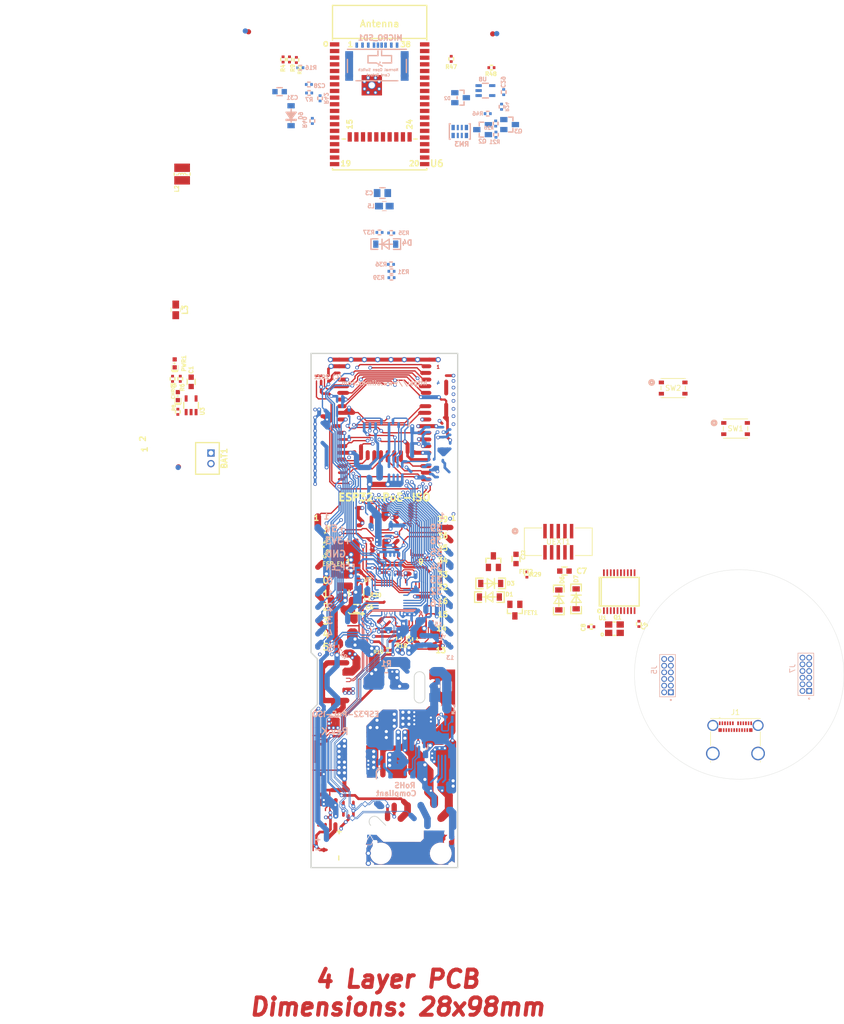
<source format=kicad_pcb>
(kicad_pcb (version 20221018) (generator pcbnew)
  (title_block (title "ESP32-PoE-ISO") (date "2022-07-28") (rev "K") (company "OLIMEX Ltd.") (comment 1 "https://www.olimex.com"))
  (layers (0 "F.Cu" signal) (1 "In1.Cu" power) (2 "In2.Cu" power) (31 "B.Cu" signal) (34 "B.Paste" user) (35 "F.Paste" user) (36 "B.SilkS" user "B.Silkscreen") (37 "F.SilkS" user "F.Silkscreen") (38 "B.Mask" user) (39 "F.Mask" user) (44 "Edge.Cuts" user))
  (net 0 "")
  (net 1 "+5V")
  (net 2 "GND")
  (net 3 "+3V3")
  (net 4 "Net-(U3-VBAT)")
  (net 5 "/GPI34{slash}BUT1")
  (net 6 "/ESP_EN")
  (net 7 "Net-(MICRO_SD1-VDD)")
  (net 8 "Net-(U1-XI)")
  (net 9 "Net-(U1-XO)")
  (net 10 "Net-(D3-K)")
  (net 11 "Net-(U1-V3)")
  (net 12 "Net-(CHRG1-K)")
  (net 13 "/GPIO2{slash}HS2_DATA0")
  (net 14 "/GPI36{slash}U1RXD")
  (net 15 "Net-(D4-K)")
  (net 16 "/GPIO3{slash}U0RXD")
  (net 17 "Net-(D6-K)")
  (net 18 "Net-(D7-A)")
  (net 19 "/GPIO1{slash}U0TXD")
  (net 20 "Net-(D9-K)")
  (net 21 "/+5V_USB")
  (net 30 "/D_Com")
  (net 31 "+5VP")
  (net 32 "/GPIO33")
  (net 33 "/GPIO32")
  (net 34 "/GPI39")
  (net 45 "+3.3VLAN")
  (net 46 "/GPIO0")
  (net 47 "/GPI35")
  (net 48 "/USB_D-")
  (net 49 "/USB_D+")
  (net 51 "Net-(U7-LX)")
  (net 52 "Net-(MICRO_SD1-DAT1{slash}RES)")
  (net 53 "Net-(MICRO_SD1-DAT0{slash}DO)")
  (net 54 "Net-(MICRO_SD1-CLK{slash}SCLK)")
  (net 56 "/GPIO15{slash}HS2_CMD")
  (net 57 "Net-(MICRO_SD1-CD{slash}DAT3{slash}CS)")
  (net 58 "Net-(MICRO_SD1-DAT2{slash}RES)")
  (net 59 "Net-(PWR1-K)")
  (net 60 "Net-(Q2-B)")
  (net 61 "Net-(Q2-E)")
  (net 62 "Net-(Q3-B)")
  (net 63 "Net-(Q3-E)")
  (net 64 "Net-(Q3-C)")
  (net 65 "Net-(U3-PROG)")
  (net 66 "Net-(U3-CHRGb)")
  (net 67 "Net-(U7-FB)")
  (net 68 "/GPIO16{slash}I2C-SCL")
  (net 69 "/GPIO13{slash}I2C-SDA")
  (net 70 "/GPIO5{slash}SPI_CS")
  (net 71 "/GPIO14{slash}HS2_CLK")
  (net 72 "/GPIO27{slash}EMAC_RX_CRS_DV")
  (net 73 "/GPIO25{slash}EMAC_RXD0(RMII)")
  (net 74 "/GPIO18{slash}MDIO(RMII)")
  (net 75 "/GPIO26{slash}EMAC_RXD1(RMII)")
  (net 77 "/GPIO12{slash}PHY_PWR")
  (net 84 "/GPIO22{slash}EMAC_TXD1(RMII)")
  (net 85 "/GPIO19{slash}EMAC_TXD0(RMII)")
  (net 86 "/GPIO21{slash}EMAC_TX_EN(RMII)")
  (net 87 "/GPIO23{slash}MDC(RMII)")
  (net 88 "/GPIO17{slash}EMAC_CLK_OUT_180")
  (net 89 "unconnected-(U6-NC-Pad21)")
  (net 90 "unconnected-(U6-NC-Pad22)")
  (net 91 "unconnected-(U6-NC-Pad20)")
  (net 92 "unconnected-(U6-NC-Pad19)")
  (net 93 "unconnected-(U6-NC-Pad17)")
  (net 94 "unconnected-(U6-NC-Pad18)")
  (net 95 "/GPIO4{slash}U1TXD")
  (net 98 "Net-(R47-Pad2)")
  (net 99 "Net-(R45-Pad1)")
  (footprint "OLIMEX_Other-FP:Fiducial1x3" (layer "F.Cu") (at 64.8208 111.6584 -90)
    (fp_text reference "FID3" hide)
    (fp_text value "Fiducial" hide)
  )
  (footprint "OLIMEX_Other-FP:Fiducial1x3" (layer "F.Cu") (at 124.841 29.0048 -90)
    (fp_text reference "FID2" hide)
    (fp_text value "Fiducial" hide)
  )
  (footprint "OLIMEX_RLC-FP:R_0402_5MIL_DWS" (layer "F.Cu") (at 87.3506 33.9832 -90)
    (fp_text reference "R32")
    (fp_text value "10k/R0402")
  )
  (footprint "OLIMEX_RLC-FP:C_0603_5MIL_DWS" (layer "F.Cu") (at 67.2592 95.4278 90)
    (fp_text reference "C1")
    (fp_text value "22uF/6.3V/20%/X5R/C0603")
  )
  (footprint "OLIMEX_IC-FP:SOT-23-5" (layer "F.Cu") (at 67.244 99.9028 -90)
    (fp_text reference "U3")
    (fp_text value "BL4054B-42TPRN(SOT23-5)")
  )
  (footprint "OLIMEX_RLC-FP:R_0402_5MIL_DWS" (layer "F.Cu") (at 65.1764 94.8436 90)
    (fp_text reference "R6")
    (fp_text value "10k/R0402")
  )
  (footprint "OLIMEX_RLC-FP:R_0402_5MIL_DWS" (layer "F.Cu") (at 84.8106 33.8816 90)
    (fp_text reference "R4")
    (fp_text value "47k/R0402")
  )
  (footprint "OLIMEX_RLC-FP:R_0402_5MIL_DWS" (layer "F.Cu") (at 86.0298 33.8816 -90)
    (fp_text reference "R9")
    (fp_text value "100k/R0402")
  )
  (footprint "OLIMEX_LEDs-FP:LED_0603_KA" (layer "F.Cu") (at 64.7192 98.1456 90)
    (fp_text reference "CHRG1")
    (fp_text value "LED/YELLOW/0603")
  )
  (footprint "OLIMEX_LEDs-FP:LED_0603_KA" (layer "F.Cu") (at 64.1096 91.8972 90)
    (fp_text reference "PWR1")
    (fp_text value "LED/RED/0603")
  )
  (footprint "OLIMEX_RLC-FP:R_0402_5MIL_DWS" (layer "F.Cu") (at 63.7032 94.8436 -90)
    (fp_text reference "R5")
    (fp_text value "2.2k/R0402")
  )
  (footprint "OLIMEX_Other-FP:Fiducial1x3" (layer "F.Cu") (at 78.2066 28.5984 -90)
    (fp_text reference "FID1" hide)
    (fp_text value "Fiducial" hide)
  )
  (footprint "OLIMEX_Transistors-FP:SOT23" (layer "F.Cu") (at 129.0701 139.002644 90)
    (fp_text reference "FET1")
    (fp_text value "WPM2015-3/TR")
  )
  (footprint "OLIMEX_RLC-FP:CD32" (layer "F.Cu") (at 65.532 55.7592 90)
    (fp_text reference "L2")
    (fp_text value "2.2uH/1.5A/DCR=72mR/20%/3.00x3.00x1.50mm/CD32(NR3015T2R2M)")
  )
  (footprint "OLIMEX_RLC-FP:R_0402_5MIL_DWS" (layer "F.Cu") (at 100.838 136.906 -90)
    (fp_text reference "R30")
    (fp_text value "49.9k/1%/R0402")
  )
  (footprint "OLIMEX_RLC-FP:R_0402_5MIL_DWS" (layer "F.Cu") (at 131.3688 132.205604 90)
    (fp_text reference "R29")
    (fp_text value "220k/R0402")
  )
  (footprint "OLIMEX_RLC-FP:C_0603_5MIL_DWS" (layer "F.Cu") (at 98.806 138.684)
    (fp_text reference "C6")
    (fp_text value "22uF/6.3V/20%/X5R/C0603")
  )
  (footprint "OLIMEX_Regulators-FP:SOT-23-5" (layer "F.Cu") (at 98.806 135.763 90)
    (fp_text reference "U7")
    (fp_text value "SY8089AAAC(SOT23-5)")
  )
  (footprint "OLIMEX_RLC-FP:C_0603_5MIL_DWS" (layer "F.Cu") (at 129.286 129.233804 -90)
    (fp_text reference "C22")
    (fp_text value "22uF/6.3V/20%/X5R/C0603")
  )
  (footprint "OLIMEX_RLC-FP:L_0805_5MIL_DWS" (layer "F.Cu") (at 64.3128 81.6864 -90)
    (fp_text reference "L3")
    (fp_text value "FB0805/600R/2A")
  )
  (footprint "OLIMEX_RLC-FP:C_0603_5MIL_DWS" (layer "F.Cu") (at 138.5316 131.545204 180)
    (fp_text reference "C7")
    (fp_text value "22uF/6.3V/20%/X5R/C0603")
  )
  (footprint "OLIMEX_RLC-FP:C_0402_5MIL_DWS" (layer "F.Cu") (at 152.7556 141.6304 -90)
    (fp_text reference "C5")
    (fp_text value "27pF/50V/5%/C0G/C0402")
  )
  (footprint "OLIMEX_RLC-FP:C_0402_5MIL_DWS" (layer "F.Cu") (at 109.982 144.526 90)
    (fp_text reference "C4")
    (fp_text value "27pF/50V/5%/C0G/C0402")
  )
  (footprint "OLIMEX_Transistors-FP:SOT23" (layer "F.Cu") (at 124.968 129.7432 -90)
    (fp_text reference "FET2")
    (fp_text value "WPM2015-3/TR")
  )
  (footprint "OLIMEX_RLC-FP:R_0402_5MIL_DWS" (layer "F.Cu") (at 106.934 144.399 -90)
    (fp_text reference "R18")
    (fp_text value "10k/R0402")
  )
  (footprint "OLIMEX_IC-FP:SSOP-20W" (layer "F.Cu") (at 148.9964 135.4836)
    (fp_text reference "U1")
    (fp_text value "CH340T(SSOP20W)")
  )
  (footprint "OLIMEX_Crystal-FP:TSX-3.2x2.5mm_GND(3)" (layer "F.Cu") (at 148.082 142.5448)
    (fp_text reference "Q1")
    (fp_text value "Q12MHz/20pF/10ppm/4P/3.2x2.5mm")
  )
  (footprint "OLIMEX_RLC-FP:R_0402_5MIL_DWS" (layer "F.Cu") (at 104.775 146.685 180)
    (fp_text reference "R19")
    (fp_text value "10k/R0402")
  )
  (footprint "OLIMEX_Diodes-FP:SOD-123_1C-2A_KA" (layer "F.Cu") (at 137.4648 137.052004 -90)
    (fp_text reference "D6")
    (fp_text value "1N5819S4/SOD123")
  )
  (footprint "OLIMEX_Diodes-FP:SOD-123_1C-2A_KA" (layer "F.Cu") (at 140.7668 136.848804 -90)
    (fp_text reference "D7")
    (fp_text value "1N5819S4/SOD123")
  )
  (footprint "OLIMEX_Diodes-FP:SOD-123_1C-2A_KA" (layer "F.Cu") (at 124.46 133.9088 180)
    (fp_text reference "D3")
    (fp_text value "1N5819S4/SOD123")
  )
  (footprint "OLIMEX_Diodes-FP:SOD-123_1C-2A_KA" (layer "F.Cu") (at 124.206 136.4996)
    (fp_text reference "D1")
    (fp_text value "1N5819S4/SOD123")
  )
  (footprint "3221-10-0300-00:CONN10_3221-10-0300-00_CNC" (layer "F.Cu") (at 137.3632 125.945202)
    (fp_text reference "UEXT1")
    (fp_text value "P-B-V-10-LF")
  )
  (footprint "OLIMEX_RLC-FP:C_0402_5MIL_DWS" (layer "F.Cu") (at 143.6624 142.1892)
    (fp_text reference "C8")
    (fp_text value "100nF/16V/10%/X7R/C0402")
  )
  (footprint "OLIMEX_RLC-FP:R_0402_5MIL_DWS" (layer "F.Cu") (at 116.9162 33.78 90)
    (fp_text reference "R47")
    (fp_text value "10k/R0402")
  )
  (footprint "OLIMEX_RLC-FP:R_0402_5MIL_DWS" (layer "F.Cu") (at 64.7192 101.1428 -90)
    (fp_text reference "R8")
    (fp_text value "2.2k/R0402")
  )
  (footprint "OLIMEX_Cases-FP:ESP32-WROVER(WROOM)-UNIVERSAL_MODULE" (layer "F.Cu") (at 103.251 39.2664)
    (fp_text reference "U6")
    (fp_text value "ESP32-WROVER-E")
  )
  (footprint "OLIMEX_RLC-FP:R_0402_5MIL_DWS" (layer "F.Cu") (at 124.5962 35.4412)
    (fp_text reference "R48")
    (fp_text value "NA/R0402")
  )
  (footprint "OLIMEX_Other-FP:NPTH_2.2mm" (layer "F.Cu") (at 97.79 185.42)
    (fp_text reference "MH1" hide)
    (fp_text value "Mounting_Hole_NPTH" hide)
  )
  (footprint "OLIMEX_Other-FP:NPTH_2.2mm" (layer "F.Cu") (at 92.71 117.475)
    (fp_text reference "MH2" hide)
    (fp_text value "Mounting_Hole_NPTH" hide)
  )
  (footprint "OLIMEX_Other-FP:NPTH_2.2mm" (layer "F.Cu") (at 115.57 117.475)
    (fp_text reference "MH3" hide)
    (fp_text value "Mounting_Hole_NPTH" hide)
  )
  (footprint "OLIMEX_Connectors-FP:LIPO_BAT_VERTICAL_DW02S" (layer "F.Cu") (at 67.50104 110.03915 -90)
    (fp_text reference "BAT1")
    (fp_text value "DW02S")
  )
  (footprint "PTS815:SW4_PTS815 SJM 250 SMTR LFS_CNK" (layer "F.Cu") (at 159.293999 96.613401)
    (fp_text reference "SW2")
    (fp_text value "PTS815 SJM 250 SMTR LFS")
  )
  (footprint "Connector_USB:USB_C_Receptacle_Molex_105450-0101-L" (layer "F.Cu") (at 171.194 163.815)
    (fp_text reference "J1")
    (fp_text value "USB_C_Receptacle")
  )
  (footprint "PTS815:SW4_PTS815 SJM 250 SMTR LFS_CNK" (layer "F.Cu") (at 171.2107 104.3394)
    (fp_text reference "SW1")
    (fp_text value "PTS815 SJM 250 SMTR LFS")
  )
  (footprint "OLIMEX_RLC-FP:L_0805_5MIL_DWS" (layer "B.Cu") (at 104.14 61.8744)
    (fp_text reference "L5")
    (fp_text value "FB0805/600R/2A")
  )
  (footprint "OLIMEX_Other-FP:Fiducial1x3" (layer "B.Cu") (at 64.77 111.76 -90)
    (fp_text reference "FID6" hide)
    (fp_text value "Fiducial" hide)
  )
  (footprint "OLIMEX_RLC-FP:R_0402_5MIL_DWS" (layer "B.Cu") (at 103.2256 66.9036 180)
    (fp_text reference "R37")
    (fp_text value "10k/R0402")
  )
  (footprint "OLIMEX_RLC-FP:R_0402_5MIL_DWS" (layer "B.Cu") (at 90.3986 45.6164 90)
    (fp_text reference "R40")
    (fp_text value "10R/R0402")
  )
  (footprint "OLIMEX_Other-FP:Fiducial1x3" (layer "B.Cu") (at 125.603 28.954 -90)
    (fp_text reference "FID5" hide)
    (fp_text value "Fiducial" hide)
  )
  (footprint "OLIMEX_Other-FP:Fiducial1x3" (layer "B.Cu") (at 77.597 28.446 -90)
    (fp_text reference "FID4" hide)
    (fp_text value "Fiducial" hide)
  )
  (footprint "OLIMEX_RLC-FP:R_MATRIX_4" (layer "B.Cu") (at 118.551 47.6332)
    (fp_text reference "RM3")
    (fp_text value "RA1206_(4X0603)_4B8_2.2k")
  )
  (footprint "OLIMEX_RLC-FP:R_0402_5MIL_DWS" (layer "B.Cu") (at 105.5116 75.5396)
    (fp_text reference "R39")
    (fp_text value "10k/R0402")
  )
  (footprint "OLIMEX_RLC-FP:R_0402_5MIL_DWS" (layer "B.Cu") (at 88.1126 35.4564 180)
    (fp_text reference "R16")
    (fp_text value "470k/R0402")
  )
  (footprint "OLIMEX_RLC-FP:R_0402_5MIL_DWS" (layer "B.Cu") (at 89.789 40.2824)
    (fp_text reference "R7")
    (fp_text value "470k/R0402")
  )
  (footprint "OLIMEX_RLC-FP:R_0402_5MIL_DWS" (layer "B.Cu") (at 104.521 150.495)
    (fp_text reference "R1")
    (fp_text value "10k/R0402")
  )
  (footprint "OLIMEX_RLC-FP:R_0402_5MIL_DWS" (layer "B.Cu") (at 125.409 46.1092 90)
    (fp_text reference "R20")
    (fp_text value "1k/R0402")
  )
  (footprint "OLIMEX_RLC-FP:R_0402_5MIL_DWS" (layer "B.Cu") (at 125.4598 48.2428 90)
    (fp_text reference "R21")
    (fp_text value "1k/R0402")
  )
  (footprint "OLIMEX_Transistors-FP:SOT23" (layer "B.Cu") (at 128.06584 46.30986 180)
    (fp_text reference "Q3")
    (fp_text value "BC817-40(SOT23)")
  )
  (footprint "OLIMEX_Transistors-FP:SOT23" (layer "B.Cu") (at 122.90456 47.28014)
    (fp_text reference "Q2")
    (fp_text value "BC817-40(SOT23)")
  )
  (footprint "OLIMEX_Diodes-FP:SOT23-3" (layer "B.Cu") (at 118.7034 41.1816 180)
    (fp_text reference "D2")
    (fp_text value "BAT54C(SOT23-3)")
  )
  (footprint "OLIMEX_RLC-FP:R_0402_5MIL_DWS" (layer "B.Cu") (at 105.5116 74.3204)
    (fp_text reference "R31")
    (fp_text value "2.2k/R0402")
  )
  (footprint "OLIMEX_RLC-FP:R_0402_5MIL_DWS" (layer "B.Cu") (at 105.4608 67.0052)
    (fp_text reference "R35")
    (fp_text value "2.2k/R0402")
  )
  (footprint "OLIMEX_RLC-FP:R_0402_5MIL_DWS" (layer "B.Cu") (at 105.41 72.9996)
    (fp_text reference "R36")
    (fp_text value "10k/R0402")
  )
  (footprint "OLIMEX_RLC-FP:R_0402_5MIL_DWS" (layer "B.Cu") (at 123.885 44.2296)
    (fp_text reference "R46")
    (fp_text value "220R/R0402")
  )
  (footprint "OLIMEX_Diodes-FP:SOD-123_1C-2A_KA" (layer "B.Cu") (at 104.4144 69.1388)
    (fp_text reference "D4")
    (fp_text value "1N5819S4/SOD123")
  )
  (footprint "OLIMEX_RLC-FP:R_0402_5MIL_DWS" (layer "B.Cu") (at 94.996 145.923 90)
    (fp_text reference "R17")
    (fp_text value "NA/R0402")
  )
  (footprint "OLIMEX_Diodes-FP:SOD-123_1C-2A_KA" (layer "B.Cu") (at 86.3346 44.6208 90)
    (fp_text reference "D9")
    (fp_text value "1N5819S4/SOD123")
  )
  (footprint "OLIMEX_RLC-FP:C_0805_5MIL_DWS" (layer "B.Cu") (at 103.7844 59.3852 180)
    (fp_text reference "C3")
    (fp_text value "47uF/6.3V/20%/X5R/C0805")
  )
  (footprint "OLIMEX_RLC-FP:C_0402_5MIL_DWS" (layer "B.Cu") (at 89.7382 38.6568 180)
    (fp_text reference "C28")
    (fp_text value "1nF/50V/10%/X7R/C0402")
  )
  (footprint "OLIMEX_RLC-FP:C_0402_5MIL_DWS" (layer "B.Cu") (at 126.933 40.1148 -90)
    (fp_text reference "C29")
    (fp_text value "100nF/16V/10%/X7R/C0402")
  )
  (footprint "OLIMEX_IC-FP:SOT-23-5" (layer "B.Cu") (at 123.4486 39.8252 180)
    (fp_text reference "U8")
    (fp_text value "SN74LVC1G04DBVR(SOT23-5)")
  )
  (footprint "OLIMEX_RLC-FP:R_0402_5MIL_DWS" (layer "B.Cu") (at 91.8718 41.2984 -90)
    (fp_text reference "R42")
    (fp_text value "10R/R0402")
  )
  (footprint "OLIMEX_RLC-FP:C_0603_5MIL_DWS" (layer "B.Cu") (at 84.1502 40.0284 180)
    (fp_text reference "C31")
    (fp_text value "1uF/10V/20%/X5R/C0603")
  )
  (footprint "OLIMEX_RLC-FP:R_0402_5MIL_DWS" (layer "B.Cu") (at 126.5266 42.9088 90)
    (fp_text reference "R24")
    (fp_text value "220R/R0402")
  )
  (footprint "OLIMEX_Connectors-FP:uSD(TFC-9P-1.xH(ATFFS150A01BR016))" (layer "B.Cu") (at 102.7262 34.4484)
    (fp_text reference "MICRO_SD1")
    (fp_text value "TFC-9P-1.7H(ATFFS150A01BR016)")
  )
  (footprint "20021311-00012T4LF:AMPHENOL_20021311-00012T4LF" (layer "B.Cu") (at 184.6326 151.257 -90)
    (fp_text reference "J7")
    (fp_text value "20021311-00012T4LF")
  )
  (footprint "20021311-00012T4LF:AMPHENOL_20021311-00012T4LF" (layer "B.Cu") (at 158.2166 151.511 -90)
    (fp_text reference "J5")
    (fp_text value "20021311-00012T4LF")
  )
  (gr_line (start 112.2045 165.354) (end 112.141 165.608) (stroke (width 0.2032)) (layer "B.SilkS"))
  (gr_line (start 112.141 165.608) (end 112.395 165.5445) (stroke (width 0.2032)) (layer "B.SilkS"))
  (gr_line (start 103.251 169.164) (end 103.124 169.545) (stroke (width 0.254)) (layer "B.SilkS"))
  (gr_line (start 117.094 158.75) (end 117.094 158.369) (stroke (width 0.254)) (layer "B.SilkS"))
  (gr_line (start 112.4585 164.6555) (end 112.4585 165.2905) (stroke (width 0.2032)) (layer "B.SilkS"))
  (gr_line (start 117.094 158.75) (end 117.475 158.75) (stroke (width 0.254)) (layer "B.SilkS"))
  (gr_line (start 102.616 169.799) (end 103.251 169.164) (stroke (width 0.254)) (layer "B.SilkS"))
  (gr_line (start 117.475 157.099) (end 117.475 158.369) (stroke (width 0.254)) (layer "B.SilkS"))
  (gr_line (start 112.4585 165.2905) (end 112.141 165.608) (stroke (width 0.2032)) (layer "B.SilkS"))
  (gr_line (start 103.251 169.164) (end 102.87 169.291) (stroke (width 0.254)) (layer "B.SilkS"))
  (gr_line (start 117.475 158.369) (end 117.094 158.75) (stroke (width 0.254)) (layer "B.SilkS"))
  (gr_line (start 102.616 171.196) (end 102.616 169.799) (stroke (width 0.254)) (layer "B.SilkS"))
  (gr_line (start 97.536 139.7) (end 97.282 139.446) (stroke (width 0.254)) (layer "F.SilkS"))
  (gr_line (start 100.33 139.7) (end 99.822 139.954) (stroke (width 0.254)) (layer "F.SilkS"))
  (gr_line (start 100.33 139.7) (end 97.663 139.7) (stroke (width 0.254)) (layer "F.SilkS"))
  (gr_line (start 97.663 139.7) (end 97.536 139.7) (stroke (width 0.254)) (layer "F.SilkS"))
  (gr_line (start 100.33 139.7) (end 99.822 139.446) (stroke (width 0.254)) (layer "F.SilkS"))
  (gr_line (start 118.15 188.15) (end 118.15 90) (stroke (width 0.254)) (layer "Edge.Cuts"))
  (gr_line (start 90.15 147.1) (end 90.15 90) (stroke (width 0.254)) (layer "Edge.Cuts"))
  (gr_line (start 90.15 90) (end 118.15 90) (stroke (width 0.254)) (layer "Edge.Cuts"))
  (gr_line (start 90.15 188.15) (end 118.15 188.15) (stroke (width 0.254)) (layer "Edge.Cuts"))
  (gr_line (start 90.15 188.15) (end 90.15 158.2) (stroke (width 0.254)) (layer "Edge.Cuts"))
  (gr_line (start 90.15 158.2) (end 91.35 157) (stroke (width 0.254)) (layer "Edge.Cuts"))
  (gr_arc (start 101.538363 180.095033) (mid 101.538363 178.658179) (end 102.975217 178.658179) (stroke (width 0.15)) (layer "Edge.Cuts"))
  (gr_line (start 104.41205 180.095025) (end 102.975217 178.658179) (stroke (width 0.15)) (layer "Edge.Cuts"))
  (gr_line (start 111.887 155.702) (end 111.887 151.765) (stroke (width 0.15)) (layer "Edge.Cuts"))
  (gr_arc (start 111.887 155.702) (mid 110.871 156.718) (end 109.855 155.702) (stroke (width 0.15)) (layer "Edge.Cuts"))
  (gr_line (start 109.855 155.702) (end 109.854991 151.765) (stroke (width 0.15)) (layer "Edge.Cuts"))
  (gr_arc (start 109.854991 151.765) (mid 110.871 150.748991) (end 111.887009 151.765) (stroke (width 0.15)) (layer "Edge.Cuts"))
  (gr_circle (center 171.9072 151.2824) (end 191.9072 151.2824) (stroke (width 0.05)) (fill none) (layer "Edge.Cuts"))
  (gr_line (start 90.15 147.1) (end 91.35 148.3) (stroke (width 0.254)) (layer "Edge.Cuts"))
  (gr_line (start 91.35 148.3) (end 91.35 157) (stroke (width 0.254)) (layer "Edge.Cuts"))
  (gr_text "1" (at 114.427 92.583) (layer "F.Cu") (effects (font (size 0.635 0.635) (thickness 0.15875))))
  (gr_text "4 Layer PCB\nDimensions: 28x98mm" (at 106.68 212.09) (layer "F.Cu") (effects (font (size 3.302 3.302) (thickness 0.762) italic)))
  (gr_text "4" (at 114.427 95.631) (layer "B.Cu") (effects (font (size 0.635 0.635) (thickness 0.15875)) (justify mirror)))
  (gr_text "1" (at 115.189 121.031) (layer "B.SilkS") (effects (font (size 1.016 1.016) (thickness 0.254)) (justify mirror)))
  (gr_text "https://www.olimex.com" (at 104.14 95.631) (layer "B.SilkS") (effects (font (size 0.889 0.889) (thickness 0.1905)) (justify mirror)))
  (gr_text "1" (at 108.839 103.505) (layer "B.SilkS") (effects (font (size 0.762 0.762) (thickness 0.1905)) (justify mirror)))
  (gr_text "(C) 2022" (at 93.345 94.488) (layer "B.SilkS") (effects (font (size 0.762 0.762) (thickness 0.1905)) (justify mirror)))
  (gr_text "RoHS" (at 108.077 172.466) (layer "B.SilkS") (effects (font (size 1.016 1.016) (thickness 0.254)) (justify mirror)))
  (gr_text "Compliant" (at 106.426 173.99) (layer "B.SilkS") (effects (font (size 1.016 1.016) (thickness 0.254)) (justify mirror)))
  (gr_text "ESP32-PoE-ISO" (at 96.774 158.877) (layer "B.SilkS") (effects (font (size 1.016 1.016) (thickness 0.254)) (justify mirror)))
  (gr_text "39" (at 114.046 123.317) (layer "B.SilkS") (effects (font (size 1.27 1.27) (thickness 0.254)) (justify mirror)))
  (gr_text "35" (at 114.046 128.016) (layer "B.SilkS") (effects (font (size 1.27 1.27) (thickness 0.254)) (justify mirror)))
  (gr_text "34" (at 114.046 130.81) (layer "B.SilkS") (effects (font (size 1.27 1.27) (thickness 0.254)) (justify mirror)))
  (gr_text "33" (at 114.046 133.223) (layer "B.SilkS") (effects (font (size 1.27 1.27) (thickness 0.254)) (justify mirror)))
  (gr_text "32" (at 114.046 135.382) (layer "B.SilkS") (effects (font (size 1.27 1.27) (thickness 0.254)) (justify mirror)))
  (gr_text "16" (at 114.046 137.668) (layer "B.SilkS") (effects (font (size 1.27 1.27) (thickness 0.254)) (justify mirror)))
  (gr_text "15" (at 114.427 141.732) (layer "B.SilkS") (effects (font (size 0.762 0.762) (thickness 0.1905)) (justify mirror)))
  (gr_text "14" (at 115.189 144.145 60) (layer "B.SilkS") (effects (font (size 0.762 0.762) (thickness 0.1905)) (justify mirror)))
  (gr_text "13" (at 116.713 148.082) (layer "B.SilkS") (effects (font (size 0.762 0.762) (thickness 0.1905)) (justify mirror)))
  (gr_text "+5V" (at 94.869 123.444) (layer "B.SilkS") (effects (font (size 1.27 1.27) (thickness 0.254)) (justify mirror)))
  (gr_text "+3V3" (at 95.377 125.73) (layer "B.SilkS") (effects (font (size 1.27 1.27) (thickness 0.254)) (justify mirror)))
  (gr_text "GND" (at 94.869 128.27) (layer "B.SilkS") (effects (font (size 1.27 1.27) (thickness 0.254)) (justify mirror)))
  (gr_text "ESP_EN" (at 95.758 130.81) (layer "B.SilkS") (effects (font (size 1.016 1.016) (thickness 0.254)) (justify mirror)))
  (gr_text "0" (at 93.726 133.477) (layer "B.SilkS") (effects (font (size 1.27 1.27) (thickness 0.254)) (justify mirror)))
  (gr_text "1" (at 93.726 135.89) (layer "B.SilkS") (effects (font (size 1.27 1.27) (thickness 0.254)) (justify mirror)))
  (gr_text "2" (at 93.726 138.43) (layer "B.SilkS") (effects (font (size 1.27 1.27) (thickness 0.254)) (justify mirror)))
  (gr_text "3" (at 93.726 140.97) (layer "B.SilkS") (effects (font (size 1.27 1.27) (thickness 0.254)) (justify mirror)))
  (gr_text "4" (at 93.726 143.51) (layer "B.SilkS") (effects (font (size 1.27 1.27) (thickness 0.254)) (justify mirror)))
  (gr_text "5" (at 93.726 146.304) (layer "B.SilkS") (effects (font (size 1.27 1.27) (thickness 0.254)) (justify mirror)))
  (gr_text "+" (at 91.44 182.753) (layer "B.SilkS") (effects (font (size 1.016 1.016) (thickness 0.254)) (justify mirror)))
  (gr_text "-" (at 91.44 184.658) (layer "B.SilkS") (effects (font (size 1.016 1.016) (thickness 0.254)) (justify mirror)))
  (gr_text "36" (at 114.046 125.73) (layer "B.SilkS") (effects (font (size 1.27 1.27) (thickness 0.254)) (justify mirror)))
  (gr_text "Rev.K" (at 94.6785 162.179) (layer "B.SilkS") (effects (font (size 1.27 1.27) (thickness 0.254)) (justify mirror)))
  (gr_text "1" (at 93.091 121.158) (layer "B.SilkS") (effects (font (size 1.016 1.016) (thickness 0.254)) (justify mirror)))
  (gr_text "1" (at 117.348 121.412) (layer "F.SilkS") (effects (font (size 1.016 1.016) (thickness 0.254))))
  (gr_text "1" (at 97.282 129.794) (layer "F.SilkS") (effects (font (size 1.016 1.016) (thickness 0.254))))
  (gr_text "+5V" (at 93.091 123.698 60) (layer "F.SilkS") (effects (font (size 0.635 0.635) (thickness 0.15875))))
  (gr_text "+3V3" (at 92.964 126.111 60) (layer "F.SilkS") (effects (font (size 0.635 0.635) (thickness 0.15875))))
  (gr_text "GND" (at 93.091 128.27 60) (layer "F.SilkS") (effects (font (size 0.635 0.635) (thickness 0.15875))))
  (gr_text "ESP_EN" (at 94.4245 130.175) (layer "F.SilkS") (effects (font (size 0.762 0.762) (thickness 0.15875))))
  (gr_text "0" (at 92.964 133.223 180) (layer "F.SilkS") (effects (font (size 1.27 1.27) (thickness 0.254))))
  (gr_text "9" (at 111.125 129.794) (layer "F.SilkS") (effects (font (size 1.016 1.016) (thickness 0.254))))
  (gr_text "1" (at 92.964 135.89) (layer "F.SilkS") (effects (font (size 1.27 1.27) (thickness 0.254))))
  (gr_text "2" (at 92.964 138.43) (layer "F.SilkS") (effects (font (size 1.27 1.27) (thickness 0.254))))
  (gr_text "3" (at 92.964 141.097) (layer "F.SilkS") (effects (font (size 1.27 1.27) (thickness 0.254))))
  (gr_text "4" (at 92.964 143.637) (layer "F.SilkS") (effects (font (size 1.27 1.27) (thickness 0.254))))
  (gr_text "5" (at 92.964 146.05) (layer "F.SilkS") (effects (font (size 1.27 1.27) (thickness 0.254))))
  (gr_text "13" (at 114.935 146.685) (layer "F.SilkS") (effects (font (size 1.016 1.016) (thickness 0.254))))
  (gr_text "14" (at 115.062 142.494) (layer "F.SilkS") (effects (font (size 1.016 1.016) (thickness 0.254))))
  (gr_text "15" (at 115.316 139.827) (layer "F.SilkS") (effects (font (size 1.016 1.016) (thickness 0.254))))
  (gr_text "16" (at 115.316 137.287) (layer "F.SilkS") (effects (font (size 1.016 1.016) (thickness 0.254))))
  (gr_text "32" (at 115.316 134.62) (layer "F.SilkS") (effects (font (size 1.016 1.016) (thickness 0.254))))
  (gr_text "33" (at 115.316 132.207) (layer "F.SilkS") (effects (font (size 1.016 1.016) (thickness 0.254))))
  (gr_text "34" (at 115.316 129.54) (layer "F.SilkS") (effects (font (size 1.016 1.016) (thickness 0.254))))
  (gr_text "35" (at 115.316 127.127) (layer "F.SilkS") (effects (font (size 1.016 1.016) (thickness 0.254))))
  (gr_text "36" (at 115.316 124.841) (layer "F.SilkS") (effects (font (size 1.016 1.016) (thickness 0.254))))
  (gr_text "39" (at 115.316 121.666) (layer "F.SilkS") (effects (font (size 1.016 1.016) (thickness 0.254))))
  (gr_text "+" (at 95.504 181.229) (layer "F.SilkS") (effects (font (size 1.016 1.016) (thickness 0.254))))
  (gr_text "ESP32-PoE-ISO" (at 104.14 117.475) (layer "F.SilkS") (effects (font (size 1.397 1.397) (thickness 0.34925))))
  (gr_text "-" (at 95.377 186.309 90) (layer "F.SilkS") (effects (font (size 1.016 1.016) (thickness 0.254))))
  (gr_text "1" (at 91.186 121.412) (layer "F.SilkS") (effects (font (size 1.016 1.016) (thickness 0.254))))
  (segment (start 110.617 164.084) (end 110.617 164.084) (width 0.3556) (layer "F.Cu") (net 0))
  (segment (start 114.565912 160.579588) (end 113.6015 161.544) (width 0.3556) (layer "F.Cu") (net 0))
  (segment (start 115.189 172.593) (end 115.189 171.069) (width 1.27) (layer "F.Cu") (net 0))
  (segment (start 116.673 169.926) (end 115.189 169.926) (width 1.27) (layer "F.Cu") (net 0))
  (segment (start 106.172 159.512) (end 105.92252 159.26252) (width 1.016) (layer "F.Cu") (net 0))
  (segment (start 109.855 166.751) (end 109.855 165.354) (width 1.016) (layer "F.Cu") (net 0))
  (segment (start 102.219 163.195) (end 101.20631 163.195) (width 1.016) (layer "F.Cu") (net 0))
  (segment (start 107.315 165.354) (end 107.86837 165.354) (width 1.016) (layer "F.Cu") (net 0))
  (segment (start 102.743 162.671) (end 102.743 161.417) (width 1.016) (layer "F.Cu") (net 0))
  (segment (start 96.332 175.611) (end 96.332 176.466398) (width 0.508) (layer "F.Cu") (net 0))
  (segment (start 101.854 162.306) (end 101.20631 162.306) (width 1.016) (layer "F.Cu") (net 0))
  (segment (start 114.249199 158.927801) (end 115.011191 158.927801) (width 0.3556) (layer "F.Cu") (net 0))
  (segment (start 104.394 165.354) (end 106.7435 165.354) (width 1.016) (layer "F.Cu") (net 0))
  (segment (start 92.475 164.592) (end 93.98 163.087) (width 0.508) (layer "F.Cu") (net 0))
  (segment (start 108.585 177.503) (end 108.585 176.276) (width 1.27) (layer "F.Cu") (net 0))
  (segment (start 105.537 167.64) (end 106.68 168.783) (width 1.016) (layer "F.Cu") (net 0))
  (segment (start 113.284 166.116) (end 113.284 166.37) (width 0.762) (layer "F.Cu") (net 0))
  (segment (start 115.189 169.926) (end 115.189 171.069) (width 1.27) (layer "F.Cu") (net 0))
  (segment (start 114.808 172.466) (end 115.062 172.466) (width 1.016) (layer "F.Cu") (net 0))
  (segment (start 114.299999 167.767001) (end 114.299999 165.735001) (width 0.762) (layer "F.Cu") (net 0))
  (segment (start 106.172 159.512) (end 106.172 160.528) (width 1.016) (layer "F.Cu") (net 0))
  (segment (start 113.792 160.5915) (end 113.7285 160.655) (width 0.3556) (layer "F.Cu") (net 0))
  (segment (start 114.173 163.576) (end 114.3635 163.576) (width 1.016) (layer "F.Cu") (net 0))
  (segment (start 115.316 169.037) (end 115.316 165.862) (width 1.524) (layer "F.Cu") (net 0))
  (segment (start 105.791 161.417) (end 106.045 161.163) (width 1.016) (layer "F.Cu") (net 0))
  (segment (start 105.537 167.64) (end 107.442 167.64) (width 1.016) (layer "F.Cu") (net 0))
  (segment (start 104.521 163.322) (end 103.886 163.957) (width 1.016) (layer "F.Cu") (net 0))
  (segment (start 110.617 162.052) (end 110.617 164.211) (width 0.3556) (layer "F.Cu") (net 0))
  (segment (start 109.474 169.926) (end 109.22 169.672) (width 1.016) (layer "F.Cu") (net 0))
  (segment (start 103.866 165.882) (end 104.394 165.354) (width 1.016) (layer "F.Cu") (net 0))
  (segment (start 116.84 158.516) (end 116.459 158.135) (width 1.778) (layer "F.Cu") (net 0))
  (segment (start 103.25552 159.26252) (end 104.02203 158.49601) (width 1.016) (layer "F.Cu") (net 0))
  (segment (start 102.997 131.191) (end 102.743 130.937) (width 0.254) (layer "F.Cu") (net 0))
  (segment (start 108.585 176.276) (end 108.077 175.768) (width 0.508) (layer "F.Cu") (net 0))
  (segment (start 109.474 169.926) (end 109.855 169.926) (width 1.016) (layer "F.Cu") (net 0))
  (segment (start 104.02203 158.49601) (end 106.172 158.49601) (width 1.016) (layer "F.Cu") (net 0))
  (segment (start 101.20631 161.31173) (end 101.98552 160.53252) (width 1.016) (layer "F.Cu") (net 0))
  (segment (start 106.172 158.49601) (end 106.172 159.512) (width 1.016) (layer "F.Cu") (net 0))
  (segment (start 116.205 165.735) (end 116.205 169.672) (width 1.524) (layer "F.Cu") (net 0))
  (segment (start 106.68 169.164) (end 107.315 168.529) (width 1.524) (layer "F.Cu") (net 0))
  (segment (start 99.441 152.3365) (end 100.965 150.8125) (width 0.127) (layer "F.Cu") (net 0))
  (segment (start 112.903 164.846) (end 112.4585 164.846) (width 1.016) (layer "F.Cu") (net 0))
  (segment (start 105.537 168.656) (end 107.188 168.656) (width 1.016) (layer "F.Cu") (net 0))
  (segment (start 106.807 163.449) (end 106.807 162.306) (width 1.016) (layer "F.Cu") (net 0))
  (segment (start 90.932 168.046) (end 90.932 163.957) (width 0.1524) (layer "F.Cu") (net 0))
  (segment (start 106.045 161.163) (end 105.029 162.179) (width 1.016) (layer "F.Cu") (net 0))
  (segment (start 114.299999 168.529001) (end 114.299999 167.767001) (width 0.762) (layer "F.Cu") (net 0))
  (segment (start 113.284 167.513) (end 113.284 167.259) (width 0.762) (layer "F.Cu") (net 0))
  (segment (start 108.077 163.449) (end 108.077 162.433) (width 1.016) (layer "F.Cu") (net 0))
  (segment (start 107.696 167.132) (end 107.696 168.148) (width 1.016) (layer "F.Cu") (net 0))
  (segment (start 115.316 172.72) (end 115.316 173.228) (width 1.524) (layer "F.Cu") (net 0))
  (segment (start 101.473 162.687) (end 101.20631 162.42031) (width 1.016) (layer "F.Cu") (net 0))
  (segment (start 91.567 158.877) (end 92.583 158.877) (width 0.762) (layer "F.Cu") (net 0))
  (segment (start 93.758502 162.400498) (end 95.536502 162.400498) (width 0.2032) (layer "F.Cu") (net 0))
  (segment (start 106.045 167.132) (end 107.696 167.132) (width 1.016) (layer "F.Cu") (net 0))
  (segment (start 96.332 177.297211) (end 96.329499 177.29471) (width 0.508) (layer "F.Cu") (net 0))
  (segment (start 113.538 163.83) (end 115.062 163.83) (width 1.778) (layer "F.Cu") (net 0))
  (segment (start 114.807998 169.037) (end 115.316 169.037) (width 0.762) (layer "F.Cu") (net 0))
  (segment (start 99.186989 152.231286) (end 100.711 150.707275) (width 0.127) (layer "F.Cu") (net 0))
  (segment (start 92.964 159.258) (end 95.575705 159.258) (width 0.127) (layer "F.Cu") (net 0))
  (segment (start 116.078 174.1805) (end 115.34775 173.45025) (width 1.27) (layer "F.Cu") (net 0))
  (segment (start 113.6015 161.544) (end 111.125 161.544) (width 0.3556) (layer "F.Cu") (net 0))
  (segment (start 108.077 164.25637) (end 108.5215 164.70087) (width 1.016) (layer "F.Cu") (net 0))
  (segment (start 116.84 162.052) (end 116.84 158.516) (width 1.778) (layer "F.Cu") (net 0))
  (segment (start 113.792 168.021002) (end 114.299999 168.529001) (width 0.762) (layer "F.Cu") (net 0))
  (segment (start 94.474974 163.067994) (end 93.98 163.067994) (width 0.508) (layer "F.Cu") (net 0))
  (segment (start 100.965 144.2085) (end 101.6 143.5735) (width 0.127) (layer "F.Cu") (net 0))
  (segment (start 106.68 168.783) (end 106.68 169.164) (width 1.016) (layer "F.Cu") (net 0))
  (segment (start 105.664 131.191) (end 102.997 131.191) (width 0.254) (layer "F.Cu") (net 0))
  (segment (start 117.475 165.354) (end 117.475 166.751) (width 0.762) (layer "F.Cu") (net 0))
  (segment (start 108.077 165.735) (end 109.22 166.878) (width 0.762) (layer "F.Cu") (net 0))
  (segment (start 105.029 162.179) (end 104.521 162.179) (width 1.016) (layer "F.Cu") (net 0))
  (segment (start 116.078 171.069) (end 116.078 173.99) (width 0.762) (layer "F.Cu") (net 0))
  (segment (start 93.98 163.087) (end 93.98 163.067994) (width 0.508) (layer "F.Cu") (net 0))
  (segment (start 103.886 163.957) (end 105.029 163.957) (width 1.016) (layer "F.Cu") (net 0))
  (segment (start 96.332 178.211) (end 96.332 177.297211) (width 0.508) (layer "F.Cu") (net 0))
  (segment (start 113.284 167.259) (end 113.284 166.37) (width 0.762) (layer "F.Cu") (net 0))
  (segment (start 112.776 172.466) (end 112.522 172.72) (width 1.016) (layer "F.Cu") (net 0))
  (segment (start 109.347 166.243) (end 109.855 166.751) (width 1.016) (layer "F.Cu") (net 0))
  (segment (start 107.696 169.545) (end 107.696 167.4495) (width 1.524) (layer "F.Cu") (net 0))
  (segment (start 108.077 169.164) (end 107.696 169.545) (width 0.762) (layer "F.Cu") (net 0))
  (segment (start 101.99004 160.528) (end 101.98552 160.53252) (width 1.016) (layer "F.Cu") (net 0))
  (segment (start 108.077 162.306) (end 109.347 162.306) (width 1.016) (layer "F.Cu") (net 0))
  (segment (start 110.363 168.529) (end 110.744 168.148) (width 1.016) (layer "F.Cu") (net 0))
  (segment (start 113.645 176.022) (end 113.645 175.748) (width 1.524) (layer "F.Cu") (net 0))
  (segment (start 116.673 169.926) (end 116.673 170.474) (width 0.762) (layer "F.Cu") (net 0))
  (segment (start 91.567 161.925) (end 91.567 160.528) (width 0.508) (layer "F.Cu") (net 0))
  (segment (start 111.673 169.926) (end 110.871 169.926) (width 1.524) (layer "F.Cu") (net 0))
  (segment (start 97.155 174.371) (end 97.280801 174.371) (width 0.508) (layer "F.Cu") (net 0))
  (segment (start 107.696 169.545) (end 107.696 170.688) (width 0.762) (layer "F.Cu") (net 0))
  (segment (start 109.855 168.91) (end 110.871 169.926) (width 1.016) (layer "F.Cu") (net 0))
  (segment (start 115.34775 173.45025) (end 114.935 173.0375) (width 1.27) (layer "F.Cu") (net 0))
  (segment (start 110.871 169.926) (end 112.522 171.577) (width 1.524) (layer "F.Cu") (net 0))
  (segment (start 96.49461 159.404022) (end 96.49461 162.124904) (width 0.508) (layer "F.Cu") (net 0))
  (segment (start 111.673 169.926) (end 109.474 169.926) (width 1.524) (layer "F.Cu") (net 0))
  (segment (start 98.232 175.611) (end 98.232 176.464) (width 0.508) (layer "F.Cu") (net 0))
  (segment (start 117.475 165.354) (end 117.094 165.735) (width 0.762) (layer "F.Cu") (net 0))
  (segment (start 117.094 165.735) (end 117.094 167.132) (width 1.524) (layer "F.Cu") (net 0))
  (segment (start 116.205 165.354) (end 117.475 165.354) (width 0.762) (layer "F.Cu") (net 0))
  (segment (start 113.3 163.576) (end 114.3635 163.576) (width 1.778) (layer "F.Cu") (net 0))
  (segment (start 114.935 168.402002) (end 114.299999 167.767001) (width 1.27) (layer "F.Cu") (net 0))
  (segment (start 114.915 178.7725) (end 115.062 178.6255) (width 1.27) (layer "F.Cu") (net 0))
  (segment (start 104.755 178.793) (end 104.755 177.8) (width 1.016) (layer "F.Cu") (net 0))
  (segment (start 116.185 160.167) (end 112.903 163.449) (width 1.016) (layer "F.Cu") (net 0))
  (segment (start 112.903 169.545) (end 111.3155 167.9575) (width 1.016) (layer "F.Cu") (net 0))
  (segment (start 115.011191 158.927801) (end 115.011196 158.927796) (width 0.3556) (layer "F.Cu") (net 0))
  (segment (start 99.441 155.829) (end 99.441 152.3365) (width 0.127) (layer "F.Cu") (net 0))
  (segment (start 107.315 168.529) (end 107.696 168.148) (width 1.524) (layer "F.Cu") (net 0))
  (segment (start 109.22 168.901802) (end 109.22 166.9415) (width 1.016) (layer "F.Cu") (net 0))
  (segment (start 105.537 168.656) (end 105.537 167.64) (width 1.016) (layer "F.Cu") (net 0))
  (segment (start 108.204 162.306) (end 109.347 162.306) (width 1.016) (layer "F.Cu") (net 0))
  (segment (start 116.459 161.163) (end 114.427 163.195) (width 1.778) (layer "F.Cu") (net 0))
  (segment (start 113.792 159.385) (end 113.792 160.5915) (width 0.3556) (layer "F.Cu") (net 0))
  (segment (start 101.981 152.654) (end 101.981 153.917632) (width 0.508) (layer "F.Cu") (net 0))
  (segment (start 95.536502 162.400498) (end 96.012 161.925) (width 0.2032) (layer "F.Cu") (net 0))
  (segment (start 112.522 173.736) (end 113.645 174.859) (width 1.524) (layer "F.Cu") (net 0))
  (segment (start 97.0915 174.371) (end 95.97949 174.371) (width 0.508) (layer "F.Cu") (net 0))
  (segment (start 114.935 173.0375) (end 114.935 168.402002) (width 1.27) (layer "F.Cu") (net 0))
  (segment (start 91.567 164.592) (end 92.475 164.592) (width 0.508) (layer "F.Cu") (net 0))
  (segment (start 104.902 143.129) (end 106.934 143.129) (width 0.508) (layer "F.Cu") (net 0))
  (segment (start 116.459 177.2285) (end 115.062 178.6255) (width 1.524) (layer "F.Cu") (net 0))
  (segment (start 109.474 169.926) (end 109.855 169.545) (width 1.016) (layer "F.Cu") (net 0))
  (segment (start 112.522 173.736) (end 112.522 172.72) (width 1.27) (layer "F.Cu") (net 0))
  (segment (start 104.346962 147.447) (end 103.759 148.034962) (width 0.508) (layer "F.Cu") (net 0))
  (segment (start 91.186 163.703) (end 92.456 163.703) (width 0.2032) (layer "F.Cu") (net 0))
  (segment (start 109.22 166.9415) (end 109.22 166.116) (width 1.016) (layer "F.Cu") (net 0))
  (segment (start 100.965 150.8125) (end 100.965 144.2085) (width 0.127) (layer "F.Cu") (net 0))
  (segment (start 116.673 170.474) (end 116.078 171.069) (width 0.762) (layer "F.Cu") (net 0))
  (segment (start 113.645 174.859) (end 113.645 175.748) (width 1.524) (layer "F.Cu") (net 0))
  (segment (start 116.205 165.354) (end 117.1575 164.4015) (width 0.762) (layer "F.Cu") (net 0))
  (segment (start 106.68 169.926) (end 106.68 169.164) (width 1.524) (layer "F.Cu") (net 0))
  (segment (start 114.427 163.195) (end 112.919 163.195) (width 1.778) (layer "F.Cu") (net 0))
  (segment (start 112.903 163.449) (end 112.903 163.576) (width 1.016) (layer "F.Cu") (net 0))
  (segment (start 102.219 163.195) (end 102.743 162.671) (width 1.016) (layer "F.Cu") (net 0))
  (segment (start 112.903 170.307) (end 112.903 169.545) (width 1.016) (layer "F.Cu") (net 0))
  (segment (start 110.744 166.243) (end 109.347 164.846) (width 1.016) (layer "F.Cu") (net 0))
  (segment (start 105.537 169.910438) (end 105.537 170.561) (width 1.016) (layer "F.Cu") (net 0))
  (segment (start 108.077 169.164) (end 108.077 170.688) (width 0.762) (layer "F.Cu") (net 0))
  (segment (start 112.522 170.1165) (end 112.268 169.8625) (width 1.524) (layer "F.Cu") (net 0))
  (segment (start 100.965 143.129006) (end 100.965006 143.129) (width 0.127) (layer "F.Cu") (net 0))
  (segment (start 108.562 176.253) (end 107.823 175.514) (width 1.016) (layer "F.Cu") (net 0))
  (segment (start 105.791 147.447) (end 104.346962 147.447) (width 0.508) (layer "F.Cu") (net 0))
  (segment (start 104.521 162.179) (end 104.521 163.195) (width 1.016) (layer "F.Cu") (net 0))
  (segment (start 101.981 153.917632) (end 96.49461 159.404022) (width 0.508) (layer "F.Cu") (net 0))
  (segment (start 105.537 166.878) (end 105.283 166.624) (width 1.016) (layer "F.Cu") (net 0))
  (segment (start 102.743 161.417) (end 105.791 161.417) (width 1.016) (layer "F.Cu") (net 0))
  (segment (start 117.094 169.545) (end 116.078 170.561) (width 1.524) (layer "F.Cu") (net 0))
  (segment (start 105.283 166.624) (end 105.156 166.751) (width 1.016) (layer "F.Cu") (net 0))
  (segment (start 109.347 164.846) (end 109.347 162.306) (width 1.016) (layer "F.Cu") (net 0))
  (segment (start 110.109 170.18) (end 110.118042 170.18) (width 1.016) (layer "F.Cu") (net 0))
  (segment (start 109.855 166.751) (end 108.839 165.735) (width 1.016) (layer "F.Cu") (net 0))
  (segment (start 117.1575 164.4015) (end 117.1575 163.8935) (width 0.762) (layer "F.Cu") (net 0))
  (segment (start 108.5215 162.7505) (end 108.077 162.306) (width 1.016) (layer "F.Cu") (net 0))
  (segment (start 104.521 162.179) (end 103.505 162.179) (width 1.016) (layer "F.Cu") (net 0))
  (segment (start 91.542 168.656) (end 91.313 168.427) (width 0.508) (layer "F.Cu") (net 0))
  (segment (start 116.185 157.861) (end 116.459 158.135) (width 1.778) (layer "F.Cu") (net 0))
  (segment (start 108.565 176.253) (end 108.562 176.253) (width 1.016) (layer "F.Cu") (net 0))
  (segment (start 112.919 163.195) (end 112.903 163.211) (width 1.016) (layer "F.Cu") (net 0))
  (segment (start 114.915 178.793) (end 114.915 178.7725) (width 1.27) (layer "F.Cu") (net 0))
  (segment (start 98.232 176.464) (end 98.2345 176.4665) (width 0.508) (layer "F.Cu") (net 0))
  (segment (start 105.156 166.751) (end 105.156 169.529438) (width 1.016) (layer "F.Cu") (net 0))
  (segment (start 108.458 165.354) (end 108.839 164.973) (width 1.016) (layer "F.Cu") (net 0))
  (segment (start 105.283 166.624) (end 107.188 166.624) (width 1.016) (layer "F.Cu") (net 0))
  (segment (start 111.887 168.529) (end 111.252 169.164) (width 1.016) (layer "F.Cu") (net 0))
  (segment (start 109.474 162.306) (end 110.8075 160.9725) (width 0.3556) (layer "F.Cu") (net 0))
  (segment (start 103.505 162.179) (end 102.743 161.417) (width 1.016) (layer "F.Cu") (net 0))
  (segment (start 112.903 169.7355) (end 112.4585 169.291) (width 1.27) (layer "F.Cu") (net 0))
  (segment (start 113.792 165.608) (end 113.284 166.116) (width 0.762) (layer "F.Cu") (net 0))
  (segment (start 112.919 163.195) (end 113.3 163.576) (width 1.778) (layer "F.Cu") (net 0))
  (segment (start 109.855 169.926) (end 110.109 170.18) (width 1.016) (layer "F.Cu") (net 0))
  (segment (start 116.078 173.99) (end 116.078 174.117) (width 0.762) (layer "F.Cu") (net 0))
  (segment (start 116.459 176.403) (end 116.459 177.2285) (width 1.524) (layer "F.Cu") (net 0))
  (segment (start 98.232 178.211) (end 98.232 177.296013) (width 0.508) (layer "F.Cu") (net 0))
  (segment (start 98.232 177.296013) (end 98.2345 177.293513) (width 0.508) (layer "F.Cu") (net 0))
  (segment (start 106.025 178.415004) (end 106.044996 178.435) (width 0.508) (layer "F.Cu") (net 0))
  (segment (start 112.4585 164.846) (end 111.8235 164.211) (width 1.016) (layer "F.Cu") (net 0))
  (segment (start 115.062 163.83) (end 116.84 162.052) (width 1.778) (layer "F.Cu") (net 0))
  (segment (start 108.077 168.529) (end 108.077 169.164) (width 0.762) (layer "F.Cu") (net 0))
  (segment (start 108.5215 164.70087) (end 108.5215 164.1475) (width 1.016) (layer "F.Cu") (net 0))
  (segment (start 106.172 160.528) (end 101.99004 160.528) (width 1.016) (layer "F.Cu") (net 0))
  (segment (start 97.280801 174.371) (end 95.97949 174.371) (width 0.508) (layer "F.Cu") (net 0))
  (segment (start 114.299999 168.529001) (end 114.807998 169.037) (width 0.762) (layer "F.Cu") (net 0))
  (segment (start 102.743 130.937) (end 101.854 130.937) (width 0.254) (layer "F.Cu") (net 0))
  (segment (start 108.077 175.768) (end 107.823 175.514) (width 0.508) (layer "F.Cu") (net 0))
  (segment (start 106.045 176.276) (end 106.044996 176.276004) (width 0.127) (layer "F.Cu") (net 0))
  (segment (start 105.537 170.561) (end 105.537 168.656) (width 1.016) (layer "F.Cu") (net 0))
  (segment (start 111.3155 166.8145) (end 111.3155 167.9575) (width 1.016) (layer "F.Cu") (net 0))
  (segment (start 110.118042 170.18) (end 112.522 172.583958) (width 1.016) (layer "F.Cu") (net 0))
  (segment (start 115.062 172.466) (end 115.316 172.72) (width 1.016) (layer "F.Cu") (net 0))
  (segment (start 90.932 168.046) (end 91.313 168.427) (width 0.2032) (layer "F.Cu") (net 0))
  (segment (start 108.5215 164.1475) (end 108.5215 162.7505) (width 1.016) (layer "F.Cu") (net 0))
  (segment (start 100.965 143.8275) (end 100.965 143.129006) (width 0.127) (layer "F.Cu") (net 0))
  (segment (start 108.077 162.433) (end 108.204 162.306) (width 1.016) (layer "F.Cu") (net 0))
  (segment (start 108.077 165.735) (end 107.696 165.354) (width 0.762) (layer "F.Cu") (net 0))
  (segment (start 108.077 170.688) (end 107.696 170.688) (width 0.762) (layer "F.Cu") (net 0))
  (segment (start 105.41 163.576) (end 105.41 161.798) (width 1.016) (layer "F.Cu") (net 0))
  (segment (start 116.713 165.354) (end 117.094 165.735) (width 0.762) (layer "F.Cu") (net 0))
  (segment (start 108.839 164.973) (end 108.839 165.735) (width 1.016) (layer "F.Cu") (net 0))
  (segment (start 92.456 163.703) (end 93.758502 162.400498) (width 0.2032) (layer "F.Cu") (net 0))
  (segment (start 91.567 168.656) (end 91.542 168.656) (width 0.508) (layer "F.Cu") (net 0))
  (segment (start 115.316 172.72) (end 115.316 169.037) (width 1.524) (layer "F.Cu") (net 0))
  (segment (start 98.552 174.371) (end 99.18701 175.00601) (width 0.508) (layer "F.Cu") (net 0))
  (segment (start 107.188 168.656) (end 107.315 168.529) (width 1.016) (layer "F.Cu") (net 0))
  (segment (start 104.755 176.42296) (end 104.775 176.40296) (width 0.508) (layer "F.Cu") (net 0))
  (segment (start 107.295 178.793) (end 108.585 177.503) (width 1.27) (layer "F.Cu") (net 0))
  (segment (start 91.567 160.528) (end 91.567 160.401) (width 0.508) (layer "F.Cu") (net 0))
  (segment (start 107.188 166.624) (end 107.696 167.132) (width 1.016) (layer "F.Cu") (net 0))
  (segment (start 115.316 173.228) (end 116.078 173.99) (width 1.524) (layer "F.Cu") (net 0))
  (segment (start 106.045 160.02) (end 102.743 160.02) (width 1.016) (layer "F.Cu") (net 0))
  (segment (start 106.7435 165.354) (end 107.315 165.354) (width 1.016) (layer "F.Cu") (net 0))
  (segment (start 107.696 165.354) (end 106.7435 165.354) (width 0.762) (layer "F.Cu") (net 0))
  (segment (start 113.792 159.385) (end 114.249199 158.927801) (width 0.3556) (layer "F.Cu") (net 0))
  (segment (start 91.567 168.656) (end 91.592 168.656) (width 0.254) (layer "F.Cu") (net 0))
  (segment (start 100.711 150.707275) (end 100.711 144.0815) (width 0.127) (layer "F.Cu") (net 0))
  (segment (start 99.186989 155.646716) (end 99.186989 152.231286) (width 0.127) (layer "F.Cu") (net 0))
  (segment (start 105.029 163.957) (end 105.41 163.576) (width 1.016) (layer "F.Cu") (net 0))
  (segment (start 115.697 165.354) (end 117.1575 163.8935) (width 0.762) (layer "F.Cu") (net 0))
  (segment (start 109.855 168.529) (end 109.855 168.91) (width 1.016) (layer "F.Cu") (net 0))
  (segment (start 115.697 165.354) (end 116.205 165.354) (width 0.762) (layer "F.Cu") (net 0))
  (segment (start 117.475 166.751) (end 117.094 167.132) (width 0.762) (layer "F.Cu") (net 0))
  (segment (start 116.459 158.135) (end 116.459 161.163) (width 1.778) (layer "F.Cu") (net 0))
  (segment (start 107.696 167.4495) (end 107.1245 166.878) (width 1.524) (layer "F.Cu") (net 0))
  (segment (start 96.012 159.258) (end 99.441 155.829) (width 0.127) (layer "F.Cu") (net 0))
  (segment (start 113.645 174.859) (end 112.903 174.117) (width 1.27) (layer "F.Cu") (net 0))
  (segment (start 114.299999 165.735001) (end 114.681 165.354) (width 0.762) (layer "F.Cu") (net 0))
  (segment (start 109.855 168.529) (end 109.855 166.751) (width 1.016) (layer "F.Cu") (net 0))
  (segment (start 106.172 161.036) (end 104.521 162.687) (width 1.016) (layer "F.Cu") (net 0))
  (segment (start 105.537 167.64) (end 105.537 166.878) (width 1.016) (layer "F.Cu") (net 0))
  (segment (start 111.887 168.529) (end 109.855 168.529) (width 1.016) (layer "F.Cu") (net 0))
  (segment (start 92.583 158.877) (end 92.964 159.258) (width 0.127) (layer "F.Cu") (net 0))
  (segment (start 104.521 162.687) (end 104.521 163.322) (width 1.016) (layer "F.Cu") (net 0))
  (segment (start 105.537 170.688) (end 105.537 170.307) (width 0.762) (layer "F.Cu") (net 0))
  (segment (start 97.155 174.371) (end 95.97949 174.371) (width 0.508) (layer "F.Cu") (net 0))
  (segment (start 109.855 168.529) (end 110.363 168.529) (width 1.016) (layer "F.Cu") (net 0))
  (segment (start 116.078 173.99) (end 116.459 174.371) (width 1.524) (layer "F.Cu") (net 0))
  (segment (start 103.759 150.876) (end 101.981 152.654) (width 0.508) (layer "F.Cu") (net 0))
  (segment (start 109.22 168.901802) (end 109.739001 168.382801) (width 1.016) (layer "F.Cu") (net 0))
  (segment (start 99.18701 175.00601) (end 107.31501 175.00601) (width 0.508) (layer "F.Cu") (net 0))
  (segment (start 107.31501 175.00601) (end 107.823 175.514) (width 0.508) (layer "F.Cu") (net 0))
  (segment (start 100.711 144.0815) (end 100.965 143.8275) (width 0.127) (layer "F.Cu") (net 0))
  (segment (start 116.185 157.861) (end 116.185 160.167) (width 1.016) (layer "F.Cu") (net 0))
  (segment (start 103.091479 143.129) (end 104.902 143.129) (width 0.508) (layer "F.Cu") (net 0))
  (segment (start 110.109 169.164) (end 109.855 168.91) (width 1.016) (layer "F.Cu") (net 0))
  (segment (start 108.839 165.735) (end 108.458 165.354) (width 1.016) (layer "F.Cu") (net 0))
  (segment (start 104.521 163.322) (end 103.886 162.687) (width 1.016) (layer "F.Cu") (net 0))
  (segment (start 117.475 165.354) (end 117.475 164.211) (width 0.762) (layer "F.Cu") (net 0))
  (segment (start 114.046 165.354) (end 113.792 165.608) (width 0.762) (layer "F.Cu") (net 0))
  (segment (start 95.551521 163.067994) (end 94.474974 163.067994) (width 0.508) (layer "F.Cu") (net 0))
  (segment (start 109.22 166.878) (end 109.22 166.9415) (width 0.762) (layer "F.Cu") (net 0))
  (segment (start 108.458 165.354) (end 107.86837 165.354) (width 1.016) (layer "F.Cu") (net 0))
  (segment (start 111.125 161.544) (end 110.617 162.052) (width 0.3556) (layer "F.Cu") (net 0))
  (segment (start 107.86837 165.354) (end 108.5215 164.70087) (width 1.016) (layer "F.Cu") (net 0))
  (segment (start 117.475 164.211) (end 117.1575 163.8935) (width 0.762) (layer "F.Cu") (net 0))
  (segment (start 112.903 170.307) (end 112.395 169.799) (width 1.27) (layer "F.Cu") (net 0))
  (segment (start 112.522 171.577) (end 112.522 170.1165) (width 1.524) (layer "F.Cu") (net 0))
  (segment (start 101.6 143.5735) (end 101.6 142.748) (width 0.127) (layer "F.Cu") (net 0))
  (segment (start 90.932 163.957) (end 91.186 163.703) (width 0.1524) (layer "F.Cu") (net 0))
  (segment (start 103.886 163.957) (end 103.251 163.957) (width 1.016) (layer "F.Cu") (net 0))
  (segment (start 113.411 160.9725) (end 113.7285 160.655) (width 0.3556) (layer "F.Cu") (net 0))
  (segment (start 103.886 162.687) (end 101.473 162.687) (width 1.016) (layer "F.Cu") (net 0))
  (segment (start 95.575705 159.258) (end 99.186989 155.646716) (width 0.127) (layer "F.Cu") (net 0))
  (segment (start 110.744 166.243) (end 111.3155 166.8145) (width 1.016) (layer "F.Cu") (net 0))
  (segment (start 112.522 172.72) (end 112.522 171.577) (width 1.524) (layer "F.Cu") (net 0))
  (segment (start 111.8235 164.211) (end 111.8235 163.957) (width 1.016) (layer "F.Cu") (net 0))
  (segment (start 112.522 172.583958) (end 112.522 172.72) (width 1.016) (layer "F.Cu") (net 0))
  (segment (start 108.5215 164.1475) (end 107.315 165.354) (width 1.016) (layer "F.Cu") (net 0))
  (segment (start 101.6 142.748) (end 101.092 142.24) (width 0.127) (layer "F.Cu") (net 0))
  (segment (start 106.172 160.528) (end 106.172 161.036) (width 1.016) (layer "F.Cu") (net 0))
  (segment (start 111.252 169.164) (end 110.109 169.164) (width 1.016) (layer "F.Cu") (net 0))
  (segment (start 117.094 167.132) (end 117.094 169.545) (width 1.524) (layer "F.Cu") (net 0))
  (segment (start 91.567 167.64) (end 91.567 166.116) (width 0.508) (layer "F.Cu") (net 0))
  (segment (start 103.759 148.034962) (end 103.759 150.876) (width 0.508) (layer "F.Cu") (net 0))
  (segment (start 96.332 176.466398) (end 96.330699 176.467699) (width 0.508) (layer "F.Cu") (net 0))
  (segment (start 113.792 168.021002) (end 113.284 167.513) (width 0.762) (layer "F.Cu") (net 0))
  (segment (start 104.755 177.8) (end 104.755 176.42296) (width 0.508) (layer "F.Cu") (net 0))
  (segment (start 102.219 163.195) (end 104.521 163.195) (width 1.016) (layer "F.Cu") (net 0))
  (segment (start 110.8075 160.9725) (end 113.411 160.9725) (width 0.3556) (layer "F.Cu") (net 0))
  (segment (start 112.903 163.211) (end 112.903 164.846) (width 1.016) (layer "F.Cu") (net 0))
  (segment (start 101.98552 160.53252) (end 103.25552 159.26252) (width 1.016) (layer "F.Cu") (net 0))
  (segment (start 109.22 166.116) (end 108.839 165.735) (width 1.016) (layer "F.Cu") (net 0))
  (segment (start 116.459 174.371) (end 116.459 176.403) (width 1.524) (layer "F.Cu") (net 0))
  (segment (start 105.41 161.798) (end 105.791 161.417) (width 1.016) (layer "F.Cu") (net 0))
  (segment (start 96.012 161.925) (end 96.012 159.258) (width 0.2032) (layer "F.Cu") (net 0))
  (segment (start 114.565912 159.674791) (end 114.565912 160.579588) (width 0.3556) (layer "F.Cu") (net 0))
  (segment (start 107.696 170.688) (end 105.537 170.688) (width 0.762) (layer "F.Cu") (net 0))
  (segment (start 112.903 164.846) (end 114.173 163.576) (width 1.016) (layer "F.Cu") (net 0))
  (segment (start 109.855 169.545) (end 109.855 168.529) (width 1.016) (layer "F.Cu") (net 0))
  (segment (start 115.697 165.354) (end 114.046 165.354) (width 0.762) (layer "F.Cu") (net 0))
  (segment (start 108.077 163.449) (end 108.077 164.25637) (width 1.016) (layer "F.Cu") (net 0))
  (segment (start 96.49461 162.124904) (end 95.551521 163.067994) (width 0.508) (layer "F.Cu") (net 0))
  (segment (start 108.077 162.306) (end 109.474 162.306) (width 0.3556) (layer "F.Cu") (net 0))
  (segment (start 105.156 169.529438) (end 105.537 169.910438) (width 1.016) (layer "F.Cu") (net 0))
  (segment (start 106.025 176.253) (end 106.025 177.292) (width 1.016) (layer "F.Cu") (net 0))
  (segment (start 105.92252 159.26252) (end 103.25552 159.26252) (width 1.016) (layer "F.Cu") (net 0))
  (segment (start 101.20631 163.195) (end 101.20631 161.31173) (width 1.016) (layer "F.Cu") (net 0))
  (segment (start 113.792 168.021002) (end 113.792 165.608) (width 0.762) (layer "F.Cu") (net 0))
  (segment (start 102.743 161.417) (end 101.31158 161.417) (width 1.016) (layer "F.Cu") (net 0))
  (segment (start 115.697 165.354) (end 116.713 165.354) (width 0.762) (layer "F.Cu") (net 0))
  (segment (start 112.903 174.117) (end 112.903 169.7355) (width 1.27) (layer "F.Cu") (net 0))
  (segment (start 110.744 168.148) (end 110.744 166.243) (width 1.016) (layer "F.Cu") (net 0))
  (segment (start 112.522 171.577) (end 112.522 173.736) (width 1.524) (layer "F.Cu") (net 0))
  (segment (start 115.316 172.72) (end 115.189 172.593) (width 1.27) (layer "F.Cu") (net 0))
  (segment (start 116.078 171.069) (end 115.189 171.958) (width 0.762) (layer "F.Cu") (net 0))
  (segment (start 103.866 170.434) (end 103.866 165.882) (width 1.016) (layer "F.Cu") (net 0))
  (segment (start 113.03 172.466) (end 112.776 172.466) (width 1.016) (layer "F.Cu") (net 0))
  (segment (start 109.22 169.672) (end 109.22 168.901802) (width 1.016) (layer "F.Cu") (net 0))
  (segment (start 106.025 177.292) (end 106.025 178.415004) (width 0.508) (layer "F.Cu") (net 0))
  (segment (start 97.280801 174.371) (end 98.552 174.371) (width 0.508) (layer "F.Cu") (net 0))
  (segment (start 101.31158 161.417) (end 101.20631 161.31173) (width 1.016) (layer "F.Cu") (net 0))
  (segment (start 102.743 161.417) (end 101.854 162.306) (width 1.016) (layer "F.Cu") (net 0))
  (segment (start 109.855 165.354) (end 109.347 164.846) (width 1.016) (layer "F.Cu") (net 0))
  (segment (start 105.537 167.64) (end 106.045 167.132) (width 1.016) (layer "F.Cu") (net 0))
  (segment (start 109.347 162.306) (end 109.347 166.243) (width 1.016) (layer "F.Cu") (net 0))
  (via (at 101.092 187.325) (size 1) (drill 0.6) (layers "F.Cu" "B.Cu") (net 0))
  (via (at 101.092 185.42) (size 1) (drill 0.6) (layers "F.Cu" "B.Cu") (net 0))
  (via (at 117.2845 171.577) (size 1) (drill 0.6) (layers "F.Cu" "B.Cu") (net 0))
  (via (at 102.108 167.005) (size 1) (drill 0.6) (layers "F.Cu" "B.Cu") (net 0))
  (via (at 114.681 165.354) (size 0.7) (drill 0.4) (layers "F.Cu" "B.Cu") (net 0))
  (via (at 115.697 165.354) (size 0.7) (drill 0.4) (layers "F.Cu" "B.Cu") (net 0))
  (via (at 113.03 159.512) (size 0.7) (drill 0.4) (layers "F.Cu" "B.Cu") (net 0))
  (via (at 108.077 162.306) (size 1) (drill 0.6) (layers "F.Cu" "B.Cu") (net 0))
  (via (at 104.521 162.179) (size 1) (drill 0.6) (layers "F.Cu" "B.Cu") (net 0))
  (via (at 104.521 163.322) (size 1) (drill 0.6) (layers "F.Cu" "B.Cu") (net 0))
  (via (at 106.045 158.877) (size 1) (drill 0.6) (layers "F.Cu" "B.Cu") (net 0))
  (via (at 106.045 160.02) (size 1) (drill 0.6) (layers "F.Cu" "B.Cu") (net 0))
  (via (at 106.045 161.163) (size 1) (drill 0.6) (layers "F.Cu" "B.Cu") (net 0))
  (via (at 101.473 161.417) (size 1) (drill 0.6) (layers "F.Cu" "B.Cu") (net 0))
  (via (at 108.839 158.496) (size 1) (drill 0.6) (layers "F.Cu" "B.Cu") (net 0))
  (via (at 108.839 160.782) (size 1) (drill 0.6) (layers "F.Cu" "B.Cu") (net 0))
  (via (at 108.839 159.639) (size 1) (drill 0.6) (layers "F.Cu" "B.Cu") (net 0))
  (via (at 109.855 159.258) (size 0.7) (drill 0.4) (layers "F.Cu" "B.Cu") (net 0))
  (via (at 109.855 160.02) (size 0.7) (drill 0.4) (layers "F.Cu" "B.Cu") (net 0))
  (via (at 109.855 160.782) (size 0.7) (drill 0.4) (layers "F.Cu" "B.Cu") (net 0))
  (via (at 107.696 159.639) (size 1) (drill 0.6) (layers "F.Cu" "B.Cu") (net 0))
  (via (at 107.696 160.782) (size 1) (drill 0.6) (layers "F.Cu" "B.Cu") (net 0))
  (via (at 107.696 158.496) (size 1) (drill 0.6) (layers "F.Cu" "B.Cu") (net 0))
  (via (at 101.092 168.529) (size 0.7) (drill 0.4) (layers "F.Cu" "B.Cu") (net 0))
  (via (at 101.092 169.291) (size 0.7) (drill 0.4) (layers "F.Cu" "B.Cu") (net 0))
  (via (at 102.108 168.021) (size 1) (drill 0.6) (layers "F.Cu" "B.Cu") (net 0))
  (via (at 102.108 169.037) (size 1) (drill 0.6) (layers "F.Cu" "B.Cu") (net 0))
  (via (at 105.156 167.64) (size 1) (drill 0.6) (layers "F.Cu" "B.Cu") (net 0))
  (via (at 105.156 168.656) (size 1) (drill 0.6) (layers "F.Cu" "B.Cu") (net 0))
  (via (at 113.284 166.37) (size 0.7) (drill 0.4) (layers "F.Cu" "B.Cu") (net 0))
  (via (at 111.887 171.323) (size 1) (drill 0.6) (layers "F.Cu" "B.Cu") (net 0))
  (via (at 105.156 166.624) (size 1) (drill 0.6) (layers "F.Cu" "B.Cu") (net 0))
  (via (at 108.077 165.735) (size 0.7) (drill 0.4) (layers "F.Cu" "B.Cu") (net 0))
  (via (at 101.854 130.937) (size 0.7) (drill 0.4) (layers "F.Cu" "B.Cu") (net 0))
  (via (at 104.902 143.129) (size 0.7) (drill 0.4) (layers "F.Cu" "B.Cu") (net 0))
  (via (at 102.743 161.417) (size 1) (drill 0.6) (layers "F.Cu" "B.Cu") (net 0))
  (via (at 101.092 167.767) (size 0.7) (drill 0.4) (layers "F.Cu" "B.Cu") (net 0))
  (via (at 113.665 167.894) (size 0.7) (drill 0.4) (layers "F.Cu" "B.Cu") (net 0))
  (via (at 117.1575 163.8935) (size 0.7) (drill 0.4) (layers "F.Cu" "B.Cu") (net 0))
  (via (at 106.044996 178.435) (size 0.7) (drill 0.4) (layers "F.Cu" "B.Cu") (net 0))
  (via (at 112.903 164.846) (size 1) (drill 0.6) (layers "F.Cu" "B.Cu") (net 0))
  (via (at 106.807 163.449) (size 1) (drill 0.6) (layers "F.Cu" "B.Cu") (net 0))
  (via (at 103.091479 143.129) (size 0.7) (drill 0.4) (layers "F.Cu" "B.Cu") (net 0))
  (via (at 96.329499 177.29471) (size 0.7) (drill 0.4) (layers "F.Cu" "B.Cu") (net 0))
  (via (at 106.934 143.129) (size 0.7) (drill 0.4) (layers "F.Cu" "B.Cu") (net 0))
  (via (at 106.807 162.306) (size 1) (drill 0.6) (layers "F.Cu" "B.Cu") (net 0))
  (via (at 104.775 176.40296) (size 0.7) (drill 0.4) (layers "F.Cu" "B.Cu") (net 0))
  (via (at 113.792 165.608) (size 0.7) (drill 0.4) (layers "F.Cu" "B.Cu") (net 0))
  (via (at 95.97949 174.371) (size 0.7) (drill 0.4) (layers "F.Cu" "B.Cu") (net 0))
  (via (at 115.011196 158.927796) (size 0.7) (drill 0.4) (layers "F.Cu" "B.Cu") (net 0))
  (via (at 102.108 165.989) (size 1) (drill 0.6) (layers "F.Cu" "B.Cu") (net 0))
  (via (at 111.887 168.529) (size 1) (drill 0.6) (layers "F.Cu" "B.Cu") (net 0))
  (via (at 96.330699 176.467699) (size 0.7) (drill 0.4) (layers "F.Cu" "B.Cu") (net 0))
  (via (at 117.2845 172.593) (size 1) (drill 0.6) (layers "F.Cu" "B.Cu") (net 0))
  (via (at 105.791 147.447) (size 0.7) (drill 0.4) (layers "F.Cu" "B.Cu") (net 0))
  (via (at 110.617 164.211) (size 0.7) (drill 0.4) (layers "F.Cu" "B.Cu") (net 0))
  (via (at 100.965006 143.129) (size 0.7) (drill 0.4) (layers "F.Cu" "B.Cu") (net 0))
  (via (at 98.2345 177.293513) (size 0.7) (drill 0.4) (layers "F.Cu" "B.Cu") (net 0))
  (via (at 113.284 167.1955) (size 0.7) (drill 0.4) (layers "F.Cu" "B.Cu") (net 0))
  (via (at 108.077 163.449) (size 1) (drill 0.6) (layers "F.Cu" "B.Cu") (net 0))
  (via (at 93.98 163.067994) (size 0.7) (drill 0.4) (layers "F.Cu" "B.Cu") (net 0))
  (via (at 98.2345 176.4665) (size 0.7) (drill 0.4) (layers "F.Cu" "B.Cu") (net 0))
  (via (at 115.189 173.45025) (size 0.7) (drill 0.4) (layers "F.Cu" "B.Cu") (net 0))
  (via (at 102.743 160.02) (size 1) (drill 0.6) (layers "F.Cu" "B.Cu") (net 0))
  (via (at 109.855 158.496) (size 0.7) (drill 0.4) (layers "F.Cu" "B.Cu") (net 0))
  (via (at 101.092 142.24) (size 0.7) (drill 0.4) (layers "F.Cu" "B.Cu") (net 0))
  (via (at 113.03 173.482) (size 0.7) (drill 0.4) (layers "F.Cu" "B.Cu") (net 0))
  (via (at 105.664 131.191) (size 0.7) (drill 0.4) (layers "F.Cu" "B.Cu") (net 0))
  (via (at 113.03 160.25419) (size 0.7) (drill 0.4) (layers "F.Cu" "B.Cu") (net 0))
  (via (at 114.565912 159.674791) (size 0.7) (drill 0.4) (layers "F.Cu" "B.Cu") (net 0))
  (segment (start 106.68 141.478) (end 106.655 141.478) (width 0.127) (layer "B.Cu") (net 0))
  (segment (start 106.655 141.453) (end 106.655 141.478) (width 0.127) (layer "B.Cu") (net 0))
  (segment (start 105.41 141.478) (end 105.435 141.478) (width 0.127) (layer "B.Cu") (net 0))
  (segment (start 114.3 143.891) (end 114.3 143.764) (width 0.4064) (layer "B.Cu") (net 0))
  (segment (start 111.4044 143.891) (end 113.03 143.891) (width 1.016) (layer "B.Cu") (net 0))
  (segment (start 109.347 170.8785) (end 109.855 170.8785) (width 0.508) (layer "B.Cu") (net 0))
  (segment (start 108.077 165.5826) (end 108.077 164.6936) (width 1.016) (layer "B.Cu") (net 0))
  (segment (start 116.078 151.765) (end 116.078 157.861) (width 1.778) (layer "B.Cu") (net 0))
  (segment (start 108.2548 169.5704) (end 108.4707 169.3545) (width 0.254) (layer "B.Cu") (net 0))
  (segment (start 114.275 142.748) (end 113.132 141.605) (width 0.508) (layer "B.Cu") (net 0))
  (segment (start 116.3955 160.782) (end 116.3955 161.8615) (width 0.254) (layer "B.Cu") (net 0))
  (segment (start 114.3 142.748) (end 114.275 142.748) (width 0.508) (layer "B.Cu") (net 0))
  (segment (start 114.483 159.757703) (end 114.565912 159.674791) (width 0.3556) (layer "B.Cu") (net 0))
  (segment (start 113.792 165.608) (end 114.046 165.354) (width 0.762) (layer "B.Cu") (net 0))
  (segment (start 115.4557 159.3723) (end 115.3287 159.2453) (width 0.3556) (layer "B.Cu") (net 0))
  (segment (start 104.521 139.827) (end 104.66 139.688) (width 0.127) (layer "B.Cu") (net 0))
  (segment (start 110.998 161.29) (end 110.49 161.798) (width 0.762) (layer "B.Cu") (net 0))
  (segment (start 114.483 166.78) (end 114.483 170.378) (width 0.3556) (layer "B.Cu") (net 0))
  (segment (start 104.775 176.40296) (end 104.775 175.768) (width 0.127) (layer "B.Cu") (net 0))
  (segment (start 109.347 165.481) (end 109.347 161.29) (width 0.762) (layer "B.Cu") (net 0))
  (segment (start 114.046 157.099) (end 114.046 158.496) (width 0.762) (layer "B.Cu") (net 0))
  (segment (start 108.331 143.002) (end 108.331 142.494) (width 1.016) (layer "B.Cu") (net 0))
  (segment (start 97.334606 178.562) (end 97.155 178.382394) (width 0.127) (layer "B.Cu") (net 0))
  (segment (start 113.538 142.748) (end 113.538 142.494) (width 0.508) (layer "B.Cu") (net 0))
  (segment (start 104.394 141.478) (end 104.394 141.503) (width 0.127) (layer "B.Cu") (net 0))
  (segment (start 109.982 167.64) (end 110.617 167.005) (width 0.254) (layer "B.Cu") (net 0))
  (segment (start 102.235 175.514) (end 101.981 175.514) (width 0.127) (layer "B.Cu") (net 0))
  (segment (start 106.807 163.449) (end 106.807 166.497) (width 1.016) (layer "B.Cu") (net 0))
  (segment (start 107.09275 143.891) (end 106.712509 144.271241) (width 0.508) (layer "B.Cu") (net 0))
  (segment (start 115.783 171.364) (end 115.783 168.488) (width 0.3556) (layer "B.Cu") (net 0))
  (segment (start 99.695 140.843) (end 100.742001 141.890001) (width 0.254) (layer "B.Cu") (net 0))
  (segment (start 117.348 169.291) (end 117.348 173.482) (width 1.016) (layer "B.Cu") (net 0))
  (segment (start 105.918 140.832106) (end 105.918 140.995) (width 0.127) (layer "B.Cu") (net 0))
  (segment (start 113.03 161.29) (end 113.03 162.433) (width 0.762) (layer "B.Cu") (net 0))
  (segment (start 114.483 170.378) (end 113.03 171.831) (width 0.3556) (layer "B.Cu") (net 0))
  (segment (start 113.833 160.88) (end 113.833 162.646) (width 0.3556) (layer "B.Cu") (net 0))
  (segment (start 107.188 142.494) (end 106.68 142.494) (width 0.508) (layer "B.Cu") (net 0))
  (segment (start 111.887 171.323) (end 111.887 172.212) (width 1.016) (layer "B.Cu") (net 0))
  (segment (start 113.685 157.968) (end 112.141 159.512) (width 1.016) (layer "B.Cu") (net 0))
  (segment (start 108.204 160.782) (end 108.839 160.782) (width 1.016) (layer "B.Cu") (net 0))
  (segment (start 94.8055 164.443224) (end 96.774 162.474725) (width 0.127) (layer "B.Cu") (net 0))
  (segment (start 109.5375 169.164) (end 109.5375 167.41775) (width 0.254) (layer "B.Cu") (net 0))
  (segment (start 107.188 140.97) (end 107.315 141.097) (width 0.254) (layer "B.Cu") (net 0))
  (segment (start 107.442 143.891) (end 107.442 143.129) (width 0.508) (layer "B.Cu") (net 0))
  (segment (start 114.5032 171.5516) (end 115.133 170.9218) (width 0.3556) (layer "B.Cu") (net 0))
  (segment (start 104.99725 169.83075) (end 105.156 169.9895) (width 0.508) (layer "B.Cu") (net 0))
  (segment (start 117.1325 169.418) (end 117.221 169.418) (width 1.016) (layer "B.Cu") (net 0))
  (segment (start 96.329499 177.29471) (end 96.798499 177.29471) (width 0.127) (layer "B.Cu") (net 0))
  (segment (start 113.792 162.687) (end 113.03 162.687) (width 1.016) (layer "B.Cu") (net 0))
  (segment (start 104.902 144.832606) (end 106.172 143.562606) (width 0.127) (layer "B.Cu") (net 0))
  (segment (start 95.631 176.596211) (end 96.329499 177.29471) (width 0.127) (layer "B.Cu") (net 0))
  (segment (start 110.109 162.179) (end 110.871 162.179) (width 0.762) (layer "B.Cu") (net 0))
  (segment (start 117.2845 171.45) (end 116.99875 171.73575) (width 1.016) (layer "B.Cu") (net 0))
  (segment (start 102.489 141.478) (end 102.489 141.884) (width 0.254) (layer "B.Cu") (net 0))
  (segment (start 98.019 178.181) (end 97.638 178.562) (width 0.127) (layer "B.Cu") (net 0))
  (segment (start 100.85 136.156) (end 100.584 135.89) (width 0.254) (layer "B.Cu") (net 0))
  (segment (start 112.4585 158.4325) (end 112.395 158.496) (width 1.016) (layer "B.Cu") (net 0))
  (segment (start 100.051 176.149) (end 100.432 176.53) (width 0.127) (layer "B.Cu") (net 0))
  (segment (start 110.109 162.179) (end 110.109 162.052) (width 0.762) (layer "B.Cu") (net 0))
  (segment (start 99.695 152.071606) (end 104.902 146.864606) (width 0.127) (layer "B.Cu") (net 0))
  (segment (start 115.4684 159.385) (end 115.4557 159.3723) (width 0.3556) (layer "B.Cu") (net 0))
  (segment (start 107.442 141.224) (end 107.442 142.367) (width 0.254) (layer "B.Cu") (net 0))
  (segment (start 116.185 157.861) (end 116.185 153.777) (width 1.524) (layer "B.Cu") (net 0))
  (segment (start 117.2845 172.466) (end 116.459 172.466) (width 1.016) (layer "B.Cu") (net 0))
  (segment (start 98.805989 156.157393) (end 95.884989 159.078392) (width 0.127) (layer "B.Cu") (net 0))
  (segment (start 112.3315 163.1315) (end 112.3315 160.7185) (width 0.762) (layer "B.Cu") (net 0))
  (segment (start 100.742001 141.890001) (end 101.092 142.24) (width 0.254) (layer "B.Cu") (net 0))
  (segment (start 96.52 174.752) (end 95.631 175.641) (width 0.127) (layer "B.Cu") (net 0))
  (segment (start 113.03 162.433) (end 112.268 163.195) (width 0.762) (layer "B.Cu") (net 0))
  (segment (start 113.538 159.004) (end 113.538 161.29) (width 0.762) (layer "B.Cu") (net 0))
  (segment (start 109.347 165.481) (end 109.474 165.481) (width 0.762) (layer "B.Cu") (net 0))
  (segment (start 110.744 166.116) (end 110.744 167.005) (width 0.508) (layer "B.Cu") (net 0))
  (segment (start 104.521 140.133606) (end 104.521 139.827) (width 0.127) (layer "B.Cu") (net 0))
  (segment (start 108.839 159.639) (end 107.696 159.639) (width 1.016) (layer "B.Cu") (net 0))
  (segment (start 103.632 167.005) (end 103.632 167.259) (width 0.508) (layer "B.Cu") (net 0))
  (segment (start 102.96 138.156) (end 100.477 138.156) (width 0.254) (layer "B.Cu") (net 0))
  (segment (start 109.855 170.8785) (end 109.855 169.799) (width 0.508) (layer "B.Cu") (net 0))
  (segment (start 103.66 139.356) (end 103.66 139.926) (width 0.254) (layer "B.Cu") (net 0))
  (segment (start 113.03 159.512) (end 113.03 160.25419) (width 0.762) (layer "B.Cu") (net 0))
  (segment (start 106.934 166.624) (end 107.442 167.132) (width 1.016) (layer "B.Cu") (net 0))
  (segment (start 106.68 142.748) (end 106.68 143.096491) (width 0.508) (layer "B.Cu") (net 0))
  (segment (start 102.362 132.461) (end 101.6 131.699) (width 0.254) (layer "B.Cu") (net 0))
  (segment (start 101.219 135.636) (end 101.219 135.89) (width 0.508) (layer "B.Cu") (net 0))
  (segment (start 106.807 165.6715) (end 105.8545 166.624) (width 0.762) (layer "B.Cu") (net 0))
  (segment (start 93.98 163.067994) (end 93.4395 163.608494) (width 0.4064) (layer "B.Cu") (net 0))
  (segment (start 109.347 170.446) (end 109.347 170.82769) (width 0.508) (layer "B.Cu") (net 0))
  (segment (start 105.283 139.754) (end 105.283 140.197106) (width 0.127) (layer "B.Cu") (net 0))
  (segment (start 113.132 141.605) (end 113.03 141.605) (width 0.508) (layer "B.Cu") (net 0))
  (segment (start 108.331 140.97) (end 108.331 142.367) (width 0.508) (layer "B.Cu") (net 0))
  (segment (start 104.648 146.759394) (end 104.648 144.727394) (width 0.127) (layer "B.Cu") (net 0))
  (segment (start 103.631989 146.886393) (end 98.805989 151.712392) (width 0.127) (layer "B.Cu") (net 0))
  (segment (start 112.141 178.308) (end 111.105 176.253) (width 1.27) (layer "B.Cu") (net 0))
  (segment (start 98.2345 176.4665) (end 98.6155 176.8475) (width 0.127) (layer "B.Cu") (net 0))
  (segment (start 111.506 162.814) (end 111.506 160.782) (width 0.762) (layer "B.Cu") (net 0))
  (segment (start 107.442 142.367) (end 106.712509 143.096491) (width 0.508) (layer "B.Cu") (net 0))
  (segment (start 103.091479 142.634026) (end 103.091479 143.129) (width 0.508) (layer "B.Cu") (net 0))
  (segment (start 117.2845 171.45) (end 117.348 171.3865) (width 1.016) (layer "B.Cu") (net 0))
  (segment (start 115.316 172.847) (end 115.316 173.32325) (width 0.508) (layer "B.Cu") (net 0))
  (segment (start 112.522 165.548802) (end 112.522 165.227) (width 0.508) (layer "B.Cu") (net 0))
  (segment (start 108.839 160.782) (end 109.855 160.782) (width 1.016) (layer "B.Cu") (net 0))
  (segment (start 96.798499 177.29471) (end 96.901 177.397211) (width 0.127) (layer "B.Cu") (net 0))
  (segment (start 103.66 133.09225) (end 103.66 134.456) (width 0.254) (layer "B.Cu") (net 0))
  (segment (start 101.827697 175.26) (end 101.192697 175.895) (width 0.127) (layer "B.Cu") (net 0))
  (segment (start 101.854 135.255) (end 102.255 135.656) (width 0.254) (layer "B.Cu") (net 0))
  (segment (start 111.76 166.116) (end 111.76 167.005) (width 0.508) (layer "B.Cu") (net 0))
  (segment (start 115.133 170.9218) (end 115.133 169.362) (width 0.3556) (layer "B.Cu") (net 0))
  (segment (start 110.1725 164.6555) (end 110.617 164.211) (width 0.254) (layer "B.Cu") (net 0))
  (segment (start 109.982 169.164) (end 109.982 167.64) (width 0.254) (layer "B.Cu") (net 0))
  (segment (start 104.394 141.478) (end 104.369 141.478) (width 0.127) (layer "B.Cu") (net 0))
  (segment (start 114.3381 171.7167) (end 114.5032 171.5516) (width 0.3556) (layer "B.Cu") (net 0))
  (segment (start 109.347 164.084) (end 110.998 162.433) (width 0.762) (layer "B.Cu") (net 0))
  (segment (start 117 178.468) (end 117 177.198) (width 1.016) (layer "B.Cu") (net 0))
  (segment (start 97.409 176.468013) (end 97.409 173.7995) (width 0.127) (layer "B.Cu") (net 0))
  (segment (start 95.885 175.768) (end 95.885 176.022) (width 0.127) (layer "B.Cu") (net 0))
  (segment (start 108.077 167.773) (end 108.071 167.773) (width 0.762) (layer "B.Cu") (net 0))
  (segment (start 106.712509 143.096491) (end 106.712509 143.129) (width 0.508) (layer "B.Cu") (net 0))
  (segment (start 100.965 134.62) (end 100.965 135.89) (width 0.508) (layer "B.Cu") (net 0))
  (segment (start 110.109 134.62) (end 110.617 135.128) (width 0.508) (layer "B.Cu") (net 0))
  (segment (start 100.128595 177.673011) (end 98.985606 178.816) (width 0.127) (layer "B.Cu") (net 0))
  (segment (start 112.375 178.793) (end 112.375 180.193) (width 1.27) (layer "B.Cu") (net 0))
  (segment (start 106.172 141.961) (end 106.655 141.478) (width 0.127) (layer "B.Cu") (net 0))
  (segment (start 106.68 143.860009) (end 106.712509 143.8275) (width 0.508) (layer "B.Cu") (net 0))
  (segment (start 104.521 163.83) (end 104.521 163.195) (width 1.016) (layer "B.Cu") (net 0))
  (segment (start 103.124 142.494) (end 103.091479 142.526521) (width 0.508) (layer "B.Cu") (net 0))
  (segment (start 114.427 171.831) (end 114.427 171.6278) (width 0.3556) (layer "B.Cu") (net 0))
  (segment (start 114.3 144.907) (end 114.275 144.907) (width 0.508) (layer "B.Cu") (net 0))
  (segment (start 115.3668 159.2834) (end 115.3287 159.2453) (width 0.3556) (layer "B.Cu") (net 0))
  (segment (start 108.839 160.782) (end 109.347 161.29) (width 1.016) (layer "B.Cu") (net 0))
  (segment (start 97.409 173.7995) (end 94.551489 170.941989) (width 0.127) (layer "B.Cu") (net 0))
  (segment (start 100.965 130.175) (end 102.108 130.175) (width 0.254) (layer "B.Cu") (net 0))
  (segment (start 113.919 144.551) (end 113.97 144.602) (width 0.508) (layer "B.Cu") (net 0))
  (segment (start 105.66 131.195) (end 105.664 131.191) (width 0.254) (layer "B.Cu") (net 0))
  (segment (start 105.156 170.8785) (end 105.537 170.8785) (width 0.508) (layer "B.Cu") (net 0))
  (segment (start 113.833 161.249) (end 113.792 161.29) (width 0.3556) (layer "B.Cu") (net 0))
  (segment (start 107.315 168.91) (end 108.331 167.894) (width 1.016) (layer "B.Cu") (net 0))
  (segment (start 101.346 176.149) (end 100.863 176.149) (width 0.127) (layer "B.Cu") (net 0))
  (segment (start 100.838 132.588) (end 101.092 132.588) (width 0.254) (layer "B.Cu") (net 0))
  (segment (start 108.071 167.773) (end 107.188 168.656) (width 0.762) (layer "B.Cu") (net 0))
  (segment (start 99.695 156.442225) (end 99.695 152.071606) (width 0.127) (layer "B.Cu") (net 0))
  (segment (start 101.739 136.156) (end 101.219 135.636) (width 0.254) (layer "B.Cu") (net 0))
  (segment (start 116.205 162.052) (end 115.316 162.052) (width 0.254) (layer "B.Cu") (net 0))
  (segment (start 115.189 173.45025) (end 114.71275 172.974) (width 0.762) (layer "B.Cu") (net 0))
  (segment (start 98.45 178.562) (end 98.069 178.181) (width 0.127) (layer "B.Cu") (net 0))
  (segment (start 101.473 139.192) (end 102.009 138.656) (width 0.254) (layer "B.Cu") (net 0))
  (segment (start 99.769394 175.895) (end 100.051 175.895) (width 0.127) (layer "B.Cu") (net 0))
  (segment (start 116.99875 171.73575) (end 116.459 172.2755) (width 1.016) (layer "B.Cu") (net 0))
  (segment (start 114.3 142.748) (end 113.538 142.748) (width 0.508) (layer "B.Cu") (net 0))
  (segment (start 114.3 143.764) (end 114.3 144.907) (width 0.508) (layer "B.Cu") (net 0))
  (segment (start 112.3315 163.1315) (end 112.268 163.195) (width 0.762) (layer "B.Cu") (net 0))
  (segment (start 98.805989 151.712392) (end 98.805989 156.157393) (width 0.127) (layer "B.Cu") (net 0))
  (segment (start 113.538 162.687) (end 112.776 162.687) (width 0.762) (layer "B.Cu") (net 0))
  (segment (start 112.268 165.9255) (end 113.157 165.0365) (width 0.508) (layer "B.Cu") (net 0))
  (segment (start 112.268 163.195) (end 113.03 163.195) (width 0.762) (layer "B.Cu") (net 0))
  (segment (start 106.68 143.161509) (end 106.68 143.860009) (width 0.508) (layer "B.Cu") (net 0))
  (segment (start 106.712509 143.129) (end 107.442 143.129) (width 0.508) (layer "B.Cu") (net 0))
  (segment (start 106.68 142.494) (end 106.68 142.748) (width 0.508) (layer "B.Cu") (net 0))
  (segment (start 107.188 168.656) (end 105.283 168.656) (width 0.762) (layer "B.Cu") (net 0))
  (segment (start 107.696 160.782) (end 108.204 160.782) (width 1.016) (layer "B.Cu") (net 0))
  (segment (start 103.632 140.663394) (end 104.267 140.028394) (width 0.127) (layer "B.Cu") (net 0))
  (segment (start 113.665 163.576) (end 112.776 162.687) (width 1.016) (layer "B.Cu") (net 0))
  (segment (start 101.092 166.497) (end 101.092 167.767) (width 0.762) (layer "B.Cu") (net 0))
  (segment (start 98.069 178.181) (end 98.044 178.181) (width 0.127) (layer "B.Cu") (net 0))
  (segment (start 108.077 164.846) (end 108.077 165.735) (width 0.508) (layer "B.Cu") (net 0))
  (segment (start 98.880394 178.562) (end 98.45 178.562) (width 0.127) (layer "B.Cu") (net 0))
  (segment (start 113.284 166.116) (end 113.792 165.608) (width 0.762) (layer "B.Cu") (net 0))
  (segment (start 111.223 160.02) (end 111.223 158.49601) (width 1.016) (layer "B.Cu") (net 0))
  (segment (start 106.68 144.272) (end 106.680759 144.271241) (width 0.508) (layer "B.Cu") (net 0))
  (segment (start 111.76 163.195) (end 111.9505 163.0045) (width 0.762) (layer "B.Cu") (net 0))
  (segment (start 108.461 177.419) (end 100.023394 177.419) (width 0.127) (layer "B.Cu") (net 0))
  (segment (start 114.3381 171.8437) (end 114.3381 171.7167) (width 0.3556) (layer "B.Cu") (net 0))
  (segment (start 103.099 142.494) (end 103.124 142.494) (width 0.254) (layer "B.Cu") (net 0))
  (segment (start 115.316 173.32325) (end 115.189 173.45025) (width 0.508) (layer "B.Cu") (net 0))
  (segment (start 106.172 140.995) (end 106.655 141.478) (width 0.127) (layer "B.Cu") (net 0))
  (segment (start 99.314 138.78017) (end 99.314 141.477994) (width 0.254) (layer "B.Cu") (net 0))
  (segment (start 104.648 144.727394) (end 105.918 143.457394) (width 0.127) (layer "B.Cu") (net 0))
  (segment (start 102.96 136.156) (end 101.854 136.156) (width 0.254) (layer "B.Cu") (net 0))
  (segment (start 102.108 169.037) (end 102.108 167.005) (width 1.016) (layer "B.Cu") (net 0))
  (segment (start 111.76 159.512) (end 111.252 160.02) (width 0.762) (layer "B.Cu") (net 0))
  (segment (start 102.255 135.656) (end 102.96 135.656) (width 0.254) (layer "B.Cu") (net 0))
  (segment (start 113.284 167.513) (end 113.284 167.259) (width 0.762) (layer "B.Cu") (net 0))
  (segment (start 94.551489 164.338011) (end 96.519989 162.369511) (width 0.127) (layer "B.Cu") (net 0))
  (segment (start 108.331 158.496) (end 108.331 160.655) (width 1.016) (layer "B.Cu") (net 0))
  (segment (start 108.077 142.367) (end 107.95 142.494) (width 0.508) (layer "B.Cu") (net 0))
  (segment (start 111.887 168.529) (end 111.6965 168.3385) (width 1.016) (layer "B.Cu") (net 0))
  (segment (start 102.009 138.656) (end 102.96 138.656) (width 0.254) (layer "B.Cu") (net 0))
  (segment (start 102.6795 175.9585) (end 103.1875 176.4665) (width 1.016) (layer "B.Cu") (net 0))
  (segment (start 104.902 142.494) (end 104.902 143.129) (width 0.508) (layer "B.Cu") (net 0))
  (segment (start 113.685 157.861) (end 113.919 158.095) (width 0.762) (layer "B.Cu") (net 0))
  (segment (start 112.268 167.005) (end 112.014 166.751) (width 0.508) (layer "B.Cu") (net 0))
  (segment (start 105.66 139.356) (end 105.66 139.631) (width 0.127) (layer "B.Cu") (net 0))
  (segment (start 108.839 158.496) (end 109.474 158.496) (width 1.016) (layer "B.Cu") (net 0))
  (segment (start 103.091479 142.526521) (end 103.091479 142.634026) (width 0.508) (layer "B.Cu") (net 0))
  (segment (start 104.521 164.211) (end 104.521 163.322) (width 0.762) (layer "B.Cu") (net 0))
  (segment (start 100.477 138.156) (end 99.695 138.938) (width 0.254) (layer "B.Cu") (net 0))
  (segment (start 105.66 134.456) (end 105.66 132.846) (width 0.254) (layer "B.Cu") (net 0))
  (segment (start 115.951 151.638) (end 115.062 150.749) (width 1.778) (layer "B.Cu") (net 0))
  (segment (start 109.45419 160.25419) (end 108.839 159.639) (width 1.016) (layer "B.Cu") (net 0))
  (segment (start 96.774 159.363225) (end 99.695 156.442225) (width 0.127) (layer "B.Cu") (net 0))
  (segment (start 117 177.198) (end 116.84 177.038) (width 1.016) (layer "B.Cu") (net 0))
  (segment (start 115.133 160.88) (end 115.133 161.869) (width 0.3556) (layer "B.Cu") (net 0))
  (segment (start 113.833 167.980002) (end 113.792 168.021002) (width 0.3556) (layer "B.Cu") (net 0))
  (segment (start 110.109 135.255) (end 110.363 135.509) (width 0.508) (layer "B.Cu") (net 0))
  (segment (start 95.884989 162.052011) (end 93.852989 164.084011) (width 0.127) (layer "B.Cu") (net 0))
  (segment (start 102.743 164.465) (end 101.6 164.465) (width 1.524) (layer "B.Cu") (net 0))
  (segment (start 100.584 135.89) (end 100.584 135.001) (width 0.508) (layer "B.Cu") (net 0))
  (segment (start 104.267 139.827) (end 104.16 139.72) (width 0.127) (layer "B.Cu") (net 0))
  (segment (start 113.665 161.29) (end 113.538 161.29) (width 0.3556) (layer "B.Cu") (net 0))
  (segment (start 115.3287 159.2453) (end 115.011196 158.927796) (width 0.3556) (layer "B.Cu") (net 0))
  (segment (start 117.094 160.274) (end 117.094 159.385) (width 0.508) (layer "B.Cu") (net 0))
  (segment (start 106.68 142.748) (end 107.823 142.748) (width 0.508) (layer "B.Cu") (net 0))
  (segment (start 113.03 172.847) (end 113.03 173.482) (width 0.508) (layer "B.Cu") (net 0))
  (segment (start 115.951 151.638) (end 116.078 151.765) (width 1.778) (layer "B.Cu") (net 0))
  (segment (start 112.141 159.512) (end 109.855 159.512) (width 1.016) (layer "B.Cu") (net 0))
  (segment (start 110.617 135.128) (end 110.617 135.509) (width 0.508) (layer "B.Cu") (net 0))
  (segment (start 105.16 139.631) (end 105.283 139.754) (width 0.127) (layer "B.Cu") (net 0))
  (segment (start 103.251 164.465) (end 104.14 164.465) (width 1.016) (layer "B.Cu") (net 0))
  (segment (start 97.155 177.292) (end 97.155 178.382394) (width 0.127) (layer "B.Cu") (net 0))
  (segment (start 103.886 142.011) (end 103.886 146.991606) (width 0.127) (layer "B.Cu") (net 0))
  (segment (start 102.743 164.846) (end 103.251 165.354) (width 0.762) (layer "B.Cu") (net 0))
  (segment (start 97.663 175.895) (end 97.663 173.694276) (width 0.127) (layer "B.Cu") (net 0))
  (segment (start 111.76 166.116) (end 112.268 166.116) (width 0.508) (layer "B.Cu") (net 0))
  (segment (start 105.791 160.909) (end 105.791 159.131) (width 1.524) (layer "B.Cu") (net 0))
  (segment (start 100.482 175.514) (end 100.457 175.514) (width 0.127) (layer "B.Cu") (net 0))
  (segment (start 113.03 161.29) (end 113.03 160.25419) (width 0.762) (layer "B.Cu") (net 0))
  (segment (start 106.045 166.624) (end 106.045 168.91) (width 1.016) (layer "B.Cu") (net 0))
  (segment (start 104.521 163.195) (end 104.521 162.179) (width 1.016) (layer "B.Cu") (net 0))
  (segment (start 113.03 159.512) (end 111.76 159.512) (width 0.762) (layer "B.Cu") (net 0))
  (segment (start 104.66 139.688) (end 104.66 139.356) (width 0.127) (layer "B.Cu") (net 0))
  (segment (start 114.046 158.496) (end 113.03 159.512) (width 0.762) (layer "B.Cu") (net 0))
  (segment (start 115.783 168.488) (end 115.783 166.78) (width 0.3556) (layer "B.Cu") (net 0))
  (segment (start 113.02746 141.98346) (end 113.538 142.494) (width 1.016) (layer "B.Cu") (net 0))
  (segment (start 101.092 167.767) (end 101.092 168.529) (width 0.762) (layer "B.Cu") (net 0))
  (segment (start 110.109 134.493) (end 110.109 134.62) (width 0.508) (layer "B.Cu") (net 0))
  (segment (start 101.346 139.2428) (end 100.965 139.6238) (width 0.1524) (layer "B.Cu") (net 0))
  (segment (start 113.833 166.78) (end 113.833 166.37) (width 0.3556) (layer "B.Cu") (net 0))
  (segment (start 117.348 169.291) (end 117.348 165.481) (width 1.016) (layer "B.Cu") (net 0))
  (segment (start 105.537 140.091894) (end 106.172 140.726894) (width 0.127) (layer "B.Cu") (net 0))
  (segment (start 113.157 150.749) (end 113.665 150.749) (width 0.762) (layer "B.Cu") (net 0))
  (segment (start 111.76 165.1) (end 111.76 164.719) (width 0.508) (layer "B.Cu") (net 0))
  (segment (start 107.86 136.156) (end 108.573 136.156) (width 0.254) (layer "B.Cu") (net 0))
  (segment (start 115.951 153.543) (end 115.951 151.638) (width 1.524) (layer "B.Cu") (net 0))
  (segment (start 106.68 143.8275) (end 106.68 144.272) (width 0.508) (layer "B.Cu") (net 0))
  (segment (start 113.833 162.646) (end 113.792 162.687) (width 0.3556) (layer "B.Cu") (net 0))
  (segment (start 101.092 140.6525) (end 101.6635 140.6525) (width 0.254) (layer "B.Cu") (net 0))
  (segment (start 103.886 164.465) (end 102.743 164.465) (width 1.524) (layer "B.Cu") (net 0))
  (segment (start 114.681 163.576) (end 113.792 162.687) (width 1.016) (layer "B.Cu") (net 0))
  (segment (start 112.375 178.793) (end 112.375 178.816) (width 1.27) (layer "B.Cu") (net 0))
  (segment (start 100.863 175.895) (end 100.482 175.514) (width 0.127) (layer "B.Cu") (net 0))
  (segment (start 113.833 165.649) (end 113.792 165.608) (width 0.3556) (layer "B.Cu") (net 0))
  (segment (start 106.712509 144.271241) (end 105.791 145.19275) (width 0.508) (layer "B.Cu") (net 0))
  (segment (start 113.03 163.195) (end 113.538 162.687) (width 0.762) (layer "B.Cu") (net 0))
  (segment (start 108.204 167.646) (end 108.077 167.773) (width 0.508) (layer "B.Cu") (net 0))
  (segment (start 103.66 139.926) (end 103.505 140.081) (width 0.254) (layer "B.Cu") (net 0))
  (segment (start 106.68 166.624) (end 106.934 166.624) (width 1.016) (layer "B.Cu") (net 0))
  (segment (start 107.696 160.782) (end 108.839 160.782) (width 1.016) (layer "B.Cu") (net 0))
  (segment (start 98.985606 178.816) (end 98.45 178.816) (width 0.127) (layer "B.Cu") (net 0))
  (segment (start 101.473 139.192) (end 101.346 139.192) (width 0.254) (layer "B.Cu") (net 0))
  (segment (start 110.896 168.554) (end 110.921 168.529) (width 1.016) (layer "B.Cu") (net 0))
  (segment (start 113.157 164.592) (end 112.522 164.592) (width 0.508) (layer "B.Cu") (net 0))
  (segment (start 106.299 161.0868) (end 105.4354 161.9504) (width 0.762) (layer "B.Cu") (net 0))
  (segment (start 113.685 157.861) (end 113.685 157.968) (width 1.016) (layer "B.Cu") (net 0))
  (segment (start 104.521 162.179) (end 105.791 160.909) (width 1.524) (layer "B.Cu") (net 0))
  (segment (start 96.330699 176.467699) (end 97.155 177.292) (width 0.127) (layer "B.Cu") (net 0))
  (segment (start 104.14 168.9735) (end 104.14 168.402) (width 0.508) (layer "B.Cu") (net 0))
  (segment (start 93.4395 163.608494) (end 93.4395 171.83101) (width 0.4064) (layer "B.Cu") (net 0))
  (segment (start 98.2345 176.4665) (end 97.663 175.895) (width 0.127) (layer "B.Cu") (net 0))
  (segment (start 110.109 134.493) (end 110.109 135.255) (width 0.508) (layer "B.Cu") (net 0))
  (segment (start 116.586 173.482) (end 116.84 173.482) (width 1.016) (layer "B.Cu") (net 0))
  (segment (start 117 178.468) (end 117 177.833) (width 1.016) (layer "B.Cu") (net 0))
  (segment (start 107.442 143.891) (end 107.09275 143.891) (width 0.508) (layer "B.Cu") (net 0))
  (segment (start 115.316 162.052) (end 115.133 161.869) (width 0.254) (layer "B.Cu") (net 0))
  (segment (start 109.347 169.3545) (end 109.5375 169.164) (width 0.254) (layer "B.Cu") (net 0))
  (segment (start 105.918 143.457394) (end 105.918 141.961) (width 0.127) (layer "B.Cu") (net 0))
  (segment (start 108.839 158.496) (end 108.839 160.782) (width 1.016) (layer "B.Cu") (net 0))
  (segment (start 105.283007 177.673011) (end 100.128595 177.673011) (width 0.127) (layer "B.Cu") (net 0))
  (segment (start 110.617 135.509) (end 110.363 135.509) (width 0.508) (layer "B.Cu") (net 0))
  (segment (start 106.807 165.989) (end 107.6325 166.8145) (width 0.762) (layer "B.Cu") (net 0))
  (segment (start 108.8263 169.3545) (end 108.5596 169.6212) (width 0.254) (layer "B.Cu") (net 0))
  (segment (start 117.38799 180.467) (end 117.38799 177.58599) (width 1.016) (layer "B.Cu") (net 0))
  (segment (start 101.366 170.434) (end 102.108 170.434) (width 1.016) (layer "B.Cu") (net 0))
  (segment (start 117.221 173.482) (end 117.221 171.5135) (width 1.016) (layer "B.Cu") (net 0))
  (segment (start 111.6965 168.3385) (end 110.8075 168.3385) (width 1.016) (layer "B.Cu") (net 0))
  (segment (start 109.835 178.793) (end 109.223 178.181) (width 1.016) (layer "B.Cu") (net 0))
  (segment (start 101.092 166.497) (end 101.092 165.989) (width 0.762) (layer "B.Cu") (net 0))
  (segment (start 112.522 173.482) (end 113.665 174.625) (width 1.016) (layer "B.Cu") (net 0))
  (segment (start 108.4707 169.3545) (end 109.347 169.3545) (width 0.254) (layer "B.Cu") (net 0))
  (segment (start 110.744 165.1) (end 110.744 166.116) (width 0.508) (layer "B.Cu") (net 0))
  (segment (start 108.839 158.496) (end 108.331 158.496) (width 1.016) (layer "B.Cu") (net 0))
  (segment (start 102.6795 175.9585) (end 102.235 175.514) (width 0.127) (layer "B.Cu") (net 0))
  (segment (start 114.275 144.907) (end 113.97 144.602) (width 0.508) (layer "B.Cu") (net 0))
  (segment (start 112.522 165.227) (end 112.903 164.846) (width 0.508) (layer "B.Cu") (net 0))
  (segment (start 105.16 139.356) (end 105.16 139.631) (width 0.127) (layer "B.Cu") (net 0))
  (segment (start 110.921 168.529) (end 111.887 168.529) (width 1.016) (layer "B.Cu") (net 0))
  (segment (start 107.347509 143.764) (end 107.442 143.764) (width 0.508) (layer "B.Cu") (net 0))
  (segment (start 113.833 160.88) (end 113.833 162.093) (width 0.3556) (layer "B.Cu") (net 0))
  (segment (start 104.902 164.465) (end 104.902 158.877) (width 1.524) (layer "B.Cu") (net 0))
  (segment (start 102.362 135.001) (end 102.362 132.461) (width 0.254) (layer "B.Cu") (net 0))
  (segment (start 98.426513 177.1015) (end 98.922106 177.1015) (width 0.127) (layer "B.Cu") (net 0))
  (segment (start 113.97 144.602) (end 113.132 143.764) (width 0.508) (layer "B.Cu") (net 0))
  (segment (start 108.331 158.496) (end 107.696 158.496) (width 1.016) (layer "B.Cu") (net 0))
  (segment (start 107.188 142.494) (end 107.696 141.986) (width 0.508) (layer "B.Cu") (net 0))
  (segment (start 103.631989 141.985989) (end 103.631989 146.886393) (width 0.127) (layer "B.Cu") (net 0))
  (segment (start 110.85831 170.82769) (end 110.871 170.815) (width 0.508) (layer "B.Cu") (net 0))
  (segment (start 104.013 158.877) (end 105.791 158.877) (width 1.524) (layer "B.Cu") (net 0))
  (segment (start 105.156 168.656) (end 105.156 166.624) (width 1.016) (layer "B.Cu") (net 0))
  (segment (start 107.569 167.005) (end 108.204 167.64) (width 0.762) (layer "B.Cu") (net 0))
  (segment (start 106.712509 143.129) (end 106.68 143.161509) (width 0.508) (layer "B.Cu") (net 0))
  (segment (start 112.268 163.195) (end 111.76 163.195) (width 0.762) (layer "B.Cu") (net 0))
  (segment (start 106.16 139.356) (end 106.16 139.942) (width 0.254) (layer "B.Cu") (net 0))
  (segment (start 106.16 139.942) (end 107.188 140.97) (width 0.254) (layer "B.Cu") (net 0))
  (segment (start 105.156 169.9895) (end 105.156 170.8785) (width 0.508) (layer "B.Cu") (net 0))
  (segment (start 101.366 170.434) (end 101.092 170.16) (width 0.762) (layer "B.Cu") (net 0))
  (segment (start 100.023394 177.419) (end 98.880394 178.562) (width 0.127) (layer "B.Cu") (net 0))
  (segment (start 109.855 161.798) (end 110.109 162.052) (width 0.762) (layer "B.Cu") (net 0))
  (segment (start 106.807 164.846) (end 106.807 166.497) (width 0.762) (layer "B.Cu") (net 0))
  (segment (start 103.124 141.478) (end 103.632 140.97) (width 0.127) (layer "B.Cu") (net 0))
  (segment (start 109.347 169.3545) (end 108.981298 169.3545) (width 0.254) (layer "B.Cu") (net 0))
  (segment (start 111.76 163.322) (end 111.887 163.195) (width 0.508) (layer "B.Cu") (net 0))
  (segment (start 103.124 167.767) (end 103.124 168.402) (width 0.508) (layer "B.Cu") (net 0))
  (segment (start 110.363 163.195) (end 111.887 163.195) (width 0.762) (layer "B.Cu") (net 0))
  (segment (start 105.537 165.227) (end 104.521 164.211) (width 0.762) (layer "B.Cu") (net 0))
  (segment (start 112.268 165.862) (end 112.268 167.005) (width 0.508) (layer "B.Cu") (net 0))
  (segment (start 101.854 136.156) (end 100.85 136.156) (width 0.254) (layer "B.Cu") (net 0))
  (segment (start 103.5685 158.8135) (end 104.01299 158.36901) (width 0.762) (layer "B.Cu") (net 0))
  (segment (start 106.712509 143.129) (end 107.347509 143.764) (width 0.508) (layer "B.Cu") (net 0))
  (segment (start 109.855 160.782) (end 112.50219 160.782) (width 1.016) (layer "B.Cu") (net 0))
  (segment (start 110.363 135.509) (end 109.474 135.509) (width 0.508) (layer "B.Cu") (net 0))
  (segment (start 112.0775 166.116) (end 112.8395 165.354) (width 0.508) (layer "B.Cu") (net 0))
  (segment (start 113.538 162.433) (end 113.792 162.687) (width 0.762) (layer "B.Cu") (net 0))
  (segment (start 113.833 166.37) (end 113.284 166.37) (width 0.3556) (layer "B.Cu") (net 0))
  (segment (start 112.268 167.005) (end 111.76 167.005) (width 0.508) (layer "B.Cu") (net 0))
  (segment (start 100.965 140.5255) (end 101.092 140.6525) (width 0.254) (layer "B.Cu") (net 0))
  (segment (start 111.887 171.948958) (end 111.887 171.323) (width 1.016) (layer "B.Cu") (net 0))
  (segment (start 114.681 163.576) (end 113.665 163.576) (width 1.016) (layer "B.Cu") (net 0))
  (segment (start 103.886 164.465) (end 104.521 163.83) (width 1.016) (layer "B.Cu") (net 0))
  (segment (start 101.219 134.874) (end 101.219 135.636) (width 0.508) (layer "B.Cu") (net 0))
  (segment (start 117.348 171.3865) (end 117.348 169.291) (width 1.016) (layer "B.Cu") (net 0))
  (segment (start 101.854 133.35) (end 101.854 135.255) (width 0.254) (layer "B.Cu") (net 0))
  (segment (start 103.251 165.354) (end 105.41 165.354) (width 0.762) (layer "B.Cu") (net 0))
  (segment (start 116.459 172.2755) (end 116.459 173.355) (width 1.016) (layer "B.Cu") (net 0))
  (segment (start 104.394 142.494) (end 104.902 142.494) (width 0.508) (layer "B.Cu") (net 0))
  (segment (start 98.019 179.197) (end 97.638 178.816) (width 0.127) (layer "B.Cu") (net 0))
  (segment (start 98.069 179.197) (end 98.044 179.197) (width 0.127) (layer "B.Cu") (net 0))
  (segment (start 104.394 141.503) (end 103.886 142.011) (width 0.127) (layer "B.Cu") (net 0))
  (segment (start 105.283 166.624) (end 106.172 166.624) (width 1.016) (layer "B.Cu") (net 0))
  (segment (start 105.41 165.354) (end 105.537 165.227) (width 0.762) (layer "B.Cu") (net 0))
  (segment (start 112.4585 158.4325) (end 111.76 159.131) (width 1.016) (layer "B.Cu") (net 0))
  (segment (start 101.6635 140.6525) (end 102.489 141.478) (width 0.254) (layer "B.Cu") (net 0))
  (segment (start 95.885 176.022) (end 96.330699 176.467699) (width 0.127) (layer "B.Cu") (net 0))
  (segment (start 113.284 166.37) (end 113.284 166.116) (width 0.762) (layer "B.Cu") (net 0))
  (segment (start 113.665 167.894) (end 113.284 167.513) (width 0.762) (layer "B.Cu") (net 0))
  (segment (start 106.807 166.497) (end 106.68 166.624) (width 0.762) (layer "B.Cu") (net 0))
  (segment (start 101.092 170.16) (end 101.092 169.291) (width 0.762) (layer "B.Cu") (net 0))
  (segment (start 98.45 178.816) (end 98.069 179.197) (width 0.127) (layer "B.Cu") (net 0))
  (segment (start 105.537 170.446) (end 105.537 170.3705) (width 0.508) (layer "B.Cu") (net 0))
  (segment (start 115.783 159.6996) (end 115.4557 159.3723) (width 0.3556) (layer "B.Cu") (net 0))
  (segment (start 113.665 157.226) (end 112.4585 158.4325) (width 1.016) (layer "B.Cu") (net 0))
  (segment (start 100.482 176.53) (end 100.457 176.53) (width 0.127) (layer "B.Cu") (net 0))
  (segment (start 103.485 176.253) (end 103.1905 175.9585) (width 1.016) (layer "B.Cu") (net 0))
  (segment (start 103.1875 176.4665) (end 103.632 176.4665) (width 1.016) (layer "B.Cu") (net 0))
  (segment (start 96.52 174.01) (end 96.52 174.752) (width 0.127) (layer "B.Cu") (net 0))
  (segment (start 117.094 163.83) (end 117.1575 163.8935) (width 0.508) (layer "B.Cu") (net 0))
  (segment (start 102.743 164.465) (end 102.743 164.846) (width 0.762) (layer "B.Cu") (net 0))
  (segment (start 102.517 135.156) (end 102.362 135.001) (width 0.254) (layer "B.Cu") (net 0))
  (segment (start 112.522 172.847) (end 111.887 172.212) (width 0.508) (layer "B.Cu") (net 0))
  (segment (start 93.4395 171.83101) (end 95.97949 174.371) (width 0.4064) (layer "B.Cu") (net 0))
  (segment (start 98.922106 177.1015) (end 99.874606 176.149) (width 0.127) (layer "B.Cu") (net 0))
  (segment (start 113.538 162.687) (end 113.792 162.687) (width 0.762) (layer "B.Cu") (net 0))
  (segment (start 114.935 172.847) (end 115.316 172.847) (width 0.508) (layer "B.Cu") (net 0))
  (segment (start 109.855 169.9895) (end 109.982 169.9895) (width 0.254) (layer "B.Cu") (net 0))
  (segment (start 113.03 159.512) (end 112.141 159.512) (width 1.016) (layer "B.Cu") (net 0))
  (segment (start 115.316 171.831) (end 115.783 171.364) (width 0.3556) (layer "B.Cu") (net 0))
  (segment (start 97.638 178.562) (end 97.334606 178.562) (width 0.127) (layer "B.Cu") (net 0))
  (segment (start 98.816894 176.8475) (end 99.769394 175.895) (width 0.127) (layer "B.Cu") (net 0))
  (segment (start 104.01299 158.36901) (end 106.299 158.36901) (width 0.762) (layer "B.Cu") (net 0))
  (segment (start 109.093 135.636) (end 110.617 135.636) (width 0.254) (layer "B.Cu") (net 0))
  (segment (start 116.99875 169.64025) (end 116.99875 171.73575) (width 1.016) (layer "B.Cu") (net 0))
  (segment (start 106.807 166.497) (end 106.934 166.624) (width 1.016) (layer "B.Cu") (net 0))
  (segment (start 105.537 139.754) (end 105.537 140.091894) (width 0.127) (layer "B.Cu") (net 0))
  (segment (start 105.283 140.197106) (end 105.918 140.832106) (width 0.127) (layer "B.Cu") (net 0))
  (segment (start 116.078 159.385) (end 116.078 159.4046) (width 0.3556) (layer "B.Cu") (net 0))
  (segment (start 110.49 161.798) (end 111.252 161.036) (width 0.762) (layer "B.Cu") (net 0))
  (segment (start 100.584 135.001) (end 100.965 134.62) (width 0.508) (layer "B.Cu") (net 0))
  (segment (start 111.76 159.131) (end 111.76 159.385) (width 1.016) (layer "B.Cu") (net 0))
  (segment (start 112.522 164.592) (end 112.522 165.354) (width 0.508) (layer "B.Cu") (net 0))
  (segment (start 100.838 130.937) (end 101.854 130.937) (width 0.4064) (layer "B.Cu") (net 0))
  (segment (start 113.919 143.764) (end 113.919 144.551) (width 0.508) (layer "B.Cu") (net 0))
  (segment (start 100.432 175.514) (end 100.457 175.514) (width 0.127) (layer "B.Cu") (net 0))
  (segment (start 97.638 178.816) (end 97.229394 178.816) (width 0.127) (layer "B.Cu") (net 0))
  (segment (start 107.442 141.224) (end 108.331 141.224) (width 0.254) (layer "B.Cu") (net 0))
  (segment (start 106.807 164.846) (end 106.807 163.449) (width 1.016) (layer "B.Cu") (net 0))
  (segment (start 117.348 165.481) (end 115.443 163.576) (width 1.016) (layer "B.Cu") (net 0))
  (segment (start 100.965 139.6238) (end 100.965 140.5255) (width 0.1524) (layer "B.Cu") (net 0))
  (segment (start 113.833 166.78) (end 113.833 165.649) (width 0.3556) (layer "B.Cu") (net 0))
  (segment (start 104.99725 169.83075) (end 104.14 168.9735) (width 0.508) (layer "B.Cu") (net 0))
  (segment (start 113.03 161.29) (end 113.538 161.29) (width 0.762) (layer "B.Cu") (net 0))
  (segment (start 102.489 141.884) (end 103.099 142.494) (width 0.254) (layer "B.Cu") (net 0))
  (segment (start 106.680759 144.271241) (end 106.712509 144.271241) (width 0.508) (layer "B.Cu") (net 0))
  (segment (start 104.521 162.179) (end 104.521 160.147) (width 1.016) (layer "B.Cu") (net 0))
  (segment (start 115.783 160.88) (end 115.783 159.6996) (width 0.3556) (layer "B.Cu") (net 0))
  (segment (start 109.474 162.814) (end 110.109 162.179) (width 0.762) (layer "B.Cu") (net 0))
  (segment (start 103.1905 175.9585) (end 102.6795 175.9585) (width 1.016) (layer "B.Cu") (net 0))
  (segment (start 105.66 139.631) (end 105.537 139.754) (width 0.127) (layer "B.Cu") (net 0))
  (segment (start 116.078 159.4046) (end 115.783 159.6996) (width 0.3556) (layer "B.Cu") (net 0))
  (segment (start 113.833 166.78) (end 113.833 167.980002) (width 0.3556) (layer "B.Cu") (net 0))
  (segment (start 99.06 151.817606) (end 99.06 156.262606) (width 0.127) (layer "B.Cu") (net 0))
  (segment (start 112.776 162.687) (end 112.3315 163.1315) (width 0.762) (layer "B.Cu") (net 0))
  (segment (start 113.538 161.29) (end 113.538 162.433) (width 0.762) (layer "B.Cu") (net 0))
  (segment (start 109.474 135.509) (end 109.982 135.001) (width 0.508) (layer "B.Cu") (net 0))
  (segment (start 105.537 170.3705) (end 104.99725 169.83075) (width 0.508) (layer "B.Cu") (net 0))
  (segment (start 104.902 146.864606) (end 104.902 144.832606) (width 0.127) (layer "B.Cu") (net 0))
  (segment (start 111.887 168.529) (end 111.887 171.323) (width 1.016) (layer "B.Cu") (net 0))
  (segment (start 96.519989 159.258011) (end 99.441 156.337) (width 0.127) (layer "B.Cu") (net 0))
  (segment (start 116.078 159.385) (end 115.9764 159.2834) (width 0.3556) (layer "B.Cu") (net 0))
  (segment (start 102.743 164.465) (end 102.743 160.134252) (width 1.524) (layer "B.Cu") (net 0))
  (segment (start 104.521 160.147) (end 104.394 160.02) (width 1.016) (layer "B.Cu") (net 0))
  (segment (start 105.918 140.995) (end 105.435 141.478) (width 0.127) (layer "B.Cu") (net 0))
  (segment (start 111.34344 143.83004) (end 111.4044 143.891) (width 1.016) (layer "B.Cu") (net 0))
  (segment (start 103.886 161.163) (end 102.800126 160.077126) (width 1.524) (layer "B.Cu") (net 0))
  (segment (start 117 182.393) (end 117 178.468) (width 1.016) (layer "B.Cu") (net 0))
  (segment (start 105.41 168.91) (end 107.315 168.91) (width 1.016) (layer "B.Cu") (net 0))
  (segment (start 116.078 159.385) (end 115.4684 159.385) (width 0.3556) (layer "B.Cu") (net 0))
  (segment (start 106.172 143.562606) (end 106.172 141.961) (width 0.127) (layer "B.Cu") (net 0))
  (segment (start 96.139 162.179) (end 94.107 164.211) (width 0.127) (layer "B.Cu") (net 0))
  (segment (start 117 177.833) (end 116.459 177.292) (width 1.016) (layer "B.Cu") (net 0))
  (segment (start 114.046 165.354) (end 115.697 165.354) (width 0.762) (layer "B.Cu") (net 0))
  (segment (start 100.43817 137.656) (end 99.314 138.78017) (width 0.254) (layer "B.Cu") (net 0))
  (segment (start 113.919 143.764) (end 114.3 143.764) (width 0.508) (layer "B.Cu") (net 0))
  (segment (start 107.442 143.129) (end 107.442 142.367) (width 0.508) (layer "B.Cu") (net 0))
  (segment (start 104.394 142.494) (end 104.394 142.621) (width 0.508) (layer "B.Cu") (net 0))
  (segment (start 105.537 161.8615) (end 105.537 165.227) (width 0.762) (layer "B.Cu") (net 0))
  (segment (start 101.092 167.005) (end 101.092 166.497) (width 0.762) (layer "B.Cu") (net 0))
  (segment (start 117.221 169.418) (end 116.99875 169.64025) (width 1.016) (layer "B.Cu") (net 0))
  (segment (start 113.03 143.891) (end 113.157 143.764) (width 0.508) (layer "B.Cu") (net 0))
  (segment (start 104.369 141.478) (end 103.886 140.995) (width 0.127) (layer "B.Cu") (net 0))
  (segment (start 99.874606 176.149) (end 100.051 176.149) (width 0.127) (layer "B.Cu") (net 0))
  (segment (start 113.03 161.29) (end 110.998 161.29) (width 0.762) (layer "B.Cu") (net 0))
  (segment (start 96.519989 162.369511) (end 96.519989 159.258011) (width 0.127) (layer "B.Cu") (net 0))
  (segment (start 110.998 162.433) (end 110.998 160.782) (width 0.762) (layer "B.Cu") (net 0))
  (segment (start 103.886 146.991606) (end 99.06 151.817606) (width 0.127) (layer "B.Cu") (net 0))
  (segment (start 108.077 164.846) (end 108.077 162.306) (width 1.016) (layer "B.Cu") (net 0))
  (segment (start 100.838 130.048) (end 100.965 130.175) (width 0.254) (layer "B.Cu") (net 0))
  (segment (start 103.886 164.465) (end 103.886 161.163) (width 1.524) (layer "B.Cu") (net 0))
  (segment (start 104.521 163.322) (end 104.521 162.179) (width 1.524) (layer "B.Cu") (net 0))
  (segment (start 113.157 165.0365) (end 113.157 164.592) (width 0.508) (layer "B.Cu") (net 0))
  (segment (start 115.062 150.749) (end 113.665 150.749) (width 1.778) (layer "B.Cu") (net 0))
  (segment (start 112.39499 158.49601) (end 112.4585 158.4325) (width 1.016) (layer "B.Cu") (net 0))
  (segment (start 108.331 142.367) (end 108.077 142.367) (width 1.016) (layer "B.Cu") (net 0))
  (segment (start 101.346 139.192) (end 101.346 139.2428) (width 0.1524) (layer "B.Cu") (net 0))
  (segment (start 102.108 165.989) (end 102.108 167.005) (width 1.016) (layer "B.Cu") (net 0))
  (segment (start 102.743 161.417) (end 102.743 160.02) (width 1.016) (layer "B.Cu") (net 0))
  (segment (start 108.331 140.97) (end 107.188 140.97) (width 0.254) (layer "B.Cu") (net 0))
  (segment (start 102.108 167.005) (end 101.092 167.005) (width 1.016) (layer "B.Cu") (net 0))
  (segment (start 111.86719 160.25419) (end 113.03 160.25419) (width 1.016) (layer "B.Cu") (net 0))
  (segment (start 114.483 160.88) (end 114.483 159.757703) (width 0.3556) (layer "B.Cu") (net 0))
  (segment (start 111.76 165.1) (end 111.76 163.322) (width 0.508) (layer "B.Cu") (net 0))
  (segment (start 116.185 153.777) (end 115.951 153.543) (width 1.524) (layer "B.Cu") (net 0))
  (segment (start 102.847 176.253) (end 103.485 176.253) (width 0.127) (layer "B.Cu") (net 0))
  (segment (start 107.315 141.097) (end 107.442 141.224) (width 0.254) (layer "B.Cu") (net 0))
  (segment (start 101.473 161.417) (end 104.013 158.877) (width 1.524) (layer "B.Cu") (net 0))
  (segment (start 113.284 167.259) (end 113.284 166.37) (width 0.762) (layer "B.Cu") (net 0))
  (segment (start 99.441 156.337) (end 99.441 151.966394) (width 0.127) (layer "B.Cu") (net 0))
  (segment (start 106.807 162.306) (end 106.807 163.449) (width 1.016) (layer "B.Cu") (net 0))
  (segment (start 100.432 176.53) (end 100.457 176.53) (width 0.127) (layer "B.Cu") (net 0))
  (segment (start 103.124 141.478) (end 103.631989 141.985989) (width 0.127) (layer "B.Cu") (net 0))
  (segment (start 104.16 139.72) (end 104.16 139.356) (width 0.127) (layer "B.Cu") (net 0))
  (segment (start 111.252 161.036) (end 111.252 160.02) (width 0.762) (layer "B.Cu") (net 0))
  (segment (start 108.573 136.156) (end 109.093 135.636) (width 0.254) (layer "B.Cu") (net 0))
  (segment (start 106.712509 143.8275) (end 106.712509 143.794991) (width 0.508) (layer "B.Cu") (net 0))
  (segment (start 101.219 135.89) (end 100.965 135.89) (width 0.508) (layer "B.Cu") (net 0))
  (segment (start 107.696 158.496) (end 107.696 160.782) (width 1.016) (layer "B.Cu") (net 0))
  (segment (start 107.315 141.097) (end 108.331 141.097) (width 0.254) (layer "B.Cu") (net 0))
  (segment (start 99.314 141.477994) (end 100.965006 143.129) (width 0.254) (layer "B.Cu") (net 0))
  (segment (start 103.505 140.081) (end 101.473 140.081) (width 0.254) (layer "B.Cu") (net 0))
  (segment (start 113.833 162.093) (end 115.189 163.449) (width 0.3556) (layer "B.Cu") (net 0))
  (segment (start 93.852989 164.084011) (end 93.852989 171.342989) (width 0.127) (layer "B.Cu") (net 0))
  (segment (start 94.8055 170.836776) (end 94.8055 164.443224) (width 0.127) (layer "B.Cu") (net 0))
  (segment (start 113.03 172.847) (end 112.522 172.847) (width 0.508) (layer "B.Cu") (net 0))
  (segment (start 94.107 171.22775) (end 96.774 173.89475) (width 0.127) (layer "B.Cu") (net 0))
  (segment (start 98.044 178.181) (end 98.019 178.181) (width 0.127) (layer "B.Cu") (net 0))
  (segment (start 102.108 130.175) (end 102.616 130.683) (width 0.254) (layer "B.Cu") (net 0))
  (segment (start 109.982 169.164) (end 109.982 169.3545) (width 0.254) (layer "B.Cu") (net 0))
  (segment (start 113.411 153.543) (end 113.665 153.797) (width 1.27) (layer "B.Cu") (net 0))
  (segment (start 101.854 136.156) (end 101.739 136.156) (width 0.254) (layer "B.Cu") (net 0))
  (segment (start 101.6 164.465) (end 101.473 164.338) (width 1.524) (layer "B.Cu") (net 0))
  (segment (start 111.887 172.212) (end 111.887 172.847) (width 1.016) (layer "B.Cu") (net 0))
  (segment (start 110.1725 166.78275) (end 110.1725 164.6555) (width 0.254) (layer "B.Cu") (net 0))
  (segment (start 112.014 166.751) (end 112.014 166.116) (width 0.508) (layer "B.Cu") (net 0))
  (segment (start 106.044996 178.435) (end 105.283007 177.673011) (width 0.127) (layer "B.Cu") (net 0))
  (segment (start 117.069 169.4815) (end 117.1325 169.418) (width 1.016) (layer "B.Cu") (net 0))
  (segment (start 94.551489 170.941989) (end 94.551489 164.338011) (width 0.127) (layer "B.Cu") (net 0))
  (segment (start 100.051 175.895) (end 100.432 175.514) (width 0.127) (layer "B.Cu") (net 0))
  (segment (start 113.132 143.764) (end 113.03 143.764) (width 0.508) (layer "B.Cu") (net 0))
  (segment (start 96.774 162.474725) (end 96.774 159.363225) (width 0.127) (layer "B.Cu") (net 0))
  (segment (start 97.663 173.694276) (end 94.8055 170.836776) (width 0.127) (layer "B.Cu") (net 0))
  (segment (start 98.044 179.197) (end 98.019 179.197) (width 0.127) (layer "B.Cu") (net 0))
  (segment (start 106.172 166.624) (end 106.934 166.624) (width 1.016) (layer "B.Cu") (net 0))
  (segment (start 110.896 170.957958) (end 111.887 171.948958) (width 1.016) (layer "B.Cu") (net 0))
  (segment (start 98.2345 177.293513) (end 97.409 176.468013) (width 0.127) (layer "B.Cu") (net 0))
  (segment (start 117.094 161.29) (end 117.094 163.83) (width 0.508) (layer "B.Cu") (net 0))
  (segment (start 105.664 161.544) (end 105.156 161.036) (width 0.508) (layer "B.Cu") (net 0))
  (segment (start 112.50219 160.782) (end 113.03 160.25419) (width 1.016) (layer "B.Cu") (net 0))
  (segment (start 102.108 170.434) (end 102.108 169.037) (width 1.016) (layer "B.Cu") (net 0))
  (segment (start 101.092 168.529) (end 101.092 169.291) (width 0.762) (layer "B.Cu") (net 0))
  (segment (start 111.105 176.253) (end 111.105 176.383) (width 1.27) (layer "B.Cu") (net 0))
  (segment (start 110.896 169.4815) (end 110.896 168.554) (width 1.016) (layer "B.Cu") (net 0))
  (segment (start 113.833 160.88) (end 113.833 161.249) (width 0.3556) (layer "B.Cu") (net 0))
  (segment (start 107.442 167.132) (end 107.696 167.132) (width 1.016) (layer "B.Cu") (net 0))
  (segment (start 95.631 175.641) (end 95.631 176.596211) (width 0.127) (layer "B.Cu") (net 0))
  (segment (start 97.229394 178.816) (end 96.901 178.487606) (width 0.127) (layer "B.Cu") (net 0))
  (segment (start 102.616 132.04825) (end 103.66 133.09225) (width 0.254) (layer "B.Cu") (net 0))
  (segment (start 117.221 171.5135) (end 117.2845 171.45) (width 1.016) (layer "B.Cu") (net 0))
  (segment (start 110.109 162.052) (end 108.839 160.782) (width 0.762) (layer "B.Cu") (net 0))
  (segment (start 117.094 160.274) (end 116.9035 160.274) (width 0.254) (layer "B.Cu") (net 0))
  (segment (start 115.133 169.362) (end 115.133 166.78) (width 0.3556) (layer "B.Cu") (net 0))
  (segment (start 105.41 142.494) (end 105.41 142.621) (width 0.508) (layer "B.Cu") (net 0))
  (segment (start 96.901 177.397211) (end 96.901 178.487606) (width 0.127) (layer "B.Cu") (net 0))
  (segment (start 113.665 174.625) (end 113.665 176.276) (width 1.016) (layer "B.Cu") (net 0))
  (segment (start 104.267 140.028394) (end 104.267 139.827) (width 0.127) (layer "B.Cu") (net 0))
  (segment (start 101.473 164.338) (end 101.473 161.417) (width 1.524) (layer "B.Cu") (net 0))
  (segment (start 109.474 165.481) (end 109.474 162.814) (width 0.762) (layer "B.Cu") (net 0))
  (segment (start 113.919 158.623) (end 113.538 159.004) (width 0.762) (layer "B.Cu") (net 0))
  (segment (start 109.223 178.181) (end 108.461 177.419) (width 0.127) (layer "B.Cu") (net 0))
  (segment (start 117.38799 177.58599) (end 116.84 177.038) (width 1.016) (layer "B.Cu") (net 0))
  (segment (start 101.192697 175.895) (end 100.863 175.895) (width 0.127) (layer "B.Cu") (net 0))
  (segment (start 101.092 132.588) (end 101.854 133.35) (width 0.254) (layer "B.Cu") (net 0))
  (segment (start 109.5375 167.41775) (end 110.1725 166.78275) (width 0.254) (layer "B.Cu") (net 0))
  (segment (start 101.366 166.731) (end 102.108 165.989) (width 1.016) (layer "B.Cu") (net 0))
  (segment (start 109.347 170.446) (end 109.347 170.18) (width 0.508) (layer "B.Cu") (net 0))
  (segment (start 94.107 164.211) (end 94.107 171.22775) (width 0.127) (layer "B.Cu") (net 0))
  (segment (start 113.833 167.218) (end 113.792 167.259) (width 0.3556) (layer "B.Cu") (net 0))
  (segment (start 93.852989 171.342989) (end 96.52 174.01) (width 0.127) (layer "B.Cu") (net 0))
  (segment (start 113.157 143.764) (end 113.919 143.764) (width 0.508) (layer "B.Cu") (net 0))
  (segment (start 101.366 170.434) (end 101.366 166.731) (width 1.016) (layer "B.Cu") (net 0))
  (segment (start 104.267 175.26) (end 101.827697 175.26) (width 0.127) (layer "B.Cu") (net 0))
  (segment (start 109.982 169.9895) (end 109.982 169.164) (width 0.254) (layer "B.Cu") (net 0))
  (segment (start 116.9035 160.274) (end 116.3955 160.782) (width 0.254) (layer "B.Cu") (net 0))
  (segment (start 106.68 143.096491) (end 106.712509 143.129) (width 0.508) (layer "B.Cu") (net 0))
  (segment (start 109.347 170.18) (end 109.855 169.672) (width 0.508) (layer "B.Cu") (net 0))
  (segment (start 108.077 169.926) (end 108.5215 169.4815) (width 0.508) (layer "B.Cu") (net 0))
  (segment (start 113.685 157.861) (end 113.685 157.246) (width 1.016) (layer "B.Cu") (net 0))
  (segment (start 108.077 170.446) (end 108.077 169.926) (width 0.508) (layer "B.Cu") (net 0))
  (segment (start 115.9764 159.2834) (end 115.3668 159.2834) (width 0.3556) (layer "B.Cu") (net 0))
  (segment (start 103.886 140.768606) (end 104.521 140.133606) (width 0.127) (layer "B.Cu") (net 0))
  (segment (start 100.863 176.149) (end 100.482 176.53) (width 0.127) (layer "B.Cu") (net 0))
  (segment (start 113.03 162.687) (end 113.03 161.29) (width 1.016) (layer "B.Cu") (net 0))
  (segment (start 103.632 167.259) (end 103.124 167.767) (width 0.508) (layer "B.Cu") (net 0))
  (segment (start 105.156 168.656) (end 105.41 168.91) (width 1.016) (layer "B.Cu") (net 0))
  (segment (start 96.139 159.183606) (end 96.139 162.179) (width 0.127) (layer "B.Cu") (net 0))
  (segment (start 110.109 163.322) (end 110.109 161.036) (width 0.762) (layer "B.Cu") (net 0))
  (segment (start 113.792 161.29) (end 113.665 161.29) (width 0.3556) (layer "B.Cu") (net 0))
  (segment (start 111.86719 160.25419) (end 109.45419 160.25419) (width 1.016) (layer "B.Cu") (net 0))
  (segment (start 114.427 172.847) (end 115.189 172.847) (width 0.508) (layer "B.Cu") (net 0))
  (segment (start 116.459 177.292) (end 116.459 177.038) (width 1.016) (layer "B.Cu") (net 0))
  (segment (start 109.093 135.636) (end 110.109 134.62) (width 0.254) (layer "B.Cu") (net 0))
  (segment (start 101.092 165.989) (end 102.108 165.989) (width 1.016) (layer "B.Cu") (net 0))
  (segment (start 104.394 142.621) (end 104.902 143.129) (width 0.508) (layer "B.Cu") (net 0))
  (segment (start 103.886 140.995) (end 103.886 140.768606) (width 0.127) (layer "B.Cu") (net 0))
  (segment (start 96.774 173.89475) (end 96.774 174.879) (width 0.127) (layer "B.Cu") (net 0))
  (segment (start 103.886 164.465) (end 104.902 164.465) (width 1.524) (layer "B.Cu") (net 0))
  (segment (start 113.665 153.797) (end 113.665 157.861) (width 1.524) (layer "B.Cu") (net 0))
  (segment (start 111.9505 163.0045) (end 111.9505 160.8455) (width 0.762) (layer "B.Cu") (net 0))
  (segment (start 106.172 140.726894) (end 106.172 140.995) (width 0.127) (layer "B.Cu") (net 0))
  (segment (start 107.95 142.494) (end 107.188 142.494) (width 0.508) (layer "B.Cu") (net 0))
  (segment (start 108.331 160.655) (end 108.204 160.782) (width 1.016) (layer "B.Cu") (net 0))
  (segment (start 105.791 145.19275) (end 105.791 147.447) (width 0.508) (layer "B.Cu") (net 0))
  (segment (start 99.441 151.966394) (end 104.648 146.759394) (width 0.127) (layer "B.Cu") (net 0))
  (segment (start 104.423 160.02) (end 102.743 160.02) (width 1.016) (layer "B.Cu") (net 0))
  (segment (start 106.807 165.6715) (end 106.807 165.989) (width 0.762) (layer "B.Cu") (net 0))
  (segment (start 113.833 160.88) (end 113.833 159.004) (width 0.3556) (layer "B.Cu") (net 0))
  (segment (start 113.792 167.259) (end 113.284 167.259) (width 0.3556) (layer "B.Cu") (net 0))
  (segment (start 104.775 175.768) (end 104.267 175.26) (width 0.127) (layer "B.Cu") (net 0))
  (segment (start 113.919 158.095) (end 113.919 158.623) (width 0.762) (layer "B.Cu") (net 0))
  (segment (start 112.3315 160.7185) (end 111.86719 160.25419) (width 0.762) (layer "B.Cu") (net 0))
  (segment (start 102.96 137.656) (end 100.43817 137.656) (width 0.254) (layer "B.Cu") (net 0))
  (segment (start 107.442 143.891) (end 108.331 143.002) (width 1.016) (layer "B.Cu") (net 0))
  (segment (start 103.632 140.97) (end 103.632 140.663394) (width 0.127) (layer "B.Cu") (net 0))
  (segment (start 104.902 142.494) (end 105.41 142.494) (width 0.508) (layer "B.Cu") (net 0))
  (segment (start 105.66 132.846) (end 105.66 131.195) (width 0.1524) (layer "B.Cu") (net 0))
  (segment (start 110.896 169.4815) (end 110.896 170.957958) (width 1.016) (layer "B.Cu") (net 0))
  (segment (start 98.2345 177.293513) (end 98.426513 177.1015) (width 0.127) (layer "B.Cu") (net 0))
  (segment (start 100.965 134.62) (end 101.219 134.874) (width 0.508) (layer "B.Cu") (net 0))
  (segment (start 105.918 141.961) (end 105.435 141.478) (width 0.127) (layer "B.Cu") (net 0))
  (segment (start 116.3955 161.8615) (end 116.205 162.052) (width 0.254) (layer "B.Cu") (net 0))
  (segment (start 101.6 131.699) (end 100.838 131.699) (width 0.254) (layer "B.Cu") (net 0))
  (segment (start 112.375 178.816) (end 112.141 178.308) (width 1.27) (layer "B.Cu") (net 0))
  (segment (start 111.223 158.49601) (end 112.39499 158.49601) (width 1.016) (layer "B.Cu") (net 0))
  (segment (start 115.443 163.576) (end 114.681 163.576) (width 1.016) (layer "B.Cu") (net 0))
  (segment (start 98.6155 176.8475) (end 98.816894 176.8475) (width 0.127) (layer "B.Cu") (net 0))
  (segment (start 109.855 160.782) (end 109.855 161.798) (width 0.762) (layer "B.Cu") (net 0))
  (segment (start 106.807 164.846) (end 106.807 165.6715) (width 0.762) (layer "B.Cu") (net 0))
  (segment (start 95.884989 159.078392) (end 95.884989 162.052011) (width 0.127) (layer "B.Cu") (net 0))
  (segment (start 102.96 135.156) (end 102.517 135.156) (width 0.254) (layer "B.Cu") (net 0))
  (segment (start 111.76 159.385) (end 111.76 159.512) (width 1.016) (layer "B.Cu") (net 0))
  (segment (start 105.41 142.621) (end 104.902 143.129) (width 0.508) (layer "B.Cu") (net 0))
  (segment (start 110.617 167.005) (end 110.744 167.005) (width 0.254) (layer "B.Cu") (net 0))
  (segment (start 102.616 130.683) (end 102.616 132.04825) (width 0.254) (layer "B.Cu") (net 0))
  (segment (start 103.632 176.4665) (end 103.5685 176.4665) (width 1.016) (layer "B.Cu") (net 0))
  (segment (start 101.981 175.514) (end 101.346 176.149) (width 0.127) (layer "B.Cu") (net 0))
  (segment (start 109.855 159.512) (end 108.839 158.496) (width 1.016) (layer "B.Cu") (net 0))
  (segment (start 113.685 157.246) (end 113.665 157.226) (width 1.016) (layer "B.Cu") (net 0))
  (segment (start 99.695 138.938) (end 99.695 140.843) (width 0.254) (layer "B.Cu") (net 0))
  (segment (start 110.109 161.036) (end 109.855 160.782) (width 0.762) (layer "B.Cu") (net 0))
  (segment (start 111.887 172.847) (end 112.522 173.482) (width 1.016) (layer "B.Cu") (net 0))
  (segment (start 111.76 166.116) (end 111.954802 166.116) (width 0.508) (layer "B.Cu") (net 0))
  (segment (start 106.299 158.36901) (end 106.299 161.0868) (width 0.762) (layer "B.Cu") (net 0))
  (segment (start 116.459 173.355) (end 116.586 173.482) (width 1.016) (layer "B.Cu") (net 0))
  (segment (start 112.395 158.496) (end 108.839 158.496) (width 1.016) (layer "B.Cu") (net 0))
  (segment (start 99.06 156.262606) (end 96.139 159.183606) (width 0.127) (layer "B.Cu") (net 0))
  (segment (start 111.954802 166.116) (end 112.522 165.548802) (width 0.508) (layer "B.Cu") (net 0))
  (segment (start 109.982 169.3545) (end 109.347 169.9895) (width 0.254) (layer "B.Cu") (net 0))
  (segment (start 113.02746 141.43736) (end 113.02746 141.98346) (width 1.016) (layer "B.Cu") (net 0))
  (segment (start 113.833 166.78) (end 113.833 167.218) (width 0.3556) (layer "B.Cu") (net 0))
  (segment (start 96.774 174.879) (end 95.885 175.768) (width 0.127) (layer "B.Cu") (net 0))
  (segment (start 108.077 165.735) (end 108.077 165.481) (width 0.508) (layer "B.Cu") (net 0))
  (segment (start 92.075 120.523) (end 93.98 120.523) (width 0.254) (layer "F.Cu") (net 1))
  (segment (start 91.186 98.298) (end 91.186 95.754) (width 0.254) (layer "F.Cu") (net 1))
  (segment (start 94.62 143.002) (end 94.62 142.245) (width 1.27) (layer "F.Cu") (net 1))
  (segment (start 94.615 144.11706) (end 94.615 143.002) (width 1.27) (layer "F.Cu") (net 1))
  (segment (start 93.98 136.779) (end 93.091 135.89) (width 1.2192) (layer "F.Cu") (net 1))
  (segment (start 94.803014 175.325986) (end 94.869 175.26) (width 0.762) (layer "F.Cu") (net 1))
  (segment (start 95.123 146.304) (end 95.123 147.574) (width 1.016) (layer "F.Cu") (net 1))
  (segment (start 92.583 175.26) (end 92.329 175.26) (width 0.762) (layer "F.Cu") (net 1))
  (segment (start 94.803014 176.214986) (end 94.803014 175.325986) (width 0.762) (layer "F.Cu") (net 1))
  (segment (start 93.98 99.441) (end 93.218 98.679) (width 0.254) (layer "F.Cu") (net 1))
  (segment (start 91.567 176.022) (end 92.583 176.022) (width 0.762) (layer "F.Cu") (net 1))
  (segment (start 93.218 98.679) (end 91.567 98.679) (width 0.254) (layer "F.Cu") (net 1))
  (segment (start 94.62 140.97) (end 94.62 142.245) (width 1.27) (layer "F.Cu") (net 1))
  (segment (start 94.803 178.242) (end 94.869 178.308) (width 0.762) (layer "F.Cu") (net 1))
  (segment (start 93.98 138.2014) (end 93.98 136.779) (width 1.27) (layer "F.Cu") (net 1))
  (segment (start 95.5675 145.06956) (end 94.615 144.11706) (width 1.27) (layer "F.Cu") (net 1))
  (segment (start 94.55404 138.77544) (end 93.98 138.2014) (width 1.27) (layer "F.Cu") (net 1))
  (segment (start 93.725989 103.251011) (end 93.98 102.997) (width 0.254) (layer "F.Cu") (net 1))
  (segment (start 91.44 121.158) (end 92.075 120.523) (width 0.254) (layer "F.Cu") (net 1))
  (segment (start 91.44 123.22) (end 91.44 121.158) (width 1.27) (layer "F.Cu") (net 1))
  (segment (start 95.123 145.51406) (end 95.123 146.304) (width 1.016) (layer "F.Cu") (net 1))
  (segment (start 93.98 120.523) (end 95.758 118.745) (width 0.254) (layer "F.Cu") (net 1))
  (segment (start 95.758 145.669) (end 95.758 145.161) (width 1.016) (layer "F.Cu") (net 1))
  (segment (start 95.123 146.304) (end 95.123 144.653) (width 1.016) (layer "F.Cu") (net 1))
  (segment (start 95.5675 145.06956) (end 95.123 145.51406) (width 1.016) (layer "F.Cu") (net 1))
  (segment (start 91.567 98.679) (end 91.186 98.298) (width 0.254) (layer "F.Cu") (net 1))
  (segment (start 92.329 175.26) (end 91.567 176.022) (width 0.762) (layer "F.Cu") (net 1))
  (segment (start 93.98 102.997) (end 93.98 99.441) (width 0.254) (layer "F.Cu") (net 1))
  (segment (start 95.758 116.5225) (end 93.725989 114.490489) (width 0.254) (layer "F.Cu") (net 1))
  (segment (start 92.583 176.022017) (end 92.583 175.26) (width 0.762) (layer "F.Cu") (net 1))
  (segment (start 94.615 138.8364) (end 94.615 140.97) (width 1.27) (layer "F.Cu") (net 1))
  (segment (start 92.583 170.307) (end 91.567 170.307) (width 0.762) (layer "F.Cu") (net 1))
  (segment (start 94.803 177.262) (end 94.803 176.215) (width 0.762) (layer "F.Cu") (net 1))
  (segment (start 94.803 176.215) (end 94.803014 176.214986) (width 0.762) (layer "F.Cu") (net 1))
  (segment (start 91.186 95.754) (end 91.186 95.25) (width 0.254) (layer "F.Cu") (net 1))
  (segment (start 95.123 146.304) (end 95.758 145.669) (width 1.016) (layer "F.Cu") (net 1))
  (segment (start 93.725989 114.490489) (end 93.725989 103.251011) (width 0.254) (layer "F.Cu") (net 1))
  (segment (start 95.758 118.745) (end 95.758 116.5225) (width 0.254) (layer "F.Cu") (net 1))
  (segment (start 94.803 177.262) (end 94.803 178.242) (width 0.762) (layer "F.Cu") (net 1))
  (segment (start 93.091 135.89) (end 93.091 132.08) (width 1.2192) (layer "F.Cu") (net 1))
  (via (at 92.583 170.307) (size 0.7) (drill 0.4) (layers "F.Cu" "B.Cu") (net 1))
  (via (at 93.091 132.08) (size 1) (drill 0.6) (layers "F.Cu" "B.Cu") (net 1))
  (via (at 95.123 147.574) (size 1) (drill 0.6) (layers "F.Cu" "B.Cu") (net 1))
  (via (at 92.583 175.26) (size 0.7) (drill 0.4) (layers "F.Cu" "B.Cu") (net 1))
  (via (at 92.583 176.022) (size 0.7) (drill 0.4) (layers "F.Cu" "B.Cu") (net 1))
  (via (at 94.803014 176.214986) (size 0.7) (drill 0.4) (layers "F.Cu" "B.Cu") (net 1))
  (via (at 94.869 178.308) (size 0.7) (drill 0.4) (layers "F.Cu" "B.Cu") (net 1))
  (segment (start 92.583 175.26) (end 93.848028 175.26) (width 1.016) (layer "B.Cu") (net 1))
  (segment (start 93.218 153.797) (end 93.218 151.511) (width 1.016) (layer "B.Cu") (net 1))
  (segment (start 92.583 170.307) (end 92.583 159.4882) (width 1.016) (layer "B.Cu") (net 1))
  (segment (start 94.610028 176.022) (end 94.803014 176.214986) (width 1.016) (layer "B.Cu") (net 1))
  (segment (start 93.853 176.022) (end 94.610028 176.022) (width 1.016) (layer "B.Cu") (net 1))
  (segment (start 94.869 176.280972) (end 94.803014 176.214986) (width 1.016) (layer "B.Cu") (net 1))
  (segment (start 92.583 170.307) (end 92.583 171.069) (width 1.016) (layer "B.Cu") (net 1))
  (segment (start 94.869 177.038) (end 93.853 176.022) (width 1.016) (layer "B.Cu") (net 1))
  (segment (start 93.091 132.08) (end 93.091 125.0315) (width 1.27) (layer "B.Cu") (net 1))
  (segment (start 93.218 151.511) (end 95.123 149.606) (width 1.016) (layer "B.Cu") (net 1))
  (segment (start 92.583 172.339) (end 92.583 173.99) (width 1.016) (layer "B.Cu") (net 1))
  (segment (start 92.583 172.339) (end 92.583 173.609) (width 1.016) (layer "B.Cu") (net 1))
  (segment (start 94.869 178.308) (end 94.869 177.038) (width 1.016) (layer "B.Cu") (net 1))
  (segment (start 92.583 173.99) (end 94.803014 176.210014) (width 1.016) (layer "B.Cu") (net 1))
  (segment (start 91.44 123.3805) (end 91.44 123.19) (width 1.27) (layer "B.Cu") (net 1))
  (segment (start 95.25 155.829) (end 93.218 153.797) (width 1.016) (layer "B.Cu") (net 1))
  (segment (start 92.583 159.4882) (end 95.25 156.8212) (width 1.016) (layer "B.Cu") (net 1))
  (segment (start 93.848028 175.26) (end 94.803014 176.214986) (width 1.016) (layer "B.Cu") (net 1))
  (segment (start 92.583 176.022) (end 93.853 176.022) (width 1.016) (layer "B.Cu") (net 1))
  (segment (start 92.583 173.609) (end 92.583 176.022) (width 1.016) (layer "B.Cu") (net 1))
  (segment (start 94.869 178.308) (end 94.869 176.280972) (width 1.016) (layer "B.Cu") (net 1))
  (segment (start 94.803014 176.210014) (end 94.803014 176.214986) (width 1.016) (layer "B.Cu") (net 1))
  (segment (start 93.091 125.0315) (end 91.44 123.3805) (width 1.27) (layer "B.Cu") (net 1))
  (segment (start 95.123 149.606) (end 95.123 147.574) (width 1.016) (layer "B.Cu") (net 1))
  (segment (start 92.583 171.069) (end 92.583 172.339) (width 1.016) (layer "B.Cu") (net 1))
  (segment (start 95.25 156.8212) (end 95.25 155.829) (width 1.016) (layer "B.Cu") (net 1))
  (segment (start 94.742 173.355) (end 95.631 173.355) (width 0.762) (layer "F.Cu") (net 2))
  (segment (start 112.115 141.859) (end 111.76 142.214) (width 0.3302) (layer "F.Cu") (net 2))
  (segment (start 114.935 146.304) (end 112.65301 146.304) (width 0.508) (layer "F.Cu") (net 2))
  (segment (start 114.931 146.4056) (end 112.64901 146.4056) (width 0.508) (layer "F.Cu") (net 2))
  (segment (start 109.4105 144.3355) (end 109.855 143.891) (width 0.254) (layer "F.Cu") (net 2))
  (segment (start 111.252 143.129) (end 110.871 143.51) (width 0.508) (layer "F.Cu") (net 2))
  (segment (start 98.806 133.223) (end 99.06 132.969) (width 0.508) (layer "F.Cu") (net 2))
  (segment (start 113.665 139.7) (end 113.823001 139.858001) (width 0.254) (layer "F.Cu") (net 2))
  (segment (start 111.173 144.018) (end 110.744 144.018) (width 0.508) (layer "F.Cu") (net 2))
  (segment (start 95.884997 180.340003) (end 95.884997 180.721003) (width 0.508) (layer "F.Cu") (net 2))
  (segment (start 114.935 145.923) (end 114.935 145.669) (width 0.508) (layer "F.Cu") (net 2))
  (segment (start 98.3615 135.89) (end 97.663 135.89) (width 0.508) (layer "F.Cu") (net 2))
  (segment (start 107.442 146.6215) (end 107.569 146.4945) (width 0.508) (layer "F.Cu") (net 2))
  (segment (start 110.871 142.875) (end 110.49 143.256) (width 0.508) (layer "F.Cu") (net 2))
  (segment (start 94.488 159.893) (end 94.488 160.3375) (width 0.762) (layer "F.Cu") (net 2))
  (segment (start 100.838 137.414) (end 100.965 137.541) (width 0.508) (layer "F.Cu") (net 2))
  (segment (start 95.25 161.4805) (end 95.25 159.893) (width 0.762) (layer "F.Cu") (net 2))
  (segment (start 93.726 173.355) (end 94.107 173.355) (width 0.508) (layer "F.Cu") (net 2))
  (segment (start 93.559278 97.663) (end 94.023642 98.127364) (width 0.508) (layer "F.Cu") (net 2))
  (segment (start 98.425 108.841) (end 98.3 108.966) (width 0.762) (layer "F.Cu") (net 2))
  (segment (start 92.329 97.663) (end 93.559278 97.663) (width 0.508) (layer "F.Cu") (net 2))
  (segment (start 109.6395 144.3355) (end 110.49 144.3355) (width 0.254) (layer "F.Cu") (net 2))
  (segment (start 90.551 158.623) (end 91.376504 157.797496) (width 0.254) (layer "F.Cu") (net 2))
  (segment (start 94.488 161.417) (end 94.488 161.036) (width 0.762) (layer "F.Cu") (net 2))
  (segment (start 91.80576 184.76976) (end 91.186 184.15) (width 0.508) (layer "F.Cu") (net 2))
  (segment (start 93.345 181.356) (end 91.821 181.356) (width 0.508) (layer "F.Cu") (net 2))
  (segment (start 108.497514 145.068388) (end 108.497514 144.994486) (width 0.508) (layer "F.Cu") (net 2))
  (segment (start 96.876 154.0415) (end 98.1615 154.0415) (width 0.508) (layer "F.Cu") (net 2))
  (segment (start 110.9345 142.621) (end 110.998 142.621) (width 0.254) (layer "F.Cu") (net 2))
  (segment (start 106.793974 131.826) (end 106.299 131.826) (width 0.762) (layer "F.Cu") (net 2))
  (segment (start 106.934 131.826) (end 106.793974 131.826) (width 0.762) (layer "F.Cu") (net 2))
  (segment (start 93.07322 184.76976) (end 91.80576 184.76976) (width 0.508) (layer "F.Cu") (net 2))
  (segment (start 93.853 177.673) (end 93.726 177.546) (width 0.254) (layer "F.Cu") (net 2))
  (segment (start 93.853 178.562) (end 92.964 178.562) (width 0.508) (layer "F.Cu") (net 2))
  (segment (start 91.567 174.371) (end 91.821 174.371) (width 0.508) (layer "F.Cu") (net 2))
  (segment (start 99.695 138.684) (end 99.822 138.684) (width 0.508) (layer "F.Cu") (net 2))
  (segment (start 96.647 154.813) (end 97.282 154.813) (width 0.508) (layer "F.Cu") (net 2))
  (segment (start 114.935 145.034) (end 114.935 145.792) (width 0.508) (layer "F.Cu") (net 2))
  (segment (start 93.599 161.0995) (end 93.599 160.655) (width 0.762) (layer "F.Cu") (net 2))
  (segment (start 113.538 145.453) (end 113.5 145.453) (width 0.508) (layer "F.Cu") (net 2))
  (segment (start 96.52 172.593) (end 96.52 173.355) (width 0.762) (layer "F.Cu") (net 2))
  (segment (start 113.823001 139.858001) (end 114.173 140.208) (width 0.254) (layer "F.Cu") (net 2))
  (segment (start 112.115 141.0335) (end 112.115 140.1445) (width 0.254) (layer "F.Cu") (net 2))
  (segment (start 98.806 135.4455) (end 98.679 135.5725) (width 0.508) (layer "F.Cu") (net 2))
  (segment (start 99.314 139.065) (end 99.314 141.986) (width 0.254) (layer "F.Cu") (net 2))
  (segment (start 113.5 145.453) (end 112.649 146.304) (width 0.508) (layer "F.Cu") (net 2))
  (segment (start 99.314 141.986) (end 99.314 143.383) (width 0.254) (layer "F.Cu") (net 2))
  (segment (start 109.347 144.145) (end 109.4105 144.145) (width 0.508) (layer "F.Cu") (net 2))
  (segment (start 98.933 119.507) (end 99.949 119.507) (width 0.762) (layer "F.Cu") (net 2))
  (segment (start 107.569 145.996902) (end 107.569 146.4945) (width 0.508) (layer "F.Cu") (net 2))
  (segment (start 95.54 91.181) (end 93.858 91.181) (width 0.762) (layer "F.Cu") (net 2))
  (segment (start 99.06 121.208) (end 99.949 122.097) (width 0.762) (layer "F.Cu") (net 2))
  (segment (start 110.49 144.3355) (end 110.617 144.2085) (width 0.254) (layer "F.Cu") (net 2))
  (segment (start 114.681 146.431) (end 115.316 145.796) (width 0.254) (layer "F.Cu") (net 2))
  (segment (start 95.545 108.966) (end 95.54 108.961) (width 0.762) (layer "F.Cu") (net 2))
  (segment (start 93.599 161.4805) (end 94.4245 161.4805) (width 0.762) (layer "F.Cu") (net 2))
  (segment (start 104.013 137.541) (end 104.14 137.414) (width 0.508) (layer "F.Cu") (net 2))
  (segment (start 114.935 145.034) (end 114.152 145.034) (width 0.508) (layer "F.Cu") (net 2))
  (segment (start 100.838 137.668) (end 100.457 138.049) (width 0.508) (layer "F.Cu") (net 2))
  (segment (start 97.282 154.686) (end 97.409 154.813) (width 0.508) (layer "F.Cu") (net 2))
  (segment (start 93.853 179.862) (end 93.853 178.562) (width 0.508) (layer "F.Cu") (net 2))
  (segment (start 96.876 154.0415) (end 96.4025 154.0415) (width 0.4064) (layer "F.Cu") (net 2))
  (segment (start 109.982 144.018) (end 110.1725 144.2085) (width 0.508) (layer "F.Cu") (net 2))
  (segment (start 90.551 169.545) (end 90.551 184.15) (width 0.254) (layer "F.Cu") (net 2))
  (segment (start 112.115 140.1445) (end 112.115 139.954) (width 0.254) (layer "F.Cu") (net 2))
  (segment (start 109.982 144.018) (end 109.957 144.018) (width 0.254) (layer "F.Cu") (net 2))
  (segment (start 99.314 132.969) (end 99.314 133.35) (width 0.508) (layer "F.Cu") (net 2))
  (segment (start 114.152 145.034) (end 113.771 145.415) (width 0.508) (layer "F.Cu") (net 2))
  (segment (start 91.821 174.371) (end 92.837 173.355) (width 0.508) (layer "F.Cu") (net 2))
  (segment (start 106.807 132.334) (end 106.648999 132.175999) (width 0.254) (layer "F.Cu") (net 2))
  (segment (start 97.155 173.355) (end 96.52 173.355) (width 0.762) (layer "F.Cu") (net 2))
  (segment (start 109.957 144.018) (end 109.6395 144.3355) (width 0.254) (layer "F.Cu") (net 2))
  (segment (start 93.599 161.0995) (end 93.6625 161.036) (width 0.762) (layer "F.Cu") (net 2))
  (segment (start 97.282 178.211) (end 97.282 178.943) (width 0.508) (layer "F.Cu") (net 2))
  (segment (start 99.06 132.969) (end 99.314 132.969) (width 0.508) (layer "F.Cu") (net 2))
  (segment (start 111.338 143.853) (end 111.173 144.018) (width 0.508) (layer "F.Cu") (net 2))
  (segment (start 107.569 145.996902) (end 108.497514 145.068388) (width 0.6096) (layer "F.Cu") (net 2))
  (segment (start 109.982 144.018) (end 110.49 144.018) (width 0.508) (layer "F.Cu") (net 2))
  (segment (start 92.075 95.25) (end 92.075 96.393) (width 0.508) (layer "F.Cu") (net 2))
  (segment (start 99.06 121.208) (end 99.06 119.634) (width 0.762) (layer "F.Cu") (net 2))
  (segment (start 96.393 154.559) (end 96.647 154.813) (width 0.508) (layer "F.Cu") (net 2))
  (segment (start 113.538 145.796) (end 113.538 145.415) (width 0.508) (layer "F.Cu") (net 2))
  (segment (start 115.316 145.796) (end 114.935 145.796) (width 0.762) (layer "F.Cu") (net 2))
  (segment (start 93.249001 161.830499) (end 93.599 161.4805) (width 0.762) (layer "F.Cu") (net 2))
  (segment (start 95.25 159.893) (end 93.599 159.893) (width 0.762) (layer "F.Cu") (net 2))
  (segment (start 112.74 91.181) (end 110.866 91.181) (width 0.762) (layer "F.Cu") (net 2))
  (segment (start 91.821 181.356) (end 91.186 181.991) (width 0.508) (layer "F.Cu") (net 2))
  (segment (start 109.6395 144.3355) (end 109.4105 144.5645) (width 0.254) (layer "F.Cu") (net 2))
  (segment (start 108.497514 144.994486) (end 109.347 144.145) (width 0.508) (layer "F.Cu") (net 2))
  (segment (start 112.369 139.7) (end 113.665 139.7) (width 0.254) (layer "F.Cu") (net 2))
  (segment (start 110.49 144.018) (end 110.765 144.018) (width 0.508) (layer "F.Cu") (net 2))
  (segment (start 96.012 180.213) (end 95.884997 180.340003) (width 0.508) (layer "F.Cu") (net 2))
  (segment (start 90.551 162.941) (end 90.551 158.623) (width 0.254) (layer "F.Cu") (net 2))
  (segment (start 96.52 168.021) (end 96.52 172.593) (width 0.762) (layer "F.Cu") (net 2))
  (segment (start 112.369 139.7) (end 112.115 139.446) (width 0.254) (layer "F.Cu") (net 2))
  (segment (start 112.64901 146.30399) (end 112.649 146.304) (width 0.508) (layer "F.Cu") (net 2))
  (segment (start 99.06 119.634) (end 98.933 119.507) (width 0.762) (layer "F.Cu") (net 2))
  (segment (start 112.115 142.1505) (end 112.0267 142.2388) (width 0.3302) (layer "F.Cu") (net 2))
  (segment (start 99.949 122.097) (end 99.949 122.39701) (width 0.762) (layer "F.Cu") (net 2))
  (segment (start 99.06 138.049) (end 99.695 138.684) (width 0.762) (layer "F.Cu") (net 2))
  (segment (start 96.393 154.051) (end 96.393 154.559) (width 0.508) (layer "F.Cu") (net 2))
  (segment (start 107.188 131.953) (end 107.84586 131.29514) (width 0.2032) (layer "F.Cu") (net 2))
  (segment (start 94.4245 161.4805) (end 95.25 161.4805) (width 0.762) (layer "F.Cu") (net 2))
  (segment (start 112.115 140.1445) (end 112.115 139.446) (width 0.254) (layer "F.Cu") (net 2))
  (segment (start 106.648999 132.175999) (end 106.299 131.826) (width 0.254) (layer "F.Cu") (net 2))
  (segment (start 99.06 132.969) (end 99.441 133.35) (width 0.508) (layer "F.Cu") (net 2))
  (segment (start 107.188 132.08) (end 107.188 131.953) (width 0.254) (layer "F.Cu") (net 2))
  (segment (start 94.488 161.036) (end 94.488 160.274) (width 0.762) (layer "F.Cu") (net 2))
  (segment (start 96.4025 154.0415) (end 96.393 154.051) (width 0.4064) (layer "F.Cu") (net 2))
  (segment (start 115.316 145.796) (end 115.062 145.796) (width 0.762) (layer "F.Cu") (net 2))
  (segment (start 99.314 133.35) (end 98.806 133.858) (width 0.508) (layer "F.Cu") (net 2))
  (segment (start 97.155 173.228) (end 96.52 172.593) (width 0.762) (layer "F.Cu") (net 2))
  (segment (start 113.771 145.415) (end 113.538 145.415) (width 0.508) (layer "F.Cu") (net 2))
  (segment (start 109.4105 144.3355) (end 109.4105 144.145) (width 0.254) (layer "F.Cu") (net 2))
  (segment (start 111.76 143.431) (end 111.76 142.494) (width 0.762) (layer "F.Cu") (net 2))
  (segment (start 99.53701 122.809) (end 99.949 122.39701) (width 0.762) (layer "F.Cu") (net 2))
  (segment (start 98.1615 154.0415) (end 98.171 154.051) (width 0.4064) (layer "F.Cu") (net 2))
  (segment (start 98.806 134.463) (end 98.806 135.4455) (width 0.508) (layer "F.Cu") (net 2))
  (segment (start 114.931 145.796) (end 113.538 145.796) (width 0.508) (layer "F.Cu") (net 2))
  (segment (start 111.9251 144.2085) (end 111.9378 144.2212) (width 0.508) (layer "F.Cu") (net 2))
  (segment (start 112.115 139.954) (end 112.369 139.7) (width 0.254) (layer "F.Cu") (net 2))
  (segment (start 112.115 138.583) (end 112.522 138.176) (width 0.254) (layer "F.Cu") (net 2))
  (segment (start 110.49 143.256) (end 110.49 144.018) (width 0.508) (layer "F.Cu") (net 2))
  (segment (start 110.396798 146.431) (end 112.395 146.431) (width 0.254) (layer "F.Cu") (net 2))
  (segment (start 112.649 146.304) (end 113.538 145.415) (width 0.254) (layer "F.Cu") (net 2))
  (segment (start 99.314 141.986) (end 97.155 141.986) (width 0.254) (layer "F.Cu") (net 2))
  (segment (start 96.52 173.355) (end 95.631 173.355) (width 0.762) (layer "F.Cu") (net 2))
  (segment (start 93.599 160.655) (end 93.599 159.893) (width 0.762) (layer "F.Cu") (net 2))
  (segment (start 112.74 91.181) (end 114.422 91.181) (width 0.762) (layer "F.Cu") (net 2))
  (segment (start 90.551 184.15) (end 91.186 184.15) (width 0.254) (layer "F.Cu") (net 2))
  (segment (start 98.3 108.966) (end 95.545 108.966) (width 0.762) (layer "F.Cu") (net 2))
  (segment (start 95.54 91.181) (end 110.866 91.181) (width 0.762) (layer "F.Cu") (net 2))
  (segment (start 95.631 173.482) (end 95.631 173.355) (width 0.508) (layer "F.Cu") (net 2))
  (segment (start 112.115 142.139) (end 111.76 142.494) (width 0.3302) (layer "F.Cu") (net 2))
  (segment (start 97.282 154.051) (end 97.282 154.686) (width 0.508) (layer "F.Cu") (net 2))
  (segment (start 114.935 145.64361) (end 114.935 146.4056) (width 0.508) (layer "F.Cu") (net 2))
  (segment (start 110.49 143.256) (end 109.982 143.764) (width 0.508) (layer "F.Cu") (net 2))
  (segment (start 110.1725 144.2085) (end 110.617 144.2085) (width 0.508) (layer "F.Cu") (net 2))
  (segment (start 110.871 142.494) (end 110.871 142.875) (width 0.508) (layer "F.Cu") (net 2))
  (segment (start 112.395 146.431) (end 114.681 146.431) (width 0.254) (layer "F.Cu") (net 2))
  (segment (start 107.565 132.457) (end 107.188 132.08) (width 0.254) (layer "F.Cu") (net 2))
  (segment (start 99.441 133.35) (end 99.949 133.35) (width 0.508) (layer "F.Cu") (net 2))
  (segment (start 99.187 122.809) (end 99.53701 122.809) (width 0.762) (layer "F.Cu") (net 2))
  (segment (start 98.806 133.731) (end 98.806 133.223) (width 0.508) (layer "F.Cu") (net 2))
  (segment (start 97.282 178.943) (end 96.774 179.451) (width 0.508) (layer "F.Cu") (net 2))
  (segment (start 91.186 181.991) (end 91.186 184.15) (width 0.508) (layer "F.Cu") (net 2))
  (segment (start 92.075 97.399) (end 92.075 96.393) (width 0.508) (layer "F.Cu") (net 2))
  (segment (start 98.171 154.051) (end 98.171 154.813) (width 0.508) (layer "F.Cu") (net 2))
  (segment (start 109.4105 144.5645) (end 109.4105 145.444702) (width 0.254) (layer "F.Cu") (net 2))
  (segment (start 90.559001 169.553001) (end 95.004001 169.553001) (width 0.254) (layer "F.Cu") (net 2))
  (segment (start 114.422 91.181) (end 114.427 91.186) (width 0.762) (layer "F.Cu") (net 2))
  (segment (start 99.822 138.684) (end 100.457 138.049) (width 0.508) (layer "F.Cu") (net 2))
  (segment (start 93.6625 161.036) (end 94.488 161.036) (width 0.762) (layer "F.Cu") (net 2))
  (segment (start 100.838 137.414) (end 100.838 137.668) (width 0.508) (layer "F.Cu") (net 2))
  (segment (start 90.551 184.15) (end 90.551 184.912) (width 0.254) (layer "F.Cu") (net 2))
  (segment (start 95.004001 169.553001) (end 95.504 170.053) (width 0.254) (layer "F.Cu") (net 2))
  (segment (start 96.876 154.0415) (end 97.2725 154.0415) (width 0.4064) (layer "F.Cu") (net 2))
  (segment (start 93.599 161.4805) (end 93.599 161.0995) (width 0.762) (layer "F.Cu") (net 2))
  (segment (start 112.0267 142.2388) (end 112.0267 144.2593) (width 0.3302) (layer "F.Cu") (net 2))
  (segment (start 93.726 177.546) (end 93.726 173.355) (width 0.254) (layer "F.Cu") (net 2))
  (segment (start 97.2725 154.0415) (end 97.282 154.051) (width 0.4064) (layer "F.Cu") (net 2))
  (segment (start 93.345 181.356) (end 93.853 180.848) (width 0.508) (layer "F.Cu") (net 2))
  (segment (start 111.252 142.494) (end 111.252 143.129) (width 0.508) (layer "F.Cu") (net 2))
  (segment (start 110.871 142.494) (end 111.252 142.494) (width 0.508) (layer "F.Cu") (net 2))
  (segment (start 112.0267 144.2593) (end 112.014 144.272) (width 0.3302) (layer "F.Cu") (net 2))
  (segment (start 92.321 97.645) (end 92.075 97.399) (width 0.508) (layer "F.Cu") (net 2))
  (segment (start 93.853 180.848) (end 93.853 179.862) (width 0.508) (layer "F.Cu") (net 2))
  (segment (start 94.107 173.355) (end 94.742 173.355) (width 0.762) (layer "F.Cu") (net 2))
  (segment (start 99.441 119.507) (end 98.933 119.507) (width 0.762) (layer "F.Cu") (net 2))
  (segment (start 98.679 135.5725) (end 98.3615 135.89) (width 0.508) (layer "F.Cu") (net 2))
  (segment (start 96.774 179.451) (end 96.012 180.213) (width 0.508) (layer "F.Cu") (net 2))
  (segment (start 107.569 146.4945) (end 107.569 147.193) (width 0.508) (layer "F.Cu") (net 2))
  (segment (start 112.522 146.431) (end 112.649 146.304) (width 0.254) (layer "F.Cu") (net 2))
  (segment (start 92.1385 162.941) (end 93.249001 161.830499) (width 0.762) (layer "F.Cu") (net 2))
  (segment (start 109.4105 144.145) (end 110.9345 142.621) (width 0.254) (layer "F.Cu") (net 2))
  (segment (start 93.858 91.181) (end 93.853 91.186) (width 0.762) (layer "F.Cu") (net 2))
  (segment (start 91.567 162.941) (end 90.551 162.941) (width 0.254) (layer "F.Cu") (net 2))
  (segment (start 112.115 139.446) (end 112.115 138.583) (width 0.254) (layer "F.Cu") (net 2))
  (segment (start 107.84586 131.29514) (end 109.57814 131.29514) (width 0.2032) (layer "F.Cu") (net 2))
  (segment (start 92.837 173.355) (end 93.726 173.355) (width 0.508) (layer "F.Cu") (net 2))
  (segment (start 97.155 173.355) (end 97.155 173.228) (width 0.762) (layer "F.Cu") (net 2))
  (segment (start 99.695 138.684) (end 99.314 139.065) (width 0.254) (layer "F.Cu") (net 2))
  (segment (start 112.522 138.176) (end 114.173 138.176) (width 0.254) (layer "F.Cu") (net 2))
  (segment (start 93.853 178.562) (end 93.853 177.673) (width 0.508) (layer "F.Cu") (net 2))
  (segment (start 94.4245 161.4805) (end 94.488 161.417) (width 0.762) (layer "F.Cu") (net 2))
  (segment (start 93.599 159.893) (end 94.488 159.893) (width 0.762) (layer "F.Cu") (net 2))
  (segment (start 110.871 142.24) (end 111.754046 142.24) (width 0.3302) (layer "F.Cu") (net 2))
  (segment (start 91.567 162.941) (end 92.1385 162.941) (width 0.762) (layer "F.Cu") (net 2))
  (segment (start 97.282 154.813) (end 98.171 154.813) (width 0.508) (layer "F.Cu") (net 2))
  (segment (start 107.188 132.08) (end 106.934 131.826) (width 0.762) (layer "F.Cu") (net 2))
  (segment (start 112.115 141.0335) (end 112.115 142.139) (width 0.3302) (layer "F.Cu") (net 2))
  (segment (start 115.062 145.796) (end 114.935 145.923) (width 0.762) (layer "F.Cu") (net 2))
  (segment (start 100.965 137.541) (end 104.013 137.541) (width 0.508) (layer "F.Cu") (net 2))
  (segment (start 110.617 144.2085) (end 111.9251 144.2085) (width 0.508) (layer "F.Cu") (net 2))
  (segment (start 106.68 146.6215) (end 107.442 146.6215) (width 0.508) (layer "F.Cu") (net 2))
  (segment (start 111.338 143.853) (end 111.76 143.431) (width 0.762) (layer "F.Cu") (net 2))
  (segment (start 90.551 162.941) (end 90.551 169.545) (width 0.254) (layer "F.Cu") (net 2))
  (segment (start 90.551 169.545) (end 90.559001 169.553001) (width 0.254) (layer "F.Cu") (net 2))
  (segment (start 109.4105 145.444702) (end 110.396798 146.431) (width 0.254) (layer "F.Cu") (net 2))
  (segment (start 111.252 142.494) (end 111.76 142.494) (width 0.508) (layer "F.Cu") (net 2))
  (segment (start 109.4105 144.5645) (end 109.4105 144.3355) (width 0.254) (layer "F.Cu") (net 2))
  (segment (start 91.376504 157.797496) (end 91.567 157.797496) (width 0.254) (layer "F.Cu") (net 2))
  (segment (start 109.57814 131.29514) (end 110.109 131.826) (width 0.2032) (layer "F.Cu") (net 2))
  (segment (start 98.806 134.463) (end 98.806 133.731) (width 0.508) (layer "F.Cu") (net 2))
  (segment (start 109.982 143.764) (end 109.982 144.018) (width 0.508) (layer "F.Cu") (net 2))
  (segment (start 112.395 146.431) (end 112.522 146.431) (width 0.254) (layer "F.Cu") (net 2))
  (via (at 105.664 150.749) (size 0.7) (drill 0.4) (layers "F.Cu" "B.Cu") (net 2))
  (via (at 106.553 151.892) (size 1) (drill 0.6) (layers "F.Cu" "B.Cu") (net 2))
  (via (at 106.553 150.749) (size 1) (drill 0.6) (layers "F.Cu" "B.Cu") (net 2))
  (via (at 95.504 164.973) (size 1) (drill 0.6) (layers "F.Cu" "B.Cu") (net 2))
  (via (at 95.504 165.989) (size 1) (drill 0.6) (layers "F.Cu" "B.Cu") (net 2))
  (via (at 95.504 167.005) (size 1) (drill 0.6) (layers "F.Cu" "B.Cu") (net 2))
  (via (at 95.504 168.021) (size 1) (drill 0.6) (layers "F.Cu" "B.Cu") (net 2))
  (via (at 96.52 168.021) (size 1) (drill 0.6) (layers "F.Cu" "B.Cu") (net 2))
  (via (at 97.409 154.813) (size 0.7) (drill 0.4) (layers "F.Cu" "B.Cu") (net 2))
  (via (at 98.171 154.813) (size 0.7) (drill 0.4) (layers "F.Cu" "B.Cu") (net 2))
  (via (at 98.171 154.051) (size 0.7) (drill 0.4) (layers "F.Cu" "B.Cu") (net 2))
  (via (at 96.52 171.196) (size 1) (drill 0.6) (layers "F.Cu" "B.Cu") (net 2))
  (via (at 96.52 169.037) (size 1) (drill 0.6) (layers "F.Cu" "B.Cu") (net 2))
  (via (at 96.52 170.053) (size 1) (drill 0.6) (layers "F.Cu" "B.Cu") (net 2))
  (via (at 95.504 169.037) (size 1) (drill 0.6) (layers "F.Cu" "B.Cu") (net 2))
  (via (at 95.504 170.053) (size 1) (drill 0.6) (layers "F.Cu" "B.Cu") (net 2))
  (via (at 96.52 163.957) (size 1) (drill 0.6) (layers "F.Cu" "B.Cu") (net 2))
  (via (at 93.599 159.893) (size 0.7) (drill 0.4) (layers "F.Cu" "B.Cu") (net 2))
  (via (at 93.599 160.655) (size 0.7) (drill 0.4) (layers "F.Cu" "B.Cu") (net 2))
  (via (at 110.109 131.826) (size 0.7) (drill 0.4) (layers "F.Cu" "B.Cu") (net 2))
  (via (at 101.854 141.859) (size 0.7) (drill 0.4) (layers "F.Cu" "B.Cu") (net 2))
  (via (at 93.599 161.4805) (size 0.7) (drill 0.4) (layers "F.Cu" "B.Cu") (net 2))
  (via (at 95.25 161.4805) (size 0.7) (drill 0.4) (layers "F.Cu" "B.Cu") (net 2))
  (via (at 99.06 138.049) (size 0.7) (drill 0.4) (layers "F.Cu" "B.Cu") (net 2))
  (via (at 107.569 147.193) (size 1) (drill 0.6) (layers "F.Cu" "B.Cu") (net 2))
  (via (at 97.663 135.89) (size 0.7) (drill 0.4) (layers "F.Cu" "B.Cu") (net 2))
  (via (at 99.949 133.35) (size 0.7) (drill 0.4) (layers "F.Cu" "B.Cu") (net 2))
  (via (at 91.821 147.447) (size 0.7) (drill 0.4) (layers "F.Cu" "B.Cu") (net 2))
  (via (at 96.774 179.451) (size 0.7) (drill 0.4) (layers "F.Cu" "B.Cu") (net 2))
  (via (at 106.68 146.6215) (size 0.9) (drill 0.5) (layers "F.Cu" "B.Cu") (net 2))
  (via (at 108.077 139.785743) (size 0.7) (drill 0.4) (layers "F.Cu" "B.Cu") (net 2))
  (via (at 107.95 91.181) (size 1) (drill 0.6) (layers "F.Cu" "B.Cu") (net 2))
  (via (at 105.41 91.181) (size 1) (drill 0.6) (layers "F.Cu" "B.Cu") (net 2))
  (via (at 102.87 91.181) (size 1) (drill 0.6) (layers "F.Cu" "B.Cu") (net 2))
  (via (at 100.33 91.181) (size 1) (drill 0.6) (layers "F.Cu" "B.Cu") (net 2))
  (via (at 97.79 91.181) (size 1) (drill 0.6) (layers "F.Cu" "B.Cu") (net 2))
  (via (at 117.348 96.52) (size 0.7) (drill 0.4) (layers "F.Cu" "B.Cu") (net 2))
  (via (at 117.348 99.06) (size 0.7) (drill 0.4) (layers "F.Cu" "B.Cu") (net 2))
  (via (at 117.348 101.981) (size 0.7) (drill 0.4) (layers "F.Cu" "B.Cu") (net 2))
  (via (at 117.348 103.505) (size 0.7) (drill 0.4) (layers "F.Cu" "B.Cu") (net 2))
  (via (at 116.713 121.539) (size 0.7) (drill 0.4) (layers "F.Cu" "B.Cu") (net 2))
  (via (at 117.348 120.65) (size 0.7) (drill 0.4) (layers "F.Cu" "B.Cu") (net 2))
  (via (at 90.932 113.665) (size 0.7) (drill 0.4) (layers "F.Cu" "B.Cu") (net 2))
  (via (at 90.932 111.125) (size 0.7) (drill 0.4) (layers "F.Cu" "B.Cu") (net 2))
  (via (at 90.932 108.585) (size 0.7) (drill 0.4) (layers "F.Cu" "B.Cu") (net 2))
  (via (at 90.932 106.045) (size 0.7) (drill 0.4) (layers "F.Cu" "B.Cu") (net 2))
  (via (at 90.932 103.505) (size 0.7) (drill 0.4) (layers "F.Cu" "B.Cu") (net 2))
  (via (at 90.932 100.711) (size 0.7) (drill 0.4) (layers "F.Cu" "B.Cu") (net 2))
  (via (at 90.932 109.855) (size 0.7) (drill 0.4) (layers "F.Cu" "B.Cu") (net 2))
  (via (at 90.932 112.395) (size 0.7) (drill 0.4) (layers "F.Cu" "B.Cu") (net 2))
  (via (at 90.932 107.315) (size 0.7) (drill 0.4) (layers "F.Cu" "B.Cu") (net 2))
  (via (at 90.932 104.775) (size 0.7) (drill 0.4) (layers "F.Cu" "B.Cu") (net 2))
  (via (at 90.932 102.235) (size 0.7) (drill 0.4) (layers "F.Cu" "B.Cu") (net 2))
  (via (at 117.348 95.25) (size 0.7) (drill 0.4) (layers "F.Cu" "B.Cu") (net 2))
  (via (at 117.348 97.79) (size 0.7) (drill 0.4) (layers "F.Cu" "B.Cu") (net 2))
  (via (at 117.348 100.584) (size 0.7) (drill 0.4) (layers "F.Cu" "B.Cu") (net 2))
  (via (at 109.474 103.886) (size 0.7) (drill 0.4) (layers "F.Cu" "B.Cu") (net 2))
  (via (at 91.694 100.711) (size 0.7) (drill 0.4) (layers "F.Cu" "B.Cu") (net 2))
  (via (at 109.855 139.785743) (size 0.7) (drill 0.4) (layers "F.Cu" "B.Cu") (net 2))
  (via (at 91.567 157.797496) (size 0.7) (drill 0.4) (layers "F.Cu" "B.Cu") (net 2))
  (via (at 97.663 108.966) (size 0.7) (drill 0.4) (layers "F.Cu" "B.Cu") (net 2))
  (via (at 114.173 140.208) (size 0.7) (drill 0.4) (layers "F.Cu" "B.Cu") (net 2))
  (via (at 115.443 105.029) (size 0.7) (drill 0.4) (layers "F.Cu" "B.Cu") (net 2))
  (via (at 90.932 114.935) (size 0.7) (drill 0.4) (layers "F.Cu" "B.Cu") (net 2))
  (via (at 94.023642 98.127364) (size 0.7) (drill 0.4) (layers "F.Cu" "B.Cu") (net 2))
  (via (at 96.647 154.813) (size 0.7) (drill 0.4) (layers "F.Cu" "B.Cu") (net 2))
  (via (at 106.299 131.826) (size 0.7) (drill 0.4) (layers "F.Cu" "B.Cu") (net 2))
  (via (at 99.949 119.507) (size 0.7) (drill 0.4) (layers "F.Cu" "B.Cu") (net 2))
  (via (at 92.964 178.562) (size 0.7) (drill 0.4) (layers "F.Cu" "B.Cu") (net 2))
  (via (at 94.4245 161.4805) (size 0.7) (drill 0.4) (layers "F.Cu" "B.Cu") (net 2))
  (via (at 99.949 122.39701) (size 0.7) (drill 0.4) (layers "F.Cu" "B.Cu") (net 2))
  (via (at 91.186 184.15) (size 0.7) (drill 0.4) (layers "F.Cu" "B.Cu") (net 2))
  (via (at 115.316 145.796) (size 0.7) (drill 0.4) (layers "F.Cu" "B.Cu") (net 2))
  (via (at 101.34057 141.25651) (size 0.7) (drill 0.4) (layers "F.Cu" "B.Cu") (net 2))
  (via (at 96.52 164.973) (size 1) (drill 0.6) (layers "F.Cu" "B.Cu") (net 2))
  (via (at 110.49 91.181) (size 1) (drill 0.6) (layers "F.Cu" "B.Cu") (net 2))
  (via (at 92.075 96.393) (size 0.7) (drill 0.4) (layers "F.Cu" "B.Cu") (net 2))
  (via (at 93.853 91.186) (size 1) (drill 0.6) (layers "F.Cu" "B.Cu") (net 2))
  (via (at 110.737084 107.276396) (size 0.7) (drill 0.4) (layers "F.Cu" "B.Cu") (net 2))
  (via (at 111.76 142.494) (size 1) (drill 0.6) (layers "F.Cu" "B.Cu") (net 2))
  (via (at 93.853 178.562) (size 0.7) (drill 0.4) (layers "F.Cu" "B.Cu") (net 2))
  (via (at 114.173 138.176) (size 0.7) (drill 0.4) (layers "F.Cu" "B.Cu") (net 2))
  (via (at 107.061 153.543) (size 1) (drill 0.6) (layers "F.Cu" "B.Cu") (net 2))
  (via (at 114.427 91.186) (size 1) (drill 0.6) (layers "F.Cu" "B.Cu") (net 2))
  (via (at 98.679 135.5725) (size 1) (drill 0.6) (layers "F.Cu" "B.Cu") (net 2))
  (via (at 95.884997 180.721003) (size 0.7) (drill 0.4) (layers "F.Cu" "B.Cu") (net 2))
  (via (at 108.966 139.785743) (size 0.7) (drill 0.4) (layers "F.Cu" "B.Cu") (net 2))
  (via (at 102.498537 104.904645) (size 1) (drill 0.6) (layers "F.Cu" "B.Cu") (net 2))
  (via (at 93.853 177.673) (size 0.7) (drill 0.4) (layers "F.Cu" "B.Cu") (net 2))
  (segment (start 107.061 153.543) (end 108.269354 153.543) (width 1.27) (layer "B.Cu") (net 2))
  (segment (start 98.679 133.35) (end 98.679 132.969) (width 0.4064) (layer "B.Cu") (net 2))
  (segment (start 99.441 111.76) (end 101.219 111.76) (width 1.016) (layer "B.Cu") (net 2))
  (segment (start 99.314 130.937) (end 98.679 130.937) (width 0.4064) (layer "B.Cu") (net 2))
  (segment (start 106.553 151.892) (end 106.553 153.035) (width 1.016) (layer "B.Cu") (net 2))
  (segment (start 107.5055 140.2715) (end 107.823 140.2715) (width 0.254) (layer "B.Cu") (net 2))
  (segment (start 107.569 147.193) (end 107.569 145.796) (width 0.508) (layer "B.Cu") (net 2))
  (segment (start 98.679 135.5725) (end 98.679 134.62) (width 0.508) (layer "B.Cu") (net 2))
  (segment (start 99.187 134.62) (end 99.441 134.874) (width 0.508) (layer "B.Cu") (net 2))
  (segment (start 106.934 147.193) (end 107.569 147.193) (width 0.508) (layer "B.Cu") (net 2))
  (segment (start 107.061 153.543) (end 105.791 153.543) (width 1.27) (layer "B.Cu") (net 2))
  (segment (start 100.457 140.081) (end 100.457 140.864) (width 0.508) (layer "B.Cu") (net 2))
  (segment (start 106.299 131.826) (end 106.172 131.953) (width 0.508) (layer "B.Cu") (net 2))
  (segment (start 102.900119 109.951881) (end 102.900119 107.164197) (width 0.508) (layer "B.Cu") (net 2))
  (segment (start 99.06 138.049) (end 99.06 135.9535) (width 0.762) (layer "B.Cu") (net 2))
  (segment (start 98.84 109.58) (end 98.84 111.159) (width 1.016) (layer "B.Cu") (net 2))
  (segment (start 99.568 135.89) (end 99.568 134.366) (width 0.508) (layer "B.Cu") (net 2))
  (segment (start 110.871 105.156) (end 109.474 105.156) (width 0.508) (layer "B.Cu") (net 2))
  (segment (start 105.41 151.765) (end 105.41 150.749) (width 1.016) (layer "B.Cu") (net 2))
  (segment (start 98.679 131.699) (end 99.314 131.699) (width 0.254) (layer "B.Cu") (net 2))
  (segment (start 109.44 107.18) (end 109.44 109.567) (width 0.762) (layer "B.Cu") (net 2))
  (segment (start 106.553 151.892) (end 106.553 152.599106) (width 1.016) (layer "B.Cu") (net 2))
  (segment (start 99.568 137.541) (end 99.06 138.049) (width 0.508) (layer "B.Cu") (net 2))
  (segment (start 109.44 107.18) (end 109.44 105.19) (width 0.508) (layer "B.Cu") (net 2))
  (segment (start 105.791 152.146) (end 105.41 151.765) (width 1.016) (layer "B.Cu") (net 2))
  (segment (start 98.679 132.588) (end 99.314 132.588) (width 0.4064) (layer "B.Cu") (net 2))
  (segment (start 107.781743 139.538057) (end 107.8738 139.446) (width 0.254) (layer "B.Cu") (net 2))
  (segment (start 105.791 153.543) (end 105.791 152.146) (width 1.016) (layer "B.Cu") (net 2))
  (segment (start 95.504 168.021) (end 95.504 170.2435) (width 1.016) (layer "B.Cu") (net 2))
  (segment (start 94.067278 98.171) (end 94.023642 98.127364) (width 0.508) (layer "B.Cu") (net 2))
  (segment (start 99.568 137.16) (end 99.568 137.033) (width 0.508) (layer "B.Cu") (net 2))
  (segment (start 100.457 140.864) (end 100.84951 141.25651) (width 0.508) (layer "B.Cu") (net 2))
  (segment (start 98.679 134.62) (end 98.679 133.35) (width 0.4064) (layer "B.Cu") (net 2))
  (segment (start 98.679 138.049) (end 99.06 138.049) (width 0.762) (layer "B.Cu") (net 2))
  (segment (start 96.52 166.497) (end 96.52 168.021) (width 1.016) (layer "B.Cu") (net 2))
  (segment (start 108.966 139.785743) (end 109.855 139.785743) (width 0.762) (layer "B.Cu") (net 2))
  (segment (start 107.442 145.669) (end 107.188 145.669) (width 0.508) (layer "B.Cu") (net 2))
  (segment (start 110.109 131.826) (end 110.109 132.715) (width 0.762) (layer "B.Cu") (net 2))
  (segment (start 98.679 131.953) (end 98.679 132.969) (width 0.4064) (layer "B.Cu") (net 2))
  (segment (start 115.951 105.029) (end 115.443 105.029) (width 0.508) (layer "B.Cu") (net 2))
  (segment (start 96.52 164.973) (end 95.504 164.973) (width 0.762) (layer "B.Cu") (net 2))
  (segment (start 95.504 168.021) (end 96.39299 168.021) (width 1.016) (layer "B.Cu") (net 2))
  (segment (start 109.855 139.785743) (end 109.388257 139.785743) (width 0.762) (layer "B.Cu") (net 2))
  (segment (start 95.123 98.171) (end 95.123 99.187) (width 0.4826) (layer "B.Cu") (net 2))
  (segment (start 107.16 139.926) (end 107.315 140.081) (width 0.254) (layer "B.Cu") (net 2))
  (segment (start 109.896257 139.785743) (end 109.855 139.785743) (width 0.762) (layer "B.Cu") (net 2))
  (segment (start 105.029 150.495) (end 105.41 150.495) (width 0.508) (layer "B.Cu") (net 2))
  (segment (start 107.781743 140.081) (end 108.077 139.785743) (width 0.254) (layer "B.Cu") (net 2))
  (segment (start 114.173 138.176) (end 114.173 140.208) (width 0.762) (layer "B.Cu") (net 2))
  (segment (start 95.123 98.171) (end 94.067278 98.171) (width 0.508) (layer "B.Cu") (net 2))
  (segment (start 108.458 133.35) (end 108.458 134.239) (width 0.254) (layer "B.Cu") (net 2))
  (segment (start 106.553 153.035) (end 107.061 153.543) (width 1.016) (layer "B.Cu") (net 2))
  (segment (start 97.663 108.966) (end 98.298 108.966) (width 0.762) (layer "B.Cu") (net 2))
  (segment (start 108.684 138.656) (end 110.208 138.656) (width 0.254) (layer "B.Cu") (net 2))
  (segment (start 110.640688 107.18) (end 110.737084 107.276396) (width 0.508) (layer "B.Cu") (net 2))
  (segment (start 99.06 135.9535) (end 98.679 135.5725) (width 0.762) (layer "B.Cu") (net 2))
  (segment (start 106.68 146.939) (end 106.934 147.193) (width 0.508) (layer "B.Cu") (net 2))
  (segment (start 99.187 135.89) (end 98.9965 135.89) (width 0.508) (layer "B.Cu") (net 2))
  (segment (start 106.172 131.953) (end 106.172 132.334) (width 0.508) (layer "B.Cu") (net 2))
  (segment (start 107.781743 140.081) (end 107.781743 139.538057) (width 0.254) (layer "B.Cu") (net 2))
  (segment (start 91.694 101.6) (end 91.694 100.711) (width 0.762) (layer "B.Cu") (net 2))
  (segment (start 105.41 150.749) (end 106.553 150.749) (width 1.016) (layer "B.Cu") (net 2))
  (segment (start 106.553 152.599106) (end 107.496894 153.543) (width 1.016) (layer "B.Cu") (net 2))
  (segment (start 109.093 132.715) (end 108.458 133.35) (width 0.254) (layer "B.Cu") (net 2))
  (segment (start 99.187 135.0645) (end 98.679 135.5725) (width 0.4064) (layer "B.Cu") (net 2))
  (segment (start 109.474 105.156) (end 109.474 103.886) (width 0.762) (layer "B.Cu") (net 2))
  (segment (start 109.44 109.567) (end 109.474 109.601) (width 0.762) (layer "B.Cu") (net 2))
  (segment (start 91.694 101.6) (end 90.932 102.362) (width 0.508) (layer "B.Cu") (net 2))
  (segment (start 112.751 104.079001) (end 111.947999 104.079001) (width 0.508) (layer "B.Cu") (net 2))
  (segment (start 91.217001 158.147495) (end 91.567 157.797496) (width 0.254) (layer "B.Cu") (net 2))
  (segment (start 97.155 141.206) (end 97.155 139.573) (width 1.016) (layer "B.Cu") (net 2))
  (segment (start 107.86 138.656) (end 108.684 138.656) (width 0.254) (layer "B.Cu") (net 2))
  (segment (start 108.077 139.6492) (end 108.077 139.785743) (width 0.254) (layer "B.Cu") (net 2))
  (segment (start 107.496894 153.543) (end 108.204 153.543) (width 1.016) (layer "B.Cu") (net 2))
  (segment (start 110.617 139.065) (end 109.896257 139.785743) (width 0.762) (layer "B.Cu") (net 2))
  (segment (start 107.6325 140.3985) (end 107.7595 140.3985) (width 0.254) (layer "B.Cu") (net 2))
  (segment (start 98.679 137.668) (end 99.06 138.049) (width 0.762) (layer "B.Cu") (net 2))
  (segment (start 95.504 164.973) (end 95.504 168.021) (width 1.016) (layer "B.Cu") (net 2))
  (segment (start 98.679 134.62) (end 99.187 134.62) (width 0.508) (layer "B.Cu") (net 2))
  (segment (start 99.568 135.89) (end 99.568 137.033) (width 0.508) (layer "B.Cu") (net 2))
  (segment (start 99.187 134.62) (end 99.187 135.89) (width 0.4064) (layer "B.Cu") (net 2))
  (segment (start 109.44 105.19) (end 109.474 105.156) (width 0.508) (layer "B.Cu") (net 2))
  (segment (start 107.188 145.669) (end 106.68 146.177) (width 0.508) (layer "B.Cu") (net 2))
  (segment (start 110.109 132.715) (end 109.093 132.715) (width 0.254) (layer "B.Cu") (net 2))
  (segment (start 90.678 183.642) (end 90.678 158.686496) (width 0.254) (layer "B.Cu") (net 2))
  (segment (start 100.84951 141.25651) (end 101.34057 141.25651) (width 0.508) (layer "B.Cu") (net 2))
  (segment (start 96.52 163.957) (end 96.52 164.973) (width 1.016) (layer "B.Cu") (net 2))
  (segment (start 107.7595 140.3985) (end 108.077 140.081) (width 0.254) (layer "B.Cu") (net 2))
  (segment (start 98.679 135.5725) (end 98.679 138.049) (width 1.016) (layer "B.Cu") (net 2))
  (segment (start 116.459 104.521) (end 115.951 105.029) (width 0.508) (layer "B.Cu") (net 2))
  (segment (start 95.504 164.973) (end 96.39299 164.973) (width 1.016) (layer "B.Cu") (net 2))
  (segment (start 98.9965 135.89) (end 98.679 135.5725) (width 0.508) (layer "B.Cu") (net 2))
  (segment (start 109.347 140.97) (end 109.347 139.827) (width 0.508) (layer "B.Cu") (net 2))
  (segment (start 106.68 146.177) (end 106.68 146.6215) (width 0.508) (layer "B.Cu") (net 2))
  (segment (start 109.44 107.18) (end 110.640688 107.18) (width 0.508) (layer "B.Cu") (net 2))
  (segment (start 100.457 139.192) (end 100.457 140.081) (width 0.508) (layer "B.Cu") (net 2))
  (segment (start 108.077 140.081) (end 108.077 139.785743) (width 0.254) (layer "B.Cu") (net 2))
  (segment (start 107.315 140.081) (end 107.5055 140.2715) (width 0.254) (layer "B.Cu") (net 2))
  (segment (start 96.52 163.957) (end 95.504 164.973) (width 1.016) (layer "B.Cu") (net 2))
  (segment (start 98.298 108.966) (end 98.806 109.474) (width 0.762) (layer "B.Cu") (net 2))
  (segment (start 111.947999 104.079001) (end 110.871 105.156) (width 0.508) (layer "B.Cu") (net 2))
  (segment (start 101.854 141.859) (end 101.34057 141.34557) (width 0.508) (layer "B.Cu") (net 2))
  (segment (start 106.553 150.749) (end 106.553 151.892) (width 1.016) (layer "B.Cu") (net 2))
  (segment (start 99.568 137.033) (end 99.568 137.541) (width 0.508) (layer "B.Cu") (net 2))
  (segment (start 106.553 151.892) (end 105.41 150.749) (width 1.016) (layer "B.Cu") (net 2))
  (segment (start 98.84 111.159) (end 99.441 111.76) (width 1.016) (layer "B.Cu") (net 2))
  (segment (start 90.678 158.686496) (end 91.217001 158.147495) (width 0.254) (layer "B.Cu") (net 2))
  (segment (start 106.68 146.6215) (end 106.68 146.939) (width 0.508) (layer "B.Cu") (net 2))
  (segment (start 101.219 111.633) (end 102.900119 109.951881) (width 0.508) (layer "B.Cu") (net 2))
  (segment (start 102.466872 106.73095) (end 102.466872 104.93631) (width 0.508) (layer "B.Cu") (net 2))
  (segment (start 95.504 170.2435) (end 96.393 171.1325) (width 1.016) (layer "B.Cu") (net 2))
  (segment (start 102.466872 104.93631) (end 102.498537 104.904645) (width 0.508) (layer "B.Cu") (net 2))
  (segment (start 97.155 139.573) (end 98.679 138.049) (width 1.016) (layer "B.Cu") (net 2))
  (segment (start 98.679 138.049) (end 98.425 138.303) (width 1.016) (layer "B.Cu") (net 2))
  (segment (start 102.49 104.896108) (end 102.498537 104.904645) (width 0.508) (layer "B.Cu") (net 2))
  (segment (start 91.186 184.15) (end 90.678 183.642) (width 0.254) (layer "B.Cu") (net 2))
  (segment (start 108.077 139.785743) (end 108.966 139.785743) (width 0.762) (layer "B.Cu") (net 2))
  (segment (start 107.5055 140.2715) (end 107.6325 140.3985) (width 0.254) (layer "B.Cu") (net 2))
  (segment (start 99.441 134.874) (end 99.441 135.89) (width 0.508) (layer "B.Cu") (net 2))
  (segment (start 96.52 168.021) (end 95.504 168.021) (width 0.762) (layer "B.Cu") (net 2))
  (segment (start 99.568 135.89) (end 99.187 135.89) (width 0.508) (layer "B.Cu") (net 2))
  (segment (start 101.34057 141.34557) (end 101.34057 141.25651) (width 0.508) (layer "B.Cu") (net 2))
  (segment (start 90.932 102.362) (end 90.932 114.935) (width 0.508) (layer "B.Cu") (net 2))
  (segment (start 98.679 133.35) (end 99.949 133.35) (width 0.4064) (layer "B.Cu") (net 2))
  (segment (start 109.347 139.827) (end 109.388257 139.785743) (width 0.508) (layer "B.Cu") (net 2))
  (segment (start 96.52 168.021) (end 96.52 171.196) (width 1.016) (layer "B.Cu") (net 2))
  (segment (start 99.187 134.62) (end 99.187 135.0645) (width 0.4064) (layer "B.Cu") (net 2))
  (segment (start 110.208 138.656) (end 110.617 139.065) (width 0.254) (layer "B.Cu") (net 2))
  (segment (start 107.315 140.081) (end 107.781743 140.081) (width 0.254) (layer "B.Cu") (net 2))
  (segment (start 105.41 150.495) (end 105.664 150.749) (width 0.508) (layer "B.Cu") (net 2))
  (segment (start 98.679 130.937) (end 98.679 131.699) (width 0.4064) (layer "B.Cu") (net 2))
  (segment (start 96.52 166.497) (end 96.52 164.973) (width 1.016) (layer "B.Cu") (net 2))
  (segment (start 107.16 139.356) (end 107.16 139.926) (width 0.254) (layer "B.Cu") (net 2))
  (segment (start 102.900119 107.164197) (end 102.466872 106.73095) (width 0.508) (layer "B.Cu") (net 2))
  (segment (start 98.679 131.699) (end 98.679 131.953) (width 0.4064) (layer "B.Cu") (net 2))
  (segment (start 101.219 111.76) (end 101.219 111.633) (width 0.508) (layer "B.Cu") (net 2))
  (segment (start 116.713 104.521) (end 116.459 104.521) (width 0.508) (layer "B.Cu") (net 2))
  (segment (start 102.49 103.38) (end 102.49 104.896108) (width 0.508) (layer "B.Cu") (net 2))
  (segment (start 107.8738 139.446) (end 108.077 139.6492) (width 0.254) (layer "B.Cu") (net 2))
  (segment (start 94.8055 126.6825) (end 97.3455 126.6825) (width 1.016) (layer "F.Cu") (net 3))
  (segment (start 96.139 130.048) (end 96.139 131.064) (width 1.016) (layer "F.Cu") (net 3))
  (segment (start 97.15 92.451) (end 97.155 92.456) (width 0.762) (layer "F.Cu") (net 3))
  (segment (start 94.361 127.127) (end 94.361 127.635) (width 1.016) (layer "F.Cu") (net 3))
  (segment (start 96.901 132.461) (end 95.504 132.461) (width 1.016) (layer "F.Cu") (net 3))
  (segment (start 99.06 128.778) (end 98.806 129.032) (width 1.016) (layer "F.Cu") (net 3))
  (segment (start 99.06 127.458) (end 99.06 128.778) (width 1.016) (layer "F.Cu") (net 3))
  (segment (start 98.298 127.889) (end 94.742 127.889) (width 1.016) (layer "F.Cu") (net 3))
  (segment (start 95.25 126.238) (end 94.8055 126.6825) (width 1.016) (layer "F.Cu") (net 3))
  (segment (start 98.289999 131.580001) (end 97.79 132.08) (width 0.762) (layer "F.Cu") (net 3))
  (segment (start 98.624106 126.238) (end 98.933 126.546894) (width 1.016) (layer "F.Cu") (net 3))
  (segment (start 94.361 129.413) (end 94.361 129.921) (width 1.016) (layer "F.Cu") (net 3))
  (segment (start 98.044 129.032) (end 97.155 129.032) (width 1.016) (layer "F.Cu") (net 3))
  (segment (start 96.139 131.064) (end 96.901 131.064) (width 1.016) (layer "F.Cu") (net 3))
  (segment (start 94.361 130.429) (end 96.52 130.429) (width 1.016) (layer "F.Cu") (net 3))
  (segment (start 98.933 126.546894) (end 98.933 127.381) (width 1.016) (layer "F.Cu") (net 3))
  (segment (start 97.917 130.048) (end 98.933 129.032) (width 1.016) (layer "F.Cu") (net 3))
  (segment (start 96.139 130.048) (end 95.123 131.064) (width 1.016) (layer "F.Cu") (net 3))
  (segment (start 95.54 92.451) (end 97.15 92.451) (width 0.762) (layer "F.Cu") (net 3))
  (segment (start 94.361 128.905) (end 97.917 128.905) (width 1.016) (layer "F.Cu") (net 3))
  (segment (start 94.742 127.889) (end 94.361 128.27) (width 1.016) (layer "F.Cu") (net 3))
  (segment (start 99.695 131.826) (end 99.449001 131.580001) (width 0.762) (layer "F.Cu") (net 3))
  (segment (start 97.917 126.238) (end 95.25 126.238) (width 1.016) (layer "F.Cu") (net 3))
  (segment (start 97.155 129.032) (end 97.79 128.397) (width 1.016) (layer "F.Cu") (net 3))
  (segment (start 94.361 128.27) (end 97.917 128.27) (width 1.016) (layer "F.Cu") (net 3))
  (segment (start 95.54 92.451) (end 93.985 92.451) (width 0.762) (layer "F.Cu") (net 3))
  (segment (start 97.917 126.238) (end 98.552 125.603) (width 0.508) (layer "F.Cu") (net 3))
  (segment (start 97.917 127.254) (end 94.742 127.254) (width 1.016) (layer "F.Cu") (net 3))
  (segment (start 115.959 95.377) (end 115.951 95.369) (width 0.508) (layer "F.Cu") (net 3))
  (segment (start 97.79 131.064) (end 97.79 130.4925) (width 1.016) (layer "F.Cu") (net 3))
  (segment (start 94.361 127.635) (end 94.361 128.27) (width 1.016) (layer "F.Cu") (net 3))
  (segment (start 94.361 128.905) (end 94.361 129.413) (width 1.016) (layer "F.Cu") (net 3))
  (segment (start 98.552 125.603) (end 98.933 125.603) (width 0.508) (layer "F.Cu") (net 3))
  (segment (start 97.917 128.905) (end 98.044 129.032) (width 1.016) (layer "F.Cu") (net 3))
  (segment (start 97.917 129.286) (end 97.79 129.413) (width 1.016) (layer "F.Cu") (net 3))
  (segment (start 94.361 128.27) (end 94.361 128.905) (width 1.016) (layer "F.Cu") (net 3))
  (segment (start 97.917 131.191) (end 97.79 131.064) (width 1.016) (layer "F.Cu") (net 3))
  (segment (start 94.488 131.699) (end 95.123 131.064) (width 1.016) (layer "F.Cu") (net 3))
  (segment (start 115.959 97.645) (end 115.959 95.377) (width 0.762) (layer "F.Cu") (net 3))
  (segment (start 96.52 130.429) (end 96.901 130.048) (width 1.016) (layer "F.Cu") (net 3))
  (segment (start 95.123 131.064) (end 96.139 131.064) (width 1.016) (layer "F.Cu") (net 3))
  (segment (start 93.472 92.964) (end 93.98 92.456) (width 0.508) (layer "F.Cu") (net 3))
  (segment (start 97.917 130.048) (end 97.917 129.159) (width 1.016) (layer "F.Cu") (net 3))
  (segment (start 97.917 126.238) (end 98.624106 126.238) (width 1.016) (layer "F.Cu") (net 3))
  (segment (start 97.79 128.397) (end 98.298 127.889) (width 1.016) (layer "F.Cu") (net 3))
  (segment (start 97.79 130.4925) (end 97.79 130.048) (width 1.016) (layer "F.Cu") (net 3))
  (segment (start 97.917 126.238) (end 97.917 127.254) (width 1.016) (layer "F.Cu") (net 3))
  (segment (start 94.361 129.921) (end 94.361 130.429) (width 1.016) (layer "F.Cu") (net 3))
  (segment (start 96.901 130.048) (end 96.901 131.064) (width 1.016) (layer "F.Cu") (net 3))
  (segment (start 97.917 129.159) (end 98.044 129.032) (width 1.016) (layer "F.Cu") (net 3))
  (segment (start 99.449001 131.580001) (end 98.289999 131.580001) (width 0.762) (layer "F.Cu") (net 3))
  (segment (start 115.951 95.369) (end 115.951 95.25) (width 0.508) (layer "F.Cu") (net 3))
  (segment (start 97.3455 126.6825) (end 97.917 127.254) (width 1.016) (layer "F.Cu") (net 3))
  (segment (start 97.917 127.254) (end 97.917 129.286) (width 1.016) (layer "F.Cu") (net 3))
  (segment (start 97.79 128.397) (end 99.06 128.397) (width 1.016) (layer "F.Cu") (net 3))
  (segment (start 98.933 125.603) (end 98.933 127.254) (width 0.508) (layer "F.Cu") (net 3))
  (segment (start 96.901 131.064) (end 96.901 132.461) (width 1.016) (layer "F.Cu") (net 3))
  (segment (start 95.307 132.08) (end 94.869 132.08) (width 1.016) (layer "F.Cu") (net 3))
  (segment (start 99.695 131.826) (end 99.187 131.318) (width 0.762) (layer "F.Cu") (net 3))
  (segment (start 100.838 132.969) (end 99.695 131.826) (width 0.508) (layer "F.Cu") (net 3))
  (segment (start 97.79 132.461) (end 96.901 132.461) (width 1.016) (layer "F.Cu") (net 3))
  (segment (start 97.781465 131.055465) (end 97.79 131.064) (width 1.016) (layer "F.Cu") (net 3))
  (segment (start 97.155 129.032) (end 96.139 130.048) (width 1.016) (layer "F.Cu") (net 3))
  (segment (start 93.472 94.234) (end 93.472 92.964) (width 0.508) (layer "F.Cu") (net 3))
  (segment (start 97.79 132.08) (end 99.06 130.81) (width 1.016) (layer "F.Cu") (net 3))
  (segment (start 97.79 132.461) (end 97.79 131.445) (width 1.016) (layer "F.Cu") (net 3))
  (segment (start 95.504 132.461) (end 95.377 132.334) (width 1.016) (layer "F.Cu") (net 3))
  (segment (start 99.06 131.191) (end 99.06 130.4925) (width 1.016) (layer "F.Cu") (net 3))
  (segment (start 98.806 129.032) (end 98.044 129.032) (width 1.016) (layer "F.Cu") (net 3))
  (segment (start 94.869 132.08) (end 94.488 131.699) (width 1.016) (layer "F.Cu") (net 3))
  (segment (start 96.782535 131.055465) (end 97.781465 131.055465) (width 1.016) (layer "F.Cu") (net 3))
  (segment (start 99.06 131.191) (end 97.917 131.191) (width 1.016) (layer "F.Cu") (net 3))
  (segment (start 99.06 130.4925) (end 97.79 130.4925) (width 1.016) (layer "F.Cu") (net 3))
  (segment (start 95.377 132.15) (end 95.307 132.08) (width 1.016) (layer "F.Cu") (net 3))
  (segment (start 98.298 127.889) (end 98.933 127.254) (width 1.016) (layer "F.Cu") (net 3))
  (segment (start 93.985 92.451) (end 93.98 92.456) (width 0.762) (layer "F.Cu") (net 3))
  (segment (start 94.742 127.254) (end 94.361 127.635) (width 1.016) (layer "F.Cu") (net 3))
  (segment (start 94.8055 126.6825) (end 94.361 127.127) (width 1.016) (layer "F.Cu") (net 3))
  (segment (start 94.361 129.921) (end 97.028 129.921) (width 1.016) (layer "F.Cu") (net 3))
  (segment (start 94.361 129.413) (end 96.52 129.413) (width 1.016) (layer "F.Cu") (net 3))
  (segment (start 94.361 130.429) (end 94.361 132.334) (width 0.9652) (layer "F.Cu") (net 3))
  (segment (start 97.79 132.08) (end 97.79 131.064) (width 1.016) (layer "F.Cu") (net 3))
  (segment (start 97.917 130.048) (end 96.901 130.048) (width 1.016) (layer "F.Cu") (net 3))
  (segment (start 100.838 134.112) (end 100.838 132.969) (width 0.508) (layer "F.Cu") (net 3))
  (segment (start 99.06 130.4925) (end 99.06 128.905) (width 1.016) (layer "F.Cu") (net 3))
  (segment (start 96.52 129.413) (end 97.79 129.413) (width 1.016) (layer "F.Cu") (net 3))
  (segment (start 97.917 128.27) (end 98.298 127.889) (width 1.016) (layer "F.Cu") (net 3))
  (via (at 108.839 146.177) (size 1) (drill 0.6) (layers "F.Cu" "B.Cu") (net 3))
  (via (at 108.839 147.193) (size 1) (drill 0.6) (layers "F.Cu" "B.Cu") (net 3))
  (via (at 97.79 129.413) (size 1) (drill 0.6) (layers "F.Cu" "B.Cu") (net 3))
  (via (at 97.79 130.429) (size 1) (drill 0.6) (layers "F.Cu" "B.Cu") (net 3))
  (via (at 97.79 131.445) (size 1) (drill 0.6) (layers "F.Cu" "B.Cu") (net 3))
  (via (at 97.79 132.461) (size 1) (drill 0.6) (layers "F.Cu" "B.Cu") (net 3))
  (via (at 97.028 129.921) (size 0.7) (drill 0.4) (layers "F.Cu" "B.Cu") (net 3))
  (via (at 97.028 130.937) (size 0.7) (drill 0.4) (layers "F.Cu" "B.Cu") (net 3))
  (via (at 94.107 147.447) (size 0.7) (drill 0.4) (layers "F.Cu" "B.Cu") (net 3))
  (via (at 97.79 128.397) (size 1) (drill 0.6) (layers "F.Cu" "B.Cu") (net 3))
  (via (at 97.028 128.905) (size 0.7) (drill 0.4) (layers "F.Cu" "B.Cu") (net 3))
  (via (at 93.98 92.456) (size 1) (drill 0.6) (layers "F.Cu" "B.Cu") (net 3))
  (via (at 97.155 92.456) (size 1) (drill 0.6) (layers "F.Cu" "B.Cu") (net 3))
  (segment (start 114.046 145.669) (end 114.3 145.923) (width 0.4064) (layer "B.Cu") (net 3))
  (segment (start 108.96854 146.04746) (end 108.839 146.177) (width 1.016) (layer "B.Cu") (net 3))
  (segment (start 111.40694 145.669) (end 113.03 145.669) (width 1.016) (layer "B.Cu") (net 3))
  (segment (start 108.839 147.193) (end 108.839 146.177) (width 1.016) (layer "B.Cu") (net 3))
  (segment (start 110.40618 145.7325) (end 110.09122 146.04746) (width 1.016) (layer "B.Cu") (net 3))
  (segment (start 110.09122 146.04746) (end 108.96854 146.04746) (width 1.016) (layer "B.Cu") (net 3))
  (segment (start 109.601 146.558) (end 109.601 146.177) (width 0.762) (layer "B.Cu") (net 3))
  (segment (start 108.966 147.193) (end 109.982 146.177) (width 1.016) (layer "B.Cu") (net 3))
  (segment (start 94.996 146.558) (end 94.107 147.447) (width 0.254) (layer "B.Cu") (net 3))
  (segment (start 111.34344 145.7325) (end 111.40694 145.669) (width 1.016) (layer "B.Cu") (net 3))
  (segment (start 111.34344 145.7325) (end 110.40618 145.7325) (width 1.016) (layer "B.Cu") (net 3))
  (segment (start 94.996 146.431) (end 94.996 146.558) (width 0.254) (layer "B.Cu") (net 3))
  (segment (start 113.03 145.669) (end 114.046 145.669) (width 0.4064) (layer "B.Cu") (net 3))
  (segment (start 114.3 145.923) (end 112.776 145.923) (width 0.508) (layer "B.Cu") (net 3))
  (segment (start 96.647 137.16) (end 95.939894 137.16) (width 1.016) (layer "F.Cu") (net 4))
  (segment (start 94.803 179.862) (end 94.803 181.041) (width 0.762) (layer "F.Cu") (net 4))
  (segment (start 95.758 136.144) (end 95.9485 136.144) (width 1.016) (layer "F.Cu") (net 4))
  (segment (start 95.504 136.779) (end 95.504 136.525) (width 1.016) (layer "F.Cu") (net 4))
  (segment (start 94.803 181.041) (end 93.091 182.753) (width 0.762) (layer "F.Cu") (net 4))
  (segment (start 95.504 136.398) (end 95.758 136.144) (width 1.016) (layer "F.Cu") (net 4))
  (segment (start 96.647 136.144) (end 96.647 137.16) (width 1.016) (layer "F.Cu") (net 4))
  (segment (start 95.939894 137.16) (end 95.558894 136.779) (width 1.016) (layer "F.Cu") (net 4))
  (segment (start 95.558894 136.779) (end 95.504 136.779) (width 1.016) (layer "F.Cu") (net 4))
  (segment (start 95.9485 136.144) (end 96.647 136.144) (width 1.016) (layer "F.Cu") (net 4))
  (via (at 96.647 136.144) (size 1) (drill 0.6) (layers "F.Cu" "B.Cu") (net 4))
  (via (at 96.647 137.16) (size 1) (drill 0.6) (layers "F.Cu" "B.Cu") (net 4))
  (segment (start 95.503989 110.301329) (end 95.503989 104.393989) (width 0.254) (layer "B.Cu") (net 4))
  (segment (start 97.028031 111.825371) (end 95.503989 110.301329) (width 0.254) (layer "B.Cu") (net 4))
  (segment (start 93.218 147.445038) (end 93.218 145.034) (width 0.762) (layer "B.Cu") (net 4))
  (segment (start 96.647 136.144) (end 96.647 135.255) (width 0.762) (layer "B.Cu") (net 4))
  (segment (start 96.266066 125.475934) (end 97.027978 124.714022) (width 0.254) (layer "B.Cu") (net 4))
  (segment (start 91.44 159.194344) (end 92.583 158.051344) (width 0.762) (layer "B.Cu") (net 4))
  (segment (start 92.583 158.051344) (end 92.583 157.353) (width 0.762) (layer "B.Cu") (net 4))
  (segment (start 95.123 100.203) (end 95.123 101.981) (width 0.4064) (layer "B.Cu") (net 4))
  (segment (start 91.44 161.417) (end 91.44 159.385) (width 1.016) (layer "B.Cu") (net 4))
  (segment (start 93.091 182.753) (end 93.091 180.92524) (width 1.016) (layer "B.Cu") (net 4))
  (segment (start 97.027978 124.714022) (end 97.027978 123.890362) (width 0.254) (layer "B.Cu") (net 4))
  (segment (start 94.234022 139.572978) (end 96.647 137.16) (width 0.762) (layer "B.Cu") (net 4))
  (segment (start 92.583 157.353) (end 92.06799 156.83799) (width 0.762) (layer "B.Cu") (net 4))
  (segment (start 91.44 159.385) (end 91.44 159.194344) (width 0.762) (layer "B.Cu") (net 4))
  (segment (start 96.266066 134.874066) (end 96.266066 125.475934) (width 0.254) (layer "B.Cu") (net 4))
  (segment (start 93.091 180.92524) (end 91.44 179.27424) (width 1.016) (layer "B.Cu") (net 4))
  (segment (start 92.06799 156.83799) (end 92.06799 148.595048) (width 0.762) (layer "B.Cu") (net 4))
  (segment (start 96.647 135.255) (end 96.266066 134.874066) (width 0.254) (layer "B.Cu") (net 4))
  (segment (start 94.234022 144.017978) (end 94.234022 139.572978) (width 0.762) (layer "B.Cu") (net 4))
  (segment (start 91.44 179.27424) (end 91.44 161.417) (width 1.016) (layer "B.Cu") (net 4))
  (segment (start 97.027978 123.890362) (end 97.028031 123.890309) (width 0.254) (layer "B.Cu") (net 4))
  (segment (start 95.503989 104.393989) (end 95.123 104.013) (width 0.254) (layer "B.Cu") (net 4))
  (segment (start 92.06799 148.595048) (end 93.218 147.445038) (width 0.762) (layer "B.Cu") (net 4))
  (segment (start 95.123 104.013) (end 95.123 101.981) (width 0.254) (layer "B.Cu") (net 4))
  (segment (start 96.647 137.16) (end 96.647 136.144) (width 0.762) (layer "B.Cu") (net 4))
  (segment (start 97.028031 123.890309) (end 97.028031 111.825371) (width 0.254) (layer "B.Cu") (net 4))
  (segment (start 93.218 145.034) (end 94.234022 144.017978) (width 0.762) (layer "B.Cu") (net 4))
  (segment (start 95.54 93.721) (end 94.747 93.721) (width 0.508) (layer "F.Cu") (net 6))
  (segment (start 94.1705 94.8055) (end 93.726 95.25) (width 0.508) (layer "F.Cu") (net 6))
  (segment (start 93.472 95.123) (end 93.472 95.25) (width 0.254) (layer "F.Cu") (net 6))
  (segment (start 93.091 129.159) (end 93.091 122.428) (width 0.254) (layer "F.Cu") (net 6))
  (segment (start 95.54 93.721) (end 94.874 93.721) (width 0.254) (layer "F.Cu") (net 6))
  (segment (start 92.601 101.999) (end 93.218 102.616) (width 0.762) (layer "F.Cu") (net 6))
  (segment (start 93.472 95.25) (end 93.472 95.885) (width 0.508) (layer "F.Cu") (net 6))
  (segment (start 92.329 129.921) (end 93.091 129.159) (width 0.254) (layer "F.Cu") (net 6))
  (segment (start 94.1705 94.2975) (end 94.1705 94.8055) (width 0.508) (layer "F.Cu") (net 6))
  (segment (start 93.726 95.25) (end 93.472 95.25) (width 0.508) (layer "F.Cu") (net 6))
  (segment (start 92.329 129.921) (end 91.44 130.81) (width 1.016) (layer "F.Cu") (net 6))
  (segment (start 92.321 101.999) (end 92.601 101.999) (width 0.762) (layer "F.Cu") (net 6))
  (segment (start 94.747 93.721) (end 94.1705 94.2975) (width 0.508) (layer "F.Cu") (net 6))
  (via (at 93.091 122.428) (size 0.7) (drill 0.4) (layers "F.Cu" "B.Cu") (net 6))
  (via (at 93.472 95.885) (size 0.7) (drill 0.4) (layers "F.Cu" "B.Cu") (net 6))
  (via (at 93.218 102.616) (size 0.7) (drill 0.4) (layers "F.Cu" "B.Cu") (net 6))
  (segment (start 93.218 104.14) (end 93.472 103.886) (width 0.762) (layer "B.Cu") (net 6))
  (segment (start 93.2155 104.1425) (end 93.2155 102.6185) (width 0.762) (layer "B.Cu") (net 6))
  (segment (start 93.2155 104.1425) (end 94.360956 105.287956) (width 0.254) (layer "B.Cu") (net 6))
  (segment (start 93.2155 102.6185) (end 93.218 102.616) (width 0.762) (layer "B.Cu") (net 6))
  (segment (start 92.329 103.256) (end 93.2155 104.1425) (width 0.762) (layer "B.Cu") (net 6))
  (segment (start 93.218 102.616) (end 93.218 101.219) (width 0.762) (layer "B.Cu") (net 6))
  (segment (start 94.828438 115.610562) (end 95.503989 116.286113) (width 0.254) (layer "B.Cu") (net 6))
  (segment (start 92.329 103.256) (end 92.578 103.256) (width 0.762) (layer "B.Cu") (net 6))
  (segment (start 94.828438 115.021438) (end 94.828438 115.610562) (width 0.254) (layer "B.Cu") (net 6))
  (segment (start 94.360956 105.287956) (end 94.360956 110.870956) (width 0.254) (layer "B.Cu") (net 6))
  (segment (start 95.503989 116.286113) (end 95.503989 120.015011) (width 0.254) (layer "B.Cu") (net 6))
  (segment (start 93.472 101.473) (end 92.9005 100.9015) (width 0.762) (layer "B.Cu") (net 6))
  (segment (start 92.578 103.256) (end 93.218 102.616) (width 0.762) (layer "B.Cu") (net 6))
  (segment (start 93.472 101.6) (end 93.472 101.473) (width 0.762) (layer "B.Cu") (net 6))
  (segment (start 93.472 103.886) (end 93.472 101.727) (width 0.762) (layer "B.Cu") (net 6))
  (segment (start 95.885 113.964876) (end 94.828438 115.021438) (width 0.254) (layer "B.Cu") (net 6))
  (segment (start 92.9005 100.9015) (end 92.329 100.33) (width 0.254) (layer "B.Cu") (net 6))
  (segment (start 95.885 112.395) (end 95.885 113.964876) (width 0.254) (layer "B.Cu") (net 6))
  (segment (start 95.503989 120.015011) (end 93.091 122.428) (width 0.254) (layer "B.Cu") (net 6))
  (segment (start 94.360956 110.870956) (end 95.885 112.395) (width 0.254) (layer "B.Cu") (net 6))
  (segment (start 92.329 100.33) (end 92.329 97.028) (width 0.254) (layer "B.Cu") (net 6))
  (segment (start 92.329 97.028) (end 93.472 95.885) (width 0.254) (layer "B.Cu") (net 6))
  (segment (start 103.251 113.665) (end 103.251 111.76) (width 1.27) (layer "B.Cu") (net 7))
  (segment (start 105.04 103.38) (end 105.04 108.828) (width 0.508) (layer "B.Cu") (net 7))
  (segment (start 105.04 108.828) (end 103.251 110.617) (width 0.508) (layer "B.Cu") (net 7))
  (segment (start 103.251 110.617) (end 103.251 111.76) (width 0.508) (layer "B.Cu") (net 7))
  (segment (start 110.236 145.034) (end 110.998 145.796) (width 0.508) (layer "F.Cu") (net 8))
  (segment (start 110.909 145.453) (end 110.744 145.288) (width 0.508) (layer "F.Cu") (net 8))
  (segment (start 112.765 142.113) (end 112.53411 142.34389) (width 0.254) (layer "F.Cu") (net 8))
  (segment (start 112.3823 144.6657) (end 111.595 145.453) (width 0.254) (layer "F.Cu") (net 8))
  (segment (start 109.982 145.034) (end 110.49 145.034) (width 0.508) (layer "F.Cu") (net 8))
  (segment (start 110.998 145.796) (end 111.379 145.796) (width 0.508) (layer "F.Cu") (net 8))
  (segment (start 111.595 145.453) (end 111.338 145.453) (width 0.254) (layer "F.Cu") (net 8))
  (segment (start 110.49 145.034) (end 110.744 145.288) (width 0.508) (layer "F.Cu") (net 8))
  (segment (start 112.53411 142.34389) (end 112.53411 144.51389) (width 0.2032) (layer "F.Cu") (net 8))
  (segment (start 111.338 145.453) (end 110.909 145.453) (width 0.508) (layer "F.Cu") (net 8))
  (segment (start 112.53411 144.51389) (end 112.3823 144.6657) (width 0.2032) (layer "F.Cu") (net 8))
  (segment (start 112.765 141.0335) (end 112.765 142.113) (width 0.254) (layer "F.Cu") (net 8))
  (segment (start 109.982 145.034) (end 110.236 145.034) (width 0.508) (layer "F.Cu") (net 8))
  (segment (start 113.161 142.494) (end 113.03 142.625) (width 0.254) (layer "F.Cu") (net 9))
  (segment (start 115.0239 144.3355) (end 114.6556 144.3355) (width 0.254) (layer "F.Cu") (net 9))
  (segment (start 113.415 142.24) (end 113.161 142.494) (width 0.254) (layer "F.Cu") (net 9))
  (segment (start 114.935 144.018) (end 114.7445 144.2085) (width 0.508) (layer "F.Cu") (net 9))
  (segment (start 114.427 143.51) (end 113.284 143.51) (width 0.508) (layer "F.Cu") (net 9))
  (segment (start 113.669 142.748) (end 113.415 142.494) (width 0.508) (layer "F.Cu") (net 9))
  (segment (start 113.03 142.625) (end 113.03 143.764) (width 0.254) (layer "F.Cu") (net 9))
  (segment (start 114.935 144.018) (end 114.427 143.51) (width 0.508) (layer "F.Cu") (net 9))
  (segment (start 114.935 144.018) (end 113.538 144.018) (width 0.508) (layer "F.Cu") (net 9))
  (segment (start 114.427 143.506) (end 113.669 142.748) (width 0.508) (layer "F.Cu") (net 9))
  (segment (start 115.0874 143.7894) (end 115.0874 144.272) (width 0.254) (layer "F.Cu") (net 9))
  (segment (start 114.7445 144.2085) (end 113.538 144.2085) (width 0.508) (layer "F.Cu") (net 9))
  (segment (start 113.415 142.117) (end 115.0874 143.7894) (width 0.254) (layer "F.Cu") (net 9))
  (segment (start 113.538 144.018) (end 113.538 143.891) (width 0.508) (layer "F.Cu") (net 9))
  (segment (start 113.161 142.494) (end 113.161 143.633) (width 0.254) (layer "F.Cu") (net 9))
  (segment (start 113.538 144.2085) (end 113.538 143.891) (width 0.508) (layer "F.Cu") (net 9))
  (segment (start 113.415 141.0335) (end 113.415 142.113) (width 0.254) (layer "F.Cu") (net 9))
  (segment (start 113.415 142.113) (end 113.415 142.24) (width 0.254) (layer "F.Cu") (net 9))
  (segment (start 113.415 142.113) (end 113.415 142.117) (width 0.254) (layer "F.Cu") (net 9))
  (segment (start 114.427 143.51) (end 114.427 143.506) (width 0.508) (layer "F.Cu") (net 9))
  (segment (start 113.669 143.506) (end 113.665 143.51) (width 0.508) (layer "F.Cu") (net 9))
  (segment (start 113.415 143.7045) (end 113.538 143.8275) (width 0.254) (layer "F.Cu") (net 9))
  (segment (start 113.669 142.748) (end 113.669 143.506) (width 0.508) (layer "F.Cu") (net 9))
  (segment (start 114.6556 144.3355) (end 114.5286 144.2085) (width 0.254) (layer "F.Cu") (net 9))
  (segment (start 113.415 142.24) (end 113.415 142.494) (width 0.254) (layer "F.Cu") (net 9))
  (segment (start 113.161 143.633) (end 113.157 143.637) (width 0.254) (layer "F.Cu") (net 9))
  (segment (start 115.0874 144.272) (end 115.0239 144.3355) (width 0.254) (layer "F.Cu") (net 9))
  (segment (start 113.415 142.494) (end 113.415 143.7045) (width 0.254) (layer "F.Cu") (net 9))
  (segment (start 97.917 138.684) (end 97.917 139.573) (width 1.27) (layer "F.Cu") (net 10))
  (segment (start 96.4565 139.0015) (end 97.917 140.462) (width 1.27) (layer "F.Cu") (net 10))
  (segment (start 97.155 138.77544) (end 97.155 138.75) (width 1.016) (layer "F.Cu") (net 10))
  (segment (start 97.856 138.933) (end 97.917 138.994) (width 1.27) (layer "F.Cu") (net 10))
  (segment (start 98.425 136.779) (end 98.044 136.779) (width 0.254) (layer "F.Cu") (net 10))
  (segment (start 97.9805 136.5885) (end 97.856 136.713) (width 0.254) (layer "F.Cu") (net 10))
  (segment (start 98.679 136.779) (end 98.395 137.063) (width 0.254) (layer "F.Cu") (net 10))
  (segment (start 98.42 140.97) (end 98.42 140.076) (width 1.27) (layer "F.Cu") (net 10))
  (segment (start 97.917 139.573) (end 97.917 140.462) (width 1.27) (layer "F.Cu") (net 10))
  (segment (start 99.756 134.463) (end 99.756 135.702) (width 0.508) (layer "F.Cu") (net 10))
  (segment (start 97.856 137.063) (end 97.856 138.049) (width 1.016) (layer "F.Cu") (net 10))
  (segment (start 98.395 136.809) (end 98.425 136.779) (width 0.254) (layer "F.Cu") (net 10))
  (segment (start 97.82556 138.77544) (end 97.917 138.684) (width 1.27) (layer "F.Cu") (net 10))
  (segment (start 97.856 136.713) (end 97.856 137.063) (width 0.254) (layer "F.Cu") (net 10))
  (segment (start 97.856 138.049) (end 97.856 138.933) (width 1.016) (layer "F.Cu") (net 10))
  (segment (start 96.4565 138.77544) (end 97.155 138.77544) (width 1.27) (layer "F.Cu") (net 10))
  (segment (start 98.395 137.063) (end 97.79 137.668) (width 0.254) (layer "F.Cu") (net 10))
  (segment (start 98.933 136.525) (end 98.679 136.779) (width 0.254) (layer "F.Cu") (net 10))
  (segment (start 97.155 138.75) (end 97.856 138.049) (width 1.016) (layer "F.Cu") (net 10))
  (segment (start 98.8695 136.5885) (end 97.9805 136.5885) (width 0.254) (layer "F.Cu") (net 10))
  (segment (start 97.917 138.994) (end 97.917 139.573) (width 1.27) (layer "F.Cu") (net 10))
  (segment (start 98.42 140.076) (end 97.917 139.573) (width 1.27) (layer "F.Cu") (net 10))
  (segment (start 97.917 140.462) (end 98.425 140.97) (width 1.27) (layer "F.Cu") (net 10))
  (segment (start 99.756 135.702) (end 98.933 136.525) (width 0.254) (layer "F.Cu") (net 10))
  (segment (start 98.679 136.779) (end 98.425 136.779) (width 0.254) (layer "F.Cu") (net 10))
  (segment (start 96.4565 138.77544) (end 96.4565 139.0015) (width 1.27) (layer "F.Cu") (net 10))
  (segment (start 98.395 137.063) (end 98.395 136.809) (width 0.254) (layer "F.Cu") (net 10))
  (segment (start 97.155 138.77544) (end 97.82556 138.77544) (width 1.27) (layer "F.Cu") (net 10))
  (segment (start 96.393 138.684) (end 96.393 138.811) (width 1.27) (layer "F.Cu") (net 10))
  (segment (start 98.933 136.525) (end 98.8695 136.5885) (width 0.254) (layer "F.Cu") (net 10))
  (segment (start 97.856 137.063) (end 97.856 137.221) (width 1.016) (layer "F.Cu") (net 10))
  (segment (start 109.346242 142.621) (end 109.728 142.621) (width 0.254) (layer "F.Cu") (net 11))
  (segment (start 110.165 142.184) (end 109.855 142.494) (width 0.3302) (layer "F.Cu") (net 11))
  (segment (start 105.283 146.685) (end 106.553 145.415) (width 0.254) (layer "F.Cu") (net 11))
  (segment (start 107.315 145.415) (end 108.077 144.653) (width 0.254) (layer "F.Cu") (net 11))
  (segment (start 108.077 143.129) (end 108.331 142.875) (width 0.254) (layer "F.Cu") (net 11))
  (segment (start 109.600242 142.367) (end 109.855 142.367) (width 0.254) (layer "F.Cu") (net 11))
  (segment (start 108.331 142.875) (end 109.092242 142.875) (width 0.254) (layer "F.Cu") (net 11))
  (segment (start 108.077 144.653) (end 108.077 143.129) (width 0.254) (layer "F.Cu") (net 11))
  (segment (start 110.165 141.0335) (end 110.165 142.184) (width 0.3302) (layer "F.Cu") (net 11))
  (segment (start 106.553 145.415) (end 107.315 145.415) (width 0.254) (layer "F.Cu") (net 11))
  (segment (start 109.346242 142.621) (end 109.600242 142.367) (width 0.254) (layer "F.Cu") (net 11))
  (segment (start 109.728 142.621) (end 109.855 142.494) (width 0.254) (layer "F.Cu") (net 11))
  (segment (start 109.092242 142.875) (end 109.346242 142.621) (width 0.254) (layer "F.Cu") (net 11))
  (segment (start 91.567 179.07) (end 91.567 177.546) (width 0.508) (layer "F.Cu") (net 12))
  (segment (start 111.511 108.961) (end 111.506 108.966) (width 0.762) (layer "F.Cu") (net 13))
  (segment (start 105.679962 121.377962) (end 106.68 122.378) (width 0.508) (layer "F.Cu") (net 13))
  (segment (start 109.98 108.966) (end 111.506 108.966) (width 0.762) (layer "F.Cu") (net 13))
  (segment (start 106.68 121.208) (end 106.510038 121.377962) (width 0.508) (layer "F.Cu") (net 13))
  (segment (start 112.74 108.961) (end 111.511 108.961) (width 0.762) (layer "F.Cu") (net 13))
  (segment (start 106.645962 120.396) (end 106.68 120.396) (width 0.508) (layer "F.Cu") (net 13))
  (segment (start 109.855 108.841) (end 109.98 108.966) (width 0.762) (layer "F.Cu") (net 13))
  (segment (start 105.664 121.377962) (end 106.645962 120.396) (width 0.508) (layer "F.Cu") (net 13))
  (segment (start 105.664 121.377962) (end 105.679962 121.377962) (width 0.508) (layer "F.Cu") (net 13))
  (segment (start 105.952038 121.377962) (end 105.664 121.377962) (width 0.508) (layer "F.Cu") (net 13))
  (segment (start 106.510038 121.377962) (end 105.952038 121.377962) (width 0.508) (layer "F.Cu") (net 13))
  (via (at 97.409004 109.855) (size 0.7) (drill 0.4) (layers "F.Cu" "B.Cu") (net 13))
  (via (at 105.664 121.377962) (size 0.7) (drill 0.4) (layers "F.Cu" "B.Cu") (net 13))
  (via (at 95.885 121.793) (size 0.7) (drill 0.4) (layers "F.Cu" "B.Cu") (net 13))
  (via (at 111.506 108.966) (size 0.7) (drill 0.4) (layers "F.Cu" "B.Cu") (net 13))
  (segment (start 112.504 108.966) (end 112.141 108.966) (width 0.762) (layer "B.Cu") (net 13))
  (segment (start 111.506 108.966) (end 112.141 108.966) (width 0.762) (layer "B.Cu") (net 13))
  (segment (start 91.44 138.46) (end 92.202 137.698) (width 1.016) (layer "B.Cu") (net 13))
  (segment (start 94.742022 135.157978) (end 94.742022 122.935978) (width 0.254) (layer "B.Cu") (net 13))
  (segment (start 108.331 110.617) (end 112.395 110.617) (width 0.254) (layer "B.Cu") (net 13))
  (segment (start 107.569 111.633) (end 107.569 111.76) (width 0.254) (layer "B.Cu") (net 13))
  (segment (start 107.569 110.871) (end 107.823 110.617) (width 0.508) (layer "B.Cu") (net 13))
  (segment (start 92.232 137.668) (end 94.742022 135.157978) (width 0.254) (layer "B.Cu") (net 13))
  (segment (start 112.692 109.154) (end 112.504 108.966) (width 0.762) (layer "B.Cu") (net 13))
  (segment (start 94.742022 122.935978) (end 95.885 121.793) (width 0.254) (layer "B.Cu") (net 13))
  (segment (start 112.649 110.363) (end 112.649 109.22) (width 0.508) (layer "B.Cu") (net 13))
  (segment (start 107.823 110.617) (end 108.331 110.617) (width 0.508) (layer "B.Cu") (net 13))
  (segment (start 107.569 111.633) (end 107.569 110.871) (width 0.508) (layer "B.Cu") (net 13))
  (segment (start 112.395 110.617) (end 112.649 110.363) (width 0.254) (layer "B.Cu") (net 13))
  (segment (start 109.112638 124.206) (end 115.286 124.206) (width 0.254) (layer "F.Cu") (net 14))
  (segment (start 100.965 118.237) (end 100.33 117.602) (width 0.254) (layer "F.Cu") (net 14))
  (segment (start 108.204 123.297362) (end 109.112638 124.206) (width 0.254) (layer "F.Cu") (net 14))
  (segment (start 108.204 123.19) (end 108.204 123.297362) (width 0.254) (layer "F.Cu") (net 14))
  (segment (start 95.54 94.991) (end 97.023 94.991) (width 0.762) (layer "F.Cu") (net 14))
  (segment (start 105.109151 123.697967) (end 103.377967 123.697967) (width 0.254) (layer "F.Cu") (net 14))
  (segment (start 103.124 118.618) (end 102.743 118.237) (width 0.254) (layer "F.Cu") (net 14))
  (segment (start 97.023 94.991) (end 97.022988 94.991) (width 0.254) (layer "F.Cu") (net 14))
  (segment (start 115.286 124.206) (end 116.175 125.095) (width 0.254) (layer "F.Cu") (net 14))
  (segment (start 103.124 123.444) (end 103.124 118.618) (width 0.254) (layer "F.Cu") (net 14))
  (segment (start 103.377967 123.697967) (end 103.124 123.444) (width 0.254) (layer "F.Cu") (net 14))
  (segment (start 102.743 118.237) (end 100.965 118.237) (width 0.254) (layer "F.Cu") (net 14))
  (segment (start 105.33215 123.474968) (end 105.109151 123.697967) (width 0.254) (layer "F.Cu") (net 14))
  (segment (start 116.84 125.76) (end 116.175 125.095) (width 1.016) (layer "F.Cu") (net 14))
  (via (at 100.33 117.602) (size 0.7) (drill 0.4) (layers "F.Cu" "B.Cu") (net 14))
  (via (at 97.022988 94.991) (size 0.7) (drill 0.4) (layers "F.Cu" "B.Cu") (net 14))
  (via (at 105.33215 123.474968) (size 0.7) (drill 0.4) (layers "F.Cu" "B.Cu") (net 14))
  (via (at 108.204 123.19) (size 0.7) (drill 0.4) (layers "F.Cu" "B.Cu") (net 14))
  (segment (start 105.405 122.555) (end 105.405 122.179) (width 0.508) (layer "B.Cu") (net 14))
  (segment (start 100.584 120.396) (end 100.584 118.872) (width 0.254) (layer "B.Cu") (net 14))
  (segment (start 100.965 120.777) (end 100.584 120.396) (width 0.254) (layer "B.Cu") (net 14))
  (segment (start 105.33215 122.62785) (end 105.33215 122.979994) (width 0.762) (layer "B.Cu") (net 14))
  (segment (start 105.405 122.179) (end 105.426 122.179) (width 0.508) (layer "B.Cu") (net 14))
  (segment (start 100.33 118.618) (end 100.33 117.602) (width 0.254) (layer "B.Cu") (net 14))
  (segment (start 100.584 118.872) (end 100.33 118.618) (width 0.254) (layer "B.Cu") (net 14))
  (segment (start 105.695001 122.840001) (end 105.41 122.555) (width 0.762) (layer "B.Cu") (net 14))
  (segment (start 107.854001 122.840001) (end 105.695001 122.840001) (width 0.762) (layer "B.Cu") (net 14))
  (segment (start 105.405 122.555) (end 105.33215 122.62785) (width 0.762) (layer "B.Cu") (net 14))
  (segment (start 108.204 123.19) (end 107.854001 122.840001) (width 0.762) (layer "B.Cu") (net 14))
  (segment (start 105.33215 122.979994) (end 105.33215 123.474968) (width 0.762) (layer "B.Cu") (net 14))
  (segment (start 101.4095 123.19) (end 101.4095 122.7455) (width 0.508) (layer "F.Cu") (net 15))
  (segment (start 101.7905 123.076026) (end 101.7905 123.571) (width 0.508) (layer "F.Cu") (net 15))
  (segment (start 101.7905 123.571) (end 101.4095 123.19) (width 0.508) (layer "F.Cu") (net 15))
  (segment (start 101.7905 121.3985) (end 101.7905 123.076026) (width 0.508) (layer "F.Cu") (net 15))
  (segment (start 101.6 121.208) (end 101.7905 121.3985) (width 0.508) (layer "F.Cu") (net 15))
  (segment (start 101.6 122.682) (end 101.6 121.285) (width 0.508) (layer "F.Cu") (net 15))
  (segment (start 101.6 121.208) (end 101.6 122.682) (width 0.508) (layer "F.Cu") (net 15))
  (segment (start 101.7905 122.8725) (end 101.7905 123.571) (width 0.508) (layer "F.Cu") (net 15))
  (segment (start 101.6 122.682) (end 101.7905 122.8725) (width 0.508) (layer "F.Cu") (net 15))
  (via (at 101.7905 123.571) (size 0.7) (drill 0.4) (layers "F.Cu" "B.Cu") (net 15))
  (segment (start 101.377001 122.650999) (end 101.4095 122.6185) (width 0.508) (layer "B.Cu") (net 15))
  (segment (start 101.854 122.804) (end 101.854 123.5075) (width 0.508) (layer "B.Cu") (net 15))
  (segment (start 101.377001 123.157501) (end 101.377001 122.650999) (width 0.508) (layer "B.Cu") (net 15))
  (segment (start 101.854 123.5075) (end 101.7905 123.571) (width 0.508) (layer "B.Cu") (net 15))
  (segment (start 101.605 122.555) (end 101.854 122.804) (width 0.508) (layer "B.Cu") (net 15))
  (segment (start 101.7905 123.571) (end 101.377001 123.157501) (width 0.508) (layer "B.Cu") (net 15))
  (segment (start 91.44 141) (end 92.456 142.016) (width 1.016) (layer "F.Cu") (net 16))
  (segment (start 99.035005 95.139506) (end 98.016923 96.157588) (width 0.254) (layer "F.Cu") (net 16))
  (segment (start 99.035005 94.512995) (end 99.035005 95.139506) (width 0.254) (layer "F.Cu") (net 16))
  (segment (start 93.345 142.905) (end 93.345 145.669) (width 0.254) (layer "F.Cu") (net 16))
  (segment (start 111.12 96.261) (end 111.02383 96.261) (width 0.254) (layer "F.Cu") (net 16))
  (segment (start 99.441033 94.106967) (end 99.035005 94.512995) (width 0.254) (layer "F.Cu") (net 16))
  (segment (start 112.74 96.261) (end 111.12 96.261) (width 0.762) (layer "F.Cu") (net 16))
  (segment (start 104.267 146.685) (end 104.267 146.172) (width 0.4064) (layer "F.Cu") (net 16))
  (segment (start 111.02383 96.261) (end 108.869797 94.106967) (width 0.254) (layer "F.Cu") (net 16))
  (segment (start 103.124 145.029) (end 101.732 145.029) (width 0.508) (layer "F.Cu") (net 16))
  (segment (start 108.869797 94.106967) (end 99.441033 94.106967) (width 0.254) (layer "F.Cu") (net 16))
  (segment (start 92.456 142.016) (end 93.345 142.905) (width 0.254) (layer "F.Cu") (net 16))
  (segment (start 93.345 145.669) (end 94.107 146.431) (width 0.254) (layer "F.Cu") (net 16))
  (segment (start 104.267 146.172) (end 103.124 145.029) (width 0.4064) (layer "F.Cu") (net 16))
  (segment (start 101.732 145.029) (end 101.727 145.034) (width 0.508) (layer "F.Cu") (net 16))
  (via (at 101.727 145.034) (size 0.7) (drill 0.4) (layers "F.Cu" "B.Cu") (net 16))
  (via (at 98.016923 96.157588) (size 0.7) (drill 0.4) (layers "F.Cu" "B.Cu") (net 16))
  (via (at 94.107 146.431) (size 0.7) (drill 0.4) (layers "F.Cu" "B.Cu") (net 16))
  (segment (start 92.202 140.238) (end 92.202 139.319) (width 0.254) (layer "B.Cu") (net 16))
  (segment (start 94.869 145.161) (end 94.869 145.542) (width 0.254) (layer "B.Cu") (net 16))
  (segment (start 94.996 145.415) (end 95.123 145.288) (width 0.254) (layer "B.Cu") (net 16))
  (segment (start 94.107 146.304) (end 94.996 145.415) (width 0.254) (layer "B.Cu") (net 16))
  (segment (start 96.64702 122.30098) (end 96.64702 111.98319) (width 0.254) (layer "B.Cu") (net 16))
  (segment (start 99.53717 144.272) (end 100.965 144.272) (width 0.254) (layer "B.Cu") (net 16))
  (segment (start 95.122978 110.459148) (end 95.122978 104.647978) (width 0.254) (layer "B.Cu") (net 16))
  (segment (start 94.718488 96.157588) (end 98.016923 96.157588) (width 0.254) (layer "B.Cu") (net 16))
  (segment (start 93.345011 97.531065) (end 94.718488 96.157588) (width 0.254) (layer "B.Cu") (net 16))
  (segment (start 94.618999 104.143999) (end 94.618999 99.576921) (width 0.254) (layer "B.Cu") (net 16))
  (segment (start 100.965 144.272) (end 101.727 145.034) (width 0.254) (layer "B.Cu") (net 16))
  (segment (start 95.122978 104.647978) (end 94.618999 104.143999) (width 0.254) (layer "B.Cu") (net 16))
  (segment (start 95.123 144.907) (end 94.869 145.161) (width 0.254) (layer "B.Cu") (net 16))
  (segment (start 95.123033 123.824967) (end 96.64702 122.30098) (width 0.254) (layer "B.Cu") (net 16))
  (segment (start 93.345011 98.302933) (end 93.345011 97.531065) (width 0.254) (layer "B.Cu") (net 16))
  (segment (start 95.123 145.288) (end 95.123 144.907) (width 0.254) (layer "B.Cu") (net 16))
  (segment (start 94.107 146.431) (end 94.107 146.304) (width 0.254) (layer "B.Cu") (net 16))
  (segment (start 96.3168 143.7132) (end 98.97837 143.7132) (width 0.254) (layer "B.Cu") (net 16))
  (segment (start 92.202 139.319) (end 95.123033 136.397967) (width 0.254) (layer "B.Cu") (net 16))
  (segment (start 95.123033 136.397967) (end 95.123033 123.824967) (width 0.254) (layer "B.Cu") (net 16))
  (segment (start 94.618999 99.576921) (end 93.345011 98.302933) (width 0.254) (layer "B.Cu") (net 16))
  (segment (start 98.97837 143.7132) (end 99.53717 144.272) (width 0.254) (layer "B.Cu") (net 16))
  (segment (start 96.64702 111.98319) (end 95.122978 110.459148) (width 0.254) (layer "B.Cu") (net 16))
  (segment (start 95.123 144.907) (end 96.3168 143.7132) (width 0.254) (layer "B.Cu") (net 16))
  (segment (start 91.44 141) (end 92.202 140.238) (width 1.016) (layer "B.Cu") (net 16))
  (segment (start 106.045 140.335) (end 104.013 140.335) (width 0.254) (layer "F.Cu") (net 17))
  (segment (start 108.68117 142.113) (end 106.553 142.113) (width 0.254) (layer "F.Cu") (net 17))
  (segment (start 104.013 140.335) (end 103.632 140.716) (width 0.254) (layer "F.Cu") (net 17))
  (segment (start 106.299 141.859) (end 106.299 140.589) (width 0.254) (layer "F.Cu") (net 17))
  (segment (start 108.865 141.92917) (end 108.68117 142.113) (width 0.254) (layer "F.Cu") (net 17))
  (segment (start 103.124 141.224) (end 103.632 140.716) (width 0.762) (layer "F.Cu") (net 17))
  (segment (start 103.124 141.229) (end 103.124 141.224) (width 0.762) (layer "F.Cu") (net 17))
  (segment (start 106.553 142.113) (end 106.299 141.859) (width 0.254) (layer "F.Cu") (net 17))
  (segment (start 108.865 141.0335) (end 108.865 141.92917) (width 0.254) (layer "F.Cu") (net 17))
  (segment (start 106.299 140.589) (end 106.045 140.335) (width 0.254) (layer "F.Cu") (net 17))
  (segment (start 109.515 141.818) (end 108.839 142.494) (width 0.254) (layer "F.Cu") (net 18))
  (segment (start 106.934 144.907) (end 105.278 144.907) (width 0.508) (layer "F.Cu") (net 18))
  (segment (start 109.515 141.0335) (end 109.515 141.818) (width 0.254) (layer "F.Cu") (net 18))
  (segment (start 108.077 142.494) (end 107.696 142.875) (width 0.254) (layer "F.Cu") (net 18))
  (segment (start 108.839 142.494) (end 108.077 142.494) (width 0.254) (layer "F.Cu") (net 18))
  (segment (start 107.061 144.907) (end 106.934 144.907) (width 0.254) (layer "F.Cu") (net 18))
  (segment (start 107.696 144.272) (end 107.061 144.907) (width 0.254) (layer "F.Cu") (net 18))
  (segment (start 107.696 142.875) (end 107.696 144.272) (width 0.254) (layer "F.Cu") (net 18))
  (segment (start 105.278 144.907) (end 105.156 145.029) (width 0.508) (layer "F.Cu") (net 18))
  (segment (start 105.156 141.229) (end 105.151 141.229) (width 0.508) (layer "F.Cu") (net 19))
  (segment (start 103.886 142.494) (end 102.616 142.494) (width 0.254) (layer "F.Cu") (net 19))
  (segment (start 91.44 136.144) (end 92.202 136.906) (width 1.016) (layer "F.Cu") (net 19))
  (segment (start 92.202 136.906) (end 92.964 137.668) (width 0.254) (layer "F.Cu") (net 19))
  (segment (start 104.521 141.859) (end 103.886 142.494) (width 0.254) (layer "F.Cu") (net 19))
  (segment (start 92.964 138.557) (end 93.726 139.319) (width 0.254) (layer "F.Cu") (net 19))
  (segment (start 111.628952 94.991) (end 109.982897 93.344945) (width 0.254) (layer "F.Cu") (net 19))
  (segment (start 109.982897 93.344945) (end 98.552055 93.344945) (width 0.254) (layer "F.Cu") (net 19))
  (segment (start 93.726 145.034) (end 94.107 145.415) (width 0.254) (layer "F.Cu") (net 19))
  (segment (start 93.726 139.319) (end 93.726 145.034) (width 0.254) (layer "F.Cu") (net 19))
  (segment (start 91.44 135.92) (end 91.44 136.144) (width 1.016) (layer "F.Cu") (net 19))
  (segment (start 98.552055 93.344945) (end 98.044 93.853) (width 0.254) (layer "F.Cu") (net 19))
  (segment (start 112.74 94.991) (end 111.628952 94.991) (width 0.762) (layer "F.Cu") (net 19))
  (segment (start 102.616 142.494) (end 102.235 142.875) (width 0.254) (layer "F.Cu") (net 19))
  (segment (start 105.151 141.229) (end 104.521 141.859) (width 0.508) (layer "F.Cu") (net 19))
  (segment (start 92.964 137.668) (end 92.964 138.557) (width 0.254) (layer "F.Cu") (net 19))
  (via (at 94.107 145.415) (size 0.7) (drill 0.4) (layers "F.Cu" "B.Cu") (net 19))
  (via (at 98.044 93.853) (size 0.7) (drill 0.4) (layers "F.Cu" "B.Cu") (net 19))
  (via (at 102.235 142.875) (size 0.7) (drill 0.4) (layers "F.Cu" "B.Cu") (net 19))
  (segment (start 94.107 145.288) (end 94.107 145.415) (width 0.254) (layer "B.Cu") (net 19))
  (segment (start 99.695 143.764) (end 99.187 143.256) (width 0.254) (layer "B.Cu") (net 19))
  (segment (start 96.266009 120.426821) (end 94.361011 122.331819) (width 0.254) (layer "B.Cu") (net 19))
  (segment (start 92.964 97.373246) (end 92.964 98.460752) (width 0.254) (layer "B.Cu") (net 19))
  (segment (start 94.361011 132.998989) (end 92.583 134.777) (width 0.254) (layer "B.Cu") (net 19))
  (segment (start 96.266009 112.141009) (end 96.266009 120.426821) (width 0.254) (layer "B.Cu") (net 19))
  (segment (start 101.346 143.764) (end 99.695 143.764) (width 0.254) (layer "B.Cu") (net 19))
  (segment (start 96.484246 93.853) (end 92.964 97.373246) (width 0.254) (layer "B.Cu") (net 19))
  (segment (start 92.964 98.460752) (end 94.237988 99.73474) (width 0.254) (layer "B.Cu") (net 19))
  (segment (start 96.139 143.256) (end 94.107 145.288) (width 0.254) (layer "B.Cu") (net 19))
  (segment (start 102.235 142.875) (end 101.346 143.764) (width 0.254) (layer "B.Cu") (net 19))
  (segment (start 94.237988 99.73474) (end 94.237988 104.397988) (width 0.254) (layer "B.Cu") (net 19))
  (segment (start 94.361011 122.331819) (end 94.361011 132.998989) (width 0.254) (layer "B.Cu") (net 19))
  (segment (start 98.044 93.853) (end 96.484246 93.853) (width 0.254) (layer "B.Cu") (net 19))
  (segment (start 94.237988 104.397988) (end 94.741967 104.901967) (width 0.254) (layer "B.Cu") (net 19))
  (segment (start 91.44 135.92) (end 92.583 134.777) (width 1.016) (layer "B.Cu") (net 19))
  (segment (start 94.741967 110.616967) (end 96.266009 112.141009) (width 0.254) (layer "B.Cu") (net 19))
  (segment (start 99.187 143.256) (end 96.139 143.256) (width 0.254) (layer "B.Cu") (net 19))
  (segment (start 94.741967 104.901967) (end 94.741967 110.616967) (width 0.254) (layer "B.Cu") (net 19))
  (via (at 93.121979 111.76) (size 0.7) (drill 0.4) (layers "F.Cu" "B.Cu") (net 20))
  (via (at 108.363502 111.756863) (size 0.7) (drill 0.4) (layers "F.Cu" "B.Cu") (net 20))
  (segment (start 109.187059 112.58042) (end 108.363502 111.756863) (width 0.508) (layer "B.Cu") (net 20))
  (segment (start 93.121979 111.265026) (end 93.121979 111.76) (width 0.762) (layer "B.Cu") (net 20))
  (segment (start 109.2962 112.58042) (end 109.187059 112.58042) (width 0.508) (layer "B.Cu") (net 20))
  (segment (start 92.329 107.056) (end 93.121979 107.848979) (width 0.762) (layer "B.Cu") (net 20))
  (segment (start 93.121979 107.848979) (end 93.121979 111.265026) (width 0.762) (layer "B.Cu") (net 20))
  (segment (start 98.826795 147.721795) (end 98.552 147.447) (width 0.254) (layer "F.Cu") (net 21))
  (segment (start 98.826795 148.336) (end 98.826795 149.839205) (width 1.524) (layer "F.Cu") (net 21))
  (segment (start 98.298 148.336) (end 98.044 148.082) (width 0.254) (layer "F.Cu") (net 21))
  (segment (start 97.536 147.27936) (end 97.770155 147.27936) (width 1.524) (layer "F.Cu") (net 21))
  (segment (start 93.476 149.054) (end 94.913 149.054) (width 1.016) (layer "F.Cu") (net 21))
  (segment (start 96.393 151.257) (end 96.4025 151.2665) (width 0.508) (layer "F.Cu") (net 21))
  (segment (start 96.4025 151.2665) (end 96.876 151.2665) (width 0.508) (layer "F.Cu") (net 21))
  (segment (start 93.476 156.254) (end 92.754 156.254) (width 1.016) (layer "F.Cu") (net 21))
  (segment (start 96.94164 147.27936) (end 96.901 147.32) (width 1.016) (layer "F.Cu") (net 21))
  (segment (start 98.425 150.241) (end 98.826795 149.839205) (width 0.508) (layer "F.Cu") (net 21))
  (segment (start 106.934 143.891) (end 105.791 143.891) (width 0.508) (layer "F.Cu") (net 21))
  (segment (start 95.5675 158.242) (end 96.266 157.5435) (width 1.016) (layer "F.Cu") (net 21))
  (segment (start 96.349 156.254) (end 96.946 156.254) (width 1.016) (layer "F.Cu") (net 21))
  (segment (start 108.215 133.7945) (end 108.215 132.831) (width 0.254) (layer "F.Cu") (net 21))
  (segment (start 94.488 156.254) (end 95.392 156.254) (width 1.016) (layer "F.Cu") (net 21))
  (segment (start 108.204 131.953) (end 108.839 131.953) (width 0.7112) (layer "F.Cu") (net 21))
  (segment (start 96.946 156.254) (end 95.392 156.254) (width 1.016) (layer "F.Cu") (net 21))
  (segment (start 96.647 150.241) (end 96.393 150.495) (width 0.508) (layer "F.Cu") (net 21))
  (segment (start 96.876 151.2665) (end 97.1455 151.2665) (width 0.508) (layer "F.Cu") (net 21))
  (segment (start 96.94164 147.27936) (end 97.536 147.27936) (width 1.524) (layer "F.Cu") (net 21))
  (segment (start 93.215 149.098) (end 93.472 149.098) (width 1.016) (layer "F.Cu") (net 21))
  (segment (start 96.393 150.495) (end 96.393 151.257) (width 0.508) (layer "F.Cu") (net 21))
  (segment (start 96.647 151.003) (end 96.901 150.749) (width 0.508) (layer "F.Cu") (net 21))
  (segment (start 96.266 156.337) (end 96.349 156.254) (width 1.016) (layer "F.Cu") (net 21))
  (segment (start 98.826795 148.336) (end 98.826795 147.721795) (width 0.254) (layer "F.Cu") (net 21))
  (segment (start 96.901 147.32) (end 96.52 147.32) (width 1.016) (layer "F.Cu") (net 21))
  (segment (start 92.326 154.175) (end 92.329 154.178) (width 1.016) (layer "F.Cu") (net 21))
  (segment (start 96.876 151.2665) (end 96.8855 151.257) (width 0.508) (layer "F.Cu") (net 21))
  (segment (start 96.266 157.5435) (end 96.266 156.337) (width 1.016) (layer "F.Cu") (net 21))
  (segment (start 93.476 156.254) (end 94.488 156.254) (width 1.016) (layer "F.Cu") (net 21))
  (segment (start 97.770155 147.27936) (end 98.826795 148.336) (width 1.524) (layer "F.Cu") (net 21))
  (segment (start 105.664 144.018) (end 102.108 144.018) (width 0.508) (layer "F.Cu") (net 21))
  (segment (start 108.204 132.715) (end 108.204 131.953) (width 0.7112) (layer "F.Cu") (net 21))
  (segment (start 94.488 158.242) (end 95.5675 158.242) (width 1.016) (layer "F.Cu") (net 21))
  (segment (start 98.826795 148.336) (end 98.298 148.336) (width 0.254) (layer "F.Cu") (net 21))
  (segment (start 105.791 143.891) (end 105.664 144.018) (width 0.508) (layer "F.Cu") (net 21))
  (segment (start 97.917 150.749) (end 97.409 150.749) (width 1.524) (layer "F.Cu") (net 21))
  (segment (start 96.647 150.241) (end 98.425 150.241) (width 0.508) (layer "F.Cu") (net 21))
  (segment (start 92.326 149.987) (end 93.215 149.098) (width 1.016) (layer "F.Cu") (net 21))
  (segment (start 98.826795 148.336) (end 98.826795 148.336) (width 1.524) (layer "F.Cu") (net 21))
  (segment (start 92.326 151.154) (end 92.326 149.987) (width 1.016) (layer "F.Cu") (net 21))
  (segment (start 92.326 151.154) (end 92.326 154.175) (width 1.016) (layer "F.Cu") (net 21))
  (segment (start 96.946 149.054) (end 94.913 149.054) (width 1.016) (layer "F.Cu") (net 21))
  (segment (start 94.488 158.242) (end 94.488 156.254) (width 1.016) (layer "F.Cu") (net 21))
  (segment (start 96.647 150.241) (end 96.647 151.003) (width 0.508) (layer "F.Cu") (net 21))
  (segment (start 92.754 156.254) (end 92.329 155.829) (width 1.016) (layer "F.Cu") (net 21))
  (segment (start 96.901 150.749) (end 97.409 150.749) (width 0.508) (layer "F.Cu") (net 21))
  (segment (start 108.215 132.831) (end 108.966 132.08) (width 0.254) (layer "F.Cu") (net 21))
  (segment (start 98.826795 149.839205) (end 97.917 150.749) (width 1.524) (layer "F.Cu") (net 21))
  (segment (start 92.329 155.829) (end 92.329 154.178) (width 1.016) (layer "F.Cu") (net 21))
  (segment (start 108.204 131.953) (end 108.331 132.08) (width 0.7112) (layer "F.Cu") (net 21))
  (segment (start 108.331 132.08) (end 108.966 132.08) (width 0.762) (layer "F.Cu") (net 21))
  (via (at 108.204 132.715) (size 0.7) (drill 0.4) (layers "F.Cu" "B.Cu") (net 21))
  (via (at 102.108 144.018) (size 0.7) (drill 0.4) (layers "F.Cu" "B.Cu") (net 21))
  (via (at 98.552 147.447) (size 0.7) (drill 0.4) (layers "F.Cu" "B.Cu") (net 21))
  (via (at 97.536 147.27936) (size 0.7) (drill 0.4) (layers "F.Cu" "B.Cu") (net 21))
  (via (at 98.044 148.082) (size 0.7) (drill 0.4) (layers "F.Cu" "B.Cu") (net 21))
  (via (at 108.204 131.953) (size 0.7) (drill 0.4) (layers "F.Cu" "B.Cu") (net 21))
  (segment (start 114.554 98.3615) (end 114.9985 98.806) (width 0.4064) (layer "F.Cu") (net 30))
  (segment (start 116.205 106.045) (end 116.713 106.553) (width 0.508) (layer "F.Cu") (net 30))
  (segment (start 116.205 103.124) (end 116.205 102.87) (width 0.508) (layer "F.Cu") (net 30))
  (segment (start 95.54 97.531) (end 97.028 97.531) (width 0.762) (layer "F.Cu") (net 30))
  (segment (start 108.008498 95.123) (end 111.125 98.239502) (width 0.254) (layer "F.Cu") (net 30))
  (segment (start 115.959 101.999) (end 115.959 99.7665) (width 0.762) (layer "F.Cu") (net 30))
  (segment (start 116.205 103.378) (end 116.205 106.045) (width 0.508) (layer "F.Cu") (net 30))
  (segment (start 105.917978 94.868978) (end 106.172 95.123) (width 0.254) (layer "F.Cu") (net 30))
  (segment (start 114.9985 98.806) (end 115.697 98.806) (width 0.4064) (layer "F.Cu") (net 30))
  (segment (start 111.125 98.239502) (end 111.125 98.349688) (width 0.254) (layer "F.Cu") (net 30))
  (segment (start 116.205 102.235) (end 116.205 103.124) (width 0.508) (layer "F.Cu") (net 30))
  (segment (start 115.959 99.068) (end 115.959 99.7665) (width 0.4064) (layer "F.Cu") (net 30))
  (segment (start 115.969 101.999) (end 116.205 102.235) (width 0.508) (layer "F.Cu") (net 30))
  (segment (start 97.028 97.531) (end 97.98734 97.531) (width 0.254) (layer "F.Cu") (net 30))
  (segment (start 106.172 95.123) (end 108.008498 95.123) (width 0.254) (layer "F.Cu") (net 30))
  (segment (start 115.959 101.999) (end 115.969 101.999) (width 0.508) (layer "F.Cu") (net 30))
  (segment (start 116.205 102.87) (end 115.57 102.235) (width 0.508) (layer "F.Cu") (net 30))
  (segment (start 97.98734 97.531) (end 100.649362 94.868978) (width 0.254) (layer "F.Cu") (net 30))
  (segment (start 100.649362 94.868978) (end 105.917978 94.868978) (width 0.254) (layer "F.Cu") (net 30))
  (segment (start 115.697 98.806) (end 115.959 99.068) (width 0.4064) (layer "F.Cu") (net 30))
  (via (at 114.554 98.3615) (size 0.7) (drill 0.4) (layers "F.Cu" "B.Cu") (net 30))
  (via (at 111.125 98.349688) (size 0.7) (drill 0.4) (layers "F.Cu" "B.Cu") (net 30))
  (via (at 108.473816 114.426558) (size 0.7) (drill 0.4) (layers "F.Cu" "B.Cu") (net 30))
  (via (at 106.172 95.123) (size 0.7) (drill 0.4) (layers "F.Cu" "B.Cu") (net 30))
  (via (at 116.713 106.553) (size 0.7) (drill 0.4) (layers "F.Cu" "B.Cu") (net 30))
  (segment (start 113.664978 121.250468) (end 109.600989 117.186479) (width 0.254) (layer "B.Cu") (net 30))
  (segment (start 113.664978 126.999978) (end 113.664978 121.250468) (width 0.254) (layer "B.Cu") (net 30))
  (segment (start 115.316 109.347) (end 115.57 109.347) (width 0.508) (layer "B.Cu") (net 30))
  (segment (start 115.316 109.347) (end 115.316 109.093) (width 0.508) (layer "B.Cu") (net 30))
  (segment (start 116.84 130.302) (end 116.84 130.175) (width 0.254) (layer "B.Cu") (net 30))
  (segment (start 114.681 108.712) (end 114.554 108.585) (width 0.508) (layer "B.Cu") (net 30))
  (segment (start 115.316 109.347) (end 115.316 108.966) (width 0.508) (layer "B.Cu") (net 30))
  (segment (start 115.316 108.204) (end 115.316 108.966) (width 0.508) (layer "B.Cu") (net 30))
  (segment (start 116.713 107.188) (end 116.713 106.553) (width 0.508) (layer "B.Cu") (net 30))
  (segment (start 115.316 108.966) (end 114.935 108.585) (width 0.508) (layer "B.Cu") (net 30))
  (segment (start 116.84 130.175) (end 113.664978 126.999978) (width 0.254) (layer "B.Cu") (net 30))
  (segment (start 116.205 108.204) (end 116.713 108.204) (width 0.508) (layer "B.Cu") (net 30))
  (segment (start 109.600989 115.609338) (end 108.473816 114.482163) (width 0.254) (layer "B.Cu") (net 30))
  (segment (start 114.892 108.204) (end 116.205 108.204) (width 0.508) (layer "B.Cu") (net 30))
  (segment (start 116.84 130.302) (end 116.362001 129.824001) (width 1.016) (layer "B.Cu") (net 30))
  (segment (start 114.892 108.204) (end 115.316 108.204) (width 0.508) (layer "B.Cu") (net 30))
  (segment (start 115.316 109.093) (end 116.205 108.204) (width 0.508) (layer "B.Cu") (net 30))
  (segment (start 108.473816 114.482163) (end 108.473816 114.426558) (width 0.254) (layer "B.Cu") (net 30))
  (segment (start 111.125 98.349688) (end 114.542188 98.349688) (width 0.762) (layer "B.Cu") (net 30))
  (segment (start 115.57 109.347) (end 116.713 108.204) (width 0.508) (layer "B.Cu") (net 30))
  (segment (start 109.600989 117.186479) (end 109.600989 115.609338) (width 0.254) (layer "B.Cu") (net 30))
  (segment (start 114.542188 98.349688) (end 114.554 98.3615) (width 0.762) (layer "B.Cu") (net 30))
  (segment (start 114.554 108.585) (end 114.554 108.204) (width 0.508) (layer "B.Cu") (net 30))
  (segment (start 115.316 109.347) (end 114.681 108.712) (width 0.508) (layer "B.Cu") (net 30))
  (segment (start 116.84 130.84) (end 116.84 130.302) (width 1.016) (layer "B.Cu") (net 30))
  (segment (start 111.125 98.349688) (end 111.235186 98.349688) (width 0.254) (layer "B.Cu") (net 30))
  (segment (start 102.743 146.304) (end 102.743 150.114) (width 1.016) (layer "F.Cu") (net 31))
  (segment (start 100.711 152.146) (end 100.711 153.543) (width 1.016) (layer "F.Cu") (net 31))
  (segment (start 98.552 144.526) (end 98.552 145.669) (width 1.016) (layer "F.Cu") (net 31))
  (segment (start 97.79 143.002) (end 97.79 144.907) (width 1.016) (layer "F.Cu") (net 31))
  (segment (start 98.42 143.002) (end 98.552 143.134) (width 1.016) (layer "F.Cu") (net 31))
  (segment (start 97.46996 145.06956) (end 97.95256 145.06956) (width 1.016) (layer "F.Cu") (net 31))
  (segment (start 101.727 146.304) (end 102.743 146.304) (width 1.016) (layer "F.Cu") (net 31))
  (segment (start 101.727 147.447) (end 101.727 146.304) (width 1.016) (layer "F.Cu") (net 31))
  (segment (start 97.79 144.907) (end 98.552 145.669) (width 1.016) (layer "F.Cu") (net 31))
  (segment (start 97.536 145.669) (end 97.536 145.034) (width 1.016) (layer "F.Cu") (net 31))
  (segment (start 97.536 143.256) (end 97.536 145.161) (width 1.016) (layer "F.Cu") (net 31))
  (segment (start 101.727 151.13) (end 101.727 148.154106) (width 1.016) (layer "F.Cu") (net 31))
  (segment (start 102.743 150.114) (end 101.727 151.13) (width 1.016) (layer "F.Cu") (net 31))
  (segment (start 98.42 143.002) (end 97.79 143.002) (width 1.016) (layer "F.Cu") (net 31))
  (segment (start 98.552 145.669) (end 97.536 145.669) (width 1.016) (layer "F.Cu") (net 31))
  (segment (start 101.727 148.154106) (end 101.727 147.447) (width 1.016) (layer "F.Cu") (net 31))
  (segment (start 97.95256 145.06956) (end 98.552 145.669) (width 1.016) (layer "F.Cu") (net 31))
  (segment (start 98.552 143.134) (end 98.552 144.526) (width 1.016) (layer "F.Cu") (net 31))
  (segment (start 97.79 143.002) (end 97.536 143.256) (width 1.016) (layer "F.Cu") (net 31))
  (segment (start 102.743 150.114) (end 100.711 152.146) (width 1.016) (layer "F.Cu") (net 31))
  (via (at 98.552 145.669) (size 1) (drill 0.6) (layers "F.Cu" "B.Cu") (net 31))
  (via (at 98.552 144.526) (size 1) (drill 0.6) (layers "F.Cu" "B.Cu") (net 31))
  (via (at 102.743 146.304) (size 1) (drill 0.6) (layers "F.Cu" "B.Cu") (net 31))
  (via (at 101.727 151.13) (size 1) (drill 0.6) (layers "F.Cu" "B.Cu") (net 31))
  (via (at 102.489 150.368) (size 1) (drill 0.6) (layers "F.Cu" "B.Cu") (net 31))
  (via (at 101.727 146.304) (size 1) (drill 0.6) (layers "F.Cu" "B.Cu") (net 31))
  (via (at 101.727 147.447) (size 1) (drill 0.6) (layers "F.Cu" "B.Cu") (net 31))
  (segment (start 108.585 150.749) (end 108.458 150.749) (width 0.762) (layer "B.Cu") (net 31))
  (segment (start 97.282 145.669) (end 97.155 145.542) (width 1.016) (layer "B.Cu") (net 31))
  (segment (start 104.013 150.495) (end 103.759 150.495) (width 0.508) (layer "B.Cu") (net 31))
  (segment (start 104.394 148.463) (end 107.188 148.463) (width 1.016) (layer "B.Cu") (net 31))
  (segment (start 99.06 145.034) (end 100.203 145.034) (width 1.016) (layer "B.Cu") (net 31))
  (segment (start 97.155 145.161) (end 97.79 144.526) (width 1.016) (layer "B.Cu") (net 31))
  (segment (start 100.203 145.034) (end 101.473 146.304) (width 1.016) (layer "B.Cu") (net 31))
  (segment (start 100.711 153.543) (end 102.489 153.543) (width 1.27) (layer "B.Cu") (net 31))
  (segment (start 103.632 153.162) (end 103.251 153.543) (width 1.016) (layer "B.Cu") (net 31))
  (segment (start 101.727 146.304) (end 102.743 146.304) (width 1.016) (layer "B.Cu") (net 31))
  (segment (start 102.489 151.765) (end 103.632 150.622) (width 1.016) (layer "B.Cu") (net 31))
  (segment (start 100.711 153.543) (end 102.489 151.765) (width 1.016) (layer "B.Cu") (net 31))
  (segment (start 98.552 144.526) (end 98.552 145.669) (width 1.016) (layer "B.Cu") (net 31))
  (segment (start 108.45799 149.73299) (end 108.58499 149.85999) (width 1.016) (layer "B.Cu") (net 31))
  (segment (start 101.727 147.447) (end 101.219 147.447) (width 1.016) (layer "B.Cu") (net 31))
  (segment (start 98.552 145.669) (end 97.282 145.669) (width 1.016) (layer "B.Cu") (net 31))
  (segment (start 108.585 148.84399) (end 108.585 149.73299) (width 1.016) (layer "B.Cu") (net 31))
  (segment (start 100.711 152.146) (end 104.394 148.463) (width 1.016) (layer "B.Cu") (net 31))
  (segment (start 98.298 145.923) (end 98.552 145.669) (width 1.016) (layer "B.Cu") (net 31))
  (segment (start 103.378 153.543) (end 103.251 153.543) (width 1.27) (layer "B.Cu") (net 31))
  (segment (start 103.632 151.765) (end 103.632 153.162) (width 1.016) (layer "B.Cu") (net 31))
  (segment (start 106.807 149.352) (end 104.521 149.352) (width 1.016) (layer "B.Cu") (net 31))
  (segment (start 103.759 150.495) (end 103.632 150.622) (width 0.508) (layer "B.Cu") (net 31))
  (segment (start 104.521 149.352) (end 103.632 150.241) (width 1.016) (layer "B.Cu") (net 31))
  (segment (start 101.727 146.939) (end 101.727 147.447) (width 1.016) (layer "B.Cu") (net 31))
  (segment (start 99.695 145.923) (end 98.298 145.923) (width 1.016) (layer "B.Cu") (net 31))
  (segment (start 108.077 149.352) (end 108.45799 149.73299) (width 1.016) (layer "B.Cu") (net 31))
  (segment (start 101.473 146.304) (end 101.727 146.304) (width 1.016) (layer "B.Cu") (net 31))
  (segment (start 102.489 153.543) (end 103.378 153.543) (width 1.27) (layer "B.Cu") (net 31))
  (segment (start 100.711 153.543) (end 100.711 152.146) (width 1.016) (layer "B.Cu") (net 31))
  (segment (start 103.251 152.146) (end 103.632 151.765) (width 1.016) (layer "B.Cu") (net 31))
  (segment (start 102.489 151.765) (end 102.489 153.543) (width 1.016) (layer "B.Cu") (net 31))
  (segment (start 108.20401 148.46301) (end 107.18801 148.46301) (width 1.016) (layer "B.Cu") (net 31))
  (segment (start 103.632 151.765) (end 103.632 150.622) (width 1.016) (layer "B.Cu") (net 31))
  (segment (start 98.552 144.526) (end 99.06 145.034) (width 1.016) (layer "B.Cu") (net 31))
  (segment (start 101.219 147.447) (end 99.695 145.923) (width 1.016) (layer "B.Cu") (net 31))
  (segment (start 107.188 148.463) (end 108.45799 149.73299) (width 1.016) (layer "B.Cu") (net 31))
  (segment (start 97.155 145.56) (end 97.155 145.161) (width 1.016) (layer "B.Cu") (net 31))
  (segment (start 108.077 149.352) (end 106.807 149.352) (width 1.016) (layer "B.Cu") (net 31))
  (segment (start 101.727 146.304) (end 101.727 146.939) (width 1.016) (layer "B.Cu") (net 31))
  (segment (start 108.20401 148.46301) (end 108.585 148.844) (width 1.016) (layer "B.Cu") (net 31))
  (segment (start 102.743 146.431) (end 101.727 147.447) (width 1.016) (layer "B.Cu") (net 31))
  (segment (start 108.458 150.749) (end 107.061 149.352) (width 0.762) (layer "B.Cu") (net 31))
  (segment (start 97.79 144.526) (end 98.552 144.526) (width 1.016) (layer "B.Cu") (net 31))
  (segment (start 102.743 146.304) (end 102.743 146.431) (width 1.016) (layer "B.Cu") (net 31))
  (segment (start 103.632 150.241) (end 103.632 150.622) (width 1.016) (layer "B.Cu") (net 31))
  (segment (start 102.489 151.765) (end 103.505 151.765) (width 1.016) (layer "B.Cu") (net 31))
  (segment (start 107.061 149.352) (end 106.807 149.352) (width 0.762) (layer "B.Cu") (net 31))
  (segment (start 107.18801 148.46301) (end 107.188 148.463) (width 1.016) (layer "B.Cu") (net 31))
  (segment (start 103.251 153.543) (end 103.251 152.146) (width 1.016) (layer "B.Cu") (net 31))
  (segment (start 97.853488 100.7745) (end 97.916994 100.838006) (width 0.508) (layer "F.Cu") (net 32))
  (segment (start 98.361494 101.282506) (end 99.123506 101.282506) (width 0.254) (layer "F.Cu") (net 32))
  (segment (start 96.9645 100.7745) (end 97.853488 100.7745) (width 0.508) (layer "F.Cu") (net 32))
  (segment (start 97.408988 100.33) (end 97.916994 100.838006) (width 0.508) (layer "F.Cu") (net 32))
  (segment (start 98.107488 101.0285) (end 98.170994 101.092006) (width 0.508) (layer "F.Cu") (net 32))
  (segment (start 104.244972 102.87) (end 104.879966 102.235006) (width 0.254) (layer "F.Cu") (net 32))
  (segment (start 98.176 101.341) (end 98.303 101.341) (width 0.508) (layer "F.Cu") (net 32))
  (segment (start 95.54 101.341) (end 96.398 101.341) (width 0.508) (layer "F.Cu") (net 32))
  (segment (start 99.123506 101.282506) (end 100.711 102.87) (width 0.254) (layer "F.Cu") (net 32))
  (segment (start 100.711 102.87) (end 104.244972 102.87) (width 0.254) (layer "F.Cu") (net 32))
  (segment (start 96.398 101.341) (end 96.7105 101.0285) (width 0.508) (layer "F.Cu") (net 32))
  (segment (start 95.54 101.341) (end 98.176 101.341) (width 0.762) (layer "F.Cu") (net 32))
  (segment (start 97.916994 100.838006) (end 98.170994 101.092006) (width 0.508) (layer "F.Cu") (net 32))
  (segment (start 98.170994 101.092006) (end 98.361494 101.282506) (width 0.508) (layer "F.Cu") (net 32))
  (segment (start 96.9645 100.7745) (end 97.408988 100.330012) (width 0.508) (layer "F.Cu") (net 32))
  (segment (start 98.303 101.341) (end 98.361494 101.282506) (width 0.508) (layer "F.Cu") (net 32))
  (segment (start 96.7105 101.0285) (end 98.107488 101.0285) (width 0.508) (layer "F.Cu") (net 32))
  (segment (start 97.408988 100.330012) (end 97.408988 100.33) (width 0.508) (layer "F.Cu") (net 32))
  (segment (start 96.7105 101.0285) (end 96.9645 100.7745) (width 0.508) (layer "F.Cu") (net 32))
  (via (at 97.408988 100.33) (size 0.7) (drill 0.4) (layers "F.Cu" "B.Cu") (net 32))
  (via (at 108.34048 115.242751) (size 0.7) (drill 0.4) (layers "F.Cu" "B.Cu") (net 32))
  (via (at 104.879966 102.235006) (size 0.7) (drill 0.4) (layers "F.Cu" "B.Cu") (net 32))
  (segment (start 116.175 132.715) (end 115.57 132.11) (width 0.254) (layer "B.Cu") (net 32))
  (segment (start 116.84 133.38) (end 116.175 132.715) (width 1.016) (layer "B.Cu") (net 32))
  (segment (start 109.219978 117.344298) (end 109.219978 116.122249) (width 0.254) (layer "B.Cu") (net 32))
  (segment (start 97.408988 100.837988) (end 97.409 100.838) (width 0.508) (layer "B.Cu") (net 32))
  (segment (start 109.219978 116.122249) (end 108.34048 115.242751) (width 0.254) (layer "B.Cu") (net 32))
  (segment (start 115.57 129.44383) (end 113.283967 127.157797) (width 0.254) (layer "B.Cu") (net 32))
  (segment (start 97.408988 100.33) (end 97.408988 100.837988) (width 0.6096) (layer "B.Cu") (net 32))
  (segment (start 115.57 132.11) (end 115.57 129.44383) (width 0.254) (layer "B.Cu") (net 32))
  (segment (start 113.283967 121.408287) (end 109.219978 117.344298) (width 0.254) (layer "B.Cu") (net 32))
  (segment (start 113.283967 127.157797) (end 113.283967 121.408287) (width 0.254) (layer "B.Cu") (net 32))
  (segment (start 100.965 95.631) (end 103.759 95.631) (width 0.254) (layer "F.Cu") (net 33))
  (segment (start 96.525 100.071) (end 100.965 95.631) (width 0.254) (layer "F.Cu") (net 33))
  (segment (start 95.54 100.071) (end 96.550987 100.071) (width 0.762) (layer "F.Cu") (net 33))
  (segment (start 95.54 100.071) (end 96.525 100.071) (width 0.254) (layer "F.Cu") (net 33))
  (segment (start 104.824902 95.877377) (end 104.005377 95.877377) (width 0.254) (layer "F.Cu") (net 33))
  (segment (start 104.005377 95.877377) (end 103.759 95.631) (width 0.254) (layer "F.Cu") (net 33))
  (via (at 108.615968 116.559331) (size 0.7) (drill 0.4) (layers "F.Cu" "B.Cu") (net 33))
  (via (at 104.824902 95.877377) (size 0.7) (drill 0.4) (layers "F.Cu" "B.Cu") (net 33))
  (segment (start 112.902956 127.315616) (end 112.902956 121.566106) (width 0.254) (layer "B.Cu") (net 33))
  (segment (start 112.902956 121.566106) (end 108.615968 117.279118) (width 0.254) (layer "B.Cu") (net 33))
  (segment (start 115.188989 129.601649) (end 112.902956 127.315616) (width 0.254) (layer "B.Cu") (net 33))
  (segment (start 115.188989 134.268989) (end 115.188989 129.601649) (width 0.254) (layer "B.Cu") (net 33))
  (segment (start 116.84 135.92) (end 115.921 135.001) (width 1.016) (layer "B.Cu") (net 33))
  (segment (start 115.921 135.001) (end 115.188989 134.268989) (width 0.254) (layer "B.Cu") (net 33))
  (segment (start 108.615968 117.279118) (end 108.615968 116.559331) (width 0.254) (layer "B.Cu") (net 33))
  (segment (start 93.218 96.774) (end 92.71 96.266) (width 0.254) (layer "F.Cu") (net 34))
  (segment (start 115.092 123.22) (end 111.028 123.22) (width 0.254) (layer "F.Cu") (net 34))
  (segment (start 93.853 96.774) (end 93.218 96.774) (width 0.254) (layer "F.Cu") (net 34))
  (segment (start 98.552 94.361) (end 99.187044 93.725956) (width 0.254) (layer "F.Cu") (net 34))
  (segment (start 99.187044 93.725956) (end 109.469986 93.725956) (width 0.254) (layer "F.Cu") (net 34))
  (segment (start 112.903 116.078) (end 112.903 114.935) (width 0.254) (layer "F.Cu") (net 34))
  (segment (start 97.033 96.261) (end 98.552 94.742) (width 0.254) (layer "F.Cu") (net 34))
  (segment (start 98.552 94.742) (end 98.552 94.361) (width 0.254) (layer "F.Cu") (net 34))
  (segment (start 111.028 123.22) (end 110.236 122.428) (width 0.254) (layer "F.Cu") (net 34))
  (segment (start 109.469986 93.725956) (end 110.488013 94.743983) (width 0.254) (layer "F.Cu") (net 34))
  (segment (start 110.236 118.745) (end 112.903 116.078) (width 0.254) (layer "F.Cu") (net 34))
  (segment (start 116.84 123.22) (end 115.092 123.22) (width 1.016) (layer "F.Cu") (net 34))
  (segment (start 92.71 94.869) (end 92.075 94.234) (width 0.254) (layer "F.Cu") (net 34))
  (segment (start 95.54 96.261) (end 94.366 96.261) (width 0.762) (layer "F.Cu") (net 34))
  (segment (start 110.236 122.428) (end 110.236 118.745) (width 0.254) (layer "F.Cu") (net 34))
  (segment (start 95.54 96.261) (end 97.033 96.261) (width 0.762) (layer "F.Cu") (net 34))
  (segment (start 94.366 96.261) (end 93.853 96.774) (width 0.254) (layer "F.Cu") (net 34))
  (segment (start 91.186 94.234) (end 92.075 94.234) (width 0.508) (layer "F.Cu") (net 34))
  (segment (start 92.71 96.266) (end 92.71 94.869) (width 0.254) (layer "F.Cu") (net 34))
  (via (at 110.488013 94.743983) (size 0.7) (drill 0.4) (layers "F.Cu" "B.Cu") (net 34))
  (via (at 112.903 114.935) (size 0.7) (drill 0.4) (layers "F.Cu" "B.Cu") (net 34))
  (segment (start 102.997 127.889) (end 102.997 129.54) (width 0.508) (layer "F.Cu") (net 45))
  (segment (start 111.887 130.81) (end 108.077 130.81) (width 0.508) (layer "F.Cu") (net 45))
  (segment (start 103.250997 130.428997) (end 107.695997 130.428997) (width 0.508) (layer "F.Cu") (net 45))
  (segment (start 113.03 131.953) (end 111.887 130.81) (width 0.508) (layer "F.Cu") (net 45))
  (segment (start 105.029 131.826) (end 103.251 131.826) (width 0.508) (layer "F.Cu") (net 45))
  (segment (start 103.250997 130.428997) (end 103.885997 130.428997) (width 0.508) (layer "F.Cu") (net 45))
  (segment (start 102.997 129.54) (end 102.997 130.175) (width 0.508) (layer "F.Cu") (net 45))
  (segment (start 103.885997 130.428997) (end 102.997 129.54) (width 0.508) (layer "F.Cu") (net 45))
  (segment (start 113.03 136.398) (end 109.98199 136.398) (width 0.762) (layer "F.Cu") (net 45))
  (segment (start 107.695997 130.428997) (end 108.077 130.81) (width 0.508) (layer "F.Cu") (net 45))
  (segment (start 102.997 130.175) (end 103.250997 130.428997) (width 0.508) (layer "F.Cu") (net 45))
  (via (at 103.250997 130.428997) (size 0.7) (drill 0.4) (layers "F.Cu" "B.Cu") (net 45))
  (via (at 113.03 131.953) (size 0.7) (drill 0.4) (layers "F.Cu" "B.Cu") (net 45))
  (via (at 102.997 127.889) (size 0.7) (drill 0.4) (layers "F.Cu" "B.Cu") (net 45))
  (via (at 109.98199 136.398) (size 0.7) (drill 0.4) (layers "F.Cu" "B.Cu") (net 45))
  (via (at 105.029 131.826) (size 0.7) (drill 0.4) (layers "F.Cu" "B.Cu") (net 45))
  (via (at 113.03 136.398) (size 0.7) (drill 0.4) (layers "F.Cu" "B.Cu") (net 45))
  (via (at 114.39601 106.045) (size 0.7) (drill 0.4) (layers "F.Cu" "B.Cu") (net 45))
  (via (at 103.251 131.826) (size 0.7) (drill 0.4) (layers "F.Cu" "B.Cu") (net 45))
  (segment (start 109.728 144.1831) (end 109.728 142.748) (width 1.27) (layer "B.Cu") (net 45))
  (segment (start 109.728 142.748) (end 110.109 142.367) (width 1.27) (layer "B.Cu") (net 45))
  (segment (start 99.314 130.048) (end 100.076 129.286) (width 0.4064) (layer "B.Cu") (net 45))
  (segment (start 113.03 136.398) (end 113.03 140.081) (width 0.4064) (layer "B.Cu") (net 45))
  (segment (start 102.108 129.286) (end 103.250997 130.428997) (width 0.4064) (layer "B.Cu") (net 45))
  (segment (start 115.351 105.979001) (end 114.462009 105.979001) (width 0.508) (layer "B.Cu") (net 45))
  (segment (start 109.13364 144.77746) (end 109.728 144.1831) (width 1.016) (layer "B.Cu") (net 45))
  (segment (start 114.462009 105.979001) (end 114.39601 106.045) (width 0.508) (layer "B.Cu") (net 45))
  (segment (start 104.394 128.651) (end 104.394 128.016) (width 0.508) (layer "B.Cu") (net 45))
  (segment (start 110.617 136.525) (end 110.10899 136.525) (width 0.508) (layer "B.Cu") (net 45))
  (segment (start 113.03 136.398) (end 113.03 131.953) (width 0.508) (layer "B.Cu") (net 45))
  (segment (start 112.776 140.335) (end 112.0394 140.335) (width 0.4064) (layer "B.Cu") (net 45))
  (segment (start 106.934 128.143) (end 106.68 127.889) (width 0.508) (layer "B.Cu") (net 45))
  (segment (start 105.283 127.889) (end 104.521 127.889) (width 0.508) (layer "B.Cu") (net 45))
  (segment (start 110.109 142.367) (end 110.49 142.367) (width 0.508) (layer "B.Cu") (net 45))
  (segment (start 105.156 132.334) (end 105.156 131.953) (width 0.4064) (layer "B.Cu") (net 45))
  (segment (start 106.045 127.889) (end 105.283 127.889) (width 0.508) (layer "B.Cu") (net 45))
  (segment (start 110.617 140.843) (end 110.871 140.589) (width 0.508) (layer "B.Cu") (net 45))
  (segment (start 111.252 140.589) (end 110.49 141.351) (width 0.508) (layer "B.Cu") (net 45))
  (segment (start 106.934 128.651) (end 106.934 128.143) (width 0.508) (layer "B.Cu") (net 45))
  (segment (start 105.16 132.338) (end 105.156 132.334) (width 0.254) (layer "B.Cu") (net 45))
  (segment (start 105.156 131.953) (end 105.029 131.826) (width 0.4064) (layer "B.Cu") (net 45))
  (segment (start 115.351 105.979001) (end 115.381007 105.948994) (width 0.508) (layer "B.Cu") (net 45))
  (segment (start 104.521 127.889) (end 102.997 127.889) (width 0.508) (layer "B.Cu") (net 45))
  (segment (start 116.047006 105.948994) (end 116.459 105.537) (width 0.508) (layer "B.Cu") (net 45))
  (segment (start 116.713 105.537) (end 116.459 105.537) (width 0.508) (layer "B.Cu") (net 45))
  (segment (start 110.617 141.7574) (end 110.617 141.859) (width 0.508) (layer "B.Cu") (net 45))
  (segment (start 110.49 142.367) (end 111.7854 141.0716) (width 0.508) (layer "B.Cu") (net 45))
  (segment (start 105.029 131.826) (end 105.029 132.207) (width 0.508) (layer "B.Cu") (net 45))
  (segment (start 103.250997 131.825997) (end 103.251 131.826) (width 0.508) (layer "B.Cu") (net 45))
  (segment (start 105.283 128.651) (end 105.283 127.889) (width 0.4064) (layer "B.Cu") (net 45))
  (segment (start 100.076 129.286) (end 102.108 129.286) (width 0.4064) (layer "B.Cu") (net 45))
  (segment (start 112.0394 140.335) (end 111.7854 140.589) (width 0.4064) (layer "B.Cu") (net 45))
  (segment (start 105.16 134.456) (end 105.16 132.338) (width 0.254) (layer "B.Cu") (net 45))
  (segment (start 111.7854 141.0716) (end 111.7854 140.589) (width 0.508) (layer "B.Cu") (net 45))
  (segment (start 103.250997 130.428997) (end 103.250997 131.825997) (width 0.508) (layer "B.Cu") (net 45))
  (segment (start 105.029 132.207) (end 105.15199 132.32999) (width 0.508) (layer "B.Cu") (net 45))
  (segment (start 115.381007 105.948994) (end 116.047006 105.948994) (width 0.508) (layer "B.Cu") (net 45))
  (segment (start 113.03 140.081) (end 112.776 140.335) (width 0.4064) (layer "B.Cu") (net 45))
  (segment (start 110.617 141.859) (end 110.109 142.367) (width 1.016) (layer "B.Cu") (net 45))
  (segment (start 106.045 128.651) (end 106.045 127.889) (width 0.4064) (layer "B.Cu") (net 45))
  (segment (start 106.68 127.889) (end 106.045 127.889) (width 0.508) (layer "B.Cu") (net 45))
  (segment (start 110.617 140.843) (end 110.617 141.859) (width 1.016) (layer "B.Cu") (net 45))
  (segment (start 110.10899 136.525) (end 109.98199 136.398) (width 0.508) (layer "B.Cu") (net 45))
  (segment (start 104.394 128.016) (end 104.521 127.889) (width 0.508) (layer "B.Cu") (net 45))
  (segment (start 111.252 140.589) (end 111.7854 140.589) (width 0.508) (layer "B.Cu") (net 45))
  (segment (start 110.871 140.589) (end 111.252 140.589) (width 0.508) (layer "B.Cu") (net 45))
  (segment (start 111.7854 140.589) (end 110.617 141.7574) (width 0.508) (layer "B.Cu") (net 45))
  (segment (start 110.445743 115.846761) (end 110.856314 115.43619) (width 0.254) (layer "F.Cu") (net 46))
  (segment (start 95.964151 115.846761) (end 110.445743 115.846761) (width 0.254) (layer "F.Cu") (net 46))
  (segment (start 112.74 107.691) (end 111.511 107.691) (width 0.762) (layer "F.Cu") (net 46))
  (segment (start 95.5294 115.41201) (end 95.964151 115.846761) (width 0.254) (layer "F.Cu") (net 46))
  (segment (start 111.511 107.691) (end 111.506 107.696) (width 0.762) (layer "F.Cu") (net 46))
  (via (at 110.856314 115.43619) (size 0.7) (drill 0.4) (layers "F.Cu" "B.Cu") (net 46))
  (via (at 111.506 107.696) (size 0.7) (drill 0.4) (layers "F.Cu" "B.Cu") (net 46))
  (via (at 95.5294 115.41201) (size 0.7) (drill 0.4) (layers "F.Cu" "B.Cu") (net 46))
  (segment (start 112.692 107.254) (end 112.202 107.254) (width 0.508) (layer "B.Cu") (net 46))
  (segment (start 93.315 133.38) (end 93.98 132.715) (width 0.254) (layer "B.Cu") (net 46))
  (segment (start 111.506 106.934) (end 111.506 107.696) (width 0.508) (layer "B.Cu") (net 46))
  (segment (start 92.583 133.38) (end 93.315 133.38) (width 0.254) (layer "B.Cu") (net 46))
  (segment (start 112.692 107.254) (end 112.207 107.254) (width 0.508) (layer "B.Cu") (net 46))
  (segment (start 111.506 106.553) (end 111.506 106.934) (width 0.508) (layer "B.Cu") (net 46))
  (segment (start 95.885 120.269) (end 95.885 115.76761) (width 0.254) (layer "B.Cu") (net 46))
  (segment (start 112.207 107.254) (end 111.506 106.553) (width 0.508) (layer "B.Cu") (net 46))
  (segment (start 111.826 107.254) (end 111.506 106.934) (width 0.508) (layer "B.Cu") (net 46))
  (segment (start 111.506 105.664) (end 111.506 106.553) (width 0.508) (layer "B.Cu") (net 46))
  (segment (start 95.885 115.76761) (end 95.5294 115.41201) (width 0.254) (layer "B.Cu") (net 46))
  (segment (start 112.140999 105.029001) (end 111.506 105.664) (width 0.508) (layer "B.Cu") (net 46))
  (segment (start 93.98 132.715) (end 93.98 122.174) (width 0.254) (layer "B.Cu") (net 46))
  (segment (start 91.44 133.38) (end 92.583 133.38) (width 1.016) (layer "B.Cu") (net 46))
  (segment (start 112.751 105.029001) (end 112.140999 105.029001) (width 0.508) (layer "B.Cu") (net 46))
  (segment (start 93.98 122.174) (end 95.885 120.269) (width 0.254) (layer "B.Cu") (net 46))
  (segment (start 112.692 107.254) (end 111.826 107.254) (width 0.508) (layer "B.Cu") (net 46))
  (segment (start 111.76 107.696) (end 111.506 107.696) (width 0.508) (layer "B.Cu") (net 46))
  (segment (start 112.202 107.254) (end 111.76 107.696) (width 0.508) (layer "B.Cu") (net 46))
  (segment (start 97.25117 98.806) (end 100.807181 95.249989) (width 0.254) (layer "F.Cu") (net 47))
  (segment (start 105.409989 95.249989) (end 106.172 96.012) (width 0.254) (layer "F.Cu") (net 47))
  (segment (start 100.807181 95.249989) (end 105.409989 95.249989) (width 0.254) (layer "F.Cu") (net 47))
  (segment (start 96.769 98.801) (end 96.774 98.806) (width 0.762) (layer "F.Cu") (net 47))
  (segment (start 96.774 98.806) (end 97.25117 98.806) (width 0.254) (layer "F.Cu") (net 47))
  (segment (start 95.54 98.801) (end 96.769 98.801) (width 0.762) (layer "F.Cu") (net 47))
  (via (at 109.378372 114.532519) (size 0.7) (drill 0.4) (layers "F.Cu" "B.Cu") (net 47))
  (via (at 106.172 96.012) (size 0.7) (drill 0.4) (layers "F.Cu" "B.Cu") (net 47))
  (via (at 96.774 98.806) (size 0.7) (drill 0.4) (layers "F.Cu" "B.Cu") (net 47))
  (segment (start 114.045989 121.092649) (end 109.982 117.02866) (width 0.254) (layer "B.Cu") (net 47))
  (segment (start 114.681 127.381) (end 114.045989 126.745989) (width 0.254) (layer "B.Cu") (net 47))
  (segment (start 116.84 128.3) (end 115.921 127.381) (width 1.016) (layer "B.Cu") (net 47))
  (segment (start 96.139 98.806) (end 96.774 98.806) (width 0.508) (layer "B.Cu") (net 47))
  (segment (start 114.045989 126.745989) (end 114.045989 121.092649) (width 0.254) (layer "B.Cu") (net 47))
  (segment (start 96.139 98.171) (end 96.139 98.806) (width 0.4826) (layer "B.Cu") (net 47))
  (segment (start 96.774 98.806) (end 96.139 99.441) (width 0.508) (layer "B.Cu") (net 47))
  (segment (start 109.982 117.02866) (end 109.982 115.136147) (width 0.254) (layer "B.Cu") (net 47))
  (segment (start 115.921 127.381) (end 114.681 127.381) (width 0.254) (layer "B.Cu") (net 47))
  (segment (start 96.139 98.806) (end 96.139 100.203) (width 0.4826) (layer "B.Cu") (net 47))
  (segment (start 96.774 98.806) (end 96.139 98.171) (width 0.508) (layer "B.Cu") (net 47))
  (segment (start 109.982 115.136147) (end 109.378372 114.532519) (width 0.254) (layer "B.Cu") (net 47))
  (segment (start 99.93376 140.657082) (end 101.68473 138.906112) (width 0.15748) (layer "F.Cu") (net 48))
  (segment (start 111.28224 139.402082) (end 111.28224 139.898239) (width 0.15748) (layer "F.Cu") (net 48))
  (segment (start 110.78627 138.906112) (end 111.28224 139.402082) (width 0.15748) (layer "F.Cu") (net 48))
  (segment (start 99.93376 150.436082) (end 99.93376 140.657082) (width 0.15748) (layer "F.Cu") (net 48))
  (segment (start 101.68473 138.906112) (end 110.78627 138.906112) (width 0.15748) (layer "F.Cu") (net 48))
  (segment (start 111.465 140.080999) (end 111.465 141.0335) (width 0.15748) (layer "F.Cu") (net 48))
  (segment (start 97.5385 152.004) (end 97.72126 152.18676) (width 0.15748) (layer "F.Cu") (net 48))
  (segment (start 111.28224 139.898239) (end 111.465 140.080999) (width 0.15748) (layer "F.Cu") (net 48))
  (segment (start 96.876 152.004) (end 97.5385 152.004) (width 0.15748) (layer "F.Cu") (net 48))
  (segment (start 98.183082 152.18676) (end 99.93376 150.436082) (width 0.15748) (layer "F.Cu") (net 48))
  (segment (start 97.72126 152.18676) (end 98.183082 152.18676) (width 0.15748) (layer "F.Cu") (net 48))
  (segment (start 110.99776 139.519918) (end 110.99776 139.898239) (width 0.15748) (layer "F.Cu") (net 49))
  (segment (start 97.72126 152.47124) (end 98.300918 152.47124) (width 0.15748) (layer "F.Cu") (net 49))
  (segment (start 110.99776 139.898239) (end 110.815 140.080999) (width 0.15748) (layer "F.Cu") (net 49))
  (segment (start 100.21824 140.774918) (end 101.802566 139.190592) (width 0.15748) (layer "F.Cu") (net 49))
  (segment (start 96.876 152.654) (end 97.5385 152.654) (width 0.15748) (layer "F.Cu") (net 49))
  (segment (start 97.5385 152.654) (end 97.72126 152.47124) (width 0.15748) (layer "F.Cu") (net 49))
  (segment (start 110.668434 139.190592) (end 110.99776 139.519918) (width 0.15748) (layer "F.Cu") (net 49))
  (segment (start 100.21824 150.553918) (end 100.21824 140.774918) (width 0.15748) (layer "F.Cu") (net 49))
  (segment (start 110.815 140.080999) (end 110.815 141.0335) (width 0.15748) (layer "F.Cu") (net 49))
  (segment (start 98.300918 152.47124) (end 100.21824 150.553918) (width 0.15748) (layer "F.Cu") (net 49))
  (segment (start 101.802566 139.190592) (end 110.668434 139.190592) (width 0.15748) (layer "F.Cu") (net 49))
  (segment (start 97.79 134.747) (end 97.856 134.681) (width 0.508) (layer "F.Cu") (net 51))
  (segment (start 97.856 134.463) (end 97.856 134.808) (width 0.508) (layer "F.Cu") (net 51))
  (segment (start 97.759 134.366) (end 95.377 134.366) (width 0.508) (layer "F.Cu") (net 51))
  (segment (start 97.856 134.463) (end 97.856 134.051) (width 0.508) (layer "F.Cu") (net 51))
  (segment (start 95.377 133.985) (end 95.377 134.493) (width 0.508) (layer "F.Cu") (net 51))
  (segment (start 97.856 134.051) (end 97.79 133.985) (width 0.508) (layer "F.Cu") (net 51))
  (segment (start 95.377 134.747) (end 97.79 134.747) (width 0.508) (layer "F.Cu") (net 51))
  (segment (start 97.536 135.128) (end 95.377 135.128) (width 0.508) (layer "F.Cu") (net 51))
  (segment (start 97.856 134.808) (end 97.536 135.128) (width 0.508) (layer "F.Cu") (net 51))
  (segment (start 97.856 134.463) (end 97.759 134.366) (width 0.508) (layer "F.Cu") (net 51))
  (segment (start 95.377 135.128) (end 95.377 134.747) (width 0.508) (layer "F.Cu") (net 51))
  (segment (start 97.856 134.681) (end 97.856 134.463) (width 0.508) (layer "F.Cu") (net 51))
  (segment (start 97.79 133.985) (end 95.377 133.985) (width 0.508) (layer "F.Cu") (net 51))
  (segment (start 101.141727 105.662477) (end 100.918728 105.439478) (width 0.254) (layer "F.Cu") (net 52))
  (segment (start 105.789477 105.662477) (end 101.141727 105.662477) (width 0.254) (layer "F.Cu") (net 52))
  (segment (start 106.172 106.045) (end 105.789477 105.662477) (width 0.254) (layer "F.Cu") (net 52))
  (via (at 106.172 106.045) (size 0.7) (drill 0.4) (layers "F.Cu" "B.Cu") (net 52))
  (via (at 100.918728 105.439478) (size 0.7) (drill 0.4) (layers "F.Cu" "B.Cu") (net 52))
  (segment (start 100.29 104.81075) (end 100.918728 105.439478) (width 0.508) (layer "B.Cu") (net 52))
  (segment (start 105.029 109.855) (end 106.172 108.712) (width 0.254) (layer "B.Cu") (net 52))
  (segment (start 100.29 103.38) (end 100.29 104.81075) (width 0.508) (layer "B.Cu") (net 52))
  (segment (start 105.029 111.633) (end 105.029 109.855) (width 0.508) (layer "B.Cu") (net 52))
  (segment (start 106.172 108.712) (end 106.172 106.045) (width 0.254) (layer "B.Cu") (net 52))
  (via (at 114.3 105.029) (size 0.7) (drill 0.4) (layers "F.Cu" "B.Cu") (net 53))
  (via (at 101.351642 104.734826) (size 0.7) (drill 0.4) (layers "F.Cu" "B.Cu") (net 53))
  (segment (start 113.792 110.236) (end 113.792 109.855) (width 0.254) (layer "B.Cu") (net 53))
  (segment (start 113.538 110.109) (end 113.792 109.855) (width 0.254) (layer "B.Cu") (net 53))
  (segment (start 113.665 110.363) (end 113.792 110.236) (width 0.254) (layer "B.Cu") (net 53))
  (segment (start 101.39 104.696468) (end 101.351642 104.734826) (width 0.508) (layer "B.Cu") (net 53))
  (segment (start 101.39 103.38) (end 101.39 104.696468) (width 0.508) (layer "B.Cu") (net 53))
  (segment (start 113.538 110.363) (end 113.538 110.109) (width 0.254) (layer "B.Cu") (net 53))
  (segment (start 113.792 105.537) (end 114.3 105.029) (width 0.254) (layer "B.Cu") (net 53))
  (segment (start 113.792 109.855) (end 113.792 105.537) (width 0.254) (layer "B.Cu") (net 53))
  (segment (start 103.326 102.362) (end 100.069178 102.362) (width 0.254) (layer "B.Cu") (net 54))
  (segment (start 98.935875 103.495303) (end 98.935875 103.921947) (width 0.254) (layer "B.Cu") (net 54))
  (segment (start 100.069178 102.362) (end 98.935875 103.495303) (width 0.254) (layer "B.Cu") (net 54))
  (segment (start 97.947973 104.236027) (end 97.409 104.775) (width 0.254) (layer "B.Cu") (net 54))
  (segment (start 103.59 102.626) (end 103.326 102.362) (width 0.254) (layer "B.Cu") (net 54))
  (segment (start 98.935875 103.921947) (end 98.621795 104.236027) (width 0.254) (layer "B.Cu") (net 54))
  (segment (start 103.59 103.38) (end 103.59 102.626) (width 0.508) (layer "B.Cu") (net 54))
  (segment (start 98.621795 104.236027) (end 97.947973 104.236027) (width 0.254) (layer "B.Cu") (net 54))
  (segment (start 105.918 111.633) (end 105.918 109.855) (width 0.4064) (layer "B.Cu") (net 57))
  (segment (start 106.89 108.883) (end 105.918 109.855) (width 0.254) (layer "B.Cu") (net 57))
  (segment (start 106.89 104.057) (end 106.89 108.883) (width 0.254) (layer "B.Cu") (net 57))
  (segment (start 106.89 103.38) (end 106.89 104.057) (width 0.508) (layer "B.Cu") (net 57))
  (segment (start 107.99 103.7825) (end 107.345998 104.426502) (width 0.254) (layer "B.Cu") (net 58))
  (segment (start 107.345998 109.125502) (end 106.68 109.7915) (width 0.254) (layer "B.Cu") (net 58))
  (segment (start 106.68 111.633) (end 106.68 109.7915) (width 0.4064) (layer "B.Cu") (net 58))
  (segment (start 107.345998 104.426502) (end 107.345998 109.125502) (width 0.254) (layer "B.Cu") (net 58))
  (segment (start 107.99 103.38) (end 107.99 103.7825) (width 0.254) (layer "B.Cu") (net 58))
  (segment (start 91.567 173.355) (end 91.567 171.831) (width 0.508) (layer "F.Cu") (net 59))
  (segment (start 112.3315 111.252) (end 112.903 111.252) (width 0.508) (layer "B.Cu") (net 60))
  (segment (start 111.506 111.633) (end 111.9505 111.633) (width 0.508) (layer "B.Cu") (net 60))
  (segment (start 111.9505 111.633) (end 112.3315 111.252) (width 0.508) (layer "B.Cu") (net 60))
  (segment (start 110.165 134.6835) (end 109.9745 134.874) (width 0.254) (layer "F.Cu") (net 61))
  (segment (start 110.103578 113.531177) (end 110.252304 113.679903) (width 0.254) (layer "F.Cu") (net 61))
  (segment (start 107.315 134.874) (end 105.791 133.35) (width 0.254) (layer "F.Cu") (net 61))
  (segment (start 109.9745 134.874) (end 107.315 134.874) (width 0.254) (layer "F.Cu") (net 61))
  (segment (start 100.680004 126.333999) (end 100.330005 125.984) (width 0.254) (layer "F.Cu") (net 61))
  (segment (start 100.717069 131.265493) (end 100.717069 126.371064) (width 0.254) (layer "F.Cu") (net 61))
  (segment (start 102.801576 133.35) (end 100.717069 131.265493) (width 0.254) (layer "F.Cu") (net 61))
  (segment (start 100.717069 126.371064) (end 100.680004 126.333999) (width 0.254) (layer "F.Cu") (net 61))
  (segment (start 98.82464 113.531177) (end 110.103578 113.531177) (width 0.254) (layer "F.Cu") (net 61))
  (segment (start 105.791 133.35) (end 102.801576 133.35) (width 0.254) (layer "F.Cu") (net 61))
  (segment (start 110.165 133.7945) (end 110.165 134.6835) (width 0.254) (layer "F.Cu") (net 61))
  (via (at 110.252304 113.679903) (size 0.7) (drill 0.4) (layers "F.Cu" "B.Cu") (net 61))
  (via (at 98.82464 113.531177) (size 0.7) (drill 0.4) (layers "F.Cu" "B.Cu") (net 61))
  (via (at 100.330005 125.984) (size 0.7) (drill 0.4) (layers "F.Cu" "B.Cu") (net 61))
  (segment (start 111.364097 113.679903) (end 110.252304 113.679903) (width 0.762) (layer "B.Cu") (net 61))
  (segment (start 111.76 113.538) (end 111.506 113.538) (width 0.508) (layer "B.Cu") (net 61))
  (segment (start 98.770529 115.685888) (end 99.174639 115.281778) (width 0.254) (layer "B.Cu") (net 61))
  (segment (start 100.330005 125.984) (end 98.770529 124.424524) (width 0.254) (layer "B.Cu") (net 61))
  (segment (start 99.174639 115.281778) (end 99.174639 113.881176) (width 0.254) (layer "B.Cu") (net 61))
  (segment (start 98.770529 124.424524) (end 98.770529 115.685888) (width 0.254) (layer "B.Cu") (net 61))
  (segment (start 112.268 114.046) (end 111.76 113.538) (width 0.508) (layer "B.Cu") (net 61))
  (segment (start 111.506 113.538) (end 111.364097 113.679903) (width 0.762) (layer "B.Cu") (net 61))
  (segment (start 99.174639 113.881176) (end 98.82464 113.531177) (width 0.254) (layer "B.Cu") (net 61))
  (segment (start 112.903 114.046) (end 112.268 114.046) (width 0.508) (layer "B.Cu") (net 61))
  (segment (start 113.85296 113.59896) (end 113.284 113.03) (width 0.508) (layer "B.Cu") (net 62))
  (segment (start 114.33556 113.59896) (end 113.85296 113.59896) (width 0.508) (layer "B.Cu") (net 62))
  (segment (start 113.284 113.03) (end 112.903 113.03) (width 0.508) (layer "B.Cu") (net 62))
  (segment (start 110.2435 135.255) (end 107.157171 135.254999) (width 0.254) (layer "F.Cu") (net 63))
  (segment (start 102.616 133.731) (end 100.076 131.191) (width 0.254) (layer "F.Cu") (net 63))
  (segment (start 100.076 131.191) (end 100.076 126.873) (width 0.254) (layer "F.Cu") (net 63))
  (segment (start 105.633172 133.731) (end 102.616 133.731) (width 0.254) (layer "F.Cu") (net 63))
  (segment (start 107.157171 135.254999) (end 105.633172 133.731) (width 0.254) (layer "F.Cu") (net 63))
  (segment (start 110.815 134.6835) (end 110.2435 135.255) (width 0.254) (layer "F.Cu") (net 63))
  (segment (start 110.815 133.7945) (end 110.815 134.6835) (width 0.254) (layer "F.Cu") (net 63))
  (via (at 100.076 126.873) (size 0.7) (drill 0.4) (layers "F.Cu" "B.Cu") (net 63))
  (via (at 98.22063 112.94557) (size 0.7) (drill 0.4) (layers "F.Cu" "B.Cu") (net 63))
  (via (at 114.3 112.522) (size 0.7) (drill 0.4) (layers "F.Cu" "B.Cu") (net 63))
  (segment (start 100.076 126.873) (end 98.220309 125.017309) (width 0.254) (layer "B.Cu") (net 63))
  (segment (start 114.33556 111.6965) (end 114.33556 112.48644) (width 0.508) (layer "B.Cu") (net 63))
  (segment (start 113.284 112.268) (end 112.903 112.268) (width 0.508) (layer "B.Cu") (net 63))
  (segment (start 98.648012 115.269575) (end 98.648012 114.23113) (width 0.254) (layer "B.Cu") (net 63))
  (segment (start 113.411 112.141) (end 113.284 112.268) (width 0.508) (layer "B.Cu") (net 63))
  (segment (start 114.046 112.268) (end 113.284 112.268) (width 0.508) (layer "B.Cu") (net 63))
  (segment (start 98.220309 125.017309) (end 98.220309 115.697278) (width 0.254) (layer "B.Cu") (net 63))
  (segment (start 113.8555 111.6965) (end 113.411 112.141) (width 0.508) (layer "B.Cu") (net 63))
  (segment (start 114.3 112.522) (end 114.046 112.268) (width 0.508) (layer "B.Cu") (net 63))
  (segment (start 114.33556 111.6965) (end 113.8555 111.6965) (width 0.508) (layer "B.Cu") (net 63))
  (segment (start 114.33556 112.48644) (end 114.3 112.522) (width 0.508) (layer "B.Cu") (net 63))
  (segment (start 98.220309 115.697278) (end 98.648012 115.269575) (width 0.254) (layer "B.Cu") (net 63))
  (segment (start 113.919 112.141) (end 113.411 112.141) (width 0.508) (layer "B.Cu") (net 63))
  (segment (start 98.648012 114.23113) (end 98.22063 113.803748) (width 0.254) (layer "B.Cu") (net 63))
  (segment (start 98.22063 113.803748) (end 98.22063 112.94557) (width 0.254) (layer "B.Cu") (net 63))
  (segment (start 114.3 112.522) (end 113.919 112.141) (width 0.508) (layer "B.Cu") (net 63))
  (segment (start 115.697 110.998) (end 115.316 110.617) (width 0.508) (layer "B.Cu") (net 64))
  (segment (start 115.316 110.617) (end 115.316 110.363) (width 0.508) (layer "B.Cu") (net 64))
  (segment (start 115.697 111.80318) (end 115.697 110.998) (width 0.508) (layer "B.Cu") (net 64))
  (segment (start 116.54536 112.65154) (end 115.697 111.80318) (width 0.508) (layer "B.Cu") (net 64))
  (segment (start 92.903 177.262) (end 92.903 176.845) (width 0.254) (layer "F.Cu") (net 65))
  (segment (start 93.218 176.53) (end 93.218 174.879) (width 0.254) (layer "F.Cu") (net 65))
  (segment (start 92.903 176.845) (end 93.218 176.53) (width 0.254) (layer "F.Cu") (net 65))
  (segment (start 92.964 174.625) (end 92.964 174.371) (width 0.254) (layer "F.Cu") (net 65))
  (segment (start 93.218 174.879) (end 92.964 174.625) (width 0.254) (layer "F.Cu") (net 65))
  (segment (start 93.218 174.498) (end 93.091 174.371) (width 0.254) (layer "F.Cu") (net 65))
  (segment (start 93.218 174.879) (end 93.218 174.498) (width 0.254) (layer "F.Cu") (net 65))
  (segment (start 92.903 180.02) (end 92.837 180.086) (width 0.508) (layer "F.Cu") (net 66))
  (segment (start 92.837 180.086) (end 92.329 180.086) (width 0.508) (layer "F.Cu") (net 66))
  (segment (start 92.329 180.086) (end 91.567 180.086) (width 0.508) (layer "F.Cu") (net 66))
  (segment (start 92.903 179.862) (end 92.903 180.02) (width 0.508) (layer "F.Cu") (net 66))
  (segment (start 100.838 136.398) (end 100.838 135.509) (width 0.508) (layer "F.Cu") (net 67))
  (segment (start 100.203 136.398) (end 100.838 136.398) (width 0.508) (layer "F.Cu") (net 67))
  (segment (start 99.756 137.063) (end 99.756 136.845) (width 0.508) (layer "F.Cu") (net 67))
  (segment (start 100.203 136.398) (end 100.838 135.763) (width 0.508) (layer "F.Cu") (net 67))
  (segment (start 100.838 135.763) (end 100.838 135.509) (width 0.508) (layer "F.Cu") (net 67))
  (segment (start 99.756 136.845) (end 100.203 136.398) (width 0.508) (layer "F.Cu") (net 67))
  (segment (start 100.838 135.509) (end 100.838 135.128) (width 0.508) (layer "F.Cu") (net 67))
  (segment (start 104.14 127.458) (end 104.14 125.73) (width 0.762) (layer "F.Cu") (net 68))
  (segment (start 103.53599 104.775) (end 102.884904 104.123914) (width 0.254) (layer "F.Cu") (net 68))
  (segment (start 98.733882 104.123914) (end 98.509889 104.347907) (width 0.254) (layer "F.Cu") (net 68))
  (segment (start 104.14 126.619) (end 104.14 126.873) (width 0.762) (layer "F.Cu") (net 68))
  (segment (start 108.331 130.302) (end 107.927419 129.898419) (width 0.254) (layer "F.Cu") (net 68))
  (segment (start 113.538 129.032) (end 113.03 129.54) (width 0.254) (layer "F.Cu") (net 68))
  (segment (start 105.029 125.73) (end 104.14 126.619) (width 0.762) (layer "F.Cu") (net 68))
  (segment (start 112.74 105.151) (end 110.749 105.151) (width 0.762) (layer "F.Cu") (net 68))
  (segment (start 104.14 125.73) (end 104.14 127.381) (width 0.762) (layer "F.Cu") (net 68))
  (segment (start 102.884904 104.123914) (end 98.733882 104.123914) (width 0.254) (layer "F.Cu") (net 68))
  (segment (start 98.509889 104.347907) (end 97.631985 104.347907) (width 0.254) (layer "F.Cu") (net 68))
  (segment (start 107.927419 129.898419) (end 105.006419 129.898419) (width 0.254) (layer "F.Cu") (net 68))
  (segment (start 103.91199 105.151) (end 103.53599 104.775) (width 0.254) (layer "F.Cu") (net 68))
  (segment (start 113.03 129.54) (end 110.871 129.54) (width 0.254) (layer "F.Cu") (net 68))
  (segment (start 105.029 125.73) (end 104.521 125.73) (width 0.762) (layer "F.Cu") (net 68))
  (segment (start 110.109 130.302) (end 108.331 130.302) (width 0.254) (layer "F.Cu") (net 68))
  (segment (start 110.871 129.54) (end 110.109 130.302) (width 0.254) (layer "F.Cu") (net 68))
  (segment (start 97.631985 104.347907) (end 97.106584 103.822506) (width 0.254) (layer "F.Cu") (net 68))
  (segment (start 104.14 129.032) (end 104.7115 129.6035) (width 0.508) (layer "F.Cu") (net 68))
  (segment (start 104.14 127.458) (end 104.14 129.032) (width 0.508) (layer "F.Cu") (net 68))
  (segment (start 110.749 105.151) (end 103.91199 105.151) (width 0.254) (layer "F.Cu") (net 68))
  (segment (start 105.006419 129.898419) (end 104.7115 129.6035) (width 0.254) (layer "F.Cu") (net 68))
  (via (at 105.029 125.73) (size 0.7) (drill 0.4) (layers "F.Cu" "B.Cu") (net 68))
  (via (at 113.538 129.032) (size 0.7) (drill 0.4) (layers "F.Cu" "B.Cu") (net 68))
  (via (at 103.53599 104.775) (size 0.7) (drill 0.4) (layers "F.Cu" "B.Cu") (net 68))
  (via (at 107.725201 116.522765) (size 0.7) (drill 0.4) (layers "F.Cu" "B.Cu") (net 68))
  (via (at 97.106584 103.822506) (size 0.7) (drill 0.4) (layers "F.Cu" "B.Cu") (net 68))
  (segment (start 116.84 138.46) (end 116.84 137.922) (width 0.762) (layer "B.Cu") (net 68))
  (segment (start 112.521945 121.723925) (end 108.204 117.40598) (width 0.254) (layer "B.Cu") (net 68))
  (segment (start 114.807978 130.936978) (end 113.538 129.667) (width 0.254) (layer "B.Cu") (net 68))
  (segment (start 115.57 136.652) (end 114.807978 135.889978) (width 0.254) (layer "B.Cu") (net 68))
  (segment (start 97.536 101.981) (end 97.409 101.854) (width 0.254) (layer "B.Cu") (net 68))
  (segment (start 114.807978 135.889978) (end 114.807978 130.936978) (width 0.254) (layer "B.Cu") (net 68))
  (segment (start 116.84 137.922) (end 115.57 136.652) (width 0.762) (layer "B.Cu") (net 68))
  (segment (start 113.538 129.667) (end 113.538 129.032) (width 0.254) (layer "B.Cu") (net 68))
  (segment (start 97.536 103.39309) (end 97.456583 103.472507) (width 0.254) (layer "B.Cu") (net 68))
  (segment (start 97.536 102.235) (end 97.536 103.39309) (width 0.254) (layer "B.Cu") (net 68))
  (segment (start 108.204 117.001564) (end 107.725201 116.522765) (width 0.254) (layer "B.Cu") (net 68))
  (segment (start 112.521945 127.473435) (end 112.521945 121.723925) (width 0.254) (layer "B.Cu") (net 68))
  (segment (start 97.282 101.981) (end 97.282 101.727) (width 0.254) (layer "B.Cu") (net 68))
  (segment (start 97.456583 103.472507) (end 97.106584 103.822506) (width 0.254) (layer "B.Cu") (net 68))
  (segment (start 113.538 129.032) (end 113.538 128.48949) (width 0.254) (layer "B.Cu") (net 68))
  (segment (start 97.536 102.235) (end 97.282 101.981) (width 0.254) (layer "B.Cu") (net 68))
  (segment (start 104.394 125.73) (end 105.029 125.73) (width 0.508) (layer "B.Cu") (net 68))
  (segment (start 97.536 102.235) (end 97.536 101.981) (width 0.254) (layer "B.Cu") (net 68))
  (segment (start 113.538 128.48949) (end 112.521945 127.473435) (width 0.254) (layer "B.Cu") (net 68))
  (segment (start 108.204 117.40598) (end 108.204 117.001564) (width 0.254) (layer "B.Cu") (net 68))
  (segment (start 104.774989 118.745011) (end 104.520989 118.745011) (width 0.254) (layer "F.Cu") (net 69))
  (segment (start 104.520989 118.745011) (end 104.14 118.74501) (width 0.254) (layer "F.Cu") (net 69))
  (segment (start 104.14 121.208) (end 104.14 119.583) (width 0.254) (layer "F.Cu") (net 69))
  (segment (start 95.781206 110.472206) (end 95.54 110.231) (width 0.254) (layer "F.Cu") (net 69))
  (segment (start 104.14 121.158) (end 104.14 121.666) (width 0.762) (layer "F.Cu") (net 69))
  (segment (start 104.14 119.94201) (end 105.001995 120.804005) (width 0.762) (layer "F.Cu") (net 69))
  (segment (start 104.965511 118.757489) (end 104.965511 118.745011) (width 0.254) (layer "F.Cu") (net 69))
  (segment (start 99.695 109.995) (end 99.217794 110.472206) (width 0.254) (layer "F.Cu") (net 69))
  (segment (start 104.394 119.126) (end 104.774989 118.745011) (width 0.254) (layer "F.Cu") (net 69))
  (segment (start 95.54 110.231) (end 96.515 110.231) (width 0.762) (layer "F.Cu") (net 69))
  (segment (start 104.774989 118.745011) (end 104.965511 118.745011) (width 0.254) (layer "F.Cu") (net 69))
  (segment (start 104.14 121.158) (end 104.14 119.634) (width 0.254) (layer "F.Cu") (net 69))
  (segment (start 99.695 108.841) (end 99.695 109.995) (width 0.762) (layer "F.Cu") (net 69))
  (segment (start 104.965511 118.745011) (end 105.791 117.919522) (width 0.254) (layer "F.Cu") (net 69))
  (segment (start 104.14 121.666) (end 105.001995 120.804005) (width 0.762) (layer "F.Cu") (net 69))
  (segment (start 100.1395 107.2515) (end 101.9175 107.2515) (width 0.254) (layer "F.Cu") (net 69))
  (segment (start 104.14 119.126) (end 104.394 119.126) (width 0.254) (layer "F.Cu") (net 69))
  (segment (start 104.14 119.761) (end 104.14 119.94201) (width 0.762) (layer "F.Cu") (net 69))
  (segment (start 99.217794 110.472206) (end 95.781206 110.472206) (width 0.254) (layer "F.Cu") (net 69))
  (segment (start 105.791 117.919522) (end 105.791 117.093996) (width 0.254) (layer "F.Cu") (net 69))
  (segment (start 104.14 118.74501) (end 104.14 119.126) (width 0.254) (layer "F.Cu") (net 69))
  (segment (start 104.14 119.583) (end 104.965511 118.757489) (width 0.254) (layer "F.Cu") (net 69))
  (segment (start 99.695 107.696) (end 100.1395 107.2515) (width 0.254) (layer "F.Cu") (net 69))
  (segment (start 104.520989 118.745011) (end 104.14 119.126) (width 0.254) (layer "F.Cu") (net 69))
  (segment (start 104.14 121.208) (end 104.14 119.126) (width 1.016) (layer "F.Cu") (net 69))
  (segment (start 99.695 108.841) (end 99.695 107.696) (width 0.762) (layer "F.Cu") (net 69))
  (via (at 105.001995 120.804005) (size 0.7) (drill 0.4) (layers "F.Cu" "B.Cu") (net 69))
  (via (at 105.791 117.093996) (size 0.7) (drill 0.4) (layers "F.Cu" "B.Cu") (net 69))
  (via (at 101.9175 107.2515) (size 0.7) (drill 0.4) (layers "F.Cu" "B.Cu") (net 69))
  (segment (start 116.84 146.08) (end 116.84 146.05) (width 0.762) (layer "B.Cu") (net 69))
  (segment (start 104.394 120.777) (end 104.97499 120.777) (width 0.508) (layer "B.Cu") (net 69))
  (segment (start 116.81 146.05) (end 115.794 145.034) (width 0.762) (layer "B.Cu") (net 69))
  (segment (start 116.84 146.05) (end 116.81 146.05) (width 1.016) (layer "B.Cu") (net 69))
  (segment (start 105.791 117.50583) (end 105.791 117.093996) (width 0.254) (layer "B.Cu") (net 69))
  (segment (start 104.97499 120.777) (end 105.001995 120.804005) (width 0.508) (layer "B.Cu") (net 69))
  (segment (start 113.664945 131.410435) (end 111.282997 129.028485) (width 0.254) (layer "B.Cu") (net 69))
  (segment (start 111.282997 129.028485) (end 111.282997 122.108827) (width 0.254) (layer "B.Cu") (net 69))
  (segment (start 111.282997 122.108827) (end 107.665181 118.491011) (width 0.254) (layer "B.Cu") (net 69))
  (segment (start 115.794 145.034) (end 114.871489 144.111489) (width 0.254) (layer "B.Cu") (net 69))
  (segment (start 114.871489 144.111489) (end 114.871489 137.929189) (width 0.254) (layer "B.Cu") (net 69))
  (segment (start 107.665181 118.491011) (end 106.776181 118.491011) (width 0.254) (layer "B.Cu") (net 69))
  (segment (start 114.871489 137.929189) (end 113.664945 136.722645) (width 0.254) (layer "B.Cu") (net 69))
  (segment (start 116.84 146.08) (end 115.794 145.034) (width 0.254) (layer "B.Cu") (net 69))
  (segment (start 106.776181 118.491011) (end 105.791 117.50583) (width 0.254) (layer "B.Cu") (net 69))
  (segment (start 113.664945 136.722645) (end 113.664945 131.410435) (width 0.254) (layer "B.Cu") (net 69))
  (segment (start 108.458 122.428) (end 109.22 121.666) (width 0.254) (layer "F.Cu") (net 70))
  (segment (start 106.573923 125.078999) (end 105.680001 125.078999) (width 0.254) (layer "F.Cu") (net 70))
  (segment (start 107.823 122.428) (end 107.5055 122.7455) (width 0.254) (layer "F.Cu") (net 70))
  (segment (start 107.030011 123.989067) (end 107.030011 124.622911) (width 0.254) (layer "F.Cu") (net 70))
  (segment (start 109.22 121.208) (end 109.22 118.985974) (width 1.016) (layer "F.Cu") (net 70))
  (segment (start 112.74 102.611) (end 111.384 102.611) (width 0.762) (layer "F.Cu") (net 70))
  (segment (start 99.732079 123.666999) (end 96.361993 123.666999) (width 0.254) (layer "F.Cu") (net 70))
  (segment (start 109.22 121.208) (end 109.22 122.809) (width 0.254) (layer "F.Cu") (net 70))
  (segment (start 105.664 125.095) (end 105.537 124.968) (width 0.254) (layer "F.Cu") (net 70))
  (segment (start 107.5055 123.513578) (end 107.030011 123.989067) (width 0.254) (layer "F.Cu") (net 70))
  (segment (start 109.22 122.809) (end 108.839 122.428) (width 0.254) (layer "F.Cu") (net 70))
  (segment (start 105.537 124.968) (end 102.235 124.968) (width 0.254) (layer "F.Cu") (net 70))
  (segment (start 108.331 122.428) (end 108.458 122.428) (width 0.254) (layer "F.Cu") (net 70))
  (segment (start 112.141 116.064974) (end 112.141 115.57) (width 0.254) (layer "F.Cu") (net 70))
  (segment (start 107.5055 122.7455) (end 107.5055 123.513578) (width 0.254) (layer "F.Cu") (net 70))
  (segment (start 108.331 122.428) (end 107.823 122.428) (width 0.254) (layer "F.Cu") (net 70))
  (segment (start 99.955078 123.444) (end 99.732079 123.666999) (width 0.254) (layer "F.Cu") (net 70))
  (segment (start 102.235 124.968) (end 100.711 123.444) (width 0.254) (layer "F.Cu") (net 70))
  (segment (start 108.839 122.428) (end 108.331 122.428) (width 0.254) (layer "F.Cu") (net 70))
  (segment (start 100.711 123.444) (end 99.955078 123.444) (width 0.254) (layer "F.Cu") (net 70))
  (segment (start 111.384 102.611) (end 111.379 102.616) (width 0.762) (layer "F.Cu") (net 70))
  (segment (start 105.680001 125.078999) (end 105.664 125.095) (width 0.254) (layer "F.Cu") (net 70))
  (segment (start 107.030011 124.622911) (end 106.573923 125.078999) (width 0.254) (layer "F.Cu") (net 70))
  (segment (start 109.22 118.985974) (end 112.141 116.064974) (width 0.254) (layer "F.Cu") (net 70))
  (segment (start 108.458 122.428) (end 109.093 123.063) (width 0.254) (layer "F.Cu") (net 70))
  (via (at 105.664 125.095) (size 0.7) (drill 0.4) (layers "F.Cu" "B.Cu") (net 70))
  (via (at 112.141 115.57) (size 0.7) (drill 0.4) (layers "F.Cu" "B.Cu") (net 70))
  (via (at 111.379 102.616) (size 0.7) (drill 0.4) (layers "F.Cu" "B.Cu") (net 70))
  (via (at 96.361993 123.666999) (size 0.7) (drill 0.4) (layers "F.Cu" "B.Cu") (net 70))
  (segment (start 104.394 124.841) (end 105.41 124.841) (width 0.508) (layer "B.Cu") (net 70))
  (segment (start 92.075 145.161) (end 93.599011 143.636989) (width 0.254) (layer "B.Cu") (net 70))
  (segment (start 95.885055 125.318115) (end 96.361993 124.841177) (width 0.254) (layer "B.Cu") (net 70))
  (segment (start 91.44 146.08) (end 91.44 145.796) (width 1.016) (layer "B.Cu") (net 70))
  (segment (start 105.41 124.841) (end 105.664 125.095) (width 0.508) (layer "B.Cu") (net 70))
  (segment (start 95.885055 136.905945) (end 95.885055 125.318115) (width 0.254) (layer "B.Cu") (net 70))
  (segment (start 93.599011 139.191989) (end 95.885055 136.905945) (width 0.254) (layer "B.Cu") (net 70))
  (segment (start 91.44 145.796) (end 92.075 145.161) (width 1.016) (layer "B.Cu") (net 70))
  (segment (start 96.361993 124.841177) (end 96.361993 123.666999) (width 0.254) (layer "B.Cu") (net 70))
  (segment (start 93.599011 143.636989) (end 93.599011 139.191989) (width 0.254) (layer "B.Cu") (net 70))
  (segment (start 108.585 108.841) (end 108.585 107.315) (width 0.762) (layer "F.Cu") (net 71))
  (segment (start 103.578882 106.807) (end 103.197882 106.426) (width 0.254) (layer "F.Cu") (net 71))
  (segment (start 106.68 125.73) (end 105.791 126.619) (width 0.762) (layer "F.Cu") (net 71))
  (segment (start 109.982 128.524) (end 109.855 128.524) (width 0.254) (layer "F.Cu") (net 71))
  (segment (start 109.215 110.231) (end 108.585 109.601) (width 0.508) (layer "F.Cu") (net 71))
  (segment (start 108.585 107.315) (end 108.077 106.807) (width 0.762) (layer "F.Cu") (net 71))
  (segment (start 111.887 128.52399) (end 109.98201 128.52399) (width 0.508) (layer "F.Cu") (net 71))
  (segment (start 105.791 126.619) (end 106.553 127.381) (width 0.762) (layer "F.Cu") (net 71))
  (segment (start 110.236 128.524) (end 111.88701 128.524) (width 0.254) (layer "F.Cu") (net 71))
  (segment (start 97.791512 106.043488) (end 101.39929 106.043488) (width 0.254) (layer "F.Cu") (net 71))
  (segment (start 109.855 129.921) (end 108.585 129.921) (width 0.254) (layer "F.Cu") (net 71))
  (segment (start 106.68 128.9685) (end 106.68 127.458) (width 0.254) (layer "F.Cu") (net 71))
  (segment (start 109.982 128.524) (end 109.474 129.032) (width 0.254) (layer "F.Cu") (net 71))
  (segment (start 97.409 106.426) (end 97.791512 106.043488) (width 0.254) (layer "F.Cu") (net 71))
  (segment (start 112.141 129.159) (end 110.617 129.159) (width 0.254) (layer "F.Cu") (net 71))
  (segment (start 97.404 106.421) (end 97.409 106.426) (width 0.508) (layer "F.Cu") (net 71))
  (segment (start 107.188 129.4765) (end 106.68 128.9685) (width 0.254) (layer "F.Cu") (net 71))
  (segment (start 108.585 109.601) (end 108.585 108.841) (width 0.508) (layer "F.Cu") (net 71))
  (segment (start 110.617 129.159) (end 109.855 129.921) (width 0.254) (layer "F.Cu") (net 71))
  (segment (start 109.98201 128.52399) (end 109.982 128.524) (width 0.508) (layer "F.Cu") (net 71))
  (segment (start 95.54 106.421) (end 97.404 106.421) (width 0.508) (layer "F.Cu") (net 71))
  (segment (start 109.22 128.524) (end 109.982 128.524) (width 0.254) (layer "F.Cu") (net 71))
  (segment (start 111.88701 128.524) (end 111.887 128.52399) (width 0.254) (layer "F.Cu") (net 71))
  (segment (start 101.39929 106.043488) (end 101.735871 106.380069) (width 0.254) (layer "F.Cu") (net 71))
  (segment (start 108.1405 129.4765) (end 107.188 129.4765) (width 0.254) (layer "F.Cu") (net 71))
  (segment (start 108.077 106.807) (end 103.578882 106.807) (width 0.254) (layer "F.Cu") (net 71))
  (segment (start 110.236 128.524) (end 109.982 128.524) (width 0.254) (layer "F.Cu") (net 71))
  (segment (start 112.74 110.231) (end 109.215 110.231) (width 0.508) (layer "F.Cu") (net 71))
  (segment (start 106.553 127.381) (end 106.68 127.381) (width 0.762) (layer "F.Cu") (net 71))
  (segment (start 109.982 128.524) (end 109.601 128.143) (width 0.254) (layer "F.Cu") (net 71))
  (segment (start 109.22 127.458) (end 109.22 128.524) (width 0.254) (layer "F.Cu") (net 71))
  (segment (start 108.585 129.921) (end 108.1405 129.4765) (width 0.254) (layer "F.Cu") (net 71))
  (segment (start 112.747155 128.552845) (end 112.141 129.159) (width 0.254) (layer "F.Cu") (net 71))
  (via (at 106.68 117.348) (size 0.7) (drill 0.4) (layers "F.Cu" "B.Cu") (net 71))
  (via (at 103.197882 106.426) (size 0.7) (drill 0.4) (layers "F.Cu" "B.Cu") (net 71))
  (via (at 101.735871 106.380069) (size 0.7) (drill 0.4) (layers "F.Cu" "B.Cu") (net 71))
  (via (at 111.887 128.52399) (size 0.7) (drill 0.4) (layers "F.Cu" "B.Cu") (net 71))
  (via (at 107.569 117.348) (size 0.7) (drill 0.4) (layers "F.Cu" "B.Cu") (net 71))
  (via (at 112.747155 128.552845) (size 0.7) (drill 0.4) (layers "F.Cu" "B.Cu") (net 71))
  (via (at 108.077 106.807) (size 0.7) (drill 0.4) (layers "F.Cu" "B.Cu") (net 71))
  (via (at 105.791 126.619) (size 0.7) (drill 0.4) (layers "F.Cu" "B.Cu") (net 71))
  (via (at 97.409 106.426) (size 0.7) (drill 0.4) (layers "F.Cu" "B.Cu") (net 71))
  (segment (start 111.759934 122.046934) (end 107.823 118.11) (width 0.254) (layer "B.Cu") (net 71))
  (segment (start 108.6485 102.6795) (end 108.6485 104.0765) (width 0.254) (layer "B.Cu") (net 71))
  (segment (start 105.79 102.617) (end 106.045 102.362) (width 0.254) (layer "B.Cu") (net 71))
  (segment (start 115.63351 139.79351) (end 115.63351 137.61355) (width 0.254) (layer "B.Cu") (net 71))
  (segment (start 106.045 102.362) (end 108.331 102.362) (width 0.254) (layer "B.Cu") (net 71))
  (segment (start 105.79 103.38) (end 105.79 102.617) (width 0.508) (layer "B.Cu") (net 71))
  (segment (start 112.747155 129.414985) (end 112.747155 129.047819) (width 0.254) (layer "B.Cu") (net 71))
  (segment (start 107.60719 117.348) (end 107.569 117.348) (width 0.254) (layer "B.Cu") (net 71))
  (segment (start 107.823 118.11) (end 107.442 118.11) (width 0.254) (layer "B.Cu") (net 71))
  (segment (start 107.315 117.983) (end 106.68 117.348) (width 0.254) (layer "B.Cu") (net 71))
  (segment (start 115.2525 137.77137) (end 114.045956 136.564826) (width 0.254) (layer "B.Cu") (net 71))
  (segment (start 112.140934 127.631254) (end 112.140934 121.881744) (width 0.254) (layer "B.Cu") (net 71))
  (segment (start 111.759934 128.396924) (end 111.759934 122.046934) (width 0.254) (layer "B.Cu") (net 71))
  (segment (start 112.140934 121.881744) (end 107.60719 117.348) (width 0.254) (layer "B.Cu") (net 71))
  (segment (start 112.747155 128.552845) (end 112.747155 128.237475) (width 0.254) (layer "B.Cu") (net 71))
  (segment (start 114.045956 131.252616) (end 111.887 129.09366) (width 0.254) (layer "B.Cu") (net 71))
  (segment (start 108.331 102.362) (end 108.6485 102.6795) (width 0.254) (layer "B.Cu") (net 71))
  (segment (start 111.887 129.018964) (end 111.887 128.52399) (width 0.254) (layer "B.Cu") (net 71))
  (segment (start 111.887 128.52399) (end 111.759934 128.396924) (width 0.254) (layer "B.Cu") (net 71))
  (segment (start 116.84 141) (end 116.175 140.335) (width 1.016) (layer "B.Cu") (net 71))
  (segment (start 108.6485 104.0765) (end 108.077 104.648) (width 0.254) (layer "B.Cu") (net 71))
  (segment (start 114.426967 136.407007) (end 114.426967 131.094797) (width 0.254) (layer "B.Cu") (net 71))
  (segment (start 111.887 129.09366) (end 111.887 129.018964) (width 0.254) (layer "B.Cu") (net 71))
  (segment (start 104.394 126.619) (end 105.791 126.619) (width 0.508) (layer "B.Cu") (net 71))
  (segment (start 112.747155 129.047819) (end 112.747155 128.552845) (width 0.254) (layer "B.Cu") (net 71))
  (segment (start 97.409 105.791) (end 97.409 106.426) (width 0.508) (layer "B.Cu") (net 71))
  (segment (start 112.747155 128.237475) (end 112.140934 127.631254) (width 0.254) (layer "B.Cu") (net 71))
  (segment (start 115.63351 137.61355) (end 114.426967 136.407007) (width 0.254) (layer "B.Cu") (net 71))
  (segment (start 115.2525 141.9525) (end 115.2525 137.77137) (width 0.254) (layer "B.Cu") (net 71))
  (segment (start 116.175 140.335) (end 115.63351 139.79351) (width 0.254) (layer "B.Cu") (net 71))
  (segment (start 108.077 104.648) (end 108.077 106.807) (width 0.254) (layer "B.Cu") (net 71))
  (segment (start 116.84 143.54) (end 115.921 142.621) (width 1.016) (layer "B.Cu") (net 71))
  (segment (start 114.045956 136.564826) (end 114.045956 131.252616) (width 0.254) (layer "B.Cu") (net 71))
  (segment (start 107.442 118.11) (end 107.315 117.983) (width 0.254) (layer "B.Cu") (net 71))
  (segment (start 115.921 142.621) (end 115.2525 141.9525) (width 0.254) (layer "B.Cu") (net 71))
  (segment (start 114.426967 131.094797) (end 112.747155 129.414985) (width 0.254) (layer "B.Cu") (net 71))
  (segment (start 102.616 124.01366) (end 102.83933 124.23699) (width 0.254) (layer "F.Cu") (net 72))
  (segment (start 99.568 118.364) (end 100.33 118.364) (width 0.254) (layer "F.Cu") (net 72))
  (segment (start 100.584 118.618) (end 102.362 118.618) (width 0.254) (layer "F.Cu") (net 72))
  (segment (start 96.482888 105.151) (end 96.52 105.188112) (width 0.762) (layer "F.Cu") (net 72))
  (segment (start 102.362 118.618) (end 102.616 118.872) (width 0.254) (layer "F.Cu") (net 72))
  (segment (start 95.54 105.151) (end 96.482888 105.151) (width 0.762) (layer "F.Cu") (net 72))
  (segment (start 105.915648 124.23699) (end 106.410622 124.23699) (width 0.254) (layer "F.Cu") (net 72))
  (segment (start 102.83933 124.23699) (end 105.915648 124.23699) (width 0.254) (layer "F.Cu") (net 72))
  (segment (start 102.616 118.872) (end 102.616 124.01366) (width 0.254) (layer "F.Cu") (net 72))
  (segment (start 100.33 118.364) (end 100.584 118.618) (width 0.254) (layer "F.Cu") (net 72))
  (via (at 96.52 105.188112) (size 0.7) (drill 0.4) (layers "F.Cu" "B.Cu") (net 72))
  (via (at 106.410622 124.23699) (size 0.7) (drill 0.4) (layers "F.Cu" "B.Cu") (net 72))
  (via (at 99.568 118.364) (size 0.7) (drill 0.4) (layers "F.Cu" "B.Cu") (net 72))
  (segment (start 99.568 118.364) (end 99.568 113.25317) (width 0.254) (layer "B.Cu") (net 72))
  (segment (start 107.695989 127.762011) (end 108.585 126.873) (width 0.254) (layer "B.Cu") (net 72))
  (segment (start 96.52 110.20517) (end 96.52 105.188112) (width 0.254) (layer "B.Cu") (net 72))
  (segment (start 106.66 132.989) (end 106.66 133.802) (width 0.254) (layer "B.Cu") (net 72))
  (segment (start 108.585 126.411368) (end 106.760621 124.586989) (width 0.254) (layer "B.Cu") (net 72))
  (segment (start 108.585 126.873) (end 108.585 126.411368) (width 0.254) (layer "B.Cu") (net 72))
  (segment (start 106.66 133.802) (end 106.66 134.456) (width 0.254) (layer "B.Cu") (net 72))
  (segment (start 99.568 113.25317) (end 96.52 110.20517) (width 0.254) (layer "B.Cu") (net 72))
  (segment (start 106.045 130.175) (end 106.045 129.794) (width 0.254) (layer "B.Cu") (net 72))
  (segment (start 107.569 129.286) (end 107.695989 129.159011) (width 0.254) (layer "B.Cu") (net 72))
  (segment (start 106.045 130.175) (end 106.045 130.556) (width 0.254) (layer "B.Cu") (net 72))
  (segment (start 106.934 132.715) (end 106.66 132.989) (width 0.254) (layer "B.Cu") (net 72))
  (segment (start 106.299 129.54) (end 106.426 129.413) (width 0.1524) (layer "B.Cu") (net 72))
  (segment (start 106.045 130.556) (end 106.934 131.445) (width 0.254) (layer "B.Cu") (net 72))
  (segment (start 106.045 129.794) (end 106.299 129.54) (width 0.254) (layer "B.Cu") (net 72))
  (segment (start 107.695989 129.159011) (end 107.695989 127.762011) (width 0.254) (layer "B.Cu") (net 72))
  (segment (start 106.760621 124.586989) (end 106.410622 124.23699) (width 0.254) (layer "B.Cu") (net 72))
  (segment (start 106.934 131.445) (end 106.934 132.715) (width 0.254) (layer "B.Cu") (net 72))
  (segment (start 106.426 129.413) (end 107.442 129.413) (width 0.1524) (layer "B.Cu") (net 72))
  (segment (start 107.442 129.413) (end 107.569 129.286) (width 0.1524) (layer "B.Cu") (net 72))
  (segment (start 95.54 102.611) (end 96.774 102.611) (width 0.762) (layer "F.Cu") (net 73))
  (via (at 96.774 102.611) (size 0.7) (drill 0.4) (layers "F.Cu" "B.Cu") (net 73))
  (segment (start 105.029 129.54) (end 104.902 129.413) (width 0.1524) (layer "B.Cu") (net 73))
  (segment (start 95.885 103.5) (end 96.774 102.611) (width 0.254) (layer "B.Cu") (net 73))
  (segment (start 102.235 128.143) (end 100.203 128.143) (width 0.254) (layer "B.Cu") (net 73))
  (segment (start 105.283 130.4925) (end 104.363013 131.412487) (width 0.254) (layer "B.Cu") (net 73))
  (segment (start 95.885 110.109) (end 95.885 103.5) (width 0.254) (layer "B.Cu") (net 73))
  (segment (start 97.790053 125.730053) (end 97.790053 115.447869) (width 0.254) (layer "B.Cu") (net 73))
  (segment (start 104.902 129.413) (end 103.505 129.413) (width 0.1524) (layer "B.Cu") (net 73))
  (segment (start 98.267001 114.970921) (end 98.267001 114.396001) (width 0.254) (layer "B.Cu") (net 73))
  (segment (start 97.790053 115.447869) (end 98.267001 114.970921) (width 0.254) (layer "B.Cu") (net 73))
  (segment (start 104.363013 132.557013) (end 104.66 132.854) (width 0.254) (layer "B.Cu") (net 73))
  (segment (start 104.363013 131.412487) (end 104.363013 132.557013) (width 0.254) (layer "B.Cu") (net 73))
  (segment (start 98.267001 114.396001) (end 97.536 113.665) (width 0.254) (layer "B.Cu") (net 73))
  (segment (start 105.283 130.175) (end 105.283 129.794) (width 0.254) (layer "B.Cu") (net 73))
  (segment (start 105.283 130.175) (end 105.283 130.4925) (width 0.254) (layer "B.Cu") (net 73))
  (segment (start 97.536 113.665) (end 97.536 111.76) (width 0.254) (layer "B.Cu") (net 73))
  (segment (start 104.66 132.854) (end 104.66 134.456) (width 0.254) (layer "B.Cu") (net 73))
  (segment (start 100.203 128.143) (end 97.790053 125.730053) (width 0.254) (layer "B.Cu") (net 73))
  (segment (start 105.283 129.794) (end 105.029 129.54) (width 0.254) (layer "B.Cu") (net 73))
  (segment (start 97.536 111.76) (end 95.885 110.109) (width 0.254) (layer "B.Cu") (net 73))
  (segment (start 103.505 129.413) (end 102.235 128.143) (width 0.254) (layer "B.Cu") (net 73))
  (segment (start 111.003 101.341) (end 110.998 101.346) (width 0.762) (layer "F.Cu") (net 74))
  (segment (start 112.74 101.341) (end 111.003 101.341) (width 0.762) (layer "F.Cu") (net 74))
  (segment (start 108.711974 103.632026) (end 98.331874 103.632026) (width 0.254) (layer "F.Cu") (net 74))
  (segment (start 98.331874 103.632026) (end 98.331845 103.631997) (width 0.254) (layer "F.Cu") (net 74))
  (segment (start 110.998 101.346) (end 108.711974 103.632026) (width 0.254) (layer "F.Cu") (net 74))
  (via (at 98.331845 103.631997) (size 0.7) (drill 0.4) (layers "F.Cu" "B.Cu") (net 74))
  (via (at 101.854 116.967) (size 0.7) (drill 0.4) (layers "F.Cu" "B.Cu") (net 74))
  (segment (start 108.966011 127.0635) (end 108.966011 123.024821) (width 0.254) (layer "B.Cu") (net 74))
  (segment (start 105.130745 120.078555) (end 103.822555 120.078555) (width 0.254) (layer "B.Cu") (net 74))
  (segment (start 106.934 130.175) (end 106.934 130.048) (width 0.254) (layer "B.Cu") (net 74))
  (segment (start 107.16 133.124) (end 107.16 134.456) (width 0.254) (layer "B.Cu") (net 74))
  (segment (start 107.696 129.794) (end 107.5055 129.9845) (width 0.254) (layer "B.Cu") (net 74))
  (segment (start 108.077 127.952511) (end 108.966011 127.0635) (width 0.254) (layer "B.Cu") (net 74))
  (segment (start 107.315 130.81) (end 107.315 132.969) (width 0.254) (layer "B.Cu") (net 74))
  (segment (start 108.077 129.413) (end 108.077 127.952511) (width 0.254) (layer "B.Cu") (net 74))
  (segment (start 106.934 130.048) (end 107.188 129.794) (width 0.254) (layer "B.Cu") (net 74))
  (segment (start 108.966011 123.024821) (end 106.718267 120.777077) (width 0.254) (layer "B.Cu") (net 74))
  (segment (start 105.829267 120.777077) (end 105.130745 120.078555) (width 0.254) (layer "B.Cu") (net 74))
  (segment (start 103.822555 120.078555) (end 101.854 118.11) (width 0.254) (layer "B.Cu") (net 74))
  (segment (start 107.696 129.794) (end 108.077 129.413) (width 0.254) (layer "B.Cu") (net 74))
  (segment (start 101.854 118.11) (end 101.854 116.967) (width 0.254) (layer "B.Cu") (net 74))
  (segment (start 106.934 130.429) (end 107.315 130.81) (width 0.254) (layer "B.Cu") (net 74))
  (segment (start 106.934 130.175) (end 106.934 130.429) (width 0.254) (layer "B.Cu") (net 74))
  (segment (start 107.315 130.175) (end 107.315 130.81) (width 0.254) (layer "B.Cu") (net 74))
  (segment (start 107.315 132.969) (end 107.16 133.124) (width 0.254) (layer "B.Cu") (net 74))
  (segment (start 106.718267 120.777077) (end 105.829267 120.777077) (width 0.254) (layer "B.Cu") (net 74))
  (segment (start 107.5055 129.9845) (end 106.9975 129.9845) (width 0.254) (layer "B.Cu") (net 74))
  (segment (start 107.5055 129.9845) (end 107.315 130.175) (width 0.254) (layer "B.Cu") (net 74))
  (segment (start 107.188 129.794) (end 107.696 129.794) (width 0.254) (layer "B.Cu") (net 74))
  (segment (start 94.58233 114.808) (end 97.536 114.808) (width 0.254) (layer "F.Cu") (net 75))
  (segment (start 94.107 114.33267) (end 94.58233 114.808) (width 0.254) (layer "F.Cu") (net 75))
  (segment (start 94.366 103.881) (end 94.107 104.14) (width 0.254) (layer "F.Cu") (net 75))
  (segment (start 95.54 103.881) (end 94.366 103.881) (width 0.762) (layer "F.Cu") (net 75))
  (segment (start 94.107 104.14) (end 94.107 104.521) (width 0.254) (layer "F.Cu") (net 75))
  (segment (start 94.107 104.14) (end 94.106999 103.886) (width 0.254) (layer "F.Cu") (net 75))
  (segment (start 94.107 104.394) (end 94.615 103.886) (width 0.254) (layer "F.Cu") (net 75))
  (segment (start 94.107 104.521) (end 94.107 104.394) (width 0.254) (layer "F.Cu") (net 75))
  (segment (start 97.536 114.808) (end 97.663 114.681) (width 0.254) (layer "F.Cu") (net 75))
  (segment (start 94.107 104.521) (end 94.107 114.33267) (width 0.254) (layer "F.Cu") (net 75))
  (via (at 97.663 114.681) (size 0.7) (drill 0.4) (layers "F.Cu" "B.Cu") (net 75))
  (segment (start 103.632 129.794) (end 103.262592 129.794) (width 0.254) (layer "B.Cu") (net 75))
  (segment (start 100.04517 128.524) (end 97.408989 125.887819) (width 0.254) (layer "B.Cu") (net 75))
  (segment (start 97.409042 124.048128) (end 97.409042 114.935042) (width 0.254) (layer "B.Cu") (net 75))
  (segment (start 103.998214 130.160214) (end 103.998214 129.906214) (width 0.254) (layer "B.Cu") (net 75))
  (segment (start 104.16 133.0145) (end 104.16 134.456) (width 0.254) (layer "B.Cu") (net 75))
  (segment (start 103.982002 130.840998) (end 103.982002 132.836502) (width 0.254) (layer "B.Cu") (net 75))
  (segment (start 101.992592 128.524) (end 100.04517 128.524) (width 0.254) (layer "B.Cu") (net 75))
  (segment (start 97.408989 124.048181) (end 97.409042 124.048128) (width 0.254) (layer "B.Cu") (net 75))
  (segment (start 104.394 130.175) (end 104.394 130.429) (width 0.254) (layer "B.Cu") (net 75))
  (segment (start 103.998214 130.824786) (end 103.982002 130.840998) (width 0.254) (layer "B.Cu") (net 75))
  (segment (start 103.998214 130.160214) (end 103.632 129.794) (width 0.254) (layer "B.Cu") (net 75))
  (segment (start 103.982002 132.836502) (end 104.16 133.0145) (width 0.254) (layer "B.Cu") (net 75))
  (segment (start 103.886 129.794) (end 103.632 129.794) (width 0.254) (layer "B.Cu") (net 75))
  (segment (start 103.998214 130.824786) (end 103.998214 130.160214) (width 0.254) (layer "B.Cu") (net 75))
  (segment (start 97.408989 125.887819) (end 97.408989 124.048181) (width 0.254) (layer "B.Cu") (net 75))
  (segment (start 97.663 114.681) (end 97.409042 114.934958) (width 0.254) (layer "B.Cu") (net 75))
  (segment (start 104.394 130.175) (end 104.394 129.794) (width 0.254) (layer "B.Cu") (net 75))
  (segment (start 97.409042 114.934958) (end 97.409042 114.935042) (width 0.254) (layer "B.Cu") (net 75))
  (segment (start 104.394 130.429) (end 103.998214 130.824786) (width 0.254) (layer "B.Cu") (net 75))
  (segment (start 103.262592 129.794) (end 101.992592 128.524) (width 0.254) (layer "B.Cu") (net 75))
  (segment (start 103.998214 129.906214) (end 103.886 129.794) (width 0.254) (layer "B.Cu") (net 75))
  (segment (start 104.394 129.794) (end 103.886 129.794) (width 0.254) (layer "B.Cu") (net 75))
  (segment (start 98.26701 106.64749) (end 100.953289 106.64749) (width 0.254) (layer "F.Cu") (net 77))
  (segment (start 97.88449 107.03001) (end 98.26701 106.64749) (width 0.254) (layer "F.Cu") (net 77))
  (segment (start 95.54 107.691) (end 96.694 107.691) (width 0.762) (layer "F.Cu") (net 77))
  (segment (start 97.35499 107.03001) (end 97.88449 107.03001) (width 0.254) (layer "F.Cu") (net 77))
  (segment (start 96.694 107.691) (end 97.35499 107.03001) (width 0.254) (layer "F.Cu") (net 77))
  (via (at 100.953289 106.64749) (size 0.7) (drill 0.4) (layers "F.Cu" "B.Cu") (net 77))
  (via (at 105.132644 117.721516) (size 0.7) (drill 0.4) (layers "F.Cu" "B.Cu") (net 77))
  (segment (start 112.395011 137.413989) (end 112.395011 138.115029) (width 0.254) (layer "B.Cu") (net 77))
  (segment (start 112.395045 134.057477) (end 112.395045 130.683045) (width 0.254) (layer "B.Cu") (net 77))
  (segment (start 112.08004 139.22756) (end 112.04956 139.22756) (width 0.254) (layer "B.Cu") (net 77))
  (segment (start 112.395011 138.115029) (end 112.08004 138.43) (width 0.254) (layer "B.Cu") (net 77))
  (segment (start 112.08004 139.22756) (end 112.08004 138.43) (width 1.016) (layer "B.Cu") (net 77))
  (segment (start 105.91984 118.1735) (end 105.584628 118.1735) (width 0.254) (layer "B.Cu") (net 77))
  (segment (start 110.871066 122.235726) (end 107.507362 118.872022) (width 0.254) (layer "B.Cu") (net 77))
  (segment (start 112.395011 137.413989) (end 112.395011 134.057511) (width 0.254) (layer "B.Cu") (net 77))
  (segment (start 110.871066 129.159066) (end 110.871066 122.235726) (width 0.254) (layer "B.Cu") (net 77))
  (segment (start 106.618362 118.872022) (end 105.91984 118.1735) (width 0.254) (layer "B.Cu") (net 77))
  (segment (start 111.887 138.176) (end 112.395011 137.667989) (width 0.254) (layer "B.Cu") (net 77))
  (segment (start 107.507362 118.872022) (end 106.618362 118.872022) (width 0.254) (layer "B.Cu") (net 77))
  (segment (start 112.395011 134.057511) (end 112.395045 134.057477) (width 0.254) (layer "B.Cu") (net 77))
  (segment (start 112.395045 130.683045) (end 110.871066 129.159066) (width 0.254) (layer "B.Cu") (net 77))
  (segment (start 112.395011 137.667989) (end 112.395011 137.413989) (width 0.254) (layer "B.Cu") (net 77))
  (segment (start 105.584628 118.1735) (end 105.132644 117.721516) (width 0.254) (layer "B.Cu") (net 77))
  (segment (start 111.887 138.43) (end 111.887 138.176) (width 0.254) (layer "B.Cu") (net 77))
  (segment (start 112.74 93.721) (end 111.384 93.721) (width 0.762) (layer "F.Cu") (net 84))
  (segment (start 111.379 93.726) (end 110.393935 92.740935) (width 0.254) (layer "F.Cu") (net 84))
  (segment (start 111.384 93.721) (end 111.379 93.726) (width 0.762) (layer "F.Cu") (net 84))
  (segment (start 110.393935 92.740935) (end 101.442065 92.740935) (width 0.254) (layer "F.Cu") (net 84))
  (via (at 101.442065 92.740935) (size 0.7) (drill 0.4) (layers "F.Cu" "B.Cu") (net 84))
  (via (at 104.521 117.094) (size 0.7) (drill 0.4) (layers "F.Cu" "B.Cu") (net 84))
  (segment (start 111.145 138.156) (end 107.86 138.156) (width 0.254) (layer "B.Cu") (net 84))
  (segment (start 104.965511 118.554511) (end 105.762021 118.554511) (width 0.254) (layer "B.Cu") (net 84))
  (segment (start 112.014 137.287) (end 111.145 138.156) (width 0.254) (layer "B.Cu") (net 84))
  (segment (start 112.014034 133.899658) (end 112.014 133.899692) (width 0.254) (layer "B.Cu") (net 84))
  (segment (start 107.349543 119.253033) (end 110.490055 122.393545) (width 0.254) (layer "B.Cu") (net 84))
  (segment (start 104.521 117.094) (end 104.521 118.11) (width 0.254) (layer "B.Cu") (net 84))
  (segment (start 110.490055 122.393545) (end 110.490055 129.413055) (width 0.254) (layer "B.Cu") (net 84))
  (segment (start 110.490055 129.413055) (end 112.014034 130.937034) (width 0.254) (layer "B.Cu") (net 84))
  (segment (start 112.014 133.899692) (end 112.014 137.287) (width 0.254) (layer "B.Cu") (net 84))
  (segment (start 112.014034 130.937034) (end 112.014034 133.899658) (width 0.254) (layer "B.Cu") (net 84))
  (segment (start 104.521 118.11) (end 104.965511 118.554511) (width 0.254) (layer "B.Cu") (net 84))
  (segment (start 106.460543 119.253033) (end 107.349543 119.253033) (width 0.254) (layer "B.Cu") (net 84))
  (segment (start 105.762021 118.554511) (end 106.460543 119.253033) (width 0.254) (layer "B.Cu") (net 84))
  (segment (start 111.252 100.076) (end 108.077 103.251) (width 0.254) (layer "F.Cu") (net 85))
  (segment (start 108.077 103.251) (end 100.2378 103.251) (width 0.254) (layer "F.Cu") (net 85))
  (segment (start 111.257 100.071) (end 111.252 100.076) (width 0.762) (layer "F.Cu") (net 85))
  (segment (start 100.2378 103.251) (end 99.267901 102.281101) (width 0.254) (layer "F.Cu") (net 85))
  (segment (start 112.74 100.071) (end 111.257 100.071) (width 0.762) (layer "F.Cu") (net 85))
  (via (at 99.267901 102.281101) (size 0.7) (drill 0.4) (layers "F.Cu" "B.Cu") (net 85))
  (via (at 103.759 117.602) (size 0.7) (drill 0.4) (layers "F.Cu" "B.Cu") (net 85))
  (segment (start 105.604202 118.935522) (end 104.597548 118.935522) (width 0.254) (layer "B.Cu") (net 85))
  (segment (start 110.109044 122.551364) (end 107.191724 119.634044) (width 0.254) (layer "B.Cu") (net 85))
  (segment (start 111.632989 133.741873) (end 111.633023 133.741839) (width 0.254) (layer "B.Cu") (net 85))
  (segment (start 110.109044 129.667044) (end 110.109044 122.551364) (width 0.254) (layer "B.Cu") (net 85))
  (segment (start 111.633023 131.191023) (end 110.109044 129.667044) (width 0.254) (layer "B.Cu") (net 85))
  (segment (start 111.633023 133.741839) (end 111.633023 131.191023) (width 0.254) (layer "B.Cu") (net 85))
  (segment (start 111.04083 137.656) (end 111.632989 137.063841) (width 0.254) (layer "B.Cu") (net 85))
  (segment (start 103.759 118.096974) (end 103.759 117.602) (width 0.254) (layer "B.Cu") (net 85))
  (segment (start 111.632989 137.063841) (end 111.632989 133.741873) (width 0.254) (layer "B.Cu") (net 85))
  (segment (start 107.86 137.656) (end 111.04083 137.656) (width 0.254) (layer "B.Cu") (net 85))
  (segment (start 107.191724 119.634044) (end 106.302724 119.634044) (width 0.254) (layer "B.Cu") (net 85))
  (segment (start 106.302724 119.634044) (end 105.604202 118.935522) (width 0.254) (layer "B.Cu") (net 85))
  (segment (start 104.597548 118.935522) (end 103.759 118.096974) (width 0.254) (layer "B.Cu") (net 85))
  (segment (start 111.491959 97.531) (end 108.448937 94.487978) (width 0.254) (layer "F.Cu") (net 86))
  (segment (start 112.74 97.531) (end 111.491959 97.531) (width 0.762) (layer "F.Cu") (net 86))
  (segment (start 108.448937 94.487978) (end 100.159816 94.487978) (width 0.254) (layer "F.Cu") (net 86))
  (segment (start 100.159816 94.487978) (end 99.665224 94.98257) (width 0.254) (layer "F.Cu") (net 86))
  (via (at 103.095155 116.995845) (size 0.7) (drill 0.4) (layers "F.Cu" "B.Cu") (net 86))
  (via (at 99.665224 94.98257) (size 0.7) (drill 0.4) (layers "F.Cu" "B.Cu") (net 86))
  (segment (start 111.252012 131.348842) (end 109.728033 129.824863) (width 0.254) (layer "B.Cu") (net 86))
  (segment (start 111.251978 133.584054) (end 111.252012 133.58402) (width 0.254) (layer "B.Cu") (net 86))
  (segment (start 106.144905 120.015055) (end 105.446383 119.316533) (width 0.254) (layer "B.Cu") (net 86))
  (segment (start 107.033905 120.015055) (end 106.144905 120.015055) (width 0.254) (layer "B.Cu") (net 86))
  (segment (start 103.095155 118.081155) (end 103.095155 116.995845) (width 0.254) (layer "B.Cu") (net 86))
  (segment (start 109.728033 122.709183) (end 107.033905 120.015055) (width 0.254) (layer "B.Cu") (net 86))
  (segment (start 111.252012 133.58402) (end 111.252012 131.348842) (width 0.254) (layer "B.Cu") (net 86))
  (segment (start 109.728033 129.824863) (end 109.728033 122.709183) (width 0.254) (layer "B.Cu") (net 86))
  (segment (start 111.251978 136.906022) (end 111.251978 133.584054) (width 0.254) (layer "B.Cu") (net 86))
  (segment (start 111.002 137.156) (end 111.251978 136.906022) (width 0.254) (layer "B.Cu") (net 86))
  (segment (start 105.446383 119.316533) (end 104.330533 119.316533) (width 0.254) (layer "B.Cu") (net 86))
  (segment (start 104.330533 119.316533) (end 103.095155 118.081155) (width 0.254) (layer "B.Cu") (net 86))
  (segment (start 107.86 137.156) (end 111.002 137.156) (width 0.254) (layer "B.Cu") (net 86))
  (segment (start 99.506066 92.136934) (end 98.933 92.71) (width 0.254) (layer "F.Cu") (net 87))
  (segment (start 112.74 92.451) (end 111.638 92.451) (width 0.762) (layer "F.Cu") (net 87))
  (segment (start 111.633 92.456) (end 111.313934 92.136934) (width 0.254) (layer "F.Cu") (net 87))
  (segment (start 111.638 92.451) (end 111.633 92.456) (width 0.762) (layer "F.Cu") (net 87))
  (segment (start 111.313934 92.136934) (end 99.506066 92.136934) (width 0.254) (layer "F.Cu") (net 87))
  (via (at 98.933 92.71) (size 0.7) (drill 0.4) (layers "F.Cu" "B.Cu") (net 87))
  (via (at 102.489 117.602) (size 0.7) (drill 0.4) (layers "F.Cu" "B.Cu") (net 87))
  (segment (start 105.288564 119.697544) (end 104.08957 119.697544) (width 0.254) (layer "B.Cu") (net 87))
  (segment (start 105.987086 120.396066) (end 105.288564 119.697544) (width 0.254) (layer "B.Cu") (net 87))
  (segment (start 110.744 133.604) (end 110.870967 133.477033) (width 0.254) (layer "B.Cu") (net 87))
  (segment (start 109.347022 122.867002) (end 106.876086 120.396066) (width 0.254) (layer "B.Cu") (net 87))
  (segment (start 109.347 134.747) (end 109.347 133.858) (width 0.254) (layer "B.Cu") (net 87))
  (segment (start 109.601 133.604) (end 110.744 133.604) (width 0.254) (layer "B.Cu") (net 87))
  (segment (start 110.870967 133.426235) (end 110.871001 133.426201) (width 0.254) (layer "B.Cu") (net 87))
  (segment (start 109.347022 129.982682) (end 109.347022 122.867002) (width 0.254) (layer "B.Cu") (net 87))
  (segment (start 104.08957 119.697544) (end 102.489 118.096974) (width 0.254) (layer "B.Cu") (net 87))
  (segment (start 107.86 135.156) (end 108.938 135.156) (width 0.254) (layer "B.Cu") (net 87))
  (segment (start 110.870967 131.506627) (end 109.347022 129.982682) (width 0.254) (layer "B.Cu") (net 87))
  (segment (start 102.489 118.096974) (end 102.489 117.602) (width 0.254) (layer "B.Cu") (net 87))
  (segment (start 110.870967 133.477033) (end 110.870967 133.426235) (width 0.254) (layer "B.Cu") (net 87))
  (segment (start 108.938 135.156) (end 109.347 134.747) (width 0.254) (layer "B.Cu") (net 87))
  (segment (start 110.871001 132.003799) (end 110.870967 132.003765) (width 0.254) (layer "B.Cu") (net 87))
  (segment (start 110.871001 133.426201) (end 110.871001 132.003799) (width 0.254) (layer "B.Cu") (net 87))
  (segment (start 109.347 133.858) (end 109.601 133.604) (width 0.254) (layer "B.Cu") (net 87))
  (segment (start 106.876086 120.396066) (end 105.987086 120.396066) (width 0.254) (layer "B.Cu") (net 87))
  (segment (start 110.870967 132.003765) (end 110.870967 131.506627) (width 0.254) (layer "B.Cu") (net 87))
  (segment (start 112.74 103.881) (end 110.622 103.881) (width 0.762) (layer "F.Cu") (net 88))
  (segment (start 101.854 134.493) (end 102.108 134.239) (width 0.254) (layer "F.Cu") (net 88))
  (segment (start 102.108 134.239) (end 105.602345 134.239) (width 0.254) (layer "F.Cu") (net 88))
  (segment (start 112.74 103.881) (end 114.041 103.881) (width 0.762) (layer "F.Cu") (net 88))
  (segment (start 114.045992 135.636008) (end 114.935 134.747) (width 0.254) (layer "F.Cu") (net 88))
  (segment (start 106.999353 135.636008) (end 114.045992 135.636008) (width 0.254) (layer "F.Cu") (net 88))
  (segment (start 110.622 103.881) (end 110.617 103.886) (width 0.762) (layer "F.Cu") (net 88))
  (segment (start 114.041 103.881) (end 114.046 103.886) (width 0.762) (layer "F.Cu") (net 88))
  (segment (start 101.854 136.779) (end 101.854 134.493) (width 0.254) (layer "F.Cu") (net 88))
  (segment (start 114.935 134.747) (end 114.935 126.492) (width 0.254) (layer "F.Cu") (net 88))
  (segment (start 105.602345 134.239) (end 106.999353 135.636008) (width 0.254) (layer "F.Cu") (net 88))
  (via (at 110.617 103.886) (size 0.7) (drill 0.4) (layers "F.Cu" "B.Cu") (net 88))
  (via (at 110.744 116.459) (size 0.7) (drill 0.4) (layers "F.Cu" "B.Cu") (net 88))
  (via (at 114.046 103.886) (size 0.7) (drill 0.4) (layers "F.Cu" "B.Cu") (net 88))
  (via (at 101.854 136.779) (size 0.7) (drill 0.4) (layers "F.Cu" "B.Cu") (net 88))
  (via (at 114.935 126.492) (size 0.7) (drill 0.4) (layers "F.Cu" "B.Cu") (net 88))
  (segment (start 114.427 125.984) (end 114.427 120.93483) (width 0.254) (layer "B.Cu") (net 88))
  (segment (start 114.427 120.93483) (end 110.744 117.25183) (width 0.254) (layer "B.Cu") (net 88))
  (segment (start 114.935 126.492) (end 114.427 125.984) (width 0.254) (layer "B.Cu") (net 88))
  (segment (start 110.744 117.25183) (end 110.744 116.459) (width 0.254) (layer "B.Cu") (net 88))
  (segment (start 115.351 104.079001) (end 114.239001 104.079001) (width 0.508) (layer "B.Cu") (net 88))
  (segment (start 101.977 136.656) (end 101.854 136.779) (width 0.254) (layer "B.Cu") (net 88))
  (segment (start 102.96 136.656) (end 101.977 136.656) (width 0.254) (layer "B.Cu") (net 88))
  (segment (start 114.239001 104.079001) (end 114.046 103.886) (width 0.508) (layer "B.Cu") (net 88))
  (segment (start 111.501 112.771) (end 111.125 112.395) (width 0.254) (layer "F.Cu") (net 89))
  (segment (start 106.045 110.4265) (end 106.045 110.363) (width 0.254) (layer "F.Cu") (net 89))
  (segment (start 108.0135 112.395) (end 106.045 110.4265) (width 0.254) (layer "F.Cu") (net 89))
  (segment (start 111.125 112.395) (end 108.0135 112.395) (width 0.254) (layer "F.Cu") (net 89))
  (segment (start 106.045 108.841) (end 106.045 110.363) (width 0.762) (layer "F.Cu") (net 89))
  (segment (start 112.74 112.771) (end 111.501 112.771) (width 0.762) (layer "F.Cu") (net 89))
  (segment (start 109.596 111.501) (end 108.966 110.871) (width 0.254) (layer "F.Cu") (net 90))
  (segment (start 107.823 110.871) (end 107.315 110.363) (width 0.254) (layer "F.Cu") (net 90))
  (segment (start 107.315 108.841) (end 107.315 110.363) (width 0.762) (layer "F.Cu") (net 90))
  (segment (start 112.74 111.501) (end 111.374 111.501) (width 0.762) (layer "F.Cu") (net 90))
  (segment (start 111.374 111.501) (end 109.596 111.501) (width 0.254) (layer "F.Cu") (net 90))
  (segment (start 108.966 110.871) (end 107.823 110.871) (width 0.254) (layer "F.Cu") (net 90))
  (segment (start 104.775 108.841) (end 104.775 110.433) (width 0.762) (layer "F.Cu") (net 91))
  (segment (start 104.775 110.433) (end 107.372 113.03) (width 0.254) (layer "F.Cu") (net 91))
  (segment (start 112.74 114.041) (end 111.538424 114.041) (width 0.762) (layer "F.Cu") (net 91))
  (segment (start 110.527424 113.03) (end 111.538424 114.041) (width 0.254) (layer "F.Cu") (net 91))
  (segment (start 107.372 113.03) (end 110.527424 113.03) (width 0.254) (layer "F.Cu") (net 91))
  (segment (start 103.505 108.841) (end 103.505 110.363) (width 0.762) (layer "F.Cu") (net 92))
  (segment (start 101.854 112.014) (end 103.505 110.363) (width 0.254) (layer "F.Cu") (net 92))
  (segment (start 95.54 114.041) (end 96.271 114.041) (width 0.508) (layer "F.Cu") (net 92))
  (segment (start 96.647 113.665) (end 98.298 112.014) (width 0.254) (layer "F.Cu") (net 92))
  (segment (start 98.298 112.014) (end 101.854 112.014) (width 0.254) (layer "F.Cu") (net 92))
  (segment (start 96.271 114.041) (end 96.647 113.665) (width 0.508) (layer "F.Cu") (net 92))
  (segment (start 96.694 111.501) (end 97.197 110.998) (width 0.254) (layer "F.Cu") (net 93))
  (segment (start 97.197 110.998) (end 99.962 110.998) (width 0.254) (layer "F.Cu") (net 93))
  (segment (start 95.54 111.501) (end 96.694 111.501) (width 0.762) (layer "F.Cu") (net 93))
  (segment (start 100.965 108.841) (end 100.965 109.995) (width 0.762) (layer "F.Cu") (net 93))
  (segment (start 99.962 110.998) (end 100.965 109.995) (width 0.254) (layer "F.Cu") (net 93))
  (segment (start 96.652 112.771) (end 97.917 111.506) (width 0.254) (layer "F.Cu") (net 94))
  (segment (start 95.54 112.771) (end 96.652 112.771) (width 0.508) (layer "F.Cu") (net 94))
  (segment (start 102.235 108.841) (end 102.235 110.363) (width 0.762) (layer "F.Cu") (net 94))
  (segment (start 97.917 111.506) (end 101.092 111.506) (width 0.254) (layer "F.Cu") (net 94))
  (segment (start 101.092 111.506) (end 102.235 110.363) (width 0.254) (layer "F.Cu") (net 94))
  (segment (start 101.351323 115.004027) (end 101.351221 115.004129) (width 1.016) (layer "F.Cu") (net 95))
  (segment (start 107.823 125.772798) (end 107.823 126.619) (width 0.254) (layer "F.Cu") (net 95))
  (segment (start 100.965 125.222) (end 100.711 125.222) (width 0.254) (layer "F.Cu") (net 95))
  (segment (start 102.130369 127.593212) (end 102.480368 127.243213) (width 0.508) (layer "F.Cu") (net 95))
  (segment (start 101.6 127.458) (end 102.265581 127.458) (width 0.508) (layer "F.Cu") (net 95))
  (segment (start 100.965 125.222) (end 101.854 125.222) (width 0.254) (layer "F.Cu") (net 95))
  (segment (start 101.6 128.123581) (end 102.130369 127.593212) (width 0.508) (layer "F.Cu") (net 95))
  (segment (start 101.6 127.458) (end 101.6 125.857) (width 0.254) (layer "F.Cu") (net 95))
  (segment (start 102.265581 127.458) (end 102.480368 127.243213) (width 0.508) (layer "F.Cu") (net 95))
  (segment (start 110.809013 106.426) (end 110.744 106.360987) (width 0.254) (layer "F.Cu") (net 95))
  (segment (start 100.711 125.222) (end 101.346 125.857) (width 0.254) (layer "F.Cu") (net 95))
  (segment (start 115.062 124.968) (end 108.627798 124.968) (width 0.254) (layer "F.Cu") (net 95))
  (segment (start 101.6 128.397) (end 101.6 128.123581) (width 0.508) (layer "F.Cu") (net 95))
  (segment (start 99.949 125.222) (end 99.097313 124.370313) (width 0.254) (layer "F.Cu") (net 95))
  (segment (start 101.6 125.857) (end 100.965 125.222) (width 0.254) (layer "F.Cu") (net 95))
  (segment (start 102.478213 127.243213) (end 102.480368 127.243213) (width 0.508) (layer "F.Cu") (net 95))
  (segment (start 102.108 126.873) (end 101.6 126.365) (width 0.508) (layer "F.Cu") (net 95))
  (segment (start 110.804013 106.421) (end 110.744 106.360987) (width 0.762) (layer "F.Cu") (net 95))
  (segment (start 112.74 106.421) (end 110.804013 106.421) (width 0.762) (layer "F.Cu") (net 95))
  (segment (start 108.627798 124.968) (end 107.823 125.772798) (width 0.254) (layer "F.Cu") (net 95))
  (segment (start 100.711 125.222) (end 99.949 125.222) (width 0.254) (layer "F.Cu") (net 95))
  (segment (start 101.981 125.349) (end 101.981 125.73) (width 0.254) (layer "F.Cu") (net 95))
  (segment (start 101.854 125.222) (end 101.981 125.349) (width 0.254) (layer "F.Cu") (net 95))
  (segment (start 99.097313 124.370313) (end 95.734918 124.370313) (width 0.254) (layer "F.Cu") (net 95))
  (segment (start 104.828205 115.004027) (end 101.351323 115.004027) (width 1.016) (layer "F.Cu") (net 95))
  (segment (start 102.108 126.873) (end 102.478213 127.243213) (width 0.508) (layer "F.Cu") (net 95))
  (via (at 102.743 126.365) (size 0.7) (drill 0.4) (layers "F.Cu" "B.Cu") (net 95))
  (via (at 111.48361 114.897258) (size 0.7) (drill 0.4) (layers "F.Cu" "B.Cu") (net 95))
  (via (at 110.744 106.360987) (size 0.7) (drill 0.4) (layers "F.Cu" "B.Cu") (net 95))
  (via (at 95.734918 124.370313) (size 0.7) (drill 0.4) (layers "F.Cu" "B.Cu") (net 95))
  (via (at 104.828205 115.004027) (size 1) (drill 0.6) (layers "F.Cu" "B.Cu") (net 95))
  (via (at 102.743 125.603) (size 0.7) (drill 0.4) (layers "F.Cu" "B.Cu") (net 95))
  (via (at 115.062 124.968) (size 0.7) (drill 0.4) (layers "F.Cu" "B.Cu") (net 95))
  (via (at 107.823 126.619) (size 0.7) (drill 0.4) (layers "F.Cu" "B.Cu") (net 95))
  (via (at 102.480368 127.243213) (size 0.7) (drill 0.4) (layers "F.Cu" "B.Cu") (net 95))
  (via (at 101.351221 115.004129) (size 1) (drill 0.6) (layers "F.Cu" "B.Cu") (net 95))
  (segment (start 101.351221 115.818779) (end 101.351221 115.004129) (width 0.508) (layer "B.Cu") (net 95))
  (segment (start 103.378 125.603) (end 102.743 125.603) (width 0.508) (layer "B.Cu") (net 95))
  (segment (start 103.378 121.412) (end 103.378 120.777) (width 0.508) (layer "B.Cu") (net 95))
  (segment (start 111.48361 117.45261) (end 111.48361 114.897258) (width 0.254) (layer "B.Cu") (net 95))
  (segment (start 105.029 113.157) (end 105.029 114.803232) (width 0.508) (layer "B.Cu") (net 95))
  (segment (start 103.378 126.619) (end 103.378 125.603) (width 0.508) (layer "B.Cu") (net 95))
  (segment (start 101.122998 116.174002) (end 101.122998 116.047002) (width 0.508) (layer "B.Cu") (net 95))
  (segment (start 101.122998 118.902998) (end 101.122998 118.587002) (width 0.508) (layer "B.Cu") (net 95))
  (segment (start 101.122998 118.587002) (end 101.122998 116.174002) (width 0.508) (layer "B.Cu") (net 95))
  (segment (start 102.480368 127.243213) (end 107.198787 127.243213) (width 0.254) (layer "B.Cu") (net 95))
  (segment (start 107.569 114.681) (end 107.442 114.808) (width 0.508) (layer "B.Cu") (net 95))
  (segment (start 102.743 124.841) (end 102.743 121.666) (width 0.762) (layer "B.Cu") (net 95))
  (segment (start 104.828205 115.004027) (end 107.118973 115.004027) (width 1.016) (layer "B.Cu") (net 95))
  (segment (start 103.378 125.73) (end 102.743 126.365) (width 0.508) (layer "B.Cu") (net 95))
  (segment (start 103.124 121.158) (end 103.124 125.222) (width 0.508) (layer "B.Cu") (net 95))
  (segment (start 103.378 120.777) (end 101.188002 118.587002) (width 0.508) (layer "B.Cu") (net 95))
  (segment (start 101.346 113.792) (end 101.346 114.998908) (width 1.016) (layer "B.Cu") (net 95))
  (segment (start 102.997 120.777) (end 101.122998 118.902998) (width 0.508) (layer "B.Cu") (net 95))
  (segment (start 103.378 125.603) (end 103.378 125.73) (width 0.508) (layer "B.Cu") (net 95))
  (segment (start 102.743 125.603) (end 102.743 126.365) (width 0.762) (layer "B.Cu") (net 95))
  (segment (start 91.44 143.54) (end 92.328999 142.651001) (width 1.016) (layer "B.Cu") (net 95))
  (segment (start 102.743 121.666) (end 102.743 120.904) (width 0.762) (layer "B.Cu") (net 95))
  (segment (start 106.68 113.157) (end 106.68 114.808) (width 0.4064) (layer "B.Cu") (net 95))
  (segment (start 105.918 114.808) (end 105.024232 114.808) (width 1.016) (layer "B.Cu") (net 95))
  (segment (start 103.378 121.412) (end 103.378 125.603) (width 0.508) (layer "B.Cu") (net 95))
  (segment (start 95.504044 136.651956) (end 95.504044 124.601187) (width 0.254) (layer "B.Cu") (net 95))
  (segment (start 101.219 113.665) (end 101.346 113.792) (width 1.016) (layer "B.Cu") (net 95))
  (segment (start 101.981 120.904) (end 102.743 121.666) (width 0.508) (layer "B.Cu") (net 95))
  (segment (start 103.378 126.619) (end 102.997 126.619) (width 0.508) (layer "B.Cu") (net 95))
  (segment (start 102.489 120.777) (end 102.743 120.777) (width 0.508) (layer "B.Cu") (net 95))
  (segment (start 102.616 120.777) (end 103.124 120.777) (width 0.508) (layer "B.Cu") (net 95))
  (segment (start 115.062 124.968) (end 115.062 121.031) (width 0.254) (layer "B.Cu") (net 95))
  (segment (start 107.198787 127.243213) (end 107.823 126.619) (width 0.254) (layer "B.Cu") (net 95))
  (segment (start 115.062 121.031) (end 111.48361 117.45261) (width 0.254) (layer "B.Cu") (net 95))
  (segment (start 102.997 126.619) (end 102.743 126.365) (width 0.508) (layer "B.Cu") (net 95))
  (segment (start 101.981 120.777) (end 101.981 120.904) (width 0.508) (layer "B.Cu") (net 95))
  (segment (start 101.346 114.998908) (end 101.351221 115.004129) (width 1.016) (layer "B.Cu") (net 95))
  (segment (start 105.918 113.157) (end 105.918 114.808) (width 0.4064) (layer "B.Cu") (net 95))
  (segment (start 105.024232 114.808) (end 104.828205 115.004027) (width 1.016) (layer "B.Cu") (net 95))
  (segment (start 105.029 114.803232) (end 104.828205 115.004027) (width 0.508) (layer "B.Cu") (net 95))
  (segment (start 93.218 141.762) (end 93.218 138.938) (width 0.254) (layer "B.Cu") (net 95))
  (segment (start 101.981 120.777) (end 101.981 120.396) (width 0.508) (layer "B.Cu") (net 95))
  (segment (start 101.122998 116.174002) (end 101.122998 115.232352) (width 0.508) (layer "B.Cu") (net 95))
  (segment (start 92.71 142.27) (end 93.218 141.762) (width 0.254) (layer "B.Cu") (net 95))
  (segment (start 106.68 114.808) (end 107.315 114.808) (width 1.016) (layer "B.Cu") (net 95))
  (segment (start 103.124 125.222) (end 102.743 125.603) (width 0.508) (layer "B.Cu") (net 95))
  (segment (start 101.122998 116.047002) (end 101.351221 115.818779) (width 0.508) (layer "B.Cu") (net 95))
  (segment (start 101.122998 119.537998) (end 101.122998 118.902998) (width 0.508) (layer "B.Cu") (net 95))
  (segment (start 101.122998 115.232352) (end 101.351221 115.004129) (width 0.508) (layer "B.Cu") (net 95))
  (segment (start 102.362 120.777) (end 102.489 120.777) (width 0.508) (layer "B.Cu") (net 95))
  (segment (start 107.569 113.157) (end 107.569 114.681) (width 0.508) (layer "B.Cu") (net 95))
  (segment (start 102.743 125.603) (end 102.743 124.841) (width 0.762) (layer "B.Cu") (net 95))
  (segment (start 92.328999 142.651001) (end 92.71 142.27) (width 1.016) (layer "B.Cu") (net 95))
  (segment (start 103.124 121.158) (end 103.378 121.412) (width 0.508) (layer "B.Cu") (net 95))
  (segment (start 101.981 120.396) (end 101.122998 119.537998) (width 0.508) (layer "B.Cu") (net 95))
  (segment (start 105.918 114.808) (end 106.68 114.808) (width 1.016) (layer "B.Cu") (net 95))
  (segment (start 101.981 120.777) (end 102.489 120.777) (width 0.508) (layer "B.Cu") (net 95))
  (segment (start 95.504044 124.601187) (end 95.734918 124.370313) (width 0.254) (layer "B.Cu") (net 95))
  (segment (start 103.378 124.841) (end 102.743 124.841) (width 0.508) (layer "B.Cu") (net 95))
  (segment (start 101.981 120.396) (end 102.362 120.777) (width 0.508) (layer "B.Cu") (net 95))
  (segment (start 107.118973 115.004027) (end 107.315 114.808) (width 1.016) (layer "B.Cu") (net 95))
  (segment (start 101.188002 118.587002) (end 101.122998 118.587002) (width 0.508) (layer "B.Cu") (net 95))
  (segment (start 93.218 138.938) (end 95.504044 136.651956) (width 0.254) (layer "B.Cu") (net 95))
  (segment (start 115.951 94.234) (end 117.348 94.234) (width 0.508) (layer "F.Cu") (net 98))
  (segment (start 115.189 103.378) (end 114.681 102.87) (width 0.508) (layer "F.Cu") (net 98))
  (via (at 114.681 102.87) (size 0.7) (drill 0.4) (layers "F.Cu" "B.Cu") (net 98))
  (via (at 117.348 94.234) (size 0.7) (drill 0.4) (layers "F.Cu" "B.Cu") (net 98))
  (zone (net 0) (net_name "") (layer "F.Cu") (priority 16962) (connect_pads yes (clearance 0.127)) (min_thickness 0.0254) (fill yes (thermal_gap 0.508) (thermal_bridge_width 0.508))
    (polygon (pts (xy 106.272 168.148) (xy 106.350656 168.15036) (xy 106.423551 168.15504) (xy 106.490683 168.16204) (xy 106.552053 168.17136) (xy 106.607662 168.183) (xy 106.657508 168.19696) (xy 106.701592 168.21324) (xy 106.739914 168.23184) (xy 106.772474 168.25276) (xy 106.799272 168.276) (xy 107.892 167.646) (xy 106.799272 167.016) (xy 106.772474 167.03912) (xy 106.739914 167.05968) (xy 106.701592 167.07768) (xy 106.657508 167.09312) (xy 106.607662 167.106) (xy 106.552053 167.11632) (xy 106.490683 167.12408) (xy 106.423551 167.12928) (xy 106.350656 167.13192) (xy 106.272 167.132)))
  )
  (zone (net 0) (net_name "") (layer "F.Cu") (priority 16962) (connect_pads yes (clearance 0.127)) (min_thickness 0.0254) (fill yes (thermal_gap 0.508) (thermal_bridge_width 0.508))
    (polygon (pts (xy 106.526 167.64) (xy 106.556396 167.73888) (xy 106.586111 167.82992) (xy 106.615143 167.91312) (xy 106.643493 167.98848) (xy 106.671162 168.056) (xy 106.698148 168.11568) (xy 106.724452 168.16752) (xy 106.750074 168.21152) (xy 106.775014 168.24768) (xy 106.799272 168.276) (xy 107.892 167.646) (xy 106.799272 167.016) (xy 106.775014 167.03404) (xy 106.750074 167.03936) (xy 106.724452 167.03196) (xy 106.698148 167.01184) (xy 106.671162 166.979) (xy 106.643493 166.93344) (xy 106.615143 166.87516) (xy 106.586111 166.80416) (xy 106.556396 166.72044) (xy 106.526 166.624)))
  )
  (zone (net 0) (net_name "") (layer "F.Cu") (priority 16962) (connect_pads yes (clearance 0.127)) (min_thickness 0.0254) (fill yes (thermal_gap 0.508) (thermal_bridge_width 0.508))
    (polygon (pts (xy 116.693 158.8516) (xy 116.693254 158.77126) (xy 116.694016 158.698854) (xy 116.695286 158.63438) (xy 116.697064 158.577839) (xy 116.69935 158.52923) (xy 116.702144 158.488554) (xy 116.705446 158.45581) (xy 116.709256 158.431) (xy 116.713574 158.414121) (xy 116.7184 158.405176) (xy 116.185 157.48) (xy 115.6516 158.405176) (xy 115.656426 158.414121) (xy 115.660744 158.431) (xy 115.664554 158.45581) (xy 115.667856 158.488554) (xy 115.67065 158.52923) (xy 115.672936 158.577839) (xy 115.674714 158.63438) (xy 115.675984 158.698854) (xy 115.676746 158.77126) (xy 115.677 158.8516)))
  )
  (zone (net 0) (net_name "") (layer "F.Cu") (priority 16962) (connect_pads yes (clearance 0.127)) (min_thickness 0.0254) (fill yes (thermal_gap 0.508) (thermal_bridge_width 0.508))
    (polygon (pts (xy 114.743712 160.12979) (xy 114.744383 160.102687) (xy 114.746399 160.07705) (xy 114.749759 160.052879) (xy 114.754463 160.030175) (xy 114.760511 160.008937) (xy 114.767903 159.989165) (xy 114.776639 159.970859) (xy 114.786719 159.95402) (xy 114.798143 159.938647) (xy 114.810911 159.92474) (xy 114.565912 159.499791) (xy 114.320913 159.92474) (xy 114.33368 159.938647) (xy 114.345104 159.95402) (xy 114.355184 159.970859) (xy 114.36392 159.989165) (xy 114.371312 160.008937) (xy 114.37736 160.030175) (xy 114.382064 160.052879) (xy 114.385424 160.07705) (xy 114.38744 160.102687) (xy 114.388112 160.12979)))
  )
  (zone (net 0) (net_name "") (layer "F.Cu") (priority 16962) (connect_pads yes (clearance 0.127)) (min_thickness 0.0254) (fill yes (thermal_gap 0.508) (thermal_bridge_width 0.508))
    (polygon (pts (xy 110.4392 163.756001) (xy 110.438528 163.783103) (xy 110.436512 163.80874) (xy 110.433152 163.832911) (xy 110.428448 163.855615) (xy 110.4224 163.876853) (xy 110.415008 163.896625) (xy 110.406272 163.914931) (xy 110.396192 163.93177) (xy 110.384768 163.947143) (xy 110.372001 163.961051) (xy 110.617 164.386) (xy 110.861999 163.961051) (xy 110.849231 163.947143) (xy 110.837807 163.93177) (xy 110.827727 163.914931) (xy 110.818991 163.896625) (xy 110.811599 163.876853) (xy 110.805551 163.855615) (xy 110.800847 163.832911) (xy 110.797487 163.80874) (xy 110.795471 163.783103) (xy 110.7948 163.756001)))
  )
  (zone (net 0) (net_name "") (layer "F.Cu") (priority 16962) (connect_pads yes (clearance 0.127)) (min_thickness 0.0254) (fill yes (thermal_gap 0.508) (thermal_bridge_width 0.508))
    (polygon (pts (xy 101.625984 142.684182) (xy 101.590566 142.646197) (xy 101.558929 142.60686) (xy 101.531075 142.566172) (xy 101.507002 142.524131) (xy 101.486711 142.480739) (xy 101.470202 142.435995) (xy 101.457474 142.389899) (xy 101.448528 142.342451) (xy 101.443364 142.293651) (xy 101.441982 142.2435) (xy 100.968257 142.116257) (xy 101.0955 142.589982) (xy 101.145651 142.591364) (xy 101.194451 142.596528) (xy 101.241899 142.605474) (xy 101.287995 142.618202) (xy 101.332739 142.634711) (xy 101.376131 142.655002) (xy 101.418172 142.679075) (xy 101.45886 142.706929) (xy 101.498197 142.738566) (xy 101.536182 142.773984)))
  )
  (zone (net 0) (net_name "") (layer "F.Cu") (priority 16962) (connect_pads yes (clearance 0.127)) (min_thickness 0.0254) (fill yes (thermal_gap 0.508) (thermal_bridge_width 0.508))
    (polygon (pts (xy 101.6 183.793) (xy 101.65904 183.644724) (xy 101.71296 183.510983) (xy 101.76176 183.391777) (xy 101.80544 183.287106) (xy 101.844 183.19697) (xy 101.87744 183.121369) (xy 101.90576 183.060303) (xy 101.92896 183.013771) (xy 101.94704 182.981775) (xy 101.96 182.964314) (xy 101.4 181.993) (xy 100.84 182.964314) (xy 100.8468 182.981775) (xy 100.8464 183.013771) (xy 100.8388 183.060303) (xy 100.824 183.121369) (xy 100.802 183.19697) (xy 100.7728 183.287106) (xy 100.7364 183.391777) (xy 100.6928 183.510983) (xy 100.642 183.644724) (xy 100.584 183.793)))
  )
  (zone (net 0) (net_name "") (layer "F.Cu") (priority 16962) (connect_pads yes (clearance 0.127)) (min_thickness 0.0254) (fill yes (thermal_gap 0.508) (thermal_bridge_width 0.508))
    (polygon (pts (xy 106.533 177.2436) (xy 106.533254 177.16326) (xy 106.534016 177.090854) (xy 106.535286 177.02638) (xy 106.537064 176.969839) (xy 106.53935 176.92123) (xy 106.542144 176.880554) (xy 106.545446 176.84781) (xy 106.549256 176.823) (xy 106.553574 176.806121) (xy 106.5584 176.797176) (xy 106.025 175.872) (xy 105.4916 176.797176) (xy 105.496426 176.806121) (xy 105.500744 176.823) (xy 105.504554 176.84781) (xy 105.507856 176.880554) (xy 105.51065 176.92123) (xy 105.512936 176.969839) (xy 105.514714 177.02638) (xy 105.515984 177.090854) (xy 105.516746 177.16326) (xy 105.517 177.2436)))
  )
  (zone (net 0) (net_name "") (layer "F.Cu") (priority 16962) (connect_pads yes (clearance 0.127)) (min_thickness 0.0254) (fill yes (thermal_gap 0.508) (thermal_bridge_width 0.508))
    (polygon (pts (xy 104.247 177.8024) (xy 104.246746 177.882739) (xy 104.245984 177.955145) (xy 104.244714 178.019619) (xy 104.242936 178.07616) (xy 104.24065 178.124769) (xy 104.237856 178.165445) (xy 104.234554 178.198189) (xy 104.230744 178.223) (xy 104.226426 178.239878) (xy 104.2216 178.248824) (xy 104.755 179.174) (xy 105.2884 178.248824) (xy 105.283574 178.239878) (xy 105.279256 178.223) (xy 105.275446 178.198189) (xy 105.272144 178.165445) (xy 105.26935 178.124769) (xy 105.267064 178.07616) (xy 105.265286 178.019619) (xy 105.264016 177.955145) (xy 105.263254 177.882739) (xy 105.263 177.8024)))
  )
  (zone (net 0) (net_name "") (layer "F.Cu") (priority 16962) (connect_pads yes (clearance 0.127)) (min_thickness 0.0254) (fill yes (thermal_gap 0.508) (thermal_bridge_width 0.508))
    (polygon (pts (xy 101.0285 143.820674) (xy 101.030316 143.768769) (xy 101.035762 143.718582) (xy 101.044837 143.670114) (xy 101.057543 143.623364) (xy 101.073879 143.578333) (xy 101.093844 143.535019) (xy 101.117439 143.493424) (xy 101.144665 143.453547) (xy 101.17552 143.415389) (xy 101.210005 143.378949) (xy 100.965006 142.954) (xy 100.720007 143.378949) (xy 100.754491 143.415389) (xy 100.785346 143.453547) (xy 100.81257 143.493424) (xy 100.836165 143.535019) (xy 100.856129 143.578333) (xy 100.872464 143.623364) (xy 100.885168 143.670114) (xy 100.894242 143.718582) (xy 100.899686 143.768769) (xy 100.9015 143.820674)))
  )
  (zone (net 77) (net_name "/GPIO12{slash}PHY_PWR") (layer "F.Cu") (priority 16962) (connect_pads yes (clearance 0.127)) (min_thickness 0.0254) (fill yes (thermal_gap 0.508) (thermal_bridge_width 0.508))
    (polygon (pts (xy 100.414923 106.77449) (xy 100.448902 106.775669) (xy 100.48174 106.779209) (xy 100.513436 106.785109) (xy 100.543991 106.793369) (xy 100.573403 106.803989) (xy 100.601674 106.816969) (xy 100.628803 106.832309) (xy 100.65479 106.850009) (xy 100.679636 106.870069) (xy 100.70334 106.892489) (xy 101.128289 106.64749) (xy 100.70334 106.402491) (xy 100.679636 106.42491) (xy 100.65479 106.44497) (xy 100.628803 106.46267) (xy 100.601674 106.47801) (xy 100.573403 106.49099) (xy 100.543991 106.50161) (xy 100.513436 106.50987) (xy 100.48174 106.51577) (xy 100.448902 106.51931) (xy 100.414923 106.52049)))
  )
  (zone (net 88) (net_name "/GPIO17{slash}EMAC_CLK_OUT_180") (layer "F.Cu") (priority 16962) (connect_pads yes (clearance 0.127)) (min_thickness 0.0254) (fill yes (thermal_gap 0.508) (thermal_bridge_width 0.508))
    (polygon (pts (xy 101.727 136.240634) (xy 101.72582 136.274613) (xy 101.72228 136.307451) (xy 101.71638 136.339147) (xy 101.70812 136.369702) (xy 101.6975 136.399114) (xy 101.68452 136.427385) (xy 101.66918 136.454514) (xy 101.65148 136.480501) (xy 101.63142 136.505347) (xy 101.609001 136.529051) (xy 101.854 136.954) (xy 102.098999 136.529051) (xy 102.076579 136.505347) (xy 102.056519 136.480501) (xy 102.038819 136.454514) (xy 102.023479 136.427385) (xy 102.010499 136.399114) (xy 101.999879 136.369702) (xy 101.991619 136.339147) (xy 101.985719 136.307451) (xy 101.982179 136.274613) (xy 101.981 136.240634)))
  )
  (zone (net 88) (net_name "/GPIO17{slash}EMAC_CLK_OUT_180") (layer "F.Cu") (priority 16962) (connect_pads yes (clearance 0.127)) (min_thickness 0.0254) (fill yes (thermal_gap 0.508) (thermal_bridge_width 0.508))
    (polygon (pts (xy 115.062 127.030366) (xy 115.063179 126.996386) (xy 115.066719 126.963548) (xy 115.072619 126.931852) (xy 115.080879 126.901297) (xy 115.091499 126.871885) (xy 115.104479 126.843614) (xy 115.119819 126.816485) (xy 115.137519 126.790498) (xy 115.157579 126.765652) (xy 115.179999 126.741949) (xy 114.935 126.317) (xy 114.690001 126.741949) (xy 114.71242 126.765652) (xy 114.73248 126.790498) (xy 114.75018 126.816485) (xy 114.76552 126.843614) (xy 114.7785 126.871885) (xy 114.78912 126.901297) (xy 114.79738 126.931852) (xy 114.80328 126.963548) (xy 114.80682 126.996386) (xy 114.808 127.030366)))
  )
  (zone (net 0) (net_name "") (layer "F.Cu") (priority 16962) (connect_pads yes (clearance 0.127)) (min_thickness 0.0254) (fill yes (thermal_gap 0.508) (thermal_bridge_width 0.508))
    (polygon (pts (xy 105.125634 131.318) (xy 105.159613 131.319179) (xy 105.192451 131.322719) (xy 105.224147 131.328619) (xy 105.254702 131.336879) (xy 105.284114 131.347499) (xy 105.312385 131.360479) (xy 105.339514 131.375819) (xy 105.365501 131.393519) (xy 105.390347 131.413579) (xy 105.414051 131.435999) (xy 105.839 131.191) (xy 105.414051 130.946001) (xy 105.390347 130.96842) (xy 105.365501 130.98848) (xy 105.339514 131.00618) (xy 105.312385 131.02152) (xy 105.284114 131.0345) (xy 105.254702 131.04512) (xy 105.224147 131.05338) (xy 105.192451 131.05928) (xy 105.159613 131.06282) (xy 105.125634 131.064)))
  )
  (zone (net 0) (net_name "") (layer "F.Cu") (priority 16962) (connect_pads yes (clearance 0.127)) (min_thickness 0.0254) (fill yes (thermal_gap 0.508) (thermal_bridge_width 0.508))
    (polygon (pts (xy 102.392366 130.81) (xy 102.358386 130.80882) (xy 102.325548 130.80528) (xy 102.293852 130.79938) (xy 102.263297 130.79112) (xy 102.233885 130.7805) (xy 102.205614 130.76752) (xy 102.178485 130.75218) (xy 102.152498 130.73448) (xy 102.127652 130.71442) (xy 102.103949 130.692001) (xy 101.679 130.937) (xy 102.103949 131.181999) (xy 102.127652 131.159579) (xy 102.152498 131.139519) (xy 102.178485 131.121819) (xy 102.205614 131.106479) (xy 102.233885 131.093499) (xy 102.263297 131.082879) (xy 102.293852 131.074619) (xy 102.325548 131.068719) (xy 102.358386 131.065179) (xy 102.392366 131.064)))
  )
  (zone (net 47) (net_name "/GPI35") (layer "F.Cu") (priority 16962) (connect_pads yes (clearance 0.127)) (min_thickness 0.0254) (fill yes (thermal_gap 0.508) (thermal_bridge_width 0.508))
    (polygon (pts (xy 105.701515 95.72112) (xy 105.724707 95.745981) (xy 105.745424 95.771705) (xy 105.763665 95.798289) (xy 105.779429 95.825735) (xy 105.792718 95.854043) (xy 105.80353 95.883211) (xy 105.811866 95.913241) (xy 105.817726 95.944133) (xy 105.82111 95.975885) (xy 105.822018 96.0085) (xy 106.295743 96.135743) (xy 106.1685 95.662018) (xy 106.135885 95.66111) (xy 106.104133 95.657726) (xy 106.073241 95.651866) (xy 106.043211 95.64353) (xy 106.014043 95.632718) (xy 105.985735 95.619429) (xy 105.958289 95.603665) (xy 105.931705 95.585424) (xy 105.905981 95.564707) (xy 105.88112 95.541515)))
  )
  (zone (net 47) (net_name "/GPI35") (layer "F.Cu") (priority 16962) (connect_pads yes (clearance 0.127)) (min_thickness 0.0254) (fill yes (thermal_gap 0.508) (thermal_bridge_width 0.508))
    (polygon (pts (xy 97.25117 98.679) (xy 97.228817 98.67782) (xy 97.206382 98.67428) (xy 97.183866 98.66838) (xy 97.161267 98.66012) (xy 97.138586 98.6495) (xy 97.115823 98.63652) (xy 97.092977 98.62118) (xy 97.07005 98.60348) (xy 97.04704 98.58342) (xy 97.023949 98.561001) (xy 96.599 98.806) (xy 97.023949 99.050999) (xy 97.04704 99.028579) (xy 97.07005 99.008519) (xy 97.092977 98.990819) (xy 97.115823 98.975479) (xy 97.138586 98.962499) (xy 97.161267 98.951879) (xy 97.183866 98.943619) (xy 97.206382 98.937719) (xy 97.228817 98.934179) (xy 97.25117 98.933)))
  )
  (zone (net 70) (net_name "/GPIO5{slash}SPI_CS") (layer "F.Cu") (priority 16962) (connect_pads yes (clearance 0.127)) (min_thickness 0.0254) (fill yes (thermal_gap 0.508) (thermal_bridge_width 0.508))
    (polygon (pts (xy 112.268 116.064974) (xy 112.269179 116.039238) (xy 112.272719 116.013777) (xy 112.278619 115.98859) (xy 112.286879 115.963676) (xy 112.297499 115.939037) (xy 112.310479 115.914671) (xy 112.325819 115.89058) (xy 112.343519 115.866762) (xy 112.363579 115.843218) (xy 112.385999 115.819949) (xy 112.141 115.395) (xy 111.896001 115.819949) (xy 111.91842 115.843218) (xy 111.93848 115.866762) (xy 111.95618 115.89058) (xy 111.97152 115.914671) (xy 111.9845 115.939037) (xy 111.99512 115.963676) (xy 112.00338 115.98859) (xy 112.00928 116.013777) (xy 112.01282 116.039238) (xy 112.014 116.064974)))
  )
  (zone (net 70) (net_name "/GPIO5{slash}SPI_CS") (layer "F.Cu") (priority 16962) (connect_pads yes (clearance 0.127)) (min_thickness 0.0254) (fill yes (thermal_gap 0.508) (thermal_bridge_width 0.508))
    (polygon (pts (xy 104.998634 125.095) (xy 105.056743 125.120309) (xy 105.111171 125.145439) (xy 105.161917 125.170389) (xy 105.208982 125.195159) (xy 105.252364 125.219749) (xy 105.292065 125.244159) (xy 105.328084 125.268389) (xy 105.360421 125.292439) (xy 105.389077 125.316309) (xy 105.414051 125.339999) (xy 105.839 125.095) (xy 105.414051 124.850001) (xy 105.389077 124.87115) (xy 105.360421 124.8874) (xy 105.328084 124.89875) (xy 105.292065 124.9052) (xy 105.252364 124.90675) (xy 105.208982 124.9034) (xy 105.161917 124.89515) (xy 105.111171 124.882) (xy 105.056743 124.86395) (xy 104.998634 124.841)))
  )
  (zone (net 70) (net_name "/GPIO5{slash}SPI_CS") (layer "F.Cu") (priority 16962) (connect_pads yes (clearance 0.127)) (min_thickness 0.0254) (fill yes (thermal_gap 0.508) (thermal_bridge_width 0.508))
    (polygon (pts (xy 96.900359 123.539999) (xy 96.866379 123.538819) (xy 96.833541 123.535279) (xy 96.801845 123.529379) (xy 96.77129 123.521119) (xy 96.741878 123.510499) (xy 96.713607 123.497519) (xy 96.686478 123.482179) (xy 96.660491 123.464479) (xy 96.635645 123.444419) (xy 96.611942 123.422) (xy 96.186993 123.666999) (xy 96.611942 123.911998) (xy 96.635645 123.889578) (xy 96.660491 123.869518) (xy 96.686478 123.851818) (xy 96.713607 123.836478) (xy 96.741878 123.823498) (xy 96.77129 123.812878) (xy 96.801845 123.804618) (xy 96.833541 123.798718) (xy 96.866379 123.795178) (xy 96.900359 123.793999)))
  )
  (zone (net 70) (net_name "/GPIO5{slash}SPI_CS") (layer "F.Cu") (priority 16962) (connect_pads yes (clearance 0.127)) (min_thickness 0.0254) (fill yes (thermal_gap 0.508) (thermal_bridge_width 0.508))
    (polygon (pts (xy 106.218367 124.951999) (xy 106.181347 124.953859) (xy 106.145789 124.953039) (xy 106.111692 124.94954) (xy 106.079058 124.94336) (xy 106.047885 124.9345) (xy 106.018174 124.92296) (xy 105.989925 124.90874) (xy 105.963138 124.89184) (xy 105.937812 124.87226) (xy 105.913949 124.850001) (xy 105.489 125.095) (xy 105.913949 125.339999) (xy 105.937812 125.317419) (xy 105.963138 125.296879) (xy 105.989925 125.278378) (xy 106.018174 125.261919) (xy 106.047885 125.247499) (xy 106.079058 125.235119) (xy 106.111692 125.224779) (xy 106.145789 125.216479) (xy 106.181347 125.210219) (xy 106.218367 125.205999)))
  )
  (zone (net 46) (net_name "/GPIO0") (layer "F.Cu") (priority 16962) (connect_pads yes (clearance 0.127)) (min_thickness 0.0254) (fill yes (thermal_gap 0.508) (thermal_bridge_width 0.508))
    (polygon (pts (xy 110.565434 115.906675) (xy 110.590295 115.883482) (xy 110.616019 115.862765) (xy 110.642603 115.844524) (xy 110.670049 115.82876) (xy 110.698357 115.815471) (xy 110.727525 115.804659) (xy 110.757555 115.796323) (xy 110.788447 115.790463) (xy 110.820199 115.787079) (xy 110.852814 115.786172) (xy 110.980057 115.312447) (xy 110.506332 115.43969) (xy 110.505424 115.472304) (xy 110.50204 115.504056) (xy 110.49618 115.534948) (xy 110.487844 115.564978) (xy 110.477032 115.594147) (xy 110.463743 115.622454) (xy 110.447979 115.6499) (xy 110.429738 115.676484) (xy 110.409021 115.702208) (xy 110.385829 115.72707)))
  )
  (zone (net 46) (net_name "/GPIO0") (layer "F.Cu") (priority 16962) (connect_pads yes (clearance 0.127)) (min_thickness 0.0254) (fill yes (thermal_gap 0.508) (thermal_bridge_width 0.508))
    (polygon (pts (xy 95.999885 115.70289) (xy 95.976692 115.678028) (xy 95.955975 115.652304) (xy 95.937734 115.62572) (xy 95.92197 115.598274) (xy 95.908681 115.569967) (xy 95.897869 115.540798) (xy 95.889533 115.510768) (xy 95.883673 115.479876) (xy 95.880289 115.448124) (xy 95.879382 115.41551) (xy 95.405657 115.288267) (xy 95.5329 115.761992) (xy 95.565514 115.762899) (xy 95.597266 115.766283) (xy 95.628158 115.772143) (xy 95.658188 115.780479) (xy 95.687357 115.791291) (xy 95.715664 115.80458) (xy 95.74311 115.820344) (xy 95.769694 115.838585) (xy 95.795418 115.859302) (xy 95.82028 115.882495)))
  )
  (zone (net 63) (net_name "Net-(Q3-E)") (layer "F.Cu") (priority 16962) (connect_pads yes (clearance 0.127)) (min_thickness 0.0254) (fill yes (thermal_gap 0.508) (thermal_bridge_width 0.508))
    (polygon (pts (xy 100.203 127.411366) (xy 100.204179 127.377386) (xy 100.207719 127.344548) (xy 100.213619 127.312852) (xy 100.221879 127.282297) (xy 100.232499 127.252885) (xy 100.245479 127.224614) (xy 100.260819 127.197485) (xy 100.278519 127.171498) (xy 100.298579 127.146652) (xy 100.320999 127.122949) (xy 100.076 126.698) (xy 99.831001 127.122949) (xy 99.85342 127.146652) (xy 99.87348 127.171498) (xy 99.89118 127.197485) (xy 99.90652 127.224614) (xy 99.9195 127.252885) (xy 99.93012 127.282297) (xy 99.93838 127.312852) (xy 99.94428 127.344548) (xy 99.94782 127.377386) (xy 99.949 127.411366)))
  )
  (zone (net 61) (net_name "Net-(Q2-E)") (layer "F.Cu") (priority 16962) (connect_pads yes (clearance 0.127)) (min_thickness 0.0254) (fill yes (thermal_gap 0.508) (thermal_bridge_width 0.508))
    (polygon (pts (xy 109.565212 113.658177) (xy 109.627449 113.687614) (xy 109.685571 113.716438) (xy 109.739576 113.744646) (xy 109.789464 113.772241) (xy 109.835237 113.79922) (xy 109.876893 113.825586) (xy 109.914433 113.851336) (xy 109.947856 113.876473) (xy 109.977164 113.900994) (xy 110.002355 113.924902) (xy 110.427304 113.679903) (xy 110.002355 113.434904) (xy 109.977164 113.455836) (xy 109.947856 113.471434) (xy 109.914433 113.481698) (xy 109.876893 113.486627) (xy 109.835237 113.486222) (xy 109.789464 113.480482) (xy 109.739576 113.469407) (xy 109.685571 113.452998) (xy 109.627449 113.431255) (xy 109.565212 113.404177)))
  )
  (zone (net 61) (net_name "Net-(Q2-E)") (layer "F.Cu") (priority 16962) (connect_pads yes (clearance 0.127)) (min_thickness 0.0254) (fill yes (thermal_gap 0.508) (thermal_bridge_width 0.508))
    (polygon (pts (xy 99.363006 113.404177) (xy 99.329026 113.402997) (xy 99.296188 113.399457) (xy 99.264492 113.393557) (xy 99.233937 113.385297) (xy 99.204525 113.374677) (xy 99.176254 113.361697) (xy 99.149125 113.346357) (xy 99.123138 113.328657) (xy 99.098292 113.308597) (xy 99.074589 113.286178) (xy 98.64964 113.531177) (xy 99.074589 113.776176) (xy 99.098292 113.753756) (xy 99.123138 113.733696) (xy 99.149125 113.715996) (xy 99.176254 113.700656) (xy 99.204525 113.687676) (xy 99.233937 113.677056) (xy 99.264492 113.668796) (xy 99.296188 113.662896) (xy 99.329026 113.659356) (xy 99.363006 113.658177)))
  )
  (zone (net 61) (net_name "Net-(Q2-E)") (layer "F.Cu") (priority 16962) (connect_pads yes (clearance 0.127)) (min_thickness 0.0254) (fill yes (thermal_gap 0.508) (thermal_bridge_width 0.508))
    (polygon (pts (xy 100.769806 126.244196) (xy 100.752443 126.225164) (xy 100.736942 126.204657) (xy 100.723304 126.182675) (xy 100.711528 126.159218) (xy 100.701615 126.134286) (xy 100.693565 126.107878) (xy 100.687376 126.079996) (xy 100.683051 126.050639) (xy 100.680587 126.019807) (xy 100.679987 125.9875) (xy 100.206262 125.860257) (xy 100.333505 126.333982) (xy 100.365812 126.334582) (xy 100.396644 126.337046) (xy 100.426001 126.341371) (xy 100.453883 126.34756) (xy 100.480291 126.35561) (xy 100.505223 126.365523) (xy 100.52868 126.377299) (xy 100.550662 126.390937) (xy 100.571169 126.406438) (xy 100.590201 126.423801)))
  )
  (zone (net 34) (net_name "/GPI39") (layer "F.Cu") (priority 16962) (connect_pads yes (clearance 0.127)) (min_thickness 0.0254) (fill yes (thermal_gap 0.508) (thermal_bridge_width 0.508))
    (polygon (pts (xy 113.03 115.473366) (xy 113.031179 115.439386) (xy 113.034719 115.406548) (xy 113.040619 115.374852) (xy 113.048879 115.344297) (xy 113.059499 115.314885) (xy 113.072479 115.286614) (xy 113.087819 115.259485) (xy 113.105519 115.233498) (xy 113.125579 115.208652) (xy 113.147999 115.184949) (xy 112.903 114.76) (xy 112.658001 115.184949) (xy 112.68042 115.208652) (xy 112.70048 115.233498) (xy 112.71818 115.259485) (xy 112.73352 115.286614) (xy 112.7465 115.314885) (xy 112.75712 115.344297) (xy 112.76538 115.374852) (xy 112.77128 115.406548) (xy 112.77482 115.439386) (xy 112.776 115.473366)))
  )
  (zone (net 34) (net_name "/GPI39") (layer "F.Cu") (priority 16962) (connect_pads yes (clearance 0.127)) (min_thickness 0.0254) (fill yes (thermal_gap 0.508) (thermal_bridge_width 0.508))
    (polygon (pts (xy 110.017528 94.453103) (xy 110.04072 94.477964) (xy 110.061437 94.503688) (xy 110.079678 94.530272) (xy 110.095442 94.557718) (xy 110.108731 94.586026) (xy 110.119543 94.615194) (xy 110.127879 94.645224) (xy 110.133739 94.676116) (xy 110.137123 94.707868) (xy 110.138031 94.740483) (xy 110.611756 94.867726) (xy 110.484513 94.394001) (xy 110.451898 94.393093) (xy 110.420146 94.389709) (xy 110.389254 94.383849) (xy 110.359224 94.375513) (xy 110.330056 94.364701) (xy 110.301748 94.351412) (xy 110.274302 94.335648) (xy 110.247718 94.317407) (xy 110.221994 94.29669) (xy 110.197133 94.273498)))
  )
  (zone (net 34) (net_name "/GPI39") (layer "F.Cu") (priority 16962) (connect_pads yes (clearance 0.127)) (min_thickness 0.0254) (fill yes (thermal_gap 0.508) (thermal_bridge_width 0.508))
    (polygon (pts (xy 115.6843 123.728) (xy 115.76309 123.729142) (xy 115.835946 123.732571) (xy 115.902866 123.738286) (xy 115.963852 123.746287) (xy 116.018902 123.756574) (xy 116.068017 123.769147) (xy 116.111197 123.784006) (xy 116.148443 123.801151) (xy 116.179753 123.820582) (xy 116.205128 123.8423) (xy 117.2845 123.22) (xy 116.205128 122.5977) (xy 116.179753 122.619417) (xy 116.148443 122.638848) (xy 116.111197 122.655993) (xy 116.068017 122.670852) (xy 116.018902 122.683425) (xy 115.963852 122.693712) (xy 115.902866 122.701713) (xy 115.835946 122.707428) (xy 115.76309 122.710857) (xy 115.6843 122.712)))
  )
  (zone (net 33) (net_name "/GPIO32") (layer "F.Cu") (priority 16962) (connect_pads yes (clearance 0.127)) (min_thickness 0.0254) (fill yes (thermal_gap 0.508) (thermal_bridge_width 0.508))
    (polygon (pts (xy 104.286536 96.004377) (xy 104.320515 96.005556) (xy 104.353353 96.009096) (xy 104.385049 96.014996) (xy 104.415604 96.023256) (xy 104.445016 96.033876) (xy 104.473287 96.046856) (xy 104.500416 96.062196) (xy 104.526403 96.079896) (xy 104.551249 96.099956) (xy 104.574953 96.122376) (xy 104.999902 95.877377) (xy 104.574953 95.632378) (xy 104.551249 95.654797) (xy 104.526403 95.674857) (xy 104.500416 95.692557) (xy 104.473287 95.707897) (xy 104.445016 95.720877) (xy 104.415604 95.731497) (xy 104.385049 95.739757) (xy 104.353353 95.745657) (xy 104.320515 95.749197) (xy 104.286536 95.750377)))
  )
  (zone (net 32) (net_name "/GPIO33") (layer "F.Cu") (priority 16962) (connect_pads yes (clearance 0.127)) (min_thickness 0.0254) (fill yes (thermal_gap 0.508) (thermal_bridge_width 0.508))
    (polygon (pts (xy 104.589086 102.705491) (xy 104.613947 102.682298) (xy 104.639671 102.661581) (xy 104.666255 102.64334) (xy 104.693701 102.627576) (xy 104.722009 102.614287) (xy 104.751177 102.603475) (xy 104.781207 102.595139) (xy 104.812099 102.589279) (xy 104.843851 102.585895) (xy 104.876466 102.584988) (xy 105.003709 102.111263) (xy 104.529984 102.238506) (xy 104.529076 102.27112) (xy 104.525692 102.302872) (xy 104.519832 102.333764) (xy 104.511496 102.363794) (xy 104.500684 102.392963) (xy 104.487395 102.42127) (xy 104.471631 102.448716) (xy 104.45339 102.4753) (xy 104.432673 102.501024) (xy 104.409481 102.525886)))
  )
  (zone (net 0) (net_name "") (layer "F.Cu") (priority 16962) (connect_pads yes (clearance 0.127)) (min_thickness 0.0254) (fill yes (thermal_gap 0.508) (thermal_bridge_width 0.508))
    (polygon (pts (xy 108.854855 162.1282) (xy 108.805288 162.126478) (xy 108.757385 162.121312) (xy 108.711146 162.112702) (xy 108.666572 162.100648) (xy 108.623662 162.08515) (xy 108.582415 162.066208) (xy 108.542833 162.043822) (xy 108.504915 162.017992) (xy 108.468661 161.988718) (xy 108.434071 161.956) (xy 107.827 162.306) (xy 108.434071 162.656) (xy 108.468661 162.623281) (xy 108.504915 162.594007) (xy 108.542833 162.568177) (xy 108.582415 162.545791) (xy 108.623662 162.526849) (xy 108.666572 162.511351) (xy 108.711146 162.499297) (xy 108.757385 162.490687) (xy 108.805288 162.485521) (xy 108.854855 162.4838)))
  )
  (zone (net 0) (net_name "") (layer "F.Cu") (priority 16962) (connect_pads yes (clearance 0.127)) (min_thickness 0.0254) (fill yes (thermal_gap 0.508) (thermal_bridge_width 0.508))
    (polygon (pts (xy 114.556192 159.105601) (xy 114.583295 159.106271) (xy 114.608933 159.108286) (xy 114.633104 159.111645) (xy 114.655809 159.116349) (xy 114.677048 159.122396) (xy 114.69682 159.129787) (xy 114.715126 159.138523) (xy 114.731966 159.148603) (xy 114.747339 159.160027) (xy 114.761247 159.172795) (xy 115.186196 158.927796) (xy 114.761247 158.682797) (xy 114.747339 158.695565) (xy 114.731966 158.706989) (xy 114.715126 158.717069) (xy 114.69682 158.725805) (xy 114.677048 158.733198) (xy 114.655809 158.739246) (xy 114.633104 158.74395) (xy 114.608933 158.747311) (xy 114.583295 158.749328) (xy 114.556192 158.750001)))
  )
  (zone (net 0) (net_name "") (layer "F.Cu") (priority 16962) (connect_pads yes (clearance 0.127)) (min_thickness 0.0254) (fill yes (thermal_gap 0.508) (thermal_bridge_width 0.508))
    (polygon (pts (xy 103.358 169.4434) (xy 103.357746 169.523739) (xy 103.356984 169.596145) (xy 103.355714 169.660619) (xy 103.353936 169.71716) (xy 103.35165 169.765769) (xy 103.348856 169.806445) (xy 103.345554 169.839189) (xy 103.341744 169.864) (xy 103.337426 169.880878) (xy 103.3326 169.889824) (xy 103.866 170.815) (xy 104.3994 169.889824) (xy 104.394574 169.880878) (xy 104.390256 169.864) (xy 104.386446 169.839189) (xy 104.383144 169.806445) (xy 104.38035 169.765769) (xy 104.378064 169.71716) (xy 104.376286 169.660619) (xy 104.375016 169.596145) (xy 104.374254 169.523739) (xy 104.374 169.4434)))
  )
  (zone (net 31) (net_name "+5VP") (layer "F.Cu") (priority 16962) (connect_pads yes (clearance 0.127)) (min_thickness 0.0254) (fill yes (thermal_gap 0.508) (thermal_bridge_width 0.508))
    (polygon (pts (xy 100.203 152.5524) (xy 100.202746 152.632739) (xy 100.201984 152.705145) (xy 100.200714 152.769619) (xy 100.198936 152.82616) (xy 100.19665 152.874769) (xy 100.193856 152.915445) (xy 100.190554 152.948189) (xy 100.186744 152.973) (xy 100.182426 152.989878) (xy 100.1776 152.998824) (xy 100.711 153.924) (xy 101.2444 152.998824) (xy 101.239574 152.989878) (xy 101.235256 152.973) (xy 101.231446 152.948189) (xy 101.228144 152.915445) (xy 101.22535 152.874769) (xy 101.223064 152.82616) (xy 101.221286 152.769619) (xy 101.220016 152.705145) (xy 101.219254 152.632739) (xy 101.219 152.5524)))
  )
  (zone (net 52) (net_name "Net-(MICRO_SD1-DAT1{slash}RES)") (layer "F.Cu") (priority 16962) (connect_pads yes (clearance 0.127)) (min_thickness 0.0254) (fill yes (thermal_gap 0.508) (thermal_bridge_width 0.508))
    (polygon (pts (xy 105.701515 105.75412) (xy 105.724707 105.778981) (xy 105.745424 105.804705) (xy 105.763665 105.831289) (xy 105.779429 105.858735) (xy 105.792718 105.887043) (xy 105.80353 105.916211) (xy 105.811866 105.946241) (xy 105.817726 105.977133) (xy 105.82111 106.008885) (xy 105.822018 106.0415) (xy 106.295743 106.168743) (xy 106.1685 105.695018) (xy 106.135885 105.69411) (xy 106.104133 105.690726) (xy 106.073241 105.684866) (xy 106.043211 105.67653) (xy 106.014043 105.665718) (xy 105.985735 105.652429) (xy 105.958289 105.636665) (xy 105.931705 105.618424) (xy 105.905981 105.597707) (xy 105.88112 105.574515)))
  )
  (zone (net 52) (net_name "Net-(MICRO_SD1-DAT1{slash}RES)") (layer "F.Cu") (priority 16962) (connect_pads yes (clearance 0.127)) (min_thickness 0.0254) (fill yes (thermal_gap 0.508) (thermal_bridge_width 0.508))
    (polygon (pts (xy 101.680093 105.535477) (xy 101.603743 105.491927) (xy 101.532995 105.450477) (xy 101.467849 105.411128) (xy 101.408305 105.373878) (xy 101.354363 105.338728) (xy 101.306022 105.305678) (xy 101.263283 105.274728) (xy 101.226146 105.245878) (xy 101.19461 105.219128) (xy 101.168677 105.194479) (xy 100.743728 105.439478) (xy 101.168677 105.684477) (xy 101.19461 105.664287) (xy 101.226146 105.650917) (xy 101.263283 105.644367) (xy 101.306022 105.644637) (xy 101.354363 105.651727) (xy 101.408305 105.665637) (xy 101.467849 105.686367) (xy 101.532995 105.713917) (xy 101.603743 105.748287) (xy 101.680093 105.789477)))
  )
  (zone (net 21) (net_name "/+5V_USB") (layer "F.Cu") (priority 16962) (connect_pads yes (clearance 0.127)) (min_thickness 0.0254) (fill yes (thermal_gap 0.508) (thermal_bridge_width 0.508))
    (polygon (pts (xy 108.342 133.369366) (xy 108.341089 133.313346) (xy 108.342759 133.260788) (xy 108.347009 133.211692) (xy 108.353839 133.166057) (xy 108.363249 133.123885) (xy 108.375239 133.085174) (xy 108.389809 133.049925) (xy 108.406959 133.018138) (xy 108.426689 132.989812) (xy 108.448999 132.964949) (xy 108.204 132.54) (xy 107.959001 132.964949) (xy 107.98153 132.989812) (xy 108.00192 133.018138) (xy 108.02017 133.049925) (xy 108.03628 133.085174) (xy 108.05025 133.123885) (xy 108.06208 133.166057) (xy 108.07177 133.211692) (xy 108.07932 133.260788) (xy 108.08473 133.313346) (xy 108.088 133.369366)))
  )
  (zone (net 21) (net_name "/+5V_USB") (layer "F.Cu") (priority 16962) (connect_pads yes (clearance 0.127)) (min_thickness 0.0254) (fill yes (thermal_gap 0.508) (thermal_bridge_width 0.508))
    (polygon (pts (xy 108.50588 132.360515) (xy 108.478928 132.361667) (xy 108.451334 132.362664) (xy 108.4231 132.363505) (xy 108.394224 132.364189) (xy 108.364707 132.364718) (xy 108.334548 132.36509) (xy 108.303748 132.365306) (xy 108.272306 132.365366) (xy 108.240224 132.36527) (xy 108.2075 132.365018) (xy 108.080257 132.838743) (xy 108.553982 132.7115) (xy 108.554999 132.680045) (xy 108.558713 132.651773) (xy 108.565123 132.626681) (xy 108.574229 132.604771) (xy 108.586031 132.586043) (xy 108.60053 132.570495) (xy 108.617724 132.558129) (xy 108.637615 132.548945) (xy 108.660202 132.542941) (xy 108.685485 132.54012)))
  )
  (zone (net 74) (net_name "/GPIO18{slash}MDIO(RMII)") (layer "F.Cu") (priority 16962) (connect_pads yes (clearance 0.127)) (min_thickness 0.0254) (fill yes (thermal_gap 0.508) (thermal_bridge_width 0.508))
    (polygon (pts (xy 98.87024 103.505026) (xy 98.836254 103.50384) (xy 98.803411 103.500295) (xy 98.771711 103.494391) (xy 98.741153 103.486128) (xy 98.711737 103.475505) (xy 98.683464 103.462522) (xy 98.656333 103.44718) (xy 98.630344 103.429479) (xy 98.605497 103.409418) (xy 98.581794 103.386998) (xy 98.156845 103.631997) (xy 98.581794 103.876996) (xy 98.605497 103.854576) (xy 98.630344 103.834517) (xy 98.656333 103.816818) (xy 98.683464 103.80148) (xy 98.711737 103.788503) (xy 98.741153 103.777886) (xy 98.771711 103.76963) (xy 98.803411 103.763735) (xy 98.836254 103.7602) (xy 98.87024 103.759026)))
  )
  (zone (net 68) (net_name "/GPIO16{slash}I2C-SCL") (layer "F.Cu") (priority 16962) (connect_pads yes (clearance 0.127)) (min_thickness 0.0254) (fill yes (thermal_gap 0.508) (thermal_bridge_width 0.508))
    (polygon (pts (xy 97.577069 104.113386) (xy 97.553876 104.088524) (xy 97.533159 104.0628) (xy 97.514918 104.036216) (xy 97.499154 104.00877) (xy 97.485865 103.980463) (xy 97.475053 103.951294) (xy 97.466717 103.921264) (xy 97.460857 103.890372) (xy 97.457473 103.85862) (xy 97.456566 103.826006) (xy 96.982841 103.698763) (xy 97.110084 104.172488) (xy 97.142698 104.173395) (xy 97.17445 104.176779) (xy 97.205342 104.182639) (xy 97.235372 104.190975) (xy 97.264541 104.201787) (xy 97.292848 104.215076) (xy 97.320294 104.23084) (xy 97.346878 104.249081) (xy 97.372602 104.269798) (xy 97.397464 104.292991)))
  )
  (zone (net 68) (net_name "/GPIO16{slash}I2C-SCL") (layer "F.Cu") (priority 16962) (connect_pads yes (clearance 0.127)) (min_thickness 0.0254) (fill yes (thermal_gap 0.508) (thermal_bridge_width 0.508))
    (polygon (pts (xy 103.065505 104.48412) (xy 103.088697 104.508981) (xy 103.109414 104.534705) (xy 103.127655 104.561289) (xy 103.143419 104.588735) (xy 103.156708 104.617043) (xy 103.16752 104.646211) (xy 103.175856 104.676241) (xy 103.181716 104.707133) (xy 103.1851 104.738885) (xy 103.186008 104.7715) (xy 103.659733 104.898743) (xy 103.53249 104.425018) (xy 103.499875 104.42411) (xy 103.468123 104.420726) (xy 103.437231 104.414866) (xy 103.407201 104.40653) (xy 103.378033 104.395718) (xy 103.349725 104.382429) (xy 103.322279 104.366665) (xy 103.295695 104.348424) (xy 103.269971 104.327707) (xy 103.24511 104.304515)))
  )
  (zone (net 68) (net_name "/GPIO16{slash}I2C-SCL") (layer "F.Cu") (priority 16962) (connect_pads yes (clearance 0.127)) (min_thickness 0.0254) (fill yes (thermal_gap 0.508) (thermal_bridge_width 0.508))
    (polygon (pts (xy 104.001792 105.061197) (xy 103.979488 105.037224) (xy 103.959568 105.012297) (xy 103.942029 104.986415) (xy 103.926874 104.959578) (xy 103.914101 104.931786) (xy 103.90371 104.903039) (xy 103.895701 104.873336) (xy 103.890076 104.842679) (xy 103.886832 104.811067) (xy 103.885972 104.7785) (xy 103.412247 104.651257) (xy 103.53949 105.124982) (xy 103.572057 105.125842) (xy 103.603669 105.129086) (xy 103.634326 105.134711) (xy 103.664029 105.14272) (xy 103.692776 105.153111) (xy 103.720568 105.165884) (xy 103.747405 105.181039) (xy 103.773287 105.198578) (xy 103.798214 105.218498) (xy 103.822187 105.240802)))
  )
  (zone (net 68) (net_name "/GPIO16{slash}I2C-SCL") (layer "F.Cu") (priority 16962) (connect_pads yes (clearance 0.127)) (min_thickness 0.0254) (fill yes (thermal_gap 0.508) (thermal_bridge_width 0.508))
    (polygon (pts (xy 113.24712 129.502485) (xy 113.271981 129.479292) (xy 113.297705 129.458575) (xy 113.324289 129.440334) (xy 113.351735 129.42457) (xy 113.380043 129.411281) (xy 113.409211 129.400469) (xy 113.439241 129.392133) (xy 113.470133 129.386273) (xy 113.501885 129.382889) (xy 113.5345 129.381982) (xy 113.661743 128.908257) (xy 113.188018 129.0355) (xy 113.18711 129.068114) (xy 113.183726 129.099866) (xy 113.177866 129.130758) (xy 113.16953 129.160788) (xy 113.158718 129.189957) (xy 113.145429 129.218264) (xy 113.129665 129.24571) (xy 113.111424 129.272294) (xy 113.090707 129.298018) (xy 113.067515 129.32288)))
  )
  (zone (net 56) (net_name "/GPIO15{slash}HS2_CMD") (layer "F.Cu") (priority 16962) (connect_pads yes (clearance 0.127)) (min_thickness 0.0254) (fill yes (thermal_gap 0.508) (thermal_bridge_width 0.508))
    (polygon (pts (xy 107.538634 106.934) (xy 107.572613 106.935179) (xy 107.605451 106.938719) (xy 107.637147 106.944619) (xy 107.667702 106.952879) (xy 107.697114 106.963499) (xy 107.725385 106.976479) (xy 107.752514 106.991819) (xy 107.778501 107.009519) (xy 107.803347 107.029579) (xy 107.827051 107.051999) (xy 108.252 106.807) (xy 107.827051 106.562001) (xy 107.803347 106.58442) (xy 107.778501 106.60448) (xy 107.752514 106.62218) (xy 107.725385 106.63752) (xy 107.697114 106.6505) (xy 107.667702 106.66112) (xy 107.637147 106.66938) (xy 107.605451 106.67528) (xy 107.572613 106.67882) (xy 107.538634 106.68)))
  )
  (zone (net 56) (net_name "/GPIO15{slash}HS2_CMD") (layer "F.Cu") (priority 16962) (connect_pads yes (clearance 0.127)) (min_thickness 0.0254) (fill yes (thermal_gap 0.508) (thermal_bridge_width 0.508))
    (polygon (pts (xy 103.668367 106.71688) (xy 103.645174 106.692018) (xy 103.624457 106.666294) (xy 103.606216 106.63971) (xy 103.590452 106.612264) (xy 103.577163 106.583957) (xy 103.566351 106.554788) (xy 103.558015 106.524758) (xy 103.552155 106.493866) (xy 103.548771 106.462114) (xy 103.547864 106.4295) (xy 103.074139 106.302257) (xy 103.201382 106.775982) (xy 103.233996 106.776889) (xy 103.265748 106.780273) (xy 103.29664 106.786133) (xy 103.32667 106.794469) (xy 103.355839 106.805281) (xy 103.384146 106.81857) (xy 103.411592 106.834334) (xy 103.438176 106.852575) (xy 103.4639 106.873292) (xy 103.488762 106.896485)))
  )
  (zone (net 56) (net_name "/GPIO15{slash}HS2_CMD") (layer "F.Cu") (priority 16962) (connect_pads yes (clearance 0.127)) (min_thickness 0.0254) (fill yes (thermal_gap 0.508) (thermal_bridge_width 0.508))
    (polygon (pts (xy 112.456275 129.02333) (xy 112.481136 129.000137) (xy 112.50686 128.97942) (xy 112.533444 128.961179) (xy 112.56089 128.945415) (xy 112.589198 128.932126) (xy 112.618366 128.921314) (xy 112.648396 128.912978) (xy 112.679288 128.907118) (xy 112.71104 128.903734) (xy 112.743655 128.902827) (xy 112.870898 128.429102) (xy 112.397173 128.556345) (xy 112.396265 128.588959) (xy 112.392881 128.620711) (xy 112.387021 128.651603) (xy 112.378685 128.681633) (xy 112.367873 128.710802) (xy 112.354584 128.739109) (xy 112.33882 128.766555) (xy 112.320579 128.793139) (xy 112.299862 128.818863) (xy 112.27667 128.843725)))
  )
  (zone (net 71) (net_name "/GPIO14{slash}HS2_CLK") (layer "F.Cu") (priority 16962) (connect_pads yes (clearance 0.127)) (min_thickness 0.0254) (fill yes (thermal_gap 0.508) (thermal_bridge_width 0.508))
    (polygon (pts (xy 97.69988 105.955515) (xy 97.675018 105.978707) (xy 97.649294 105.999424) (xy 97.62271 106.017665) (xy 97.595264 106.033429) (xy 97.566957 106.046718) (xy 97.537788 106.05753) (xy 97.507758 106.065866) (xy 97.476866 106.071726) (xy 97.445114 106.07511) (xy 97.4125 106.076018) (xy 97.285257 106.549743) (xy 97.758982 106.4225) (xy 97.759889 106.389885) (xy 97.763273 106.358133) (xy 97.769133 106.327241) (xy 97.777469 106.297211) (xy 97.788281 106.268043) (xy 97.80157 106.239735) (xy 97.817334 106.212289) (xy 97.835575 106.185705) (xy 97.856292 106.159981) (xy 97.879485 106.13512)))
  )
  (zone (net 71) (net_name "/GPIO14{slash}HS2_CLK") (layer "F.Cu") (priority 16962) (connect_pads yes (clearance 0.127)) (min_thickness 0.0254) (fill yes (thermal_gap 0.508) (thermal_bridge_width 0.508))
    (polygon (pts (xy 101.309488 106.133291) (xy 101.324301 106.149773) (xy 101.337521 106.167999) (xy 101.349146 106.187968) (xy 101.359177 106.209681) (xy 101.367614 106.233137) (xy 101.374457 106.258337) (xy 101.379706 106.285279) (xy 101.383361 106.313966) (xy 101.385422 106.344395) (xy 101.385889 106.376569) (xy 101.859614 106.503812) (xy 101.732371 106.030087) (xy 101.700197 106.02962) (xy 101.669768 106.027559) (xy 101.641081 106.023904) (xy 101.614139 106.018655) (xy 101.588939 106.011812) (xy 101.565483 106.003375) (xy 101.54377 105.993344) (xy 101.523801 105.981719) (xy 101.505575 105.968499) (xy 101.489093 105.953686)))
  )
  (zone (net 71) (net_name "/GPIO14{slash}HS2_CLK") (layer "F.Cu") (priority 16962) (connect_pads yes (clearance 0.127)) (min_thickness 0.0254) (fill yes (thermal_gap 0.508) (thermal_bridge_width 0.508))
    (polygon (pts (xy 111.348644 128.651) (xy 111.382621 128.652177) (xy 111.415458 128.655716) (xy 111.447152 128.661614) (xy 111.477705 128.669872) (xy 111.507117 128.680491) (xy 111.535387 128.69347) (xy 111.562515 128.708809) (xy 111.588502 128.726509) (xy 111.613347 128.746569) (xy 111.637051 128.768989) (xy 112.062 128.52399) (xy 111.637051 128.278991) (xy 111.613347 128.301411) (xy 111.588502 128.321471) (xy 111.562515 128.339171) (xy 111.535387 128.354512) (xy 111.507117 128.367493) (xy 111.477705 128.378114) (xy 111.447152 128.386375) (xy 111.415458 128.392276) (xy 111.382621 128.395818) (xy 111.348644 128.397)))
  )
  (zone (net 69) (net_name "/GPIO13{slash}I2C-SDA") (layer "F.Cu") (priority 16962) (connect_pads yes (clearance 0.127)) (min_thickness 0.0254) (fill yes (thermal_gap 0.508) (thermal_bridge_width 0.508))
    (polygon (pts (xy 101.379134 107.3785) (xy 101.413113 107.379679) (xy 101.445951 107.383219) (xy 101.477647 107.389119) (xy 101.508202 107.397379) (xy 101.537614 107.407999) (xy 101.565885 107.420979) (xy 101.593014 107.436319) (xy 101.619001 107.454019) (xy 101.643847 107.474079) (xy 101.667551 107.496499) (xy 102.0925 107.2515) (xy 101.667551 107.006501) (xy 101.643847 107.02892) (xy 101.619001 107.04898) (xy 101.593014 107.06668) (xy 101.565885 107.08202) (xy 101.537614 107.095) (xy 101.508202 107.10562) (xy 101.477647 107.11388) (xy 101.445951 107.11978) (xy 101.413113 107.12332) (xy 101.379134 107.1245)))
  )
  (zone (net 69) (net_name "/GPIO13{slash}I2C-SDA") (layer "F.Cu") (priority 16962) (connect_pads yes (clearance 0.127)) (min_thickness 0.0254) (fill yes (thermal_gap 0.508) (thermal_bridge_width 0.508))
    (polygon (pts (xy 105.918 117.632362) (xy 105.919179 117.598382) (xy 105.922719 117.565544) (xy 105.928619 117.533848) (xy 105.936879 117.503293) (xy 105.947499 117.473881) (xy 105.960479 117.44561) (xy 105.975819 117.418481) (xy 105.993519 117.392494) (xy 106.013579 117.367648) (xy 106.035999 117.343945) (xy 105.791 116.918996) (xy 105.546001 117.343945) (xy 105.56842 117.367648) (xy 105.58848 117.392494) (xy 105.60618 117.418481) (xy 105.62152 117.44561) (xy 105.6345 117.473881) (xy 105.64512 117.503293) (xy 105.65338 117.533848) (xy 105.65928 117.565544) (xy 105.66282 117.598382) (xy 105.664 117.632362)))
  )
  (zone (net 95) (net_name "/GPIO4{slash}U1TXD") (layer "F.Cu") (priority 16962) (connect_pads yes (clearance 0.127)) (min_thickness 0.0254) (fill yes (thermal_gap 0.508) (thermal_bridge_width 0.508))
    (polygon (pts (xy 96.273284 124.243313) (xy 96.239304 124.242133) (xy 96.206466 124.238593) (xy 96.17477 124.232693) (xy 96.144215 124.224433) (xy 96.114803 124.213813) (xy 96.086532 124.200833) (xy 96.059403 124.185493) (xy 96.033416 124.167793) (xy 96.00857 124.147733) (xy 95.984867 124.125314) (xy 95.559918 124.370313) (xy 95.984867 124.615312) (xy 96.00857 124.592892) (xy 96.033416 124.572832) (xy 96.059403 124.555132) (xy 96.086532 124.539792) (xy 96.114803 124.526812) (xy 96.144215 124.516192) (xy 96.17477 124.507932) (xy 96.206466 124.502032) (xy 96.239304 124.498492) (xy 96.273284 124.497313)))
  )
  (zone (net 95) (net_name "/GPIO4{slash}U1TXD") (layer "F.Cu") (priority 16962) (connect_pads yes (clearance 0.127)) (min_thickness 0.0254) (fill yes (thermal_gap 0.508) (thermal_bridge_width 0.508))
    (polygon (pts (xy 107.696 126.080634) (xy 107.69482 126.114613) (xy 107.69128 126.147451) (xy 107.68538 126.179147) (xy 107.67712 126.209702) (xy 107.6665 126.239114) (xy 107.65352 126.267385) (xy 107.63818 126.294514) (xy 107.62048 126.320501) (xy 107.60042 126.345347) (xy 107.578001 126.369051) (xy 107.823 126.794) (xy 108.067999 126.369051) (xy 108.045579 126.345347) (xy 108.025519 126.320501) (xy 108.007819 126.294514) (xy 107.992479 126.267385) (xy 107.979499 126.239114) (xy 107.968879 126.209702) (xy 107.960619 126.179147) (xy 107.954719 126.147451) (xy 107.951179 126.114613) (xy 107.95 126.080634)))
  )
  (zone (net 95) (net_name "/GPIO4{slash}U1TXD") (layer "F.Cu") (priority 16962) (connect_pads yes (clearance 0.127)) (min_thickness 0.0254) (fill yes (thermal_gap 0.508) (thermal_bridge_width 0.508))
    (polygon (pts (xy 114.523634 125.095) (xy 114.557613 125.096179) (xy 114.590451 125.099719) (xy 114.622147 125.105619) (xy 114.652702 125.113879) (xy 114.682114 125.124499) (xy 114.710385 125.137479) (xy 114.737514 125.152819) (xy 114.763501 125.170519) (xy 114.788347 125.190579) (xy 114.812051 125.212999) (xy 115.237 124.968) (xy 114.812051 124.723001) (xy 114.788347 124.74542) (xy 114.763501 124.76548) (xy 114.737514 124.78318) (xy 114.710385 124.79852) (xy 114.682114 124.8115) (xy 114.652702 124.82212) (xy 114.622147 124.83038) (xy 114.590451 124.83628) (xy 114.557613 124.83982) (xy 114.523634 124.841)))
  )
  (zone (net 72) (net_name "/GPIO27{slash}EMAC_RX_CRS_DV") (layer "F.Cu") (priority 16962) (connect_pads yes (clearance 0.127)) (min_thickness 0.0254) (fill yes (thermal_gap 0.508) (thermal_bridge_width 0.508))
    (polygon (pts (xy 105.915648 124.36399) (xy 105.941383 124.365169) (xy 105.966844 124.368709) (xy 105.992031 124.374609) (xy 106.016945 124.382869) (xy 106.041584 124.393489) (xy 106.06595 124.406469) (xy 106.090041 124.421809) (xy 106.113859 124.439509) (xy 106.137403 124.459569) (xy 106.160673 124.481989) (xy 106.585622 124.23699) (xy 106.160673 123.991991) (xy 106.137403 124.01441) (xy 106.113859 124.03447) (xy 106.090041 124.05217) (xy 106.06595 124.06751) (xy 106.041584 124.08049) (xy 106.016945 124.09111) (xy 105.992031 124.09937) (xy 105.966844 124.10527) (xy 105.941383 124.10881) (xy 105.915648 124.10999)))
  )
  (zone (net 72) (net_name "/GPIO27{slash}EMAC_RX_CRS_DV") (layer "F.Cu") (priority 16962) (connect_pads yes (clearance 0.127)) (min_thickness 0.0254) (fill yes (thermal_gap 0.508) (thermal_bridge_width 0.508))
    (polygon (pts (xy 100.106366 118.237) (xy 100.072386 118.23582) (xy 100.039548 118.23228) (xy 100.007852 118.22638) (xy 99.977297 118.21812) (xy 99.947885 118.2075) (xy 99.919614 118.19452) (xy 99.892485 118.17918) (xy 99.866498 118.16148) (xy 99.841652 118.14142) (xy 99.817949 118.119001) (xy 99.393 118.364) (xy 99.817949 118.608999) (xy 99.841652 118.586579) (xy 99.866498 118.566519) (xy 99.892485 118.548819) (xy 99.919614 118.533479) (xy 99.947885 118.520499) (xy 99.977297 118.509879) (xy 100.007852 118.501619) (xy 100.039548 118.495719) (xy 100.072386 118.492179) (xy 100.106366 118.491)))
  )
  (zone (net 87) (net_name "/GPIO23{slash}MDC(RMII)") (layer "F.Cu") (priority 16962) (connect_pads yes (clearance 0.127)) (min_thickness 0.0254) (fill yes (thermal_gap 0.508) (thermal_bridge_width 0.508))
    (polygon (pts (xy 99.22388 92.239515) (xy 99.199018 92.262707) (xy 99.173294 92.283424) (xy 99.14671 92.301665) (xy 99.119264 92.317429) (xy 99.090957 92.330718) (xy 99.061788 92.34153) (xy 99.031758 92.349866) (xy 99.000866 92.355726) (xy 98.969114 92.35911) (xy 98.9365 92.360018) (xy 98.809257 92.833743) (xy 99.282982 92.7065) (xy 99.283889 92.673885) (xy 99.287273 92.642133) (xy 99.293133 92.611241) (xy 99.301469 92.581211) (xy 99.312281 92.552043) (xy 99.32557 92.523735) (xy 99.341334 92.496289) (xy 99.359575 92.469705) (xy 99.380292 92.443981) (xy 99.403485 92.41912)))
  )
  (zone (net 14) (net_name "/GPI36{slash}U1RXD") (layer "F.Cu") (priority 16962) (connect_pads yes (clearance 0.127)) (min_thickness 0.0254) (fill yes (thermal_gap 0.508) (thermal_bridge_width 0.508))
    (polygon (pts (xy 104.570785 123.824967) (xy 104.647134 123.783777) (xy 104.717882 123.749407) (xy 104.783028 123.721857) (xy 104.842572 123.701127) (xy 104.896515 123.687217) (xy 104.944855 123.680127) (xy 104.987594 123.679857) (xy 105.024731 123.686407) (xy 105.056267 123.699777) (xy 105.082201 123.719967) (xy 105.50715 123.474968) (xy 105.082201 123.229969) (xy 105.056267 123.254618) (xy 105.024731 123.281368) (xy 104.987594 123.310218) (xy 104.944855 123.341168) (xy 104.896515 123.374218) (xy 104.842572 123.409368) (xy 104.783028 123.446618) (xy 104.717882 123.485967) (xy 104.647134 123.527417) (xy 104.570785 123.570967)))
  )
  (zone (net 14) (net_name "/GPI36{slash}U1RXD") (layer "F.Cu") (priority 16962) (connect_pads yes (clearance 0.127)) (min_thickness 0.0254) (fill yes (thermal_gap 0.508) (thermal_bridge_width 0.508))
    (polygon (pts (xy 100.800485 117.89288) (xy 100.777292 117.868018) (xy 100.756575 117.842294) (xy 100.738334 117.81571) (xy 100.72257 117.788264) (xy 100.709281 117.759957) (xy 100.698469 117.730788) (xy 100.690133 117.700758) (xy 100.684273 117.669866) (xy 100.680889 117.638114) (xy 100.679982 117.6055) (xy 100.206257 117.478257) (xy 100.3335 117.951982) (xy 100.366114 117.952889) (xy 100.397866 117.956273) (xy 100.428758 117.962133) (xy 100.458788 117.970469) (xy 100.487957 117.981281) (xy 100.516264 117.99457) (xy 100.54371 118.010334) (xy 100.570294 118.028575) (xy 100.596018 118.049292) (xy 100.62088 118.072485)))
  )
  (zone (net 14) (net_name "/GPI36{slash}U1RXD") (layer "F.Cu") (priority 16962) (connect_pads yes (clearance 0.127)) (min_thickness 0.0254) (fill yes (thermal_gap 0.508) (thermal_bridge_width 0.508))
    (polygon (pts (xy 108.674485 123.588242) (xy 108.651292 123.542981) (xy 108.630575 123.499006) (xy 108.612334 123.456317) (xy 108.59657 123.414914) (xy 108.583281 123.374797) (xy 108.572469 123.335966) (xy 108.564133 123.29842) (xy 108.558273 123.262161) (xy 108.554889 123.227187) (xy 108.553982 123.1935) (xy 108.080257 123.066257) (xy 108.2075 123.539982) (xy 108.240114 123.541963) (xy 108.271866 123.548567) (xy 108.302758 123.559796) (xy 108.332788 123.575647) (xy 108.361957 123.596122) (xy 108.390264 123.62122) (xy 108.41771 123.650942) (xy 108.444294 123.685286) (xy 108.470018 123.724255) (xy 108.49488 123.767847)))
  )
  (zone (net 86) (net_name "/GPIO21{slash}EMAC_TX_EN(RMII)") (layer "F.Cu") (priority 16962) (connect_pads yes (clearance 0.127)) (min_thickness 0.0254) (fill yes (thermal_gap 0.508) (thermal_bridge_width 0.508))
    (polygon (pts (xy 99.956104 94.512085) (xy 99.931242 94.535277) (xy 99.905518 94.555994) (xy 99.878934 94.574235) (xy 99.851488 94.589999) (xy 99.823181 94.603288) (xy 99.794012 94.6141) (xy 99.763982 94.622436) (xy 99.73309 94.628296) (xy 99.701338 94.63168) (xy 99.668724 94.632588) (xy 99.541481 95.106313) (xy 100.015206 94.97907) (xy 100.016113 94.946455) (xy 100.019497 94.914703) (xy 100.025357 94.883811) (xy 100.033693 94.853781) (xy 100.044505 94.824613) (xy 100.057794 94.796305) (xy 100.073558 94.768859) (xy 100.091799 94.742275) (xy 100.112516 94.716551) (xy 100.135709 94.69169)))
  )
  (zone (net 84) (net_name "/GPIO22{slash}EMAC_TXD1(RMII)") (layer "F.Cu") (priority 16962) (connect_pads yes (clearance 0.127)) (min_thickness 0.0254) (fill yes (thermal_gap 0.508) (thermal_bridge_width 0.508))
    (polygon (pts (xy 101.980431 92.613935) (xy 101.946451 92.612755) (xy 101.913613 92.609215) (xy 101.881917 92.603315) (xy 101.851362 92.595055) (xy 101.82195 92.584435) (xy 101.793679 92.571455) (xy 101.76655 92.556115) (xy 101.740563 92.538415) (xy 101.715717 92.518355) (xy 101.692014 92.495936) (xy 101.267065 92.740935) (xy 101.692014 92.985934) (xy 101.715717 92.963514) (xy 101.740563 92.943454) (xy 101.76655 92.925754) (xy 101.793679 92.910414) (xy 101.82195 92.897434) (xy 101.851362 92.886814) (xy 101.881917 92.878554) (xy 101.913613 92.872654) (xy 101.946451 92.869114) (xy 101.980431 92.867935)))
  )
  (zone (net 19) (net_name "/GPIO1{slash}U0TXD") (layer "F.Cu") (priority 16962) (connect_pads yes (clearance 0.127)) (min_thickness 0.0254) (fill yes (thermal_gap 0.508) (thermal_bridge_width 0.508))
    (polygon (pts (xy 98.33488 93.382515) (xy 98.310018 93.405707) (xy 98.284294 93.426424) (xy 98.25771 93.444665) (xy 98.230264 93.460429) (xy 98.201957 93.473718) (xy 98.172788 93.48453) (xy 98.142758 93.492866) (xy 98.111866 93.498726) (xy 98.080114 93.50211) (xy 98.0475 93.503018) (xy 97.920257 93.976743) (xy 98.393982 93.8495) (xy 98.394889 93.816885) (xy 98.398273 93.785133) (xy 98.404133 93.754241) (xy 98.412469 93.724211) (xy 98.423281 93.695043) (xy 98.43657 93.666735) (xy 98.452334 93.639289) (xy 98.470575 93.612705) (xy 98.491292 93.586981) (xy 98.514485 93.56212)))
  )
  (zone (net 19) (net_name "/GPIO1{slash}U0TXD") (layer "F.Cu") (priority 16962) (connect_pads yes (clearance 0.127)) (min_thickness 0.0254) (fill yes (thermal_gap 0.508) (thermal_bridge_width 0.508))
    (polygon (pts (xy 93.636515 145.12412) (xy 93.659707 145.148981) (xy 93.680424 145.174705) (xy 93.698665 145.201289) (xy 93.714429 145.228735) (xy 93.727718 145.257043) (xy 93.73853 145.286211) (xy 93.746866 145.316241) (xy 93.752726 145.347133) (xy 93.75611 145.378885) (xy 93.757018 145.4115) (xy 94.230743 145.538743) (xy 94.1035 145.065018) (xy 94.070885 145.06411) (xy 94.039133 145.060726) (xy 94.008241 145.054866) (xy 93.978211 145.04653) (xy 93.949043 145.035718) (xy 93.920735 145.022429) (xy 93.893289 145.006665) (xy 93.866705 144.988424) (xy 93.840981 144.967707) (xy 93.81612 144.944515)))
  )
  (zone (net 19) (net_name "/GPIO1{slash}U0TXD") (layer "F.Cu") (priority 16962) (connect_pads yes (clearance 0.127)) (min_thickness 0.0254) (fill yes (thermal_gap 0.508) (thermal_bridge_width 0.508))
    (polygon (pts (xy 102.52588 142.404515) (xy 102.501018 142.427707) (xy 102.475294 142.448424) (xy 102.44871 142.466665) (xy 102.421264 142.482429) (xy 102.392957 142.495718) (xy 102.363788 142.50653) (xy 102.333758 142.514866) (xy 102.302866 142.520726) (xy 102.271114 142.52411) (xy 102.2385 142.525018) (xy 102.111257 142.998743) (xy 102.584982 142.8715) (xy 102.585889 142.838885) (xy 102.589273 142.807133) (xy 102.595133 142.776241) (xy 102.603469 142.746211) (xy 102.614281 142.717043) (xy 102.62757 142.688735) (xy 102.643334 142.661289) (xy 102.661575 142.634705) (xy 102.682292 142.608981) (xy 102.705485 142.58412)))
  )
  (zone (net 75) (net_name "/GPIO26{slash}EMAC_RXD1(RMII)") (layer "F.Cu") (priority 16962) (connect_pads yes (clearance 0.127)) (min_thickness 0.0254) (fill yes (thermal_gap 0.508) (thermal_bridge_width 0.508))
    (polygon (pts (xy 96.997634 114.935) (xy 97.055743 114.912049) (xy 97.110171 114.893999) (xy 97.160917 114.880849) (xy 97.207982 114.872599) (xy 97.251364 114.869249) (xy 97.291065 114.870799) (xy 97.327084 114.877249) (xy 97.359421 114.888599) (xy 97.388077 114.904849) (xy 97.413051 114.925999) (xy 97.838 114.681) (xy 97.413051 114.436001) (xy 97.388077 114.45969) (xy 97.359421 114.48356) (xy 97.327084 114.50761) (xy 97.291065 114.53184) (xy 97.251364 114.55625) (xy 97.207982 114.58084) (xy 97.160917 114.60561) (xy 97.110171 114.63056) (xy 97.055743 114.65569) (xy 96.997634 114.681)))
  )
  (zone (net 85) (net_name "/GPIO19{slash}EMAC_TXD0(RMII)") (layer "F.Cu") (priority 16962) (connect_pads yes (clearance 0.127)) (min_thickness 0.0254) (fill yes (thermal_gap 0.508) (thermal_bridge_width 0.508))
    (polygon (pts (xy 99.738386 102.571981) (xy 99.715193 102.547119) (xy 99.694476 102.521395) (xy 99.676235 102.494811) (xy 99.660471 102.467365) (xy 99.647182 102.439058) (xy 99.63637 102.409889) (xy 99.628034 102.379859) (xy 99.622174 102.348967) (xy 99.61879 102.317215) (xy 99.617883 102.284601) (xy 99.144158 102.157358) (xy 99.271401 102.631083) (xy 99.304015 102.63199) (xy 99.335767 102.635374) (xy 99.366659 102.641234) (xy 99.396689 102.64957) (xy 99.425858 102.660382) (xy 99.454165 102.673671) (xy 99.481611 102.689435) (xy 99.508195 102.707676) (xy 99.533919 102.728393) (xy 99.558781 102.751586)))
  )
  (zone (net 6) (net_name "/ESP_EN") (layer "F.Cu") (priority 16962) (connect_pads yes (clearance 0.127)) (min_thickness 0.0254) (fill yes (thermal_gap 0.508) (thermal_bridge_width 0.508))
    (polygon (pts (xy 93.218 122.966366) (xy 93.219179 122.932386) (xy 93.222719 122.899548) (xy 93.228619 122.867852) (xy 93.236879 122.837297) (xy 93.247499 122.807885) (xy 93.260479 122.779614) (xy 93.275819 122.752485) (xy 93.293519 122.726498) (xy 93.313579 122.701652) (xy 93.335999 122.677949) (xy 93.091 122.253) (xy 92.846001 122.677949) (xy 92.86842 122.701652) (xy 92.88848 122.726498) (xy 92.90618 122.752485) (xy 92.92152 122.779614) (xy 92.9345 122.807885) (xy 92.94512 122.837297) (xy 92.95338 122.867852) (xy 92.95928 122.899548) (xy 92.96282 122.932386) (xy 92.964 122.966366)))
  )
  (zone (net 6) (net_name "/ESP_EN") (layer "F.Cu") (priority 16962) (connect_pads yes (clearance 0.127)) (min_thickness 0.0254) (fill yes (thermal_gap 0.508) (thermal_bridge_width 0.508))
    (polygon (pts (xy 91.897993 129.633587) (xy 91.841471 129.694192) (xy 91.78753 129.748384) (xy 91.736168 129.796162) (xy 91.687388 129.837528) (xy 91.641187 129.872481) (xy 91.597567 129.90102) (xy 91.556527 129.923146) (xy 91.518068 129.938859) (xy 91.482188 129.948158) (xy 91.44889 129.951045) (xy 91.125692 131.154308) (xy 92.328955 130.83111) (xy 92.331541 130.797511) (xy 92.339941 130.760731) (xy 92.354153 130.720772) (xy 92.374179 130.677632) (xy 92.400019 130.631312) (xy 92.431671 130.581811) (xy 92.469137 130.529131) (xy 92.512415 130.47327) (xy 92.561507 130.414228) (xy 92.616413 130.352007)))
  )
  (zone (net 16) (net_name "/GPIO3{slash}U0RXD") (layer "F.Cu") (priority 16962) (connect_pads yes (clearance 0.127)) (min_thickness 0.0254) (fill yes (thermal_gap 0.508) (thermal_bridge_width 0.508))
    (polygon (pts (xy 98.307803 95.687103) (xy 98.282941 95.710295) (xy 98.257217 95.731012) (xy 98.230633 95.749253) (xy 98.203187 95.765017) (xy 98.17488 95.778306) (xy 98.145711 95.789118) (xy 98.115681 95.797454) (xy 98.084789 95.803314) (xy 98.053037 95.806698) (xy 98.020423 95.807606) (xy 97.89318 96.281331) (xy 98.366905 96.154088) (xy 98.367812 96.121473) (xy 98.371196 96.089721) (xy 98.377056 96.058829) (xy 98.385392 96.028799) (xy 98.396204 95.999631) (xy 98.409493 95.971323) (xy 98.425257 95.943877) (xy 98.443498 95.917293) (xy 98.464215 95.891569) (xy 98.487408 95.866708)))
  )
  (zone (net 16) (net_name "/GPIO3{slash}U0RXD") (layer "F.Cu") (priority 16962) (connect_pads yes (clearance 0.127)) (min_thickness 0.0254) (fill yes (thermal_gap 0.508) (thermal_bridge_width 0.508))
    (polygon (pts (xy 93.636515 146.14012) (xy 93.659707 146.164981) (xy 93.680424 146.190705) (xy 93.698665 146.217289) (xy 93.714429 146.244735) (xy 93.727718 146.273043) (xy 93.73853 146.302211) (xy 93.746866 146.332241) (xy 93.752726 146.363133) (xy 93.75611 146.394885) (xy 93.757018 146.4275) (xy 94.230743 146.554743) (xy 94.1035 146.081018) (xy 94.070885 146.08011) (xy 94.039133 146.076726) (xy 94.008241 146.070866) (xy 93.978211 146.06253) (xy 93.949043 146.051718) (xy 93.920735 146.038429) (xy 93.893289 146.022665) (xy 93.866705 146.004424) (xy 93.840981 145.983707) (xy 93.81612 145.960515)))
  )
  (zone (net 16) (net_name "/GPIO3{slash}U0RXD") (layer "F.Cu") (priority 16962) (connect_pads yes (clearance 0.127)) (min_thickness 0.0254) (fill yes (thermal_gap 0.508) (thermal_bridge_width 0.508))
    (polygon (pts (xy 92.616413 141.457993) (xy 92.561507 141.401471) (xy 92.512415 141.34753) (xy 92.469137 141.296168) (xy 92.431671 141.247388) (xy 92.400019 141.201187) (xy 92.374179 141.157567) (xy 92.354153 141.116527) (xy 92.339941 141.078068) (xy 92.331541 141.042188) (xy 92.328955 141.00889) (xy 91.125692 140.685692) (xy 91.44889 141.888955) (xy 91.482188 141.891541) (xy 91.518068 141.899941) (xy 91.556527 141.914153) (xy 91.597567 141.934179) (xy 91.641187 141.960019) (xy 91.687388 141.991671) (xy 91.736168 142.029137) (xy 91.78753 142.072415) (xy 91.841471 142.121507) (xy 91.897993 142.176413)))
  )
  (zone (net 0) (net_name "") (layer "F.Cu") (priority 16962) (connect_pads yes (clearance 0.127)) (min_thickness 0.0254) (fill yes (thermal_gap 0.508) (thermal_bridge_width 0.508))
    (polygon (pts (xy 107.50233 175.911751) (xy 107.559528 175.968738) (xy 107.610698 176.020476) (xy 107.65584 176.066964) (xy 107.694954 176.108202) (xy 107.728039 176.14419) (xy 107.755095 176.174928) (xy 107.776124 176.200416) (xy 107.791124 176.220654) (xy 107.800095 176.235642) (xy 107.803039 176.24538) (xy 108.834407 176.522407) (xy 108.55738 175.491039) (xy 108.547612 175.488125) (xy 108.532534 175.479244) (xy 108.512146 175.464394) (xy 108.486448 175.443575) (xy 108.45544 175.416789) (xy 108.419122 175.384034) (xy 108.377494 175.34531) (xy 108.330556 175.300618) (xy 108.278308 175.249958) (xy 108.220751 175.19333)))
  )
  (zone (net 3) (net_name "+3V3") (layer "F.Cu") (priority 16962) (connect_pads yes (clearance 0.127)) (min_thickness 0.0254) (fill yes (thermal_gap 0.508) (thermal_bridge_width 0.508))
    (polygon (pts (xy 93.699986 93.095224) (xy 93.728043 93.068524) (xy 93.755976 93.044663) (xy 93.783786 93.023642) (xy 93.811473 93.005458) (xy 93.839036 92.990114) (xy 93.866476 92.977608) (xy 93.893792 92.967942) (xy 93.920985 92.961113) (xy 93.948054 92.957124) (xy 93.975 92.955974) (xy 94.156776 92.279224) (xy 93.480026 92.461) (xy 93.478875 92.487945) (xy 93.474886 92.515014) (xy 93.468057 92.542207) (xy 93.458391 92.569523) (xy 93.445885 92.596963) (xy 93.430541 92.624526) (xy 93.412357 92.652213) (xy 93.391336 92.680023) (xy 93.367475 92.707956) (xy 93.340776 92.736014)))
  )
  (zone (net 5) (net_name "/GPI34{slash}BUT1") (layer "F.Cu") (priority 16962) (connect_pads yes (clearance 0.127)) (min_thickness 0.0254) (fill yes (thermal_gap 0.508) (thermal_bridge_width 0.508))
    (polygon (pts (xy 115.019417 98.539549) (xy 114.997379 98.516919) (xy 114.977673 98.49544) (xy 114.960299 98.47511) (xy 114.945257 98.455931) (xy 114.932548 98.437901) (xy 114.92217 98.421021) (xy 114.914125 98.405291) (xy 114.908412 98.39071) (xy 114.905031 98.37728) (xy 114.903982 98.365) (xy 114.430257 98.237757) (xy 114.5575 98.711482) (xy 114.56978 98.712531) (xy 114.58321 98.715912) (xy 114.597791 98.721625) (xy 114.613521 98.72967) (xy 114.630401 98.740048) (xy 114.648431 98.752757) (xy 114.66761 98.767799) (xy 114.68794 98.785173) (xy 114.709419 98.804879) (xy 114.732049 98.826917)))
  )
  (zone (net 5) (net_name "/GPI34{slash}BUT1") (layer "F.Cu") (priority 16962) (connect_pads yes (clearance 0.127)) (min_thickness 0.0254) (fill yes (thermal_gap 0.508) (thermal_bridge_width 0.508))
    (polygon (pts (xy 110.654515 97.948622) (xy 110.677707 97.994419) (xy 110.698424 98.038874) (xy 110.716665 98.081986) (xy 110.732429 98.123756) (xy 110.745718 98.164184) (xy 110.75653 98.203269) (xy 110.764866 98.241012) (xy 110.770726 98.277413) (xy 110.77411 98.312472) (xy 110.775018 98.346188) (xy 111.248743 98.473431) (xy 111.1215 97.999706) (xy 111.088885 97.997696) (xy 111.057133 97.991007) (xy 111.026241 97.979637) (xy 110.996211 97.963588) (xy 110.967043 97.942859) (xy 110.938735 97.91745) (xy 110.911289 97.887362) (xy 110.884705 97.852593) (xy 110.858981 97.813145) (xy 110.83412 97.769017)))
  )
  (zone (net 5) (net_name "/GPI34{slash}BUT1") (layer "F.Cu") (priority 16962) (connect_pads yes (clearance 0.127)) (min_thickness 0.0254) (fill yes (thermal_gap 0.508) (thermal_bridge_width 0.508))
    (polygon (pts (xy 106.710366 94.996) (xy 106.676386 94.99482) (xy 106.643548 94.99128) (xy 106.611852 94.98538) (xy 106.581297 94.97712) (xy 106.551885 94.9665) (xy 106.523614 94.95352) (xy 106.496485 94.93818) (xy 106.470498 94.92048) (xy 106.445652 94.90042) (xy 106.421949 94.878001) (xy 105.997 95.123) (xy 106.421949 95.367999) (xy 106.445652 95.345579) (xy 106.470498 95.325519) (xy 106.496485 95.307819) (xy 106.523614 95.292479) (xy 106.551885 95.279499) (xy 106.581297 95.268879) (xy 106.611852 95.260619) (xy 106.643548 95.254719) (xy 106.676386 95.251179) (xy 106.710366 95.25)))
  )
  (zone (net 4) (net_name "Net-(U3-VBAT)") (layer "F.Cu") (priority 16962) (connect_pads yes (clearance 0.127)) (min_thickness 0.0254) (fill yes (thermal_gap 0.508) (thermal_bridge_width 0.508))
    (polygon (pts (xy 93.465059 181.840126) (xy 93.418929 181.87844) (xy 93.374441 181.912689) (xy 93.331597 181.942874) (xy 93.290395 181.968992) (xy 93.250836 181.991046) (xy 93.212919 182.009034) (xy 93.176645 182.022958) (xy 93.142014 182.032815) (xy 93.109025 182.038608) (xy 93.07768 182.040336) (xy 92.823193 182.987787) (xy 93.770644 182.7333) (xy 93.772701 182.702284) (xy 93.779484 182.670286) (xy 93.790993 182.637306) (xy 93.807228 182.603343) (xy 93.828188 182.568398) (xy 93.853874 182.532471) (xy 93.884285 182.495562) (xy 93.919422 182.45767) (xy 93.959285 182.418797) (xy 94.003874 182.378941)))
  )
  (zone (net 2) (net_name "GND") (layer "F.Cu") (priority 16962) (connect_pads yes (clearance 0.127)) (min_thickness 0.0254) (fill yes (thermal_gap 0.508) (thermal_bridge_width 0.508))
    (polygon (pts (xy 91.996487 185.02376) (xy 92.064446 185.026119) (xy 92.130122 185.033199) (xy 92.193514 185.044999) (xy 92.254623 185.061519) (xy 92.313449 185.082759) (xy 92.36999 185.108719) (xy 92.424248 185.139399) (xy 92.476223 185.174799) (xy 92.525913 185.214919) (xy 92.573321 185.259759) (xy 93.42322 184.76976) (xy 92.573321 184.279761) (xy 92.525913 184.3246) (xy 92.476223 184.36472) (xy 92.424248 184.40012) (xy 92.36999 184.4308) (xy 92.313449 184.45676) (xy 92.254623 184.478) (xy 92.193515 184.49452) (xy 92.130122 184.50632) (xy 92.064446 184.5134) (xy 91.996487 184.51576)))
  )
  (zone (net 2) (net_name "GND") (layer "F.Cu") (priority 16962) (connect_pads yes (clearance 0.127)) (min_thickness 0.0254) (fill yes (thermal_gap 0.508) (thermal_bridge_width 0.508))
    (polygon (pts (xy 112.1918 143.047315) (xy 112.142976 143.042651) (xy 112.103184 143.034663) (xy 112.072424 143.02335) (xy 112.050696 143.008713) (xy 112.038 142.990751) (xy 112.034336 142.969464) (xy 112.039704 142.944852) (xy 112.054104 142.916916) (xy 112.077536 142.885656) (xy 112.11 142.851071) (xy 111.76 142.244) (xy 111.41 142.851071) (xy 111.447798 142.885656) (xy 111.487232 142.916916) (xy 111.528302 142.944852) (xy 111.571008 142.969464) (xy 111.61535 142.990751) (xy 111.661328 143.008713) (xy 111.708942 143.02335) (xy 111.758192 143.034663) (xy 111.809078 143.042651) (xy 111.8616 143.047315)))
  )
  (zone (net 2) (net_name "GND") (layer "F.Cu") (priority 16962) (connect_pads yes (clearance 0.127)) (min_thickness 0.0254) (fill yes (thermal_gap 0.508) (thermal_bridge_width 0.508))
    (polygon (pts (xy 109.613116 131.4738) (xy 109.641198 131.50391) (xy 109.666283 131.535079) (xy 109.688369 131.567305) (xy 109.707457 131.600588) (xy 109.723546 131.63493) (xy 109.736637 131.670328) (xy 109.74673 131.706785) (xy 109.753824 131.744299) (xy 109.75792 131.78287) (xy 109.759018 131.8225) (xy 110.232743 131.949743) (xy 110.1055 131.476018) (xy 110.06587 131.47492) (xy 110.027299 131.470824) (xy 109.989785 131.46373) (xy 109.953328 131.453637) (xy 109.91793 131.440546) (xy 109.883588 131.424457) (xy 109.850305 131.405369) (xy 109.818079 131.383283) (xy 109.78691 131.358198) (xy 109.7568 131.330116)))
  )
  (zone (net 2) (net_name "GND") (layer "F.Cu") (priority 16962) (connect_pads yes (clearance 0.127)) (min_thickness 0.0254) (fill yes (thermal_gap 0.508) (thermal_bridge_width 0.508))
    (polygon (pts (xy 107.315001 146.543001) (xy 107.31404 146.581719) (xy 107.31116 146.618343) (xy 107.30636 146.652872) (xy 107.29964 146.685307) (xy 107.291 146.715647) (xy 107.28044 146.743893) (xy 107.26796 146.770043) (xy 107.25356 146.7941) (xy 107.23724 146.816061) (xy 107.219 146.835929) (xy 107.569 147.443) (xy 107.919 146.835929) (xy 107.900759 146.816061) (xy 107.884439 146.7941) (xy 107.870039 146.770043) (xy 107.857559 146.743893) (xy 107.846999 146.715647) (xy 107.838359 146.685307) (xy 107.831639 146.652872) (xy 107.826839 146.618343) (xy 107.823959 146.581719) (xy 107.822999 146.543001)))
  )
  (zone (net 2) (net_name "GND") (layer "F.Cu") (priority 16962) (connect_pads yes (clearance 0.127)) (min_thickness 0.0254) (fill yes (thermal_gap 0.508) (thermal_bridge_width 0.508))
    (polygon (pts (xy 107.265 146.3675) (xy 107.225671 146.36689) (xy 107.189224 146.36506) (xy 107.155658 146.36201) (xy 107.124973 146.35774) (xy 107.097169 146.35225) (xy 107.072245 146.34554) (xy 107.050203 146.33761) (xy 107.031042 146.32846) (xy 107.014762 146.31809) (xy 107.001364 146.3065) (xy 106.455 146.6215) (xy 107.001364 146.9365) (xy 107.014762 146.92491) (xy 107.031042 146.91454) (xy 107.050203 146.90539) (xy 107.072245 146.89746) (xy 107.097169 146.89075) (xy 107.124973 146.88526) (xy 107.155658 146.88099) (xy 107.189224 146.87794) (xy 107.225671 146.87611) (xy 107.265 146.8755)))
  )
  (zone (net 2) (net_name "GND") (layer "F.Cu") (priority 16962) (connect_pads yes (clearance 0.127)) (min_thickness 0.0254) (fill yes (thermal_gap 0.508) (thermal_bridge_width 0.508))
    (polygon (pts (xy 106.738801 132.086196) (xy 106.721438 132.067164) (xy 106.705937 132.046657) (xy 106.692299 132.024675) (xy 106.680523 132.001218) (xy 106.67061 131.976286) (xy 106.66256 131.949878) (xy 106.656371 131.921996) (xy 106.652046 131.892639) (xy 106.649582 131.861807) (xy 106.648982 131.8295) (xy 106.175257 131.702257) (xy 106.3025 132.175982) (xy 106.334807 132.176582) (xy 106.365639 132.179046) (xy 106.394996 132.183371) (xy 106.422878 132.18956) (xy 106.449286 132.19761) (xy 106.474218 132.207523) (xy 106.497675 132.219299) (xy 106.519657 132.232937) (xy 106.540164 132.248438) (xy 106.559196 132.265801)))
  )
  (zone (net 2) (net_name "GND") (layer "F.Cu") (priority 16962) (connect_pads yes (clearance 0.127)) (min_thickness 0.0254) (fill yes (thermal_gap 0.508) (thermal_bridge_width 0.508))
    (polygon (pts (xy 93.599 177.007634) (xy 93.62195 177.065743) (xy 93.64 177.120171) (xy 93.65315 177.170917) (xy 93.6614 177.217982) (xy 93.66475 177.261364) (xy 93.6632 177.301065) (xy 93.65675 177.337084) (xy 93.6454 177.369421) (xy 93.62915 177.398077) (xy 93.608001 177.423051) (xy 93.853 177.848) (xy 94.097999 177.423051) (xy 94.074309 177.398077) (xy 94.050439 177.369421) (xy 94.026389 177.337084) (xy 94.002159 177.301065) (xy 93.977749 177.261364) (xy 93.953159 177.217982) (xy 93.928389 177.170917) (xy 93.903439 177.120171) (xy 93.878309 177.065743) (xy 93.853 177.007634)))
  )
  (zone (net 2) (net_name "GND") (layer "F.Cu") (priority 16962) (connect_pads yes (clearance 0.127)) (min_thickness 0.0254) (fill yes (thermal_gap 0.508) (thermal_bridge_width 0.508))
    (polygon (pts (xy 110.945531 142.4051) (xy 110.999813 142.455209) (xy 111.052198 142.503936) (xy 111.102684 142.551281) (xy 111.151271 142.597244) (xy 111.19796 142.641825) (xy 111.242751 142.685024) (xy 111.285643 142.726841) (xy 111.326636 142.767276) (xy 111.365732 142.806329) (xy 111.402929 142.844) (xy 112.01 142.494) (xy 111.402929 142.144) (xy 111.365732 142.176591) (xy 111.326636 142.200404) (xy 111.285643 142.215439) (xy 111.242751 142.221696) (xy 111.19796 142.219175) (xy 111.151271 142.207876) (xy 111.102684 142.187799) (xy 111.052198 142.158944) (xy 110.999813 142.121311) (xy 110.945531 142.0749)))
  )
  (zone (net 2) (net_name "GND") (layer "F.Cu") (priority 16962) (connect_pads yes (clearance 0.127)) (min_thickness 0.0254) (fill yes (thermal_gap 0.508) (thermal_bridge_width 0.508))
    (polygon (pts (xy 113.733199 139.947804) (xy 113.750561 139.966835) (xy 113.766062 139.987342) (xy 113.7797 140.009324) (xy 113.791476 140.032781) (xy 113.801389 140.057714) (xy 113.809439 140.084121) (xy 113.815628 140.112003) (xy 113.819953 140.14136) (xy 113.822417 140.172192) (xy 113.823018 140.2045) (xy 114.296743 140.331743) (xy 114.1695 139.858018) (xy 114.137192 139.857417) (xy 114.10636 139.854953) (xy 114.077003 139.850628) (xy 114.049121 139.844439) (xy 114.022714 139.836389) (xy 113.997781 139.826476) (xy 113.974324 139.8147) (xy 113.952342 139.801062) (xy 113.931835 139.785561) (xy 113.912804 139.768199)))
  )
  (zone (net 2) (net_name "GND") (layer "F.Cu") (priority 16962) (connect_pads yes (clearance 0.127)) (min_thickness 0.0254) (fill yes (thermal_gap 0.508) (thermal_bridge_width 0.508))
    (polygon (pts (xy 113.634634 138.303) (xy 113.668613 138.304179) (xy 113.701451 138.307719) (xy 113.733147 138.313619) (xy 113.763702 138.321879) (xy 113.793114 138.332499) (xy 113.821385 138.345479) (xy 113.848514 138.360819) (xy 113.874501 138.378519) (xy 113.899347 138.398579) (xy 113.923051 138.420999) (xy 114.348 138.176) (xy 113.923051 137.931001) (xy 113.899347 137.95342) (xy 113.874501 137.97348) (xy 113.848514 137.99118) (xy 113.821385 138.00652) (xy 113.793114 138.0195) (xy 113.763702 138.03012) (xy 113.733147 138.03838) (xy 113.701451 138.04428) (xy 113.668613 138.04782) (xy 113.634634 138.049)))
  )
  (zone (net 2) (net_name "GND") (layer "F.Cu") (priority 16962) (connect_pads yes (clearance 0.127)) (min_thickness 0.0254) (fill yes (thermal_gap 0.508) (thermal_bridge_width 0.508))
    (polygon (pts (xy 98.552001 134.795501) (xy 98.52691 134.858349) (xy 98.50244 134.916563) (xy 98.47859 134.970142) (xy 98.45536 135.019087) (xy 98.43275 135.063397) (xy 98.41076 135.103073) (xy 98.38939 135.138113) (xy 98.36864 135.16852) (xy 98.34851 135.194291) (xy 98.329 135.215429) (xy 98.679 135.8225) (xy 99.029 135.215429) (xy 99.012029 135.194291) (xy 98.999519 135.16852) (xy 98.991469 135.138113) (xy 98.987879 135.103073) (xy 98.988749 135.063397) (xy 98.994079 135.019087) (xy 99.003869 134.970142) (xy 99.018119 134.916563) (xy 99.036829 134.858349) (xy 99.059999 134.795501)))
  )
  (zone (net 2) (net_name "GND") (layer "F.Cu") (priority 16962) (connect_pads yes (clearance 0.127)) (min_thickness 0.0254) (fill yes (thermal_gap 0.508) (thermal_bridge_width 0.508))
    (polygon (pts (xy 91.085624 158.267981) (xy 91.14668 158.244788) (xy 91.204787 158.224071) (xy 91.259946 158.20583) (xy 91.312157 158.190066) (xy 91.361419 158.176777) (xy 91.407732 158.165965) (xy 91.451097 158.157629) (xy 91.491513 158.151769) (xy 91.52898 158.148385) (xy 91.5635 158.147478) (xy 91.690743 157.673753) (xy 91.217018 157.800996) (xy 91.214205 157.83361) (xy 91.205106 157.865362) (xy 91.189721 157.896254) (xy 91.168051 157.926284) (xy 91.140094 157.955453) (xy 91.105851 157.98376) (xy 91.065322 158.011206) (xy 91.018507 158.03779) (xy 90.965406 158.063514) (xy 90.906019 158.088376)))
  )
  (zone (net 2) (net_name "GND") (layer "F.Cu") (priority 16962) (connect_pads yes (clearance 0.127)) (min_thickness 0.0254) (fill yes (thermal_gap 0.508) (thermal_bridge_width 0.508))
    (polygon (pts (xy 94.914199 169.642804) (xy 94.931828 169.663586) (xy 94.947535 169.688755) (xy 94.961322 169.71831) (xy 94.973186 169.75225) (xy 94.98313 169.790577) (xy 94.991152 169.83329) (xy 94.997252 169.880388) (xy 95.001431 169.931873) (xy 95.003689 169.987743) (xy 95.004026 170.048) (xy 95.680776 170.229776) (xy 95.499 169.553026) (xy 95.438743 169.552689) (xy 95.382873 169.550431) (xy 95.331388 169.546252) (xy 95.28429 169.540152) (xy 95.241577 169.53213) (xy 95.20325 169.522186) (xy 95.16931 169.510322) (xy 95.139755 169.496535) (xy 95.114586 169.480828) (xy 95.093804 169.463199)))
  )
  (zone (net 2) (net_name "GND") (layer "F.Cu") (priority 16962) (connect_pads yes (clearance 0.127)) (min_thickness 0.0254) (fill yes (thermal_gap 0.508) (thermal_bridge_width 0.508))
    (polygon (pts (xy 90.647634 184.277) (xy 90.681613 184.278179) (xy 90.714451 184.281719) (xy 90.746147 184.287619) (xy 90.776702 184.295879) (xy 90.806114 184.306499) (xy 90.834385 184.319479) (xy 90.861514 184.334819) (xy 90.887501 184.352519) (xy 90.912347 184.372579) (xy 90.936051 184.394999) (xy 91.361 184.15) (xy 90.936051 183.905001) (xy 90.912347 183.92742) (xy 90.887501 183.94748) (xy 90.861514 183.96518) (xy 90.834385 183.98052) (xy 90.806114 183.9935) (xy 90.776702 184.00412) (xy 90.746147 184.01238) (xy 90.714451 184.01828) (xy 90.681613 184.02182) (xy 90.647634 184.023)))
  )
  (zone (net 2) (net_name "GND") (layer "F.Cu") (priority 16962) (connect_pads yes (clearance 0.127)) (min_thickness 0.0254) (fill yes (thermal_gap 0.508) (thermal_bridge_width 0.508))
    (polygon (pts (xy 97.711501 136.143999) (xy 97.810544 136.084634) (xy 97.901143 136.033539) (xy 97.983297 135.990714) (xy 98.057007 135.956159) (xy 98.122272 135.929874) (xy 98.179093 135.911859) (xy 98.227468 135.902114) (xy 98.2674 135.900639) (xy 98.298886 135.907434) (xy 98.321929 135.9225) (xy 98.929 135.5725) (xy 98.321929 135.2225) (xy 98.298886 135.243915) (xy 98.2674 135.26976) (xy 98.227468 135.300035) (xy 98.179093 135.33474) (xy 98.122272 135.373875) (xy 98.057007 135.41744) (xy 97.983297 135.465435) (xy 97.901143 135.51786) (xy 97.810544 135.574715) (xy 97.711501 135.636001)))
  )
  (zone (net 2) (net_name "GND") (layer "F.Cu") (priority 16962) (connect_pads yes (clearance 0.127)) (min_thickness 0.0254) (fill yes (thermal_gap 0.508) (thermal_bridge_width 0.508))
    (polygon (pts (xy 115.02512 146.266485) (xy 115.049981 146.243292) (xy 115.075705 146.222575) (xy 115.102289 146.204334) (xy 115.129735 146.18857) (xy 115.158043 146.175281) (xy 115.187211 146.164469) (xy 115.217241 146.156133) (xy 115.248133 146.150273) (xy 115.279885 146.146889) (xy 115.3125 146.145982) (xy 115.439743 145.672257) (xy 114.966018 145.7995) (xy 114.96511 145.832114) (xy 114.961726 145.863866) (xy 114.955866 145.894758) (xy 114.94753 145.924788) (xy 114.936718 145.953957) (xy 114.923429 145.982264) (xy 114.907665 146.00971) (xy 114.889424 146.036294) (xy 114.868707 146.062018) (xy 114.845515 146.08688)))
  )
  (zone (net 0) (net_name "") (layer "F.Cu") (priority 2) (connect_pads (clearance 0.254)) (min_thickness 0.2032) (fill yes (thermal_gap 0.508) (thermal_bridge_width 1.27))
    (polygon (pts (xy 118.745 173.99) (xy 111.125 173.99) (xy 108.585 171.45) (xy 100.33 171.45) (xy 100.33 160.655) (xy 103.505 157.48) (xy 111.76 157.48) (xy 111.76 149.86) (xy 118.745 149.86)))
  )
  (zone (net 0) (net_name "") (layer "F.Cu") (priority 2) (connect_pads (clearance 0.3048)) (min_thickness 0.254) (fill yes (thermal_gap 0.508) (thermal_bridge_width 1.27))
    (polygon (pts (xy 118.745 180.975) (xy 100.584 180.975) (xy 100.584 188.595) (xy 118.745 188.595)))
  )
  (zone (net 0) (net_name "") (layer "F.Cu") (connect_pads (clearance 0)) (min_thickness 0.254)
    (keepout (tracks allowed) (vias allowed) (pads allowed) (copperpour not_allowed) (footprints allowed))
    (fill (thermal_gap 0.508) (thermal_bridge_width 0.508))
    (polygon (pts (xy 118.0846 150.241) (xy 112.649798 150.241) (xy 112.649798 149.352) (xy 118.0846 149.352)))
  )
  (zone (net 0) (net_name "") (layers "F.Cu" "In1.Cu" "In2.Cu" "B.Cu") (connect_pads (clearance 0)) (min_thickness 0.254)
    (keepout (tracks not_allowed) (vias not_allowed) (pads allowed) (copperpour not_allowed) (footprints allowed))
    (fill (thermal_gap 0.508) (thermal_bridge_width 0.508))
    (polygon (pts (xy 93.726 188.087) (xy 93.726 183.642) (xy 97.79 179.578) (xy 98.552 179.578) (xy 100.33 177.8) (xy 102.743 177.8) (xy 104.521 179.578) (xy 110.236 179.578) (xy 110.617 179.197) (xy 110.617 178.562) (xy 108.6358 174.625) (xy 99.3902 174.625) (xy 97.0407 172.3263) (xy 97.0407 159.4993) (xy 102.235 154.305) (xy 108.585 154.305) (xy 109.1184 153.7716) (xy 109.1184 147.8026) (xy 110.236 146.685) (xy 118.11 146.685) (xy 118.11 149.7203) (xy 114.1095 149.7203) (xy 112.6363 149.7203) (xy 112.6363 157.2387) (xy 112.014 157.861) (xy 103.759 157.861) (xy 100.5713 161.0487) (xy 100.5713 171.196) (xy 100.584 171.2087) (xy 110.2487 171.2087) (xy 111.887 174.498) (xy 112.3315 175.387) (xy 113.792 178.308) (xy 114.046 178.816) (xy 114.046 180.467) (xy 113.284 180.467) (xy 113.284 178.689) (xy 111.76 175.641) (xy 111.379 175.387) (xy 110.744 175.387) (xy 110.236 175.895) (xy 110.236 176.37125) (xy 111.5695 179.07) (xy 111.5695 182.5625) (xy 110.998 183.134) (xy 104.013 183.1086) (xy 101.7524 180.848) (xy 101.0666 180.848) (xy 100.5586 181.356) (xy 100.5586 188.087)))
  )
  (zone (net 0) (net_name "") (layers "F.Cu" "In1.Cu" "In2.Cu" "B.Cu") (connect_pads yes (clearance 0)) (min_thickness 0.2032)
    (keepout (tracks not_allowed) (vias not_allowed) (pads allowed) (copperpour not_allowed) (footprints allowed))
    (fill (thermal_gap 0.508) (thermal_bridge_width 1.27))
    (polygon (pts (xy 114.808 96.139) (xy 114.046 96.139) (xy 114.046 92.075) (xy 114.808 92.075)))
  )
  (zone (net 0) (net_name "") (layer "B.Cu") (connect_pads (clearance 0)) (min_thickness 0.254)
    (keepout (tracks not_allowed) (vias not_allowed) (pads allowed) (copperpour not_allowed) (footprints allowed))
    (fill (thermal_gap 0.508) (thermal_bridge_width 0.508))
    (polygon (pts (xy 98.89363 131.91236) (xy 99.84613 131.91236) (xy 99.84613 132.2578) (xy 98.89363 132.2578)))
  )
  (zone (net 0) (net_name "") (layer "B.Cu") (connect_pads (clearance 0)) (min_thickness 0.254)
    (keepout (tracks allowed) (vias allowed) (pads allowed) (copperpour not_allowed) (footprints allowed))
    (fill (thermal_gap 0.508) (thermal_bridge_width 0.508))
    (polygon (pts (xy 107.2896 140.589) (xy 107.6325 140.589) (xy 107.6325 139.319) (xy 108.2802 139.319) (xy 108.2802 138.7856) (xy 108.1532 138.7856) (xy 107.4166 138.7856) (xy 107.2896 138.9126) (xy 107.28833 139.41044)))
  )
  (zone (net 0) (net_name "") (layer "B.Cu") (priority 16962) (connect_pads yes (clearance 0.127)) (min_thickness 0.0254) (fill yes (thermal_gap 0.508) (thermal_bridge_width 0.508))
    (polygon (pts (xy 107.457408 168.925407) (xy 107.390013 168.852683) (xy 107.337052 168.787688) (xy 107.298526 168.730421) (xy 107.274433 168.680883) (xy 107.264776 168.639074) (xy 107.269552 168.604993) (xy 107.288762 168.57864) (xy 107.322407 168.560016) (xy 107.370486 168.549121) (xy 107.433 168.545954) (xy 107.760198 167.327802) (xy 106.542046 167.655) (xy 106.546438 167.725073) (xy 106.558223 167.795832) (xy 106.577399 167.867277) (xy 106.603966 167.939407) (xy 106.637925 168.012224) (xy 106.679276 168.085726) (xy 106.728018 168.159913) (xy 106.784151 168.234787) (xy 106.847676 168.310346) (xy 106.918593 168.386592)))
  )
  (zone (net 0) (net_name "") (layer "B.Cu") (priority 16962) (connect_pads yes (clearance 0.127)) (min_thickness 0.0254) (fill yes (thermal_gap 0.508) (thermal_bridge_width 0.508))
    (polygon (pts (xy 112.876986 165.675724) (xy 112.856783 165.612829) (xy 112.841536 165.556583) (xy 112.831246 165.506987) (xy 112.825913 165.464038) (xy 112.825536 165.427739) (xy 112.830116 165.398088) (xy 112.839652 165.375087) (xy 112.854145 165.358733) (xy 112.873594 165.349029) (xy 112.898 165.345974) (xy 113.079776 164.669224) (xy 112.403026 164.851) (xy 112.404415 164.87985) (xy 112.408046 164.912634) (xy 112.413917 164.949352) (xy 112.422031 164.990003) (xy 112.432385 165.034588) (xy 112.444981 165.083106) (xy 112.459817 165.135558) (xy 112.476896 165.191943) (xy 112.496215 165.252261) (xy 112.517776 165.316514)))
  )
  (zone (net 0) (net_name "") (layer "B.Cu") (priority 16962) (connect_pads yes (clearance 0.127)) (min_thickness 0.0254) (fill yes (thermal_gap 0.508) (thermal_bridge_width 0.508))
    (polygon (pts (xy 112.775999 165.241999) (xy 112.849349 165.25154) (xy 112.916999 165.258096) (xy 112.978949 165.261667) (xy 113.035199 165.262252) (xy 113.085749 165.259852) (xy 113.130599 165.254467) (xy 113.169749 165.246096) (xy 113.203199 165.234739) (xy 113.230949 165.220398) (xy 113.253 165.203071) (xy 112.903 164.596) (xy 112.553 165.203071) (xy 112.56743 165.220398) (xy 112.57232 165.234739) (xy 112.56767 165.246096) (xy 112.55348 165.254467) (xy 112.52975 165.259852) (xy 112.49648 165.262252) (xy 112.45367 165.261667) (xy 112.40132 165.258096) (xy 112.33943 165.25154) (xy 112.268001 165.241999)))
  )
  (zone (net 0) (net_name "") (layer "B.Cu") (priority 16962) (connect_pads yes (clearance 0.127)) (min_thickness 0.0254) (fill yes (thermal_gap 0.508) (thermal_bridge_width 0.508))
    (polygon (pts (xy 110.32612 164.681485) (xy 110.350981 164.658292) (xy 110.376705 164.637575) (xy 110.403289 164.619334) (xy 110.430735 164.60357) (xy 110.459043 164.590281) (xy 110.488211 164.579469) (xy 110.518241 164.571133) (xy 110.549133 164.565273) (xy 110.580885 164.561889) (xy 110.6135 164.560982) (xy 110.740743 164.087257) (xy 110.267018 164.2145) (xy 110.26611 164.247114) (xy 110.262726 164.278866) (xy 110.256866 164.309758) (xy 110.24853 164.339788) (xy 110.237718 164.368957) (xy 110.224429 164.397264) (xy 110.208665 164.42471) (xy 110.190424 164.451294) (xy 110.169707 164.477018) (xy 110.146515 164.50188)))
  )
  (zone (net 0) (net_name "") (layer "B.Cu") (priority 16962) (connect_pads yes (clearance 0.127)) (min_thickness 0.0254) (fill yes (thermal_gap 0.508) (thermal_bridge_width 0.508))
    (polygon (pts (xy 114.6608 160.212702) (xy 114.677225 160.169845) (xy 114.693335 160.130114) (xy 114.709132 160.093506) (xy 114.724615 160.060023) (xy 114.739783 160.029665) (xy 114.754637 160.002431) (xy 114.769177 159.978321) (xy 114.783402 159.957336) (xy 114.797313 159.939476) (xy 114.810911 159.92474) (xy 114.565912 159.499791) (xy 114.320913 159.92474) (xy 114.332851 159.939476) (xy 114.341788 159.957336) (xy 114.347722 159.978321) (xy 114.350654 160.002431) (xy 114.350584 160.029665) (xy 114.347512 160.060023) (xy 114.341437 160.093506) (xy 114.33236 160.130114) (xy 114.320281 160.169845) (xy 114.3052 160.212702)))
  )
  (zone (net 0) (net_name "") (layer "B.Cu") (priority 16962) (connect_pads yes (clearance 0.127)) (min_thickness 0.0254) (fill yes (thermal_gap 0.508) (thermal_bridge_width 0.508))
    (polygon (pts (xy 100.652199 141.979804) (xy 100.669561 141.998835) (xy 100.685062 142.019342) (xy 100.6987 142.041324) (xy 100.710476 142.064781) (xy 100.720389 142.089714) (xy 100.728439 142.116121) (xy 100.734628 142.144003) (xy 100.738953 142.17336) (xy 100.741417 142.204192) (xy 100.742018 142.2365) (xy 101.215743 142.363743) (xy 101.0885 141.890018) (xy 101.056192 141.889417) (xy 101.02536 141.886953) (xy 100.996003 141.882628) (xy 100.968121 141.876439) (xy 100.941714 141.868389) (xy 100.916781 141.858476) (xy 100.893324 141.8467) (xy 100.871342 141.833062) (xy 100.850835 141.817561) (xy 100.831804 141.800199)))
  )
  (zone (net 0) (net_name "") (layer "B.Cu") (priority 16962) (connect_pads yes (clearance 0.127)) (min_thickness 0.0254) (fill yes (thermal_gap 0.508) (thermal_bridge_width 0.508))
    (polygon (pts (xy 101.6 183.741) (xy 101.65904 183.602604) (xy 101.71296 183.477703) (xy 101.76176 183.366297) (xy 101.80544 183.268386) (xy 101.844 183.18397) (xy 101.87744 183.113049) (xy 101.90576 183.055623) (xy 101.92896 183.011691) (xy 101.94704 182.981255) (xy 101.96 182.964314) (xy 101.4 181.993) (xy 100.84 182.964314) (xy 100.8468 182.981255) (xy 100.8464 183.011691) (xy 100.8388 183.055623) (xy 100.824 183.113049) (xy 100.802 183.18397) (xy 100.7728 183.268386) (xy 100.7364 183.366297) (xy 100.6928 183.477703) (xy 100.642 183.602604) (xy 100.584 183.741)))
  )
  (zone (net 0) (net_name "") (layer "B.Cu") (priority 16962) (connect_pads yes (clearance 0.127)) (min_thickness 0.0254) (fill yes (thermal_gap 0.508) (thermal_bridge_width 0.508))
    (polygon (pts (xy 95.840099 176.066902) (xy 95.867273 176.096643) (xy 95.891534 176.128604) (xy 95.912881 176.162785) (xy 95.931314 176.199185) (xy 95.946833 176.237805) (xy 95.959438 176.278645) (xy 95.969129 176.321704) (xy 95.975905 176.366982) (xy 95.979768 176.414481) (xy 95.980717 176.464199) (xy 96.454442 176.591442) (xy 96.327199 176.117717) (xy 96.277481 176.116768) (xy 96.229982 176.112905) (xy 96.184704 176.106129) (xy 96.141645 176.096438) (xy 96.100805 176.083833) (xy 96.062185 176.068314) (xy 96.025785 176.049881) (xy 95.991604 176.028534) (xy 95.959643 176.004273) (xy 95.929902 175.977099)))
  )
  (zone (net 0) (net_name "") (layer "B.Cu") (priority 16962) (connect_pads yes (clearance 0.127)) (min_thickness 0.0254) (fill yes (thermal_gap 0.508) (thermal_bridge_width 0.508))
    (polygon (pts (xy 96.864683 176.911881) (xy 96.829265 176.873896) (xy 96.797628 176.834559) (xy 96.769774 176.793871) (xy 96.745701 176.75183) (xy 96.72541 176.708438) (xy 96.708901 176.663694) (xy 96.696173 176.617598) (xy 96.687227 176.57015) (xy 96.682063 176.52135) (xy 96.680681 176.471199) (xy 96.206956 176.343956) (xy 96.334199 176.817681) (xy 96.38435 176.819063) (xy 96.43315 176.824227) (xy 96.480598 176.833173) (xy 96.526694 176.845901) (xy 96.571438 176.86241) (xy 96.61483 176.882701) (xy 96.656871 176.906774) (xy 96.697559 176.934628) (xy 96.736896 176.966265) (xy 96.774881 177.001683)))
  )
  (zone (net 0) (net_name "") (layer "B.Cu") (priority 16962) (connect_pads yes (clearance 0.127)) (min_thickness 0.0254) (fill yes (thermal_gap 0.508) (thermal_bridge_width 0.508))
    (polygon (pts (xy 95.795515 176.850528) (xy 95.830932 176.888512) (xy 95.862569 176.927849) (xy 95.890423 176.968537) (xy 95.914496 177.010578) (xy 95.934787 177.05397) (xy 95.951296 177.098714) (xy 95.964024 177.14481) (xy 95.97297 177.192258) (xy 95.978134 177.241058) (xy 95.979517 177.29121) (xy 96.453242 177.418453) (xy 96.325999 176.944728) (xy 96.275847 176.943345) (xy 96.227047 176.938181) (xy 96.179599 176.929235) (xy 96.133503 176.916507) (xy 96.088759 176.899998) (xy 96.045367 176.879707) (xy 96.003326 176.855634) (xy 95.962638 176.82778) (xy 95.923301 176.796143) (xy 95.885317 176.760726)))
  )
  (zone (net 0) (net_name "") (layer "B.Cu") (priority 16962) (connect_pads yes (clearance 0.127)) (min_thickness 0.0254) (fill yes (thermal_gap 0.508) (thermal_bridge_width 0.508))
    (polygon (pts (xy 96.798499 177.231211) (xy 96.788902 177.229395) (xy 96.77657 177.22395) (xy 96.761503 177.214875) (xy 96.743701 177.20217) (xy 96.723163 177.185835) (xy 96.699891 177.16587) (xy 96.673883 177.142275) (xy 96.645139 177.11505) (xy 96.613661 177.084195) (xy 96.579448 177.049711) (xy 96.154499 177.29471) (xy 96.579448 177.539709) (xy 96.613661 177.505224) (xy 96.645139 177.474369) (xy 96.673883 177.447144) (xy 96.699891 177.423549) (xy 96.723163 177.403584) (xy 96.743701 177.387249) (xy 96.761503 177.374544) (xy 96.77657 177.365469) (xy 96.788902 177.360024) (xy 96.798499 177.358209)))
  )
  (zone (net 0) (net_name "") (layer "B.Cu") (priority 16962) (connect_pads yes (clearance 0.127)) (min_thickness 0.0254) (fill yes (thermal_gap 0.508) (thermal_bridge_width 0.508))
    (polygon (pts (xy 105.511012 177.990818) (xy 105.546429 178.028802) (xy 105.578066 178.068139) (xy 105.60592 178.108827) (xy 105.629993 178.150868) (xy 105.650284 178.19426) (xy 105.666793 178.239004) (xy 105.679521 178.2851) (xy 105.688467 178.332548) (xy 105.693631 178.381348) (xy 105.695014 178.4315) (xy 106.168739 178.558743) (xy 106.041496 178.085018) (xy 105.991344 178.083635) (xy 105.942544 178.078471) (xy 105.895096 178.069525) (xy 105.849 178.056797) (xy 105.804256 178.040288) (xy 105.760864 178.019997) (xy 105.718823 177.995924) (xy 105.678135 177.96807) (xy 105.638798 177.936433) (xy 105.600814 177.901016)))
  )
  (zone (net 0) (net_name "") (layer "B.Cu") (priority 16962) (connect_pads yes (clearance 0.127)) (min_thickness 0.0254) (fill yes (thermal_gap 0.508) (thermal_bridge_width 0.508))
    (polygon (pts (xy 97.700516 176.022318) (xy 97.735933 176.060302) (xy 97.76757 176.099639) (xy 97.795424 176.140327) (xy 97.819497 176.182368) (xy 97.839788 176.22576) (xy 97.856297 176.270504) (xy 97.869025 176.3166) (xy 97.877971 176.364048) (xy 97.883135 176.412848) (xy 97.884518 176.463) (xy 98.358243 176.590243) (xy 98.231 176.116518) (xy 98.180848 176.115135) (xy 98.132048 176.109971) (xy 98.0846 176.101025) (xy 98.038504 176.088297) (xy 97.99376 176.071788) (xy 97.950368 176.051497) (xy 97.908327 176.027424) (xy 97.867639 175.99957) (xy 97.828302 175.967933) (xy 97.790318 175.932516)))
  )
  (zone (net 0) (net_name "") (layer "B.Cu") (priority 16962) (connect_pads yes (clearance 0.127)) (min_thickness 0.0254) (fill yes (thermal_gap 0.508) (thermal_bridge_width 0.508))
    (polygon (pts (xy 98.660401 176.802598) (xy 98.645518 176.785149) (xy 98.632256 176.764186) (xy 98.620614 176.73971) (xy 98.610592 176.711721) (xy 98.60219 176.680218) (xy 98.595408 176.645201) (xy 98.590247 176.606671) (xy 98.586705 176.564628) (xy 98.584783 176.51907) (xy 98.584482 176.47) (xy 98.110757 176.342757) (xy 98.238 176.816482) (xy 98.28707 176.816783) (xy 98.332628 176.818705) (xy 98.374671 176.822247) (xy 98.413201 176.827408) (xy 98.448218 176.83419) (xy 98.479721 176.842592) (xy 98.50771 176.852614) (xy 98.532186 176.864256) (xy 98.553149 176.877518) (xy 98.570598 176.892401)))
  )
  (zone (net 0) (net_name "") (layer "B.Cu") (priority 16962) (connect_pads yes (clearance 0.127)) (min_thickness 0.0254) (fill yes (thermal_gap 0.508) (thermal_bridge_width 0.508))
    (polygon (pts (xy 104.711501 175.768) (xy 104.709685 175.809129) (xy 104.70424 175.849674) (xy 104.695165 175.889635) (xy 104.68246 175.929012) (xy 104.666125 175.967805) (xy 104.64616 176.006014) (xy 104.622565 176.043639) (xy 104.59534 176.08068) (xy 104.564485 176.117137) (xy 104.530001 176.153011) (xy 104.775 176.57796) (xy 105.019999 176.153011) (xy 104.985514 176.117137) (xy 104.954659 176.08068) (xy 104.927434 176.043639) (xy 104.903839 176.006014) (xy 104.883874 175.967805) (xy 104.867539 175.929012) (xy 104.854834 175.889635) (xy 104.845759 175.849674) (xy 104.840314 175.809129) (xy 104.838499 175.768)))
  )
  (zone (net 0) (net_name "") (layer "B.Cu") (priority 16962) (connect_pads yes (clearance 0.127)) (min_thickness 0.0254) (fill yes (thermal_gap 0.508) (thermal_bridge_width 0.508))
    (polygon (pts (xy 97.700516 176.849331) (xy 97.735933 176.887315) (xy 97.76757 176.926652) (xy 97.795424 176.96734) (xy 97.819497 177.009381) (xy 97.839788 177.052773) (xy 97.856297 177.097517) (xy 97.869025 177.143613) (xy 97.877971 177.191061) (xy 97.883135 177.239861) (xy 97.884518 177.290013) (xy 98.358243 177.417256) (xy 98.231 176.943531) (xy 98.180848 176.942148) (xy 98.132048 176.936984) (xy 98.0846 176.928038) (xy 98.038504 176.91531) (xy 97.99376 176.898801) (xy 97.950368 176.87851) (xy 97.908327 176.854437) (xy 97.867639 176.826583) (xy 97.828302 176.794946) (xy 97.790318 176.759529)))
  )
  (zone (net 0) (net_name "") (layer "B.Cu") (priority 16962) (connect_pads yes (clearance 0.127)) (min_thickness 0.0254) (fill yes (thermal_gap 0.508) (thermal_bridge_width 0.508))
    (polygon (pts (xy 98.922106 177.038) (xy 98.870974 177.072667) (xy 98.821479 177.099864) (xy 98.773621 177.119591) (xy 98.7274 177.131848) (xy 98.682816 177.136635) (xy 98.639869 177.133951) (xy 98.598558 177.123797) (xy 98.558885 177.106173) (xy 98.520848 177.081078) (xy 98.484449 177.048514) (xy 98.0595 177.293513) (xy 98.484449 177.538512) (xy 98.520848 177.502107) (xy 98.558885 177.465491) (xy 98.598558 177.428666) (xy 98.639869 177.39163) (xy 98.682816 177.354384) (xy 98.7274 177.316928) (xy 98.773621 177.279261) (xy 98.821479 177.241384) (xy 98.870974 177.203297) (xy 98.922106 177.165)))
  )
  (zone (net 0) (net_name "") (layer "B.Cu") (priority 16962) (connect_pads yes (clearance 0.127)) (min_thickness 0.0254) (fill yes (thermal_gap 0.508) (thermal_bridge_width 0.508))
    (polygon (pts (xy 100.494521 142.83812) (xy 100.517713 142.862981) (xy 100.53843 142.888705) (xy 100.556671 142.915289) (xy 100.572435 142.942735) (xy 100.585724 142.971043) (xy 100.596536 143.000211) (xy 100.604872 143.030241) (xy 100.610732 143.061133) (xy 100.614116 143.092885) (xy 100.615024 143.1255) (xy 101.088749 143.252743) (xy 100.961506 142.779018) (xy 100.928891 142.77811) (xy 100.897139 142.774726) (xy 100.866247 142.768866) (xy 100.836217 142.76053) (xy 100.807049 142.749718) (xy 100.778741 142.736429) (xy 100.751295 142.720665) (xy 100.724711 142.702424) (xy 100.698987 142.681707) (xy 100.674126 142.658515)))
  )
  (zone (net 77) (net_name "/GPIO12{slash}PHY_PWR") (layer "B.Cu") (priority 16962) (connect_pads yes (clearance 0.127)) (min_thickness 0.0254) (fill yes (thermal_gap 0.508) (thermal_bridge_width 0.508))
    (polygon (pts (xy 105.603129 118.012396) (xy 105.579936 117.987534) (xy 105.559219 117.96181) (xy 105.540978 117.935226) (xy 105.525214 117.90778) (xy 105.511925 117.879473) (xy 105.501113 117.850304) (xy 105.492777 117.820274) (xy 105.486917 117.789382) (xy 105.483533 117.75763) (xy 105.482626 117.725016) (xy 105.008901 117.597773) (xy 105.136144 118.071498) (xy 105.168758 118.072405) (xy 105.20051 118.075789) (xy 105.231402 118.081649) (xy 105.261432 118.089985) (xy 105.290601 118.100797) (xy 105.318908 118.114086) (xy 105.346354 118.12985) (xy 105.372938 118.148091) (xy 105.398662 118.168808) (xy 105.423524 118.192001)))
  )
  (zone (net 88) (net_name "/GPIO17{slash}EMAC_CLK_OUT_180") (layer "B.Cu") (priority 16962) (connect_pads yes (clearance 0.127)) (min_thickness 0.0254) (fill yes (thermal_gap 0.508) (thermal_bridge_width 0.508))
    (polygon (pts (xy 110.871 116.997366) (xy 110.872179 116.963386) (xy 110.875719 116.930548) (xy 110.881619 116.898852) (xy 110.889879 116.868297) (xy 110.900499 116.838885) (xy 110.913479 116.810614) (xy 110.928819 116.783485) (xy 110.946519 116.757498) (xy 110.966579 116.732652) (xy 110.988999 116.708949) (xy 110.744 116.284) (xy 110.499001 116.708949) (xy 110.52142 116.732652) (xy 110.54148 116.757498) (xy 110.55918 116.783485) (xy 110.57452 116.810614) (xy 110.5875 116.838885) (xy 110.59812 116.868297) (xy 110.60638 116.898852) (xy 110.61228 116.930548) (xy 110.61582 116.963386) (xy 110.617 116.997366)))
  )
  (zone (net 88) (net_name "/GPIO17{slash}EMAC_CLK_OUT_180") (layer "B.Cu") (priority 16962) (connect_pads yes (clearance 0.127)) (min_thickness 0.0254) (fill yes (thermal_gap 0.508) (thermal_bridge_width 0.508))
    (polygon (pts (xy 114.464515 126.20112) (xy 114.487707 126.225981) (xy 114.508424 126.251705) (xy 114.526665 126.278289) (xy 114.542429 126.305735) (xy 114.555718 126.334043) (xy 114.56653 126.363211) (xy 114.574866 126.393241) (xy 114.580726 126.424133) (xy 114.58411 126.455885) (xy 114.585018 126.4885) (xy 115.058743 126.615743) (xy 114.9315 126.142018) (xy 114.898885 126.14111) (xy 114.867133 126.137726) (xy 114.836241 126.131866) (xy 114.806211 126.12353) (xy 114.777043 126.112718) (xy 114.748735 126.099429) (xy 114.721289 126.083665) (xy 114.694705 126.065424) (xy 114.668981 126.044707) (xy 114.64412 126.021515)))
  )
  (zone (net 88) (net_name "/GPIO17{slash}EMAC_CLK_OUT_180") (layer "B.Cu") (priority 16962) (connect_pads yes (clearance 0.127)) (min_thickness 0.0254) (fill yes (thermal_gap 0.508) (thermal_bridge_width 0.508))
    (polygon (pts (xy 102.515366 136.529) (xy 102.458016 136.55119) (xy 102.404268 136.56856) (xy 102.354122 136.58111) (xy 102.307577 136.58884) (xy 102.264635 136.59175) (xy 102.225294 136.58984) (xy 102.189555 136.58311) (xy 102.157418 136.57156) (xy 102.128882 136.55519) (xy 102.103949 136.534001) (xy 101.679 136.779) (xy 102.103949 137.023999) (xy 102.128882 137.000349) (xy 102.157418 136.976599) (xy 102.189555 136.952749) (xy 102.225294 136.928799) (xy 102.264635 136.904749) (xy 102.307577 136.880599) (xy 102.354122 136.856349) (xy 102.404268 136.831999) (xy 102.458016 136.807549) (xy 102.515366 136.783)))
  )
  (zone (net 0) (net_name "") (layer "B.Cu") (priority 16962) (connect_pads yes (clearance 0.127)) (min_thickness 0.0254) (fill yes (thermal_gap 0.508) (thermal_bridge_width 0.508))
    (polygon (pts (xy 105.7362 131.856007) (xy 105.738647 131.806928) (xy 105.744391 131.759532) (xy 105.753431 131.713819) (xy 105.765767 131.669789) (xy 105.781399 131.627442) (xy 105.800327 131.586778) (xy 105.822551 131.547796) (xy 105.848071 131.510497) (xy 105.876887 131.474882) (xy 105.908999 131.440949) (xy 105.664 131.016) (xy 105.419001 131.440949) (xy 105.451032 131.474882) (xy 105.479608 131.510497) (xy 105.504728 131.547796) (xy 105.526392 131.586778) (xy 105.5446 131.627442) (xy 105.559352 131.669789) (xy 105.570648 131.713819) (xy 105.578488 131.759532) (xy 105.582872 131.806928) (xy 105.5838 131.856007)))
  )
  (zone (net 0) (net_name "") (layer "B.Cu") (priority 16962) (connect_pads yes (clearance 0.127)) (min_thickness 0.0254) (fill yes (thermal_gap 0.508) (thermal_bridge_width 0.508))
    (polygon (pts (xy 101.399 131.1402) (xy 101.430584 131.140617) (xy 101.459707 131.141871) (xy 101.486367 131.143961) (xy 101.510565 131.146887) (xy 101.532301 131.150649) (xy 101.551575 131.155247) (xy 101.568387 131.160681) (xy 101.582737 131.166951) (xy 101.594625 131.174057) (xy 101.604051 131.181999) (xy 102.029 130.937) (xy 101.604051 130.692001) (xy 101.594625 130.699942) (xy 101.582737 130.707048) (xy 101.568387 130.713318) (xy 101.551575 130.718752) (xy 101.532301 130.72335) (xy 101.510565 130.727112) (xy 101.486367 130.730038) (xy 101.459707 130.732128) (xy 101.430584 130.733382) (xy 101.399 130.7338)))
  )
  (zone (net 47) (net_name "/GPI35") (layer "B.Cu") (priority 16962) (connect_pads yes (clearance 0.127)) (min_thickness 0.0254) (fill yes (thermal_gap 0.508) (thermal_bridge_width 0.508))
    (polygon (pts (xy 109.848857 114.823399) (xy 109.825664 114.798537) (xy 109.804947 114.772813) (xy 109.786706 114.746229) (xy 109.770942 114.718783) (xy 109.757653 114.690476) (xy 109.746841 114.661307) (xy 109.738505 114.631277) (xy 109.732645 114.600385) (xy 109.729261 114.568633) (xy 109.728354 114.536019) (xy 109.254629 114.408776) (xy 109.381872 114.882501) (xy 109.414486 114.883408) (xy 109.446238 114.886792) (xy 109.47713 114.892652) (xy 109.50716 114.900988) (xy 109.536329 114.9118) (xy 109.564636 114.925089) (xy 109.592082 114.940853) (xy 109.618666 114.959094) (xy 109.64439 114.979811) (xy 109.669252 115.003004)))
  )
  (zone (net 47) (net_name "/GPI35") (layer "B.Cu") (priority 16962) (connect_pads yes (clearance 0.127)) (min_thickness 0.0254) (fill yes (thermal_gap 0.508) (thermal_bridge_width 0.508))
    (polygon (pts (xy 115.663587 127.842007) (xy 115.718492 127.898528) (xy 115.767584 127.95247) (xy 115.810862 128.003831) (xy 115.848328 128.052611) (xy 115.879981 128.098812) (xy 115.90582 128.142432) (xy 115.925846 128.183472) (xy 115.940059 128.221931) (xy 115.948458 128.257811) (xy 115.951045 128.29111) (xy 117.154308 128.614308) (xy 116.83111 127.411045) (xy 116.797811 127.408458) (xy 116.761931 127.400059) (xy 116.723472 127.385846) (xy 116.682432 127.36582) (xy 116.638812 127.339981) (xy 116.592611 127.308328) (xy 116.543831 127.270863) (xy 116.49247 127.227584) (xy 116.438528 127.178492) (xy 116.382007 127.123587)))
  )
  (zone (net 70) (net_name "/GPIO5{slash}SPI_CS") (layer "B.Cu") (priority 16962) (connect_pads yes (clearance 0.127)) (min_thickness 0.0254) (fill yes (thermal_gap 0.508) (thermal_bridge_width 0.508))
    (polygon (pts (xy 96.488993 124.205365) (xy 96.490172 124.171385) (xy 96.493712 124.138547) (xy 96.499612 124.106851) (xy 96.507872 124.076296) (xy 96.518492 124.046884) (xy 96.531472 124.018613) (xy 96.546812 123.991484) (xy 96.564512 123.965497) (xy 96.584572 123.940651) (xy 96.606992 123.916948) (xy 96.361993 123.491999) (xy 96.116994 123.916948) (xy 96.139413 123.940651) (xy 96.159473 123.965497) (xy 96.177173 123.991484) (xy 96.192513 124.018613) (xy 96.205493 124.046884) (xy 96.216113 124.076296) (xy 96.224373 124.106851) (xy 96.230273 124.138547) (xy 96.233813 124.171385) (xy 96.234993 124.205365)))
  )
  (zone (net 46) (net_name "/GPIO0") (layer "B.Cu") (priority 16962) (connect_pads yes (clearance 0.127)) (min_thickness 0.0254) (fill yes (thermal_gap 0.508) (thermal_bridge_width 0.508))
    (polygon (pts (xy 95.974802 115.677807) (xy 95.956374 115.65771) (xy 95.939922 115.636251) (xy 95.925443 115.613429) (xy 95.91294 115.589244) (xy 95.902411 115.563696) (xy 95.893856 115.536785) (xy 95.887275 115.50851) (xy 95.88267 115.478873) (xy 95.880038 115.447873) (xy 95.879382 115.41551) (xy 95.405657 115.288267) (xy 95.5329 115.761992) (xy 95.565263 115.762648) (xy 95.596263 115.76528) (xy 95.6259 115.769885) (xy 95.654175 115.776466) (xy 95.681086 115.785021) (xy 95.706634 115.79555) (xy 95.730819 115.808053) (xy 95.753641 115.822532) (xy 95.7751 115.838984) (xy 95.795197 115.857412)))
  )
  (zone (net 45) (net_name "+3.3VLAN") (layer "B.Cu") (priority 16962) (connect_pads yes (clearance 0.127)) (min_thickness 0.0254) (fill yes (thermal_gap 0.508) (thermal_bridge_width 0.508))
    (polygon (pts (xy 102.78558 130.250948) (xy 102.807617 130.273577) (xy 102.827323 130.295056) (xy 102.844697 130.315386) (xy 102.859739 130.334565) (xy 102.872448 130.352595) (xy 102.882826 130.369475) (xy 102.890871 130.385205) (xy 102.896584 130.399786) (xy 102.899965 130.413216) (xy 102.901015 130.425497) (xy 103.37474 130.55274) (xy 103.247497 130.079015) (xy 103.235216 130.077965) (xy 103.221786 130.074584) (xy 103.207205 130.068871) (xy 103.191475 130.060826) (xy 103.174595 130.050448) (xy 103.156565 130.037739) (xy 103.137386 130.022697) (xy 103.117056 130.005323) (xy 103.095577 129.985617) (xy 103.072948 129.96358)))
  )
  (zone (net 45) (net_name "+3.3VLAN") (layer "B.Cu") (priority 16962) (connect_pads yes (clearance 0.127)) (min_thickness 0.0254) (fill yes (thermal_gap 0.508) (thermal_bridge_width 0.508))
    (polygon (pts (xy 113.2332 136.853) (xy 113.233617 136.821415) (xy 113.234871 136.792293) (xy 113.236961 136.765632) (xy 113.239887 136.741434) (xy 113.243649 136.719698) (xy 113.248247 136.700424) (xy 113.253681 136.683612) (xy 113.259951 136.669262) (xy 113.267057 136.657374) (xy 113.274999 136.647949) (xy 113.03 136.223) (xy 112.785001 136.647949) (xy 112.792942 136.657374) (xy 112.800048 136.669262) (xy 112.806318 136.683612) (xy 112.811752 136.700424) (xy 112.81635 136.719698) (xy 112.820112 136.741434) (xy 112.823038 136.765632) (xy 112.825128 136.792293) (xy 112.826382 136.821415) (xy 112.8268 136.853)))
  )
  (zone (net 63) (net_name "Net-(Q3-E)") (layer "B.Cu") (priority 16962) (connect_pads yes (clearance 0.127)) (min_thickness 0.0254) (fill yes (thermal_gap 0.508) (thermal_bridge_width 0.508))
    (polygon (pts (xy 99.605515 126.58212) (xy 99.628707 126.606981) (xy 99.649424 126.632705) (xy 99.667665 126.659289) (xy 99.683429 126.686735) (xy 99.696718 126.715043) (xy 99.70753 126.744211) (xy 99.715866 126.774241) (xy 99.721726 126.805133) (xy 99.72511 126.836885) (xy 99.726018 126.8695) (xy 100.199743 126.996743) (xy 100.0725 126.523018) (xy 100.039885 126.52211) (xy 100.008133 126.518726) (xy 99.977241 126.512866) (xy 99.947211 126.50453) (xy 99.918043 126.493718) (xy 99.889735 126.480429) (xy 99.862289 126.464665) (xy 99.835705 126.446424) (xy 99.809981 126.425707) (xy 99.78512 126.402515)))
  )
  (zone (net 63) (net_name "Net-(Q3-E)") (layer "B.Cu") (priority 16962) (connect_pads yes (clearance 0.127)) (min_thickness 0.0254) (fill yes (thermal_gap 0.508) (thermal_bridge_width 0.508))
    (polygon (pts (xy 98.34763 113.483936) (xy 98.348809 113.449956) (xy 98.352349 113.417118) (xy 98.358249 113.385422) (xy 98.366509 113.354867) (xy 98.377129 113.325455) (xy 98.390109 113.297184) (xy 98.405449 113.270055) (xy 98.423149 113.244068) (xy 98.443209 113.219222) (xy 98.465629 113.195519) (xy 98.22063 112.77057) (xy 97.975631 113.195519) (xy 97.99805 113.219222) (xy 98.01811 113.244068) (xy 98.03581 113.270055) (xy 98.05115 113.297184) (xy 98.06413 113.325455) (xy 98.07475 113.354867) (xy 98.08301 113.385422) (xy 98.08891 113.417118) (xy 98.09245 113.449956) (xy 98.09363 113.483936)))
  )
  (zone (net 61) (net_name "Net-(Q2-E)") (layer "B.Cu") (priority 16962) (connect_pads yes (clearance 0.127)) (min_thickness 0.0254) (fill yes (thermal_gap 0.508) (thermal_bridge_width 0.508))
    (polygon (pts (xy 99.264441 113.791373) (xy 99.247078 113.772341) (xy 99.231577 113.751834) (xy 99.217939 113.729852) (xy 99.206163 113.706395) (xy 99.19625 113.681463) (xy 99.1882 113.655055) (xy 99.182011 113.627173) (xy 99.177686 113.597816) (xy 99.175222 113.566984) (xy 99.174622 113.534677) (xy 98.700897 113.407434) (xy 98.82814 113.881159) (xy 98.860447 113.881759) (xy 98.891279 113.884223) (xy 98.920636 113.888548) (xy 98.948518 113.894737) (xy 98.974926 113.902787) (xy 98.999858 113.9127) (xy 99.023315 113.924476) (xy 99.045297 113.938114) (xy 99.065804 113.953615) (xy 99.084836 113.970978)))
  )
  (zone (net 61) (net_name "Net-(Q2-E)") (layer "B.Cu") (priority 16962) (connect_pads yes (clearance 0.127)) (min_thickness 0.0254) (fill yes (thermal_gap 0.508) (thermal_bridge_width 0.508))
    (polygon (pts (xy 99.85952 125.69312) (xy 99.882712 125.717981) (xy 99.903429 125.743705) (xy 99.92167 125.770289) (xy 99.937434 125.797735) (xy 99.950723 125.826043) (xy 99.961535 125.855211) (xy 99.969871 125.885241) (xy 99.975731 125.916133) (xy 99.979115 125.947885) (xy 99.980023 125.9805) (xy 100.453748 126.107743) (xy 100.326505 125.634018) (xy 100.29389 125.63311) (xy 100.262138 125.629726) (xy 100.231246 125.623866) (xy 100.201216 125.61553) (xy 100.172048 125.604718) (xy 100.14374 125.591429) (xy 100.116294 125.575665) (xy 100.08971 125.557424) (xy 100.063986 125.536707) (xy 100.039125 125.513515)))
  )
  (zone (net 33) (net_name "/GPIO32") (layer "B.Cu") (priority 16962) (connect_pads yes (clearance 0.127)) (min_thickness 0.0254) (fill yes (thermal_gap 0.508) (thermal_bridge_width 0.508))
    (polygon (pts (xy 108.742968 117.097697) (xy 108.744147 117.063717) (xy 108.747687 117.030879) (xy 108.753587 116.999183) (xy 108.761847 116.968628) (xy 108.772467 116.939216) (xy 108.785447 116.910945) (xy 108.800787 116.883816) (xy 108.818487 116.857829) (xy 108.838547 116.832983) (xy 108.860967 116.80928) (xy 108.615968 116.384331) (xy 108.370969 116.80928) (xy 108.393388 116.832983) (xy 108.413448 116.857829) (xy 108.431148 116.883816) (xy 108.446488 116.910945) (xy 108.459468 116.939216) (xy 108.470088 116.968628) (xy 108.478348 116.999183) (xy 108.484248 117.030879) (xy 108.487788 117.063717) (xy 108.488968 117.097697)))
  )
  (zone (net 33) (net_name "/GPIO32") (layer "B.Cu") (priority 16962) (connect_pads yes (clearance 0.127)) (min_thickness 0.0254) (fill yes (thermal_gap 0.508) (thermal_bridge_width 0.508))
    (polygon (pts (xy 115.663587 135.462007) (xy 115.718492 135.518528) (xy 115.767584 135.57247) (xy 115.810862 135.623831) (xy 115.848328 135.672611) (xy 115.879981 135.718812) (xy 115.90582 135.762432) (xy 115.925846 135.803472) (xy 115.940059 135.841931) (xy 115.948458 135.877811) (xy 115.951045 135.91111) (xy 117.154308 136.234308) (xy 116.83111 135.031045) (xy 116.797811 135.028458) (xy 116.761931 135.020059) (xy 116.723472 135.005846) (xy 116.682432 134.98582) (xy 116.638812 134.959981) (xy 116.592611 134.928328) (xy 116.543831 134.890863) (xy 116.49247 134.847584) (xy 116.438528 134.798492) (xy 116.382007 134.743587)))
  )
  (zone (net 32) (net_name "/GPIO33") (layer "B.Cu") (priority 16962) (connect_pads yes (clearance 0.127)) (min_thickness 0.0254) (fill yes (thermal_gap 0.508) (thermal_bridge_width 0.508))
    (polygon (pts (xy 108.810965 115.533631) (xy 108.787772 115.508769) (xy 108.767055 115.483045) (xy 108.748814 115.456461) (xy 108.73305 115.429015) (xy 108.719761 115.400708) (xy 108.708949 115.371539) (xy 108.700613 115.341509) (xy 108.694753 115.310617) (xy 108.691369 115.278865) (xy 108.690462 115.246251) (xy 108.216737 115.119008) (xy 108.34398 115.592733) (xy 108.376594 115.59364) (xy 108.408346 115.597024) (xy 108.439238 115.602884) (xy 108.469268 115.61122) (xy 108.498437 115.622032) (xy 108.526744 115.635321) (xy 108.55419 115.651085) (xy 108.580774 115.669326) (xy 108.606498 115.690043) (xy 108.63136 115.713236)))
  )
  (zone (net 0) (net_name "") (layer "B.Cu") (priority 16962) (connect_pads yes (clearance 0.127)) (min_thickness 0.0254) (fill yes (thermal_gap 0.508) (thermal_bridge_width 0.508))
    (polygon (pts (xy 113.6552 167.525003) (xy 113.622608 167.535765) (xy 113.592032 167.546781) (xy 113.563472 167.558052) (xy 113.536928 167.569576) (xy 113.5124 167.581354) (xy 113.489888 167.593385) (xy 113.469392 167.605671) (xy 113.450912 167.61821) (xy 113.434448 167.631003) (xy 113.420001 167.644051) (xy 113.665 168.069) (xy 113.909999 167.644051) (xy 113.898911 167.631003) (xy 113.892527 167.61821) (xy 113.890847 167.605671) (xy 113.893871 167.593385) (xy 113.901599 167.581354) (xy 113.914031 167.569576) (xy 113.931167 167.558052) (xy 113.953007 167.546781) (xy 113.979551 167.535765) (xy 114.0108 167.525003)))
  )
  (zone (net 0) (net_name "") (layer "B.Cu") (priority 16962) (connect_pads yes (clearance 0.127)) (min_thickness 0.0254) (fill yes (thermal_gap 0.508) (thermal_bridge_width 0.508))
    (polygon (pts (xy 114.0108 166.103999) (xy 114.003681 166.069106) (xy 113.998727 166.036499) (xy 113.995937 166.006178) (xy 113.995311 165.978144) (xy 113.996849 165.952396) (xy 114.000551 165.928934) (xy 114.006417 165.907758) (xy 114.014447 165.888869) (xy 114.024641 165.872266) (xy 114.036999 165.857949) (xy 113.792 165.433) (xy 113.547001 165.857949) (xy 113.560178 165.872266) (xy 113.572832 165.888869) (xy 113.584962 165.907758) (xy 113.596568 165.928934) (xy 113.60765 165.952396) (xy 113.618208 165.978144) (xy 113.628242 166.006178) (xy 113.637752 166.036499) (xy 113.646738 166.069106) (xy 113.6552 166.103999)))
  )
  (zone (net 0) (net_name "") (layer "B.Cu") (priority 16962) (connect_pads yes (clearance 0.127)) (min_thickness 0.0254) (fill yes (thermal_gap 0.508) (thermal_bridge_width 0.508))
    (polygon (pts (xy 113.738999 166.1922) (xy 113.711896 166.191528) (xy 113.686259 166.189512) (xy 113.662088 166.186152) (xy 113.639384 166.181448) (xy 113.618146 166.1754) (xy 113.598374 166.168008) (xy 113.580068 166.159272) (xy 113.563229 166.149192) (xy 113.547856 166.137768) (xy 113.533949 166.125001) (xy 113.109 166.37) (xy 113.533949 166.614999) (xy 113.547856 166.602231) (xy 113.563229 166.590807) (xy 113.580068 166.580727) (xy 113.598374 166.571991) (xy 113.618146 166.564599) (xy 113.639384 166.558551) (xy 113.662088 166.553847) (xy 113.686259 166.550487) (xy 113.711896 166.548471) (xy 113.738999 166.5478)))
  )
  (zone (net 0) (net_name "") (layer "B.Cu") (priority 16962) (connect_pads yes (clearance 0.127)) (min_thickness 0.0254) (fill yes (thermal_gap 0.508) (thermal_bridge_width 0.508))
    (polygon (pts (xy 113.738999 167.0812) (xy 113.711896 167.068463) (xy 113.686259 167.055652) (xy 113.662088 167.042767) (xy 113.639384 167.029808) (xy 113.618146 167.016775) (xy 113.598374 167.003668) (xy 113.580068 166.990487) (xy 113.563229 166.977232) (xy 113.547856 166.963903) (xy 113.533949 166.950501) (xy 113.109 167.1955) (xy 113.533949 167.440499) (xy 113.547856 167.428366) (xy 113.563229 167.418847) (xy 113.580068 167.411942) (xy 113.598374 167.407651) (xy 113.618146 167.405974) (xy 113.639384 167.406911) (xy 113.662088 167.410462) (xy 113.686259 167.416627) (xy 113.711896 167.425406) (xy 113.738999 167.4368)))
  )
  (zone (net 0) (net_name "") (layer "B.Cu") (priority 16962) (connect_pads yes (clearance 0.127)) (min_thickness 0.0254) (fill yes (thermal_gap 0.508) (thermal_bridge_width 0.508))
    (polygon (pts (xy 113.157 175.2854) (xy 113.152946 175.361369) (xy 113.148784 175.429865) (xy 113.144514 175.490889) (xy 113.140136 175.54444) (xy 113.13565 175.590519) (xy 113.131056 175.629125) (xy 113.126354 175.660259) (xy 113.121544 175.68392) (xy 113.116626 175.700108) (xy 113.1116 175.708824) (xy 113.645 176.634) (xy 114.1784 175.708824) (xy 114.173774 175.700108) (xy 114.170056 175.68392) (xy 114.167246 175.660259) (xy 114.165344 175.629125) (xy 114.16435 175.590519) (xy 114.164264 175.54444) (xy 114.165086 175.490889) (xy 114.166816 175.429865) (xy 114.169454 175.361369) (xy 114.173 175.2854)))
  )
  (zone (net 0) (net_name "") (layer "B.Cu") (priority 16962) (connect_pads yes (clearance 0.127)) (min_thickness 0.0254) (fill yes (thermal_gap 0.508) (thermal_bridge_width 0.508))
    (polygon (pts (xy 115.458653 159.123805) (xy 115.439963 159.104165) (xy 115.42326 159.084611) (xy 115.408545 159.065144) (xy 115.395817 159.045764) (xy 115.385076 159.02647) (xy 115.376322 159.007262) (xy 115.369555 158.988141) (xy 115.364775 158.969106) (xy 115.361983 158.950158) (xy 115.361178 158.931296) (xy 114.887453 158.804053) (xy 115.014696 159.277778) (xy 115.033558 159.278583) (xy 115.052506 159.281375) (xy 115.071541 159.286155) (xy 115.090662 159.292922) (xy 115.10987 159.301676) (xy 115.129164 159.312417) (xy 115.148544 159.325145) (xy 115.168011 159.33986) (xy 115.187565 159.356563) (xy 115.207205 159.375253)))
  )
  (zone (net 31) (net_name "+5VP") (layer "B.Cu") (priority 16962) (connect_pads yes (clearance 0.127)) (min_thickness 0.0254) (fill yes (thermal_gap 0.508) (thermal_bridge_width 0.508))
    (polygon (pts (xy 102.743 152.5524) (xy 102.742746 152.632739) (xy 102.741984 152.705145) (xy 102.740714 152.769619) (xy 102.738936 152.82616) (xy 102.73665 152.874769) (xy 102.733856 152.915445) (xy 102.730554 152.948189) (xy 102.726744 152.973) (xy 102.722426 152.989878) (xy 102.7176 152.998824) (xy 103.251 153.924) (xy 103.7844 152.998824) (xy 103.779574 152.989878) (xy 103.775256 152.973) (xy 103.771446 152.948189) (xy 103.768144 152.915445) (xy 103.76535 152.874769) (xy 103.763064 152.82616) (xy 103.761286 152.769619) (xy 103.760016 152.705145) (xy 103.759254 152.632739) (xy 103.759 152.5524)))
  )
  (zone (net 31) (net_name "+5VP") (layer "B.Cu") (priority 16962) (connect_pads yes (clearance 0.127)) (min_thickness 0.0254) (fill yes (thermal_gap 0.508) (thermal_bridge_width 0.508))
    (polygon (pts (xy 101.052249 152.48333) (xy 100.995261 152.539958) (xy 100.943523 152.590618) (xy 100.897035 152.63531) (xy 100.855797 152.674034) (xy 100.819809 152.706789) (xy 100.789071 152.733575) (xy 100.763583 152.754394) (xy 100.743345 152.769244) (xy 100.728357 152.778125) (xy 100.71862 152.781039) (xy 100.441593 153.812407) (xy 101.472961 153.53538) (xy 101.475874 153.525642) (xy 101.484755 153.510654) (xy 101.499605 153.490416) (xy 101.520424 153.464928) (xy 101.54721 153.43419) (xy 101.579965 153.398202) (xy 101.618689 153.356964) (xy 101.663381 153.310476) (xy 101.714041 153.258738) (xy 101.77067 153.201751)))
  )
  (zone (net 31) (net_name "+5VP") (layer "B.Cu") (priority 16962) (connect_pads yes (clearance 0.127)) (min_thickness 0.0254) (fill yes (thermal_gap 0.508) (thermal_bridge_width 0.508))
    (polygon (pts (xy 102.997 152.7556) (xy 103.142034 153.01308) (xy 103.272336 153.242934) (xy 103.387906 153.44516) (xy 103.488744 153.619759) (xy 103.57485 153.76673) (xy 103.646224 153.886074) (xy 103.702866 153.97779) (xy 103.744776 154.04188) (xy 103.771954 154.078341) (xy 103.7844 154.087176) (xy 103.251 153.162) (xy 102.7176 154.087176) (xy 102.714806 154.078341) (xy 102.696264 154.04188) (xy 102.661974 153.97779) (xy 102.611936 153.886074) (xy 102.54615 153.76673) (xy 102.464616 153.619759) (xy 102.367334 153.44516) (xy 102.254304 153.242934) (xy 102.125526 153.01308) (xy 101.981 152.7556)))
  )
  (zone (net 31) (net_name "+5VP") (layer "B.Cu") (priority 16962) (connect_pads yes (clearance 0.127)) (min_thickness 0.0254) (fill yes (thermal_gap 0.508) (thermal_bridge_width 0.508))
    (polygon (pts (xy 103.124 152.1714) (xy 103.051356 152.324129) (xy 102.985824 152.461305) (xy 102.927404 152.582929) (xy 102.876096 152.689) (xy 102.8319 152.779519) (xy 102.794816 152.854485) (xy 102.764844 152.913899) (xy 102.741984 152.95776) (xy 102.726236 152.986068) (xy 102.7176 152.998824) (xy 103.251 153.924) (xy 103.7844 152.998824) (xy 103.783384 152.986068) (xy 103.790496 152.95776) (xy 103.805736 152.913899) (xy 103.829104 152.854485) (xy 103.8606 152.779519) (xy 103.900224 152.689) (xy 103.947976 152.582929) (xy 104.003856 152.461305) (xy 104.067864 152.324129) (xy 104.14 152.1714)))
  )
  (zone (net 31) (net_name "+5VP") (layer "B.Cu") (priority 16962) (connect_pads yes (clearance 0.127)) (min_thickness 0.0254) (fill yes (thermal_gap 0.508) (thermal_bridge_width 0.508))
    (polygon (pts (xy 100.203 152.5524) (xy 100.202746 152.632739) (xy 100.201984 152.705145) (xy 100.200714 152.769619) (xy 100.198936 152.82616) (xy 100.19665 152.874769) (xy 100.193856 152.915445) (xy 100.190554 152.948189) (xy 100.186744 152.973) (xy 100.182426 152.989878) (xy 100.1776 152.998824) (xy 100.711 153.924) (xy 101.2444 152.998824) (xy 101.239574 152.989878) (xy 101.235256 152.973) (xy 101.231446 152.948189) (xy 101.228144 152.915445) (xy 101.22535 152.874769) (xy 101.223064 152.82616) (xy 101.221286 152.769619) (xy 101.220016 152.705145) (xy 101.219254 152.632739) (xy 101.219 152.5524)))
  )
  (zone (net 0) (net_name "") (layer "B.Cu") (priority 16962) (connect_pads yes (clearance 0.127)) (min_thickness 0.0254) (fill yes (thermal_gap 0.508) (thermal_bridge_width 0.508))
    (polygon (pts (xy 113.665 157.5054) (xy 113.594886 157.442681) (xy 113.528944 157.38971) (xy 113.467174 157.346485) (xy 113.409576 157.313008) (xy 113.35615 157.289277) (xy 113.306896 157.275292) (xy 113.261814 157.271055) (xy 113.220904 157.276564) (xy 113.184166 157.291821) (xy 113.1516 157.316824) (xy 113.685 158.242) (xy 114.2184 157.316824) (xy 114.193053 157.291821) (xy 114.177975 157.276564) (xy 114.173165 157.271055) (xy 114.178623 157.275292) (xy 114.194349 157.289277) (xy 114.220343 157.313008) (xy 114.256605 157.346485) (xy 114.303135 157.38971) (xy 114.359933 157.442681) (xy 114.427 157.5054)))
  )
  (zone (net 0) (net_name "") (layer "B.Cu") (priority 16962) (connect_pads yes (clearance 0.127)) (min_thickness 0.0254) (fill yes (thermal_gap 0.508) (thermal_bridge_width 0.508))
    (polygon (pts (xy 113.614948 159.465867) (xy 113.588399 159.30533) (xy 113.569138 159.161737) (xy 113.557163 159.035088) (xy 113.552476 158.925382) (xy 113.555076 158.83262) (xy 113.564962 158.756801) (xy 113.582136 158.697926) (xy 113.606597 158.655994) (xy 113.638345 158.631005) (xy 113.67738 158.622961) (xy 113.954407 157.591593) (xy 112.923039 157.86862) (xy 112.924954 157.917614) (xy 112.929845 157.979242) (xy 112.937713 158.053503) (xy 112.948558 158.140397) (xy 112.962379 158.239924) (xy 112.979177 158.352083) (xy 112.998951 158.476876) (xy 113.021702 158.614301) (xy 113.047429 158.76436) (xy 113.076133 158.927052)))
  )
  (zone (net 0) (net_name "") (layer "B.Cu") (priority 16962) (connect_pads yes (clearance 0.127)) (min_thickness 0.0254) (fill yes (thermal_gap 0.508) (thermal_bridge_width 0.508))
    (polygon (pts (xy 113.323751 158.28567) (xy 113.384538 158.349691) (xy 113.439676 158.406981) (xy 113.489164 158.457539) (xy 113.533002 158.501365) (xy 113.57119 158.53846) (xy 113.603728 158.568824) (xy 113.630616 158.592455) (xy 113.651854 158.609355) (xy 113.667442 158.619524) (xy 113.67738 158.622961) (xy 113.954407 157.591593) (xy 112.923039 157.86862) (xy 112.919925 157.872007) (xy 112.910444 157.867945) (xy 112.894594 157.856433) (xy 112.872375 157.837471) (xy 112.843789 157.811059) (xy 112.808834 157.777197) (xy 112.76751 157.735885) (xy 112.719818 157.687123) (xy 112.665758 157.630911) (xy 112.60533 157.567249)))
  )
  (zone (net 0) (net_name "") (layer "B.Cu") (priority 16962) (connect_pads yes (clearance 0.127)) (min_thickness 0.0254) (fill yes (thermal_gap 0.508) (thermal_bridge_width 0.508))
    (polygon (pts (xy 113.343751 159.02767) (xy 113.400738 158.950711) (xy 113.452476 158.881861) (xy 113.498964 158.821119) (xy 113.540202 158.768485) (xy 113.57619 158.72396) (xy 113.606928 158.687544) (xy 113.632416 158.659235) (xy 113.652654 158.639035) (xy 113.667642 158.626944) (xy 113.67738 158.622961) (xy 113.954407 157.591593) (xy 112.923039 157.86862) (xy 112.920125 157.879427) (xy 112.911244 157.897625) (xy 112.896394 157.923213) (xy 112.875575 157.956191) (xy 112.848789 157.996559) (xy 112.816034 158.044317) (xy 112.77731 158.099465) (xy 112.732618 158.162003) (xy 112.681958 158.231931) (xy 112.62533 158.309249)))
  )
  (zone (net 0) (net_name "") (layer "B.Cu") (priority 16962) (connect_pads yes (clearance 0.127)) (min_thickness 0.0254) (fill yes (thermal_gap 0.508) (thermal_bridge_width 0.508))
    (polygon (pts (xy 101.6 169.4434) (xy 101.458766 169.523739) (xy 101.331864 169.596145) (xy 101.219294 169.660619) (xy 101.121056 169.71716) (xy 101.03715 169.765769) (xy 100.967576 169.806445) (xy 100.912334 169.839189) (xy 100.871424 169.864) (xy 100.844846 169.880878) (xy 100.8326 169.889824) (xy 101.366 170.815) (xy 101.8994 169.889824) (xy 101.901994 169.880878) (xy 101.919936 169.864) (xy 101.953226 169.839189) (xy 102.001864 169.806445) (xy 102.06585 169.765769) (xy 102.145184 169.71716) (xy 102.239866 169.660619) (xy 102.349896 169.596145) (xy 102.475274 169.523739) (xy 102.616 169.4434)))
  )
  (zone (net 0) (net_name "") (layer "B.Cu") (priority 16962) (connect_pads yes (clearance 0.127)) (min_thickness 0.0254) (fill yes (thermal_gap 0.508) (thermal_bridge_width 0.508))
    (polygon (pts (xy 100.858 169.4434) (xy 100.857746 169.523739) (xy 100.856984 169.596145) (xy 100.855714 169.660619) (xy 100.853936 169.71716) (xy 100.85165 169.765769) (xy 100.848856 169.806445) (xy 100.845554 169.839189) (xy 100.841744 169.864) (xy 100.837426 169.880878) (xy 100.8326 169.889824) (xy 101.366 170.815) (xy 101.8994 169.889824) (xy 101.894574 169.880878) (xy 101.890256 169.864) (xy 101.886446 169.839189) (xy 101.883144 169.806445) (xy 101.88035 169.765769) (xy 101.878064 169.71716) (xy 101.876286 169.660619) (xy 101.875016 169.596145) (xy 101.874254 169.523739) (xy 101.874 169.4434)))
  )
  (zone (net 53) (net_name "Net-(MICRO_SD1-DAT0{slash}DO)") (layer "B.Cu") (priority 16962) (connect_pads yes (clearance 0.127)) (min_thickness 0.0254) (fill yes (thermal_gap 0.508) (thermal_bridge_width 0.508))
    (polygon (pts (xy 114.00912 105.499485) (xy 114.033981 105.476292) (xy 114.059705 105.455575) (xy 114.086289 105.437334) (xy 114.113735 105.42157) (xy 114.142043 105.408281) (xy 114.171211 105.397469) (xy 114.201241 105.389133) (xy 114.232133 105.383273) (xy 114.263885 105.379889) (xy 114.2965 105.378982) (xy 114.423743 104.905257) (xy 113.950018 105.0325) (xy 113.94911 105.065114) (xy 113.945726 105.096866) (xy 113.939866 105.127758) (xy 113.93153 105.157788) (xy 113.920718 105.186957) (xy 113.907429 105.215264) (xy 113.891665 105.24271) (xy 113.873424 105.269294) (xy 113.852707 105.295018) (xy 113.829515 105.31988)))
  )
  (zone (net 52) (net_name "Net-(MICRO_SD1-DAT1{slash}RES)") (layer "B.Cu") (priority 16962) (connect_pads yes (clearance 0.127)) (min_thickness 0.0254) (fill yes (thermal_gap 0.508) (thermal_bridge_width 0.508))
    (polygon (pts (xy 106.299 106.583366) (xy 106.300179 106.549386) (xy 106.303719 106.516548) (xy 106.309619 106.484852) (xy 106.317879 106.454297) (xy 106.328499 106.424885) (xy 106.341479 106.396614) (xy 106.356819 106.369485) (xy 106.374519 106.343498) (xy 106.394579 106.318652) (xy 106.416999 106.294949) (xy 106.172 105.87) (xy 105.927001 106.294949) (xy 105.94942 106.318652) (xy 105.96948 106.343498) (xy 105.98718 106.369485) (xy 106.00252 106.396614) (xy 106.0155 106.424885) (xy 106.02612 106.454297) (xy 106.03438 106.484852) (xy 106.04028 106.516548) (xy 106.04382 106.549386) (xy 106.045 106.583366)))
  )
  (zone (net 74) (net_name "/GPIO18{slash}MDIO(RMII)") (layer "B.Cu") (priority 16962) (connect_pads yes (clearance 0.127)) (min_thickness 0.0254) (fill yes (thermal_gap 0.508) (thermal_bridge_width 0.508))
    (polygon (pts (xy 101.981 117.505366) (xy 101.982179 117.471386) (xy 101.985719 117.438548) (xy 101.991619 117.406852) (xy 101.999879 117.376297) (xy 102.010499 117.346885) (xy 102.023479 117.318614) (xy 102.038819 117.291485) (xy 102.056519 117.265498) (xy 102.076579 117.240652) (xy 102.098999 117.216949) (xy 101.854 116.792) (xy 101.609001 117.216949) (xy 101.63142 117.240652) (xy 101.65148 117.265498) (xy 101.66918 117.291485) (xy 101.68452 117.318614) (xy 101.6975 117.346885) (xy 101.70812 117.376297) (xy 101.71638 117.406852) (xy 101.72228 117.438548) (xy 101.72582 117.471386) (xy 101.727 117.505366)))
  )
  (zone (net 68) (net_name "/GPIO16{slash}I2C-SCL") (layer "B.Cu") (priority 16962) (connect_pads yes (clearance 0.127)) (min_thickness 0.0254) (fill yes (thermal_gap 0.508) (thermal_bridge_width 0.508))
    (polygon (pts (xy 97.36678 103.382705) (xy 97.347748 103.400067) (xy 97.327241 103.415568) (xy 97.305259 103.429206) (xy 97.281802 103.440982) (xy 97.25687 103.450895) (xy 97.230462 103.458945) (xy 97.20258 103.465134) (xy 97.173223 103.469459) (xy 97.142391 103.471923) (xy 97.110084 103.472524) (xy 96.982841 103.946249) (xy 97.456566 103.819006) (xy 97.457166 103.786698) (xy 97.45963 103.755866) (xy 97.463955 103.726509) (xy 97.470144 103.698627) (xy 97.478194 103.67222) (xy 97.488107 103.647287) (xy 97.499883 103.62383) (xy 97.513521 103.601848) (xy 97.529022 103.581341) (xy 97.546385 103.56231)))
  )
  (zone (net 68) (net_name "/GPIO16{slash}I2C-SCL") (layer "B.Cu") (priority 16962) (connect_pads yes (clearance 0.127)) (min_thickness 0.0254) (fill yes (thermal_gap 0.508) (thermal_bridge_width 0.508))
    (polygon (pts (xy 113.411 128.493634) (xy 113.40982 128.527613) (xy 113.40628 128.560451) (xy 113.40038 128.592147) (xy 113.39212 128.622702) (xy 113.3815 128.652114) (xy 113.36852 128.680385) (xy 113.35318 128.707514) (xy 113.33548 128.733501) (xy 113.31542 128.758347) (xy 113.293001 128.782051) (xy 113.538 129.207) (xy 113.782999 128.782051) (xy 113.760579 128.758347) (xy 113.740519 128.733501) (xy 113.722819 128.707514) (xy 113.707479 128.680385) (xy 113.694499 128.652114) (xy 113.683879 128.622702) (xy 113.675619 128.592147) (xy 113.669719 128.560451) (xy 113.666179 128.527613) (xy 113.665 128.493634)))
  )
  (zone (net 68) (net_name "/GPIO16{slash}I2C-SCL") (layer "B.Cu") (priority 16962) (connect_pads yes (clearance 0.127)) (min_thickness 0.0254) (fill yes (thermal_gap 0.508) (thermal_bridge_width 0.508))
    (polygon (pts (xy 108.195686 116.813645) (xy 108.172493 116.788783) (xy 108.151776 116.763059) (xy 108.133535 116.736475) (xy 108.117771 116.709029) (xy 108.104482 116.680722) (xy 108.09367 116.651553) (xy 108.085334 116.621523) (xy 108.079474 116.590631) (xy 108.07609 116.558879) (xy 108.075183 116.526265) (xy 107.601458 116.399022) (xy 107.728701 116.872747) (xy 107.761315 116.873654) (xy 107.793067 116.877038) (xy 107.823959 116.882898) (xy 107.853989 116.891234) (xy 107.883158 116.902046) (xy 107.911465 116.915335) (xy 107.938911 116.931099) (xy 107.965495 116.94934) (xy 107.991219 116.970057) (xy 108.016081 116.99325)))
  )
  (zone (net 68) (net_name "/GPIO16{slash}I2C-SCL") (layer "B.Cu") (priority 16962) (connect_pads yes (clearance 0.127)) (min_thickness 0.0254) (fill yes (thermal_gap 0.508) (thermal_bridge_width 0.508))
    (polygon (pts (xy 113.665 129.570366) (xy 113.666179 129.536386) (xy 113.669719 129.503548) (xy 113.675619 129.471852) (xy 113.683879 129.441297) (xy 113.694499 129.411885) (xy 113.707479 129.383614) (xy 113.722819 129.356485) (xy 113.740519 129.330498) (xy 113.760579 129.305652) (xy 113.782999 129.281949) (xy 113.538 128.857) (xy 113.293001 129.281949) (xy 113.31542 129.305652) (xy 113.33548 129.330498) (xy 113.35318 129.356485) (xy 113.36852 129.383614) (xy 113.3815 129.411885) (xy 113.39212 129.441297) (xy 113.40038 129.471852) (xy 113.40628 129.503548) (xy 113.40982 129.536386) (xy 113.411 129.570366)))
  )
  (zone (net 68) (net_name "/GPIO16{slash}I2C-SCL") (layer "B.Cu") (priority 16962) (connect_pads yes (clearance 0.127)) (min_thickness 0.0254) (fill yes (thermal_gap 0.508) (thermal_bridge_width 0.508))
    (polygon (pts (xy 115.703387 137.324203) (xy 115.75105 137.477498) (xy 115.793625 137.62177) (xy 115.831111 137.757019) (xy 115.86351 137.883245) (xy 115.89082 138.000447) (xy 115.913041 138.108626) (xy 115.930174 138.207782) (xy 115.942219 138.297915) (xy 115.949176 138.379024) (xy 115.951045 138.45111) (xy 117.154308 138.774308) (xy 116.83111 137.571045) (xy 116.764404 137.563796) (xy 116.699435 137.540699) (xy 116.636202 137.501754) (xy 116.574706 137.446961) (xy 116.514947 137.37632) (xy 116.456925 137.28983) (xy 116.400639 137.187491) (xy 116.34609 137.069305) (xy 116.293278 136.93527) (xy 116.242203 136.785387)))
  )
  (zone (net 56) (net_name "/GPIO15{slash}HS2_CMD") (layer "B.Cu") (priority 16962) (connect_pads yes (clearance 0.127)) (min_thickness 0.0254) (fill yes (thermal_gap 0.508) (thermal_bridge_width 0.508))
    (polygon (pts (xy 107.95 106.268634) (xy 107.94882 106.302613) (xy 107.94528 106.335451) (xy 107.93938 106.367147) (xy 107.93112 106.397702) (xy 107.9205 106.427114) (xy 107.90752 106.455385) (xy 107.89218 106.482514) (xy 107.87448 106.508501) (xy 107.85442 106.533347) (xy 107.832001 106.557051) (xy 108.077 106.982) (xy 108.321999 106.557051) (xy 108.299579 106.533347) (xy 108.279519 106.508501) (xy 108.261819 106.482514) (xy 108.246479 106.455385) (xy 108.233499 106.427114) (xy 108.222879 106.397702) (xy 108.214619 106.367147) (xy 108.208719 106.335451) (xy 108.205179 106.302613) (xy 108.204 106.268634)))
  )
  (zone (net 56) (net_name "/GPIO15{slash}HS2_CMD") (layer "B.Cu") (priority 16962) (connect_pads yes (clearance 0.127)) (min_thickness 0.0254) (fill yes (thermal_gap 0.508) (thermal_bridge_width 0.508))
    (polygon (pts (xy 112.27667 127.946595) (xy 112.299862 128.031377) (xy 112.320579 128.110713) (xy 112.33882 128.184603) (xy 112.354584 128.253047) (xy 112.367873 128.316045) (xy 112.378685 128.373597) (xy 112.387021 128.425703) (xy 112.392881 128.472363) (xy 112.396265 128.513577) (xy 112.397173 128.549345) (xy 112.870898 128.676588) (xy 112.743655 128.202863) (xy 112.71104 128.198801) (xy 112.679288 128.185956) (xy 112.648396 128.164328) (xy 112.618366 128.133916) (xy 112.589198 128.09472) (xy 112.56089 128.046741) (xy 112.533444 127.989979) (xy 112.50686 127.924432) (xy 112.481136 127.850103) (xy 112.456275 127.76699)))
  )
  (zone (net 56) (net_name "/GPIO15{slash}HS2_CMD") (layer "B.Cu") (priority 16962) (connect_pads yes (clearance 0.127)) (min_thickness 0.0254) (fill yes (thermal_gap 0.508) (thermal_bridge_width 0.508))
    (polygon (pts (xy 108.077675 117.63888) (xy 108.047225 117.614018) (xy 108.020016 117.588294) (xy 107.996047 117.56171) (xy 107.975318 117.534264) (xy 107.957829 117.505957) (xy 107.943579 117.476788) (xy 107.93257 117.446758) (xy 107.924801 117.415866) (xy 107.920271 117.384114) (xy 107.918982 117.3515) (xy 107.445257 117.224257) (xy 107.5725 117.697982) (xy 107.605496 117.698889) (xy 107.638394 117.702273) (xy 107.671195 117.708133) (xy 107.703898 117.716469) (xy 107.736504 117.727281) (xy 107.769012 117.74057) (xy 107.801423 117.756334) (xy 107.833736 117.774575) (xy 107.865952 117.795292) (xy 107.89807 117.818485)))
  )
  (zone (net 56) (net_name "/GPIO15{slash}HS2_CMD") (layer "B.Cu") (priority 16962) (connect_pads yes (clearance 0.127)) (min_thickness 0.0254) (fill yes (thermal_gap 0.508) (thermal_bridge_width 0.508))
    (polygon (pts (xy 112.874155 129.047819) (xy 112.875334 129.022083) (xy 112.878874 128.996622) (xy 112.884774 128.971435) (xy 112.893034 128.946521) (xy 112.903654 128.921882) (xy 112.916634 128.897516) (xy 112.931974 128.873425) (xy 112.949674 128.849607) (xy 112.969734 128.826063) (xy 112.992154 128.802794) (xy 112.747155 128.377845) (xy 112.502156 128.802794) (xy 112.524575 128.826063) (xy 112.544635 128.849607) (xy 112.562335 128.873425) (xy 112.577675 128.897516) (xy 112.590655 128.921882) (xy 112.601275 128.946521) (xy 112.609535 128.971435) (xy 112.615435 128.996622) (xy 112.618975 129.022083) (xy 112.620155 129.047819)))
  )
  (zone (net 71) (net_name "/GPIO14{slash}HS2_CLK") (layer "B.Cu") (priority 16962) (connect_pads yes (clearance 0.127)) (min_thickness 0.0254) (fill yes (thermal_gap 0.508) (thermal_bridge_width 0.508))
    (polygon (pts (xy 111.632934 127.858558) (xy 111.655896 127.91668) (xy 111.673958 127.971119) (xy 111.687118 128.021875) (xy 111.695376 128.068948) (xy 111.698734 128.112338) (xy 111.69719 128.152045) (xy 111.690744 128.188068) (xy 111.679398 128.220409) (xy 111.66315 128.249066) (xy 111.642001 128.274041) (xy 111.887 128.69899) (xy 112.131999 128.274041) (xy 112.108308 128.249066) (xy 112.084436 128.220409) (xy 112.060383 128.188068) (xy 112.036148 128.152045) (xy 112.011732 128.112338) (xy 111.987135 128.068948) (xy 111.962357 128.021875) (xy 111.937397 127.971119) (xy 111.912256 127.91668) (xy 111.886934 127.858558)))
  )
  (zone (net 71) (net_name "/GPIO14{slash}HS2_CLK") (layer "B.Cu") (priority 16962) (connect_pads yes (clearance 0.127)) (min_thickness 0.0254) (fill yes (thermal_gap 0.508) (thermal_bridge_width 0.508))
    (polygon (pts (xy 107.150485 117.63888) (xy 107.127292 117.614018) (xy 107.106575 117.588294) (xy 107.088334 117.56171) (xy 107.07257 117.534264) (xy 107.059281 117.505957) (xy 107.048469 117.476788) (xy 107.040133 117.446758) (xy 107.034273 117.415866) (xy 107.030889 117.384114) (xy 107.029982 117.3515) (xy 106.556257 117.224257) (xy 106.6835 117.697982) (xy 106.716114 117.698889) (xy 106.747866 117.702273) (xy 106.778758 117.708133) (xy 106.808788 117.716469) (xy 106.837957 117.727281) (xy 106.866264 117.74057) (xy 106.89371 117.756334) (xy 106.920294 117.774575) (xy 106.946018 117.795292) (xy 106.97088 117.818485)))
  )
  (zone (net 71) (net_name "/GPIO14{slash}HS2_CLK") (layer "B.Cu") (priority 16962) (connect_pads yes (clearance 0.127)) (min_thickness 0.0254) (fill yes (thermal_gap 0.508) (thermal_bridge_width 0.508))
    (polygon (pts (xy 112.014 129.018964) (xy 112.015179 128.993228) (xy 112.018719 128.967767) (xy 112.024619 128.94258) (xy 112.032879 128.917666) (xy 112.043499 128.893027) (xy 112.056479 128.868661) (xy 112.071819 128.84457) (xy 112.089519 128.820752) (xy 112.109579 128.797208) (xy 112.131999 128.773939) (xy 111.887 128.34899) (xy 111.642001 128.773939) (xy 111.66442 128.797208) (xy 111.68448 128.820752) (xy 111.70218 128.84457) (xy 111.71752 128.868661) (xy 111.7305 128.893027) (xy 111.74112 128.917666) (xy 111.74938 128.94258) (xy 111.75528 128.967767) (xy 111.75882 128.993228) (xy 111.76 129.018964)))
  )
  (zone (net 71) (net_name "/GPIO14{slash}HS2_CLK") (layer "B.Cu") (priority 16962) (connect_pads yes (clearance 0.127)) (min_thickness 0.0254) (fill yes (thermal_gap 0.508) (thermal_bridge_width 0.508))
    (polygon (pts (xy 115.663587 143.082007) (xy 115.718492 143.138528) (xy 115.767584 143.19247) (xy 115.810862 143.243831) (xy 115.848328 143.292611) (xy 115.879981 143.338812) (xy 115.90582 143.382432) (xy 115.925846 143.423472) (xy 115.940059 143.461931) (xy 115.948458 143.497811) (xy 115.951045 143.53111) (xy 117.154308 143.854308) (xy 116.83111 142.651045) (xy 116.797811 142.648458) (xy 116.761931 142.640059) (xy 116.723472 142.625846) (xy 116.682432 142.60582) (xy 116.638812 142.579981) (xy 116.592611 142.548328) (xy 116.543831 142.510863) (xy 116.49247 142.467584) (xy 116.438528 142.418492) (xy 116.382007 142.363587)))
  )
  (zone (net 69) (net_name "/GPIO13{slash}I2C-SDA") (layer "B.Cu") (priority 16962) (connect_pads yes (clearance 0.127)) (min_thickness 0.0254) (fill yes (thermal_gap 0.508) (thermal_bridge_width 0.508))
    (polygon (pts (xy 115.673387 145.452203) (xy 115.72675 145.508978) (xy 115.774425 145.56689) (xy 115.816411 145.625939) (xy 115.85271 145.686125) (xy 115.88332 145.747447) (xy 115.908241 145.809906) (xy 115.927474 145.873502) (xy 115.941019 145.938235) (xy 115.948876 146.004104) (xy 115.951045 146.07111) (xy 117.154308 146.394308) (xy 116.83111 145.191045) (xy 116.764104 145.188876) (xy 116.698235 145.181019) (xy 116.633502 145.167474) (xy 116.569906 145.148241) (xy 116.507447 145.12332) (xy 116.446125 145.09271) (xy 116.385939 145.056411) (xy 116.32689 145.014425) (xy 116.268978 144.96675) (xy 116.212203 144.913387)))
  )
  (zone (net 69) (net_name "/GPIO13{slash}I2C-SDA") (layer "B.Cu") (priority 16962) (connect_pads yes (clearance 0.127)) (min_thickness 0.0254) (fill yes (thermal_gap 0.508) (thermal_bridge_width 0.508))
    (polygon (pts (xy 115.704198 145.123803) (xy 115.752347 145.178957) (xy 115.795282 145.242905) (xy 115.833003 145.315649) (xy 115.865509 145.397187) (xy 115.892801 145.487521) (xy 115.914878 145.586649) (xy 115.931741 145.694572) (xy 115.94339 145.81129) (xy 115.949825 145.936802) (xy 115.951045 146.07111) (xy 117.154308 146.394308) (xy 116.83111 145.191045) (xy 116.696802 145.189825) (xy 116.57129 145.18339) (xy 116.454572 145.171741) (xy 116.346649 145.154878) (xy 116.247521 145.132801) (xy 116.157187 145.105509) (xy 116.075649 145.073003) (xy 116.002905 145.035282) (xy 115.938957 144.992347) (xy 115.883803 144.944198)))
  )
  (zone (net 13) (net_name "/GPIO2{slash}HS2_DATA0") (layer "B.Cu") (priority 16962) (connect_pads yes (clearance 0.127)) (min_thickness 0.0254) (fill yes (thermal_gap 0.508) (thermal_bridge_width 0.508))
    (polygon (pts (xy 95.59412 122.263485) (xy 95.618981 122.240292) (xy 95.644705 122.219575) (xy 95.671289 122.201334) (xy 95.698735 122.18557) (xy 95.727043 122.172281) (xy 95.756211 122.161469) (xy 95.786241 122.153133) (xy 95.817133 122.147273) (xy 95.848885 122.143889) (xy 95.8815 122.142982) (xy 96.008743 121.669257) (xy 95.535018 121.7965) (xy 95.53411 121.829114) (xy 95.530726 121.860866) (xy 95.524866 121.891758) (xy 95.51653 121.921788) (xy 95.505718 121.950957) (xy 95.492429 121.979264) (xy 95.476665 122.00671) (xy 95.458424 122.033294) (xy 95.437707 122.059018) (xy 95.414515 122.08388)))
  )
  (zone (net 95) (net_name "/GPIO4{slash}U1TXD") (layer "B.Cu") (priority 16962) (connect_pads yes (clearance 0.127)) (min_thickness 0.0254) (fill yes (thermal_gap 0.508) (thermal_bridge_width 0.508))
    (polygon (pts (xy 114.935 124.429634) (xy 114.93382 124.463613) (xy 114.93028 124.496451) (xy 114.92438 124.528147) (xy 114.91612 124.558702) (xy 114.9055 124.588114) (xy 114.89252 124.616385) (xy 114.87718 124.643514) (xy 114.85948 124.669501) (xy 114.83942 124.694347) (xy 114.817001 124.718051) (xy 115.062 125.143) (xy 115.306999 124.718051) (xy 115.284579 124.694347) (xy 115.264519 124.669501) (xy 115.246819 124.643514) (xy 115.231479 124.616385) (xy 115.218499 124.588114) (xy 115.207879 124.558702) (xy 115.199619 124.528147) (xy 115.193719 124.496451) (xy 115.190179 124.463613) (xy 115.189 124.429634)))
  )
  (zone (net 95) (net_name "/GPIO4{slash}U1TXD") (layer "B.Cu") (priority 16962) (connect_pads yes (clearance 0.127)) (min_thickness 0.0254) (fill yes (thermal_gap 0.508) (thermal_bridge_width 0.508))
    (polygon (pts (xy 111.61061 115.435624) (xy 111.611789 115.401644) (xy 111.615329 115.368806) (xy 111.621229 115.33711) (xy 111.629489 115.306555) (xy 111.640109 115.277143) (xy 111.653089 115.248872) (xy 111.668429 115.221743) (xy 111.686129 115.195756) (xy 111.706189 115.17091) (xy 111.728609 115.147207) (xy 111.48361 114.722258) (xy 111.238611 115.147207) (xy 111.26103 115.17091) (xy 111.28109 115.195756) (xy 111.29879 115.221743) (xy 111.31413 115.248872) (xy 111.32711 115.277143) (xy 111.33773 115.306555) (xy 111.34599 115.33711) (xy 111.35189 115.368806) (xy 111.35543 115.401644) (xy 111.35661 115.435624)))
  )
  (zone (net 95) (net_name "/GPIO4{slash}U1TXD") (layer "B.Cu") (priority 16962) (connect_pads yes (clearance 0.127)) (min_thickness 0.0254) (fill yes (thermal_gap 0.508) (thermal_bridge_width 0.508))
    (polygon (pts (xy 95.631044 125.139553) (xy 95.676089 125.061707) (xy 95.718878 124.98962) (xy 95.759409 124.923293) (xy 95.797682 124.862725) (xy 95.833698 124.807916) (xy 95.867457 124.758867) (xy 95.898958 124.715577) (xy 95.928202 124.678046) (xy 95.955188 124.646274) (xy 95.979917 124.620262) (xy 95.734918 124.195313) (xy 95.489919 124.620262) (xy 95.51003 124.646274) (xy 95.523164 124.678046) (xy 95.52932 124.715577) (xy 95.528499 124.758867) (xy 95.5207 124.807916) (xy 95.505924 124.862725) (xy 95.48417 124.923293) (xy 95.455439 124.98962) (xy 95.41973 125.061707) (xy 95.377044 125.139553)))
  )
  (zone (net 95) (net_name "/GPIO4{slash}U1TXD") (layer "B.Cu") (priority 16962) (connect_pads yes (clearance 0.127)) (min_thickness 0.0254) (fill yes (thermal_gap 0.508) (thermal_bridge_width 0.508))
    (polygon (pts (xy 107.53212 127.089485) (xy 107.556981 127.066292) (xy 107.582705 127.045575) (xy 107.609289 127.027334) (xy 107.636735 127.01157) (xy 107.665043 126.998281) (xy 107.694211 126.987469) (xy 107.724241 126.979133) (xy 107.755133 126.973273) (xy 107.786885 126.969889) (xy 107.8195 126.968982) (xy 107.946743 126.495257) (xy 107.473018 126.6225) (xy 107.47211 126.655114) (xy 107.468726 126.686866) (xy 107.462866 126.717758) (xy 107.45453 126.747788) (xy 107.443718 126.776957) (xy 107.430429 126.805264) (xy 107.414665 126.83271) (xy 107.396424 126.859294) (xy 107.375707 126.885018) (xy 107.352515 126.90988)))
  )
  (zone (net 95) (net_name "/GPIO4{slash}U1TXD") (layer "B.Cu") (priority 16962) (connect_pads yes (clearance 0.127)) (min_thickness 0.0254) (fill yes (thermal_gap 0.508) (thermal_bridge_width 0.508))
    (polygon (pts (xy 103.018734 127.116213) (xy 102.984754 127.115033) (xy 102.951916 127.111493) (xy 102.92022 127.105593) (xy 102.889665 127.097333) (xy 102.860253 127.086713) (xy 102.831982 127.073733) (xy 102.804853 127.058393) (xy 102.778866 127.040693) (xy 102.75402 127.020633) (xy 102.730317 126.998214) (xy 102.305368 127.243213) (xy 102.730317 127.488212) (xy 102.75402 127.465792) (xy 102.778866 127.445732) (xy 102.804853 127.428032) (xy 102.831982 127.412692) (xy 102.860253 127.399712) (xy 102.889665 127.389092) (xy 102.92022 127.380832) (xy 102.951916 127.374932) (xy 102.984754 127.371392) (xy 103.018734 127.370213)))
  )
  (zone (net 95) (net_name "/GPIO4{slash}U1TXD") (layer "B.Cu") (priority 16962) (connect_pads yes (clearance 0.127)) (min_thickness 0.0254) (fill yes (thermal_gap 0.508) (thermal_bridge_width 0.508))
    (polygon (pts (xy 91.897993 142.363587) (xy 91.841471 142.418492) (xy 91.78753 142.467584) (xy 91.736168 142.510863) (xy 91.687388 142.548328) (xy 91.641187 142.579981) (xy 91.597567 142.60582) (xy 91.556527 142.625846) (xy 91.518068 142.640059) (xy 91.482188 142.648458) (xy 91.44889 142.651045) (xy 91.125692 143.854308) (xy 92.328955 143.53111) (xy 92.331541 143.497811) (xy 92.339941 143.461931) (xy 92.354153 143.423472) (xy 92.374179 143.382432) (xy 92.400019 143.338812) (xy 92.431671 143.292611) (xy 92.469137 143.243831) (xy 92.512415 143.19247) (xy 92.561507 143.138528) (xy 92.616413 143.082007)))
  )
  (zone (net 72) (net_name "/GPIO27{slash}EMAC_RX_CRS_DV") (layer "B.Cu") (priority 16962) (connect_pads yes (clearance 0.127)) (min_thickness 0.0254) (fill yes (thermal_gap 0.508) (thermal_bridge_width 0.508))
    (polygon (pts (xy 99.441 117.825634) (xy 99.43982 117.859613) (xy 99.43628 117.892451) (xy 99.43038 117.924147) (xy 99.42212 117.954702) (xy 99.4115 117.984114) (xy 99.39852 118.012385) (xy 99.38318 118.039514) (xy 99.36548 118.065501) (xy 99.34542 118.090347) (xy 99.323001 118.114051) (xy 99.568 118.539) (xy 99.812999 118.114051) (xy 99.790579 118.090347) (xy 99.770519 118.065501) (xy 99.752819 118.039514) (xy 99.737479 118.012385) (xy 99.724499 117.984114) (xy 99.713879 117.954702) (xy 99.705619 117.924147) (xy 99.699719 117.892451) (xy 99.696179 117.859613) (xy 99.695 117.825634)))
  )
  (zone (net 72) (net_name "/GPIO27{slash}EMAC_RX_CRS_DV") (layer "B.Cu") (priority 16962) (connect_pads yes (clearance 0.127)) (min_thickness 0.0254) (fill yes (thermal_gap 0.508) (thermal_bridge_width 0.508))
    (polygon (pts (xy 96.647 105.726478) (xy 96.648179 105.692498) (xy 96.651719 105.65966) (xy 96.657619 105.627964) (xy 96.665879 105.597409) (xy 96.676499 105.567997) (xy 96.689479 105.539726) (xy 96.704819 105.512597) (xy 96.722519 105.48661) (xy 96.742579 105.461764) (xy 96.764999 105.438061) (xy 96.52 105.013112) (xy 96.275001 105.438061) (xy 96.29742 105.461764) (xy 96.31748 105.48661) (xy 96.33518 105.512597) (xy 96.35052 105.539726) (xy 96.3635 105.567997) (xy 96.37412 105.597409) (xy 96.38238 105.627964) (xy 96.38828 105.65966) (xy 96.39182 105.692498) (xy 96.393 105.726478)))
  )
  (zone (net 72) (net_name "/GPIO27{slash}EMAC_RX_CRS_DV") (layer "B.Cu") (priority 16962) (connect_pads yes (clearance 0.127)) (min_thickness 0.0254) (fill yes (thermal_gap 0.508) (thermal_bridge_width 0.508))
    (polygon (pts (xy 106.850423 124.497186) (xy 106.83306 124.478154) (xy 106.817559 124.457647) (xy 106.803921 124.435665) (xy 106.792145 124.412208) (xy 106.782232 124.387276) (xy 106.774182 124.360868) (xy 106.767993 124.332986) (xy 106.763668 124.303629) (xy 106.761204 124.272797) (xy 106.760604 124.24049) (xy 106.286879 124.113247) (xy 106.414122 124.586972) (xy 106.446429 124.587572) (xy 106.477261 124.590036) (xy 106.506618 124.594361) (xy 106.5345 124.60055) (xy 106.560908 124.6086) (xy 106.58584 124.618513) (xy 106.609297 124.630289) (xy 106.631279 124.643927) (xy 106.651786 124.659428) (xy 106.670818 124.676791)))
  )
  (zone (net 87) (net_name "/GPIO23{slash}MDC(RMII)") (layer "B.Cu") (priority 16962) (connect_pads yes (clearance 0.127)) (min_thickness 0.0254) (fill yes (thermal_gap 0.508) (thermal_bridge_width 0.508))
    (polygon (pts (xy 102.616 118.096974) (xy 102.617179 118.071238) (xy 102.620719 118.045777) (xy 102.626619 118.02059) (xy 102.634879 117.995676) (xy 102.645499 117.971037) (xy 102.658479 117.946671) (xy 102.673819 117.92258) (xy 102.691519 117.898762) (xy 102.711579 117.875218) (xy 102.733999 117.851949) (xy 102.489 117.427) (xy 102.244001 117.851949) (xy 102.26642 117.875218) (xy 102.28648 117.898762) (xy 102.30418 117.92258) (xy 102.31952 117.946671) (xy 102.3325 117.971037) (xy 102.34312 117.995676) (xy 102.35138 118.02059) (xy 102.35728 118.045777) (xy 102.36082 118.071238) (xy 102.362 118.096974)))
  )
  (zone (net 14) (net_name "/GPI36{slash}U1RXD") (layer "B.Cu") (priority 16962) (connect_pads yes (clearance 0.127)) (min_thickness 0.0254) (fill yes (thermal_gap 0.508) (thermal_bridge_width 0.508))
    (polygon (pts (xy 100.457 118.140366) (xy 100.458179 118.106386) (xy 100.461719 118.073548) (xy 100.467619 118.041852) (xy 100.475879 118.011297) (xy 100.486499 117.981885) (xy 100.499479 117.953614) (xy 100.514819 117.926485) (xy 100.532519 117.900498) (xy 100.552579 117.875652) (xy 100.574999 117.851949) (xy 100.33 117.427) (xy 100.085001 117.851949) (xy 100.10742 117.875652) (xy 100.12748 117.900498) (xy 100.14518 117.926485) (xy 100.16052 117.953614) (xy 100.1735 117.981885) (xy 100.18412 118.011297) (xy 100.19238 118.041852) (xy 100.19828 118.073548) (xy 100.20182 118.106386) (xy 100.203 118.140366)))
  )
  (zone (net 86) (net_name "/GPIO21{slash}EMAC_TX_EN(RMII)") (layer "B.Cu") (priority 16962) (connect_pads yes (clearance 0.127)) (min_thickness 0.0254) (fill yes (thermal_gap 0.508) (thermal_bridge_width 0.508))
    (polygon (pts (xy 103.222155 117.534211) (xy 103.223334 117.500231) (xy 103.226874 117.467393) (xy 103.232774 117.435697) (xy 103.241034 117.405142) (xy 103.251654 117.37573) (xy 103.264634 117.347459) (xy 103.279974 117.32033) (xy 103.297674 117.294343) (xy 103.317734 117.269497) (xy 103.340154 117.245794) (xy 103.095155 116.820845) (xy 102.850156 117.245794) (xy 102.872575 117.269497) (xy 102.892635 117.294343) (xy 102.910335 117.32033) (xy 102.925675 117.347459) (xy 102.938655 117.37573) (xy 102.949275 117.405142) (xy 102.957535 117.435697) (xy 102.963435 117.467393) (xy 102.966975 117.500231) (xy 102.968155 117.534211)))
  )
  (zone (net 84) (net_name "/GPIO22{slash}EMAC_TXD1(RMII)") (layer "B.Cu") (priority 16962) (connect_pads yes (clearance 0.127)) (min_thickness 0.0254) (fill yes (thermal_gap 0.508) (thermal_bridge_width 0.508))
    (polygon (pts (xy 104.648 117.632366) (xy 104.649179 117.598386) (xy 104.652719 117.565548) (xy 104.658619 117.533852) (xy 104.666879 117.503297) (xy 104.677499 117.473885) (xy 104.690479 117.445614) (xy 104.705819 117.418485) (xy 104.723519 117.392498) (xy 104.743579 117.367652) (xy 104.765999 117.343949) (xy 104.521 116.919) (xy 104.276001 117.343949) (xy 104.29842 117.367652) (xy 104.31848 117.392498) (xy 104.33618 117.418485) (xy 104.35152 117.445614) (xy 104.3645 117.473885) (xy 104.37512 117.503297) (xy 104.38338 117.533852) (xy 104.38928 117.565548) (xy 104.39282 117.598386) (xy 104.394 117.632366)))
  )
  (zone (net 19) (net_name "/GPIO1{slash}U0TXD") (layer "B.Cu") (priority 16962) (connect_pads yes (clearance 0.127)) (min_thickness 0.0254) (fill yes (thermal_gap 0.508) (thermal_bridge_width 0.508))
    (polygon (pts (xy 97.505634 93.98) (xy 97.539613 93.981179) (xy 97.572451 93.984719) (xy 97.604147 93.990619) (xy 97.634702 93.998879) (xy 97.664114 94.009499) (xy 97.692385 94.022479) (xy 97.719514 94.037819) (xy 97.745501 94.055519) (xy 97.770347 94.075579) (xy 97.794051 94.097999) (xy 98.219 93.853) (xy 97.794051 93.608001) (xy 97.770347 93.63042) (xy 97.745501 93.65048) (xy 97.719514 93.66818) (xy 97.692385 93.68352) (xy 97.664114 93.6965) (xy 97.634702 93.70712) (xy 97.604147 93.71538) (xy 97.572451 93.72128) (xy 97.539613 93.72482) (xy 97.505634 93.726)))
  )
  (zone (net 19) (net_name "/GPIO1{slash}U0TXD") (layer "B.Cu") (priority 16962) (connect_pads yes (clearance 0.127)) (min_thickness 0.0254) (fill yes (thermal_gap 0.508) (thermal_bridge_width 0.508))
    (polygon (pts (xy 91.897993 134.743587) (xy 91.841471 134.798492) (xy 91.78753 134.847584) (xy 91.736168 134.890863) (xy 91.687388 134.928328) (xy 91.641187 134.959981) (xy 91.597567 134.98582) (xy 91.556527 135.005846) (xy 91.518068 135.020059) (xy 91.482188 135.028458) (xy 91.44889 135.031045) (xy 91.125692 136.234308) (xy 92.328955 135.91111) (xy 92.331541 135.877811) (xy 92.339941 135.841931) (xy 92.354153 135.803472) (xy 92.374179 135.762432) (xy 92.400019 135.718812) (xy 92.431671 135.672611) (xy 92.469137 135.623831) (xy 92.512415 135.57247) (xy 92.561507 135.518528) (xy 92.616413 135.462007)))
  )
  (zone (net 19) (net_name "/GPIO1{slash}U0TXD") (layer "B.Cu") (priority 16962) (connect_pads yes (clearance 0.127)) (min_thickness 0.0254) (fill yes (thermal_gap 0.508) (thermal_bridge_width 0.508))
    (polygon (pts (xy 94.39788 144.817515) (xy 94.373018 144.864837) (xy 94.347294 144.907144) (xy 94.32071 144.944435) (xy 94.293264 144.976709) (xy 94.264957 145.003968) (xy 94.235788 145.02621) (xy 94.205758 145.043436) (xy 94.174866 145.055646) (xy 94.143114 145.06284) (xy 94.1105 145.065018) (xy 93.983257 145.538743) (xy 94.456982 145.4115) (xy 94.457889 145.377615) (xy 94.461273 145.342053) (xy 94.467133 145.304811) (xy 94.475469 145.265891) (xy 94.486281 145.225293) (xy 94.49957 145.183015) (xy 94.515334 145.139059) (xy 94.533575 145.093425) (xy 94.554292 145.046111) (xy 94.577485 144.99712)))
  )
  (zone (net 19) (net_name "/GPIO1{slash}U0TXD") (layer "B.Cu") (priority 16962) (connect_pads yes (clearance 0.127)) (min_thickness 0.0254) (fill yes (thermal_gap 0.508) (thermal_bridge_width 0.508))
    (polygon (pts (xy 101.94412 143.345485) (xy 101.968981 143.322292) (xy 101.994705 143.301575) (xy 102.021289 143.283334) (xy 102.048735 143.26757) (xy 102.077043 143.254281) (xy 102.106211 143.243469) (xy 102.136241 143.235133) (xy 102.167133 143.229273) (xy 102.198885 143.225889) (xy 102.2315 143.224982) (xy 102.358743 142.751257) (xy 101.885018 142.8785) (xy 101.88411 142.911114) (xy 101.880726 142.942866) (xy 101.874866 142.973758) (xy 101.86653 143.003788) (xy 101.855718 143.032957) (xy 101.842429 143.061264) (xy 101.826665 143.08871) (xy 101.808424 143.115294) (xy 101.787707 143.141018) (xy 101.764515 143.16588)))
  )
  (zone (net 85) (net_name "/GPIO19{slash}EMAC_TXD0(RMII)") (layer "B.Cu") (priority 16962) (connect_pads yes (clearance 0.127)) (min_thickness 0.0254) (fill yes (thermal_gap 0.508) (thermal_bridge_width 0.508))
    (polygon (pts (xy 103.886 118.096974) (xy 103.887179 118.071238) (xy 103.890719 118.045777) (xy 103.896619 118.02059) (xy 103.904879 117.995676) (xy 103.915499 117.971037) (xy 103.928479 117.946671) (xy 103.943819 117.92258) (xy 103.961519 117.898762) (xy 103.981579 117.875218) (xy 104.003999 117.851949) (xy 103.759 117.427) (xy 103.514001 117.851949) (xy 103.53642 117.875218) (xy 103.55648 117.898762) (xy 103.57418 117.92258) (xy 103.58952 117.946671) (xy 103.6025 117.971037) (xy 103.61312 117.995676) (xy 103.62138 118.02059) (xy 103.62728 118.045777) (xy 103.63082 118.071238) (xy 103.632 118.096974)))
  )
  (zone (net 73) (net_name "/GPIO25{slash}EMAC_RXD0(RMII)") (layer "B.Cu") (priority 16962) (connect_pads yes (clearance 0.127)) (min_thickness 0.0254) (fill yes (thermal_gap 0.508) (thermal_bridge_width 0.508))
    (polygon (pts (xy 96.48312 103.081485) (xy 96.507981 103.058292) (xy 96.533705 103.037575) (xy 96.560289 103.019334) (xy 96.587735 103.00357) (xy 96.616043 102.990281) (xy 96.645211 102.979469) (xy 96.675241 102.971133) (xy 96.706133 102.965273) (xy 96.737885 102.961889) (xy 96.7705 102.960982) (xy 96.897743 102.487257) (xy 96.424018 102.6145) (xy 96.42311 102.647114) (xy 96.419726 102.678866) (xy 96.413866 102.709758) (xy 96.40553 102.739788) (xy 96.394718 102.768957) (xy 96.381429 102.797264) (xy 96.365665 102.82471) (xy 96.347424 102.851294) (xy 96.326707 102.877018) (xy 96.303515 102.90188)))
  )
  (zone (net 6) (net_name "/ESP_EN") (layer "B.Cu") (priority 16962) (connect_pads yes (clearance 0.127)) (min_thickness 0.0254) (fill yes (thermal_gap 0.508) (thermal_bridge_width 0.508))
    (polygon (pts (xy 93.38188 121.957515) (xy 93.357018 121.980707) (xy 93.331294 122.001424) (xy 93.30471 122.019665) (xy 93.277264 122.035429) (xy 93.248957 122.048718) (xy 93.219788 122.05953) (xy 93.189758 122.067866) (xy 93.158866 122.073726) (xy 93.127114 122.07711) (xy 93.0945 122.078018) (xy 92.967257 122.551743) (xy 93.440982 122.4245) (xy 93.441889 122.391885) (xy 93.445273 122.360133) (xy 93.451133 122.329241) (xy 93.459469 122.299211) (xy 93.470281 122.270043) (xy 93.48357 122.241735) (xy 93.499334 122.214289) (xy 93.517575 122.187705) (xy 93.538292 122.161981) (xy 93.561485 122.13712)))
  )
  (zone (net 6) (net_name "/ESP_EN") (layer "B.Cu") (priority 16962) (connect_pads yes (clearance 0.127)) (min_thickness 0.0254) (fill yes (thermal_gap 0.508) (thermal_bridge_width 0.508))
    (polygon (pts (xy 93.18112 96.355485) (xy 93.205981 96.332292) (xy 93.231705 96.311575) (xy 93.258289 96.293334) (xy 93.285735 96.27757) (xy 93.314043 96.264281) (xy 93.343211 96.253469) (xy 93.373241 96.245133) (xy 93.404133 96.239273) (xy 93.435885 96.235889) (xy 93.4685 96.234982) (xy 93.595743 95.761257) (xy 93.122018 95.8885) (xy 93.12111 95.921114) (xy 93.117726 95.952866) (xy 93.111866 95.983758) (xy 93.10353 96.013788) (xy 93.092718 96.042957) (xy 93.079429 96.071264) (xy 93.063665 96.09871) (xy 93.045424 96.125294) (xy 93.024707 96.151018) (xy 93.001515 96.17588)))
  )
  (zone (net 16) (net_name "/GPIO3{slash}U0RXD") (layer "B.Cu") (priority 16962) (connect_pads yes (clearance 0.127)) (min_thickness 0.0254) (fill yes (thermal_gap 0.508) (thermal_bridge_width 0.508))
    (polygon (pts (xy 97.478557 96.284588) (xy 97.512536 96.285767) (xy 97.545374 96.289307) (xy 97.57707 96.295207) (xy 97.607625 96.303467) (xy 97.637037 96.314087) (xy 97.665308 96.327067) (xy 97.692437 96.342407) (xy 97.718424 96.360107) (xy 97.74327 96.380167) (xy 97.766974 96.402587) (xy 98.191923 96.157588) (xy 97.766974 95.912589) (xy 97.74327 95.935008) (xy 97.718424 95.955068) (xy 97.692437 95.972768) (xy 97.665308 95.988108) (xy 97.637037 96.001088) (xy 97.607625 96.011708) (xy 97.57707 96.019968) (xy 97.545374 96.025868) (xy 97.512536 96.029408) (xy 97.478557 96.030588)))
  )
  (zone (net 16) (net_name "/GPIO3{slash}U0RXD") (layer "B.Cu") (priority 16962) (connect_pads yes (clearance 0.127)) (min_thickness 0.0254) (fill yes (thermal_gap 0.508) (thermal_bridge_width 0.508))
    (polygon (pts (xy 94.39788 145.833515) (xy 94.373018 145.880837) (xy 94.347294 145.923144) (xy 94.32071 145.960435) (xy 94.293264 145.992709) (xy 94.264957 146.019968) (xy 94.235788 146.04221) (xy 94.205758 146.059436) (xy 94.174866 146.071646) (xy 94.143114 146.07884) (xy 94.1105 146.081018) (xy 93.983257 146.554743) (xy 94.456982 146.4275) (xy 94.457889 146.393615) (xy 94.461273 146.358053) (xy 94.467133 146.320811) (xy 94.475469 146.281891) (xy 94.486281 146.241293) (xy 94.49957 146.199015) (xy 94.515334 146.155059) (xy 94.533575 146.109425) (xy 94.554292 146.062111) (xy 94.577485 146.01312)))
  )
  (zone (net 16) (net_name "/GPIO3{slash}U0RXD") (layer "B.Cu") (priority 16962) (connect_pads yes (clearance 0.127)) (min_thickness 0.0254) (fill yes (thermal_gap 0.508) (thermal_bridge_width 0.508))
    (polygon (pts (xy 101.256515 144.74312) (xy 101.279707 144.767981) (xy 101.300424 144.793705) (xy 101.318665 144.820289) (xy 101.334429 144.847735) (xy 101.347718 144.876043) (xy 101.35853 144.905211) (xy 101.366866 144.935241) (xy 101.372726 144.966133) (xy 101.37611 144.997885) (xy 101.377018 145.0305) (xy 101.850743 145.157743) (xy 101.7235 144.684018) (xy 101.690885 144.68311) (xy 101.659133 144.679726) (xy 101.628241 144.673866) (xy 101.598211 144.66553) (xy 101.569043 144.654718) (xy 101.540735 144.641429) (xy 101.513289 144.625665) (xy 101.486705 144.607424) (xy 101.460981 144.586707) (xy 101.43612 144.563515)))
  )
  (zone (net 0) (net_name "") (layer "B.Cu") (priority 16962) (connect_pads yes (clearance 0.127)) (min_thickness 0.0254) (fill yes (thermal_gap 0.508) (thermal_bridge_width 0.508))
    (polygon (pts (xy 95.514073 174.192951) (xy 95.53611 174.21558) (xy 95.555816 174.237059) (xy 95.57319 174.257389) (xy 95.588232 174.276568) (xy 95.600941 174.294598) (xy 95.611319 174.311478) (xy 95.619364 174.327208) (xy 95.625077 174.341789) (xy 95.628458 174.355219) (xy 95.629508 174.3675) (xy 96.103233 174.494743) (xy 95.97599 174.021018) (xy 95.963709 174.019968) (xy 95.950279 174.016587) (xy 95.935698 174.010874) (xy 95.919968 174.002829) (xy 95.903088 173.992451) (xy 95.885058 173.979742) (xy 95.865879 173.9647) (xy 95.845549 173.947326) (xy 95.82407 173.92762) (xy 95.801441 173.905583)))
  )
  (zone (net 0) (net_name "") (layer "B.Cu") (priority 16962) (connect_pads yes (clearance 0.127)) (min_thickness 0.0254) (fill yes (thermal_gap 0.508) (thermal_bridge_width 0.508))
    (polygon (pts (xy 93.801951 163.533411) (xy 93.82458 163.511373) (xy 93.846059 163.491667) (xy 93.866389 163.474293) (xy 93.885568 163.459251) (xy 93.903598 163.446542) (xy 93.920478 163.436164) (xy 93.936208 163.428119) (xy 93.950789 163.422406) (xy 93.964219 163.419025) (xy 93.9765 163.417976) (xy 94.103743 162.944251) (xy 93.630018 163.071494) (xy 93.628968 163.083774) (xy 93.625587 163.097204) (xy 93.619874 163.111785) (xy 93.611829 163.127515) (xy 93.601451 163.144395) (xy 93.588742 163.162425) (xy 93.5737 163.181604) (xy 93.556326 163.201934) (xy 93.53662 163.223413) (xy 93.514583 163.246043)))
  )
  (zone (net 3) (net_name "+3V3") (layer "B.Cu") (priority 16962) (connect_pads yes (clearance 0.127)) (min_thickness 0.0254) (fill yes (thermal_gap 0.508) (thermal_bridge_width 0.508))
    (polygon (pts (xy 101.60522 115.654128) (xy 101.60618 115.615409) (xy 101.60906 115.578785) (xy 101.61386 115.544256) (xy 101.62058 115.511821) (xy 101.62922 115.481481) (xy 101.63978 115.453236) (xy 101.65226 115.427085) (xy 101.66666 115.403028) (xy 101.68298 115.381067) (xy 101.701221 115.3612) (xy 101.351221 114.754129) (xy 101.001221 115.3612) (xy 101.019461 115.381067) (xy 101.035781 115.403028) (xy 101.050181 115.427085) (xy 101.062661 115.453236) (xy 101.073221 115.481481) (xy 101.081861 115.511821) (xy 101.088581 115.544256) (xy 101.093381 115.578785) (xy 101.096261 115.615409) (xy 101.097222 115.654128)))
  )
  (zone (net 3) (net_name "+3V3") (layer "B.Cu") (priority 16962) (connect_pads yes (clearance 0.127)) (min_thickness 0.0254) (fill yes (thermal_gap 0.508) (thermal_bridge_width 0.508))
    (polygon (pts (xy 101.376997 115.882351) (xy 101.421319 115.80027) (xy 101.462997 115.724848) (xy 101.50203 115.656085) (xy 101.538419 115.593981) (xy 101.572164 115.538537) (xy 101.603264 115.489751) (xy 101.63172 115.447625) (xy 101.657531 115.412157) (xy 101.680698 115.383349) (xy 101.701221 115.3612) (xy 101.351221 114.754129) (xy 101.001221 115.3612) (xy 101.017178 115.383349) (xy 101.026652 115.412157) (xy 101.029641 115.447625) (xy 101.026145 115.489751) (xy 101.016166 115.538537) (xy 100.999701 115.593981) (xy 100.976752 115.656085) (xy 100.947319 115.724848) (xy 100.911401 115.80027) (xy 100.868999 115.882351)))
  )
  (zone (net 3) (net_name "+3V3") (layer "B.Cu") (priority 16962) (connect_pads yes (clearance 0.127)) (min_thickness 0.0254) (fill yes (thermal_gap 0.508) (thermal_bridge_width 0.508))
    (polygon (pts (xy 104.775001 114.153233) (xy 104.735889 114.230102) (xy 104.698874 114.300861) (xy 104.663955 114.36551) (xy 104.631132 114.424048) (xy 104.600404 114.476475) (xy 104.571772 114.522792) (xy 104.545237 114.562999) (xy 104.520797 114.597095) (xy 104.498453 114.62508) (xy 104.478205 114.646956) (xy 104.828205 115.254027) (xy 105.178205 114.646956) (xy 105.161972 114.62508) (xy 105.151676 114.597095) (xy 105.147316 114.562999) (xy 105.148891 114.522792) (xy 105.156403 114.476475) (xy 105.16985 114.424048) (xy 105.189233 114.36551) (xy 105.214552 114.300861) (xy 105.245807 114.230102) (xy 105.282999 114.153233)))
  )
  (zone (net 3) (net_name "+3V3") (layer "B.Cu") (priority 16962) (connect_pads yes (clearance 0.127)) (min_thickness 0.0254) (fill yes (thermal_gap 0.508) (thermal_bridge_width 0.508))
    (polygon (pts (xy 94.39788 146.976515) (xy 94.373018 146.999707) (xy 94.347294 147.020424) (xy 94.32071 147.038665) (xy 94.293264 147.054429) (xy 94.264957 147.067718) (xy 94.235788 147.07853) (xy 94.205758 147.086866) (xy 94.174866 147.092726) (xy 94.143114 147.09611) (xy 94.1105 147.097018) (xy 93.983257 147.570743) (xy 94.456982 147.4435) (xy 94.457889 147.410885) (xy 94.461273 147.379133) (xy 94.467133 147.348241) (xy 94.475469 147.318211) (xy 94.486281 147.289043) (xy 94.49957 147.260735) (xy 94.515334 147.233289) (xy 94.533575 147.206705) (xy 94.554292 147.180981) (xy 94.577485 147.15612)))
  )
  (zone (net 5) (net_name "/GPI34{slash}BUT1") (layer "B.Cu") (priority 16962) (connect_pads yes (clearance 0.127)) (min_thickness 0.0254) (fill yes (thermal_gap 0.508) (thermal_bridge_width 0.508))
    (polygon (pts (xy 115.44939 128.963995) (xy 115.545952 129.193912) (xy 115.632205 129.414228) (xy 115.708147 129.624943) (xy 115.773778 129.826057) (xy 115.829099 130.017569) (xy 115.874109 130.19948) (xy 115.908809 130.371789) (xy 115.933198 130.534497) (xy 115.947276 130.687604) (xy 115.951045 130.83111) (xy 117.154308 131.154308) (xy 116.83111 129.951045) (xy 116.694254 129.940626) (xy 116.561097 129.906598) (xy 116.431639 129.848959) (xy 116.30588 129.767709) (xy 116.183819 129.662849) (xy 116.065457 129.534378) (xy 115.950793 129.382297) (xy 115.839828 129.206605) (xy 115.732562 129.007302) (xy 115.628995 128.78439)))
  )
  (zone (net 5) (net_name "/GPI34{slash}BUT1") (layer "B.Cu") (priority 16962) (connect_pads yes (clearance 0.127)) (min_thickness 0.0254) (fill yes (thermal_gap 0.508) (thermal_bridge_width 0.508))
    (polygon (pts (xy 108.9443 114.773043) (xy 108.921107 114.737616) (xy 108.90039 114.70244) (xy 108.882149 114.667515) (xy 108.866385 114.63284) (xy 108.853097 114.598416) (xy 108.842284 114.564243) (xy 108.833948 114.530321) (xy 108.828089 114.496649) (xy 108.824705 114.463228) (xy 108.823798 114.430058) (xy 108.350073 114.302815) (xy 108.477315 114.77654) (xy 108.509929 114.778003) (xy 108.541682 114.783055) (xy 108.572573 114.791695) (xy 108.602603 114.803924) (xy 108.631772 114.819741) (xy 108.660079 114.839145) (xy 108.687525 114.862139) (xy 108.71411 114.88872) (xy 108.739833 114.91889) (xy 108.764695 114.952648)))
  )
  (zone (net 2) (net_name "GND") (layer "B.Cu") (priority 16962) (connect_pads yes (clearance 0.127)) (min_thickness 0.0254) (fill yes (thermal_gap 0.508) (thermal_bridge_width 0.508))
    (polygon (pts (xy 102.720871 105.586309) (xy 102.727847 105.541574) (xy 102.73611 105.499567) (xy 102.74566 105.460288) (xy 102.756496 105.423737) (xy 102.76862 105.389913) (xy 102.782029 105.358818) (xy 102.796726 105.33045) (xy 102.81271 105.304811) (xy 102.82998 105.281899) (xy 102.848537 105.261716) (xy 102.498537 104.654645) (xy 102.148537 105.261716) (xy 102.16646 105.281899) (xy 102.18183 105.304811) (xy 102.194647 105.33045) (xy 102.204911 105.358818) (xy 102.212621 105.389913) (xy 102.217778 105.423737) (xy 102.220382 105.460288) (xy 102.220432 105.499567) (xy 102.217929 105.541574) (xy 102.212873 105.586309)))
  )
  (zone (net 2) (net_name "GND") (layer "B.Cu") (priority 16962) (connect_pads yes (clearance 0.127)) (min_thickness 0.0254) (fill yes (thermal_gap 0.508) (thermal_bridge_width 0.508))
    (polygon (pts (xy 102.236001 104.246109) (xy 102.236663 104.286449) (xy 102.235234 104.324524) (xy 102.231714 104.360334) (xy 102.226104 104.393879) (xy 102.218403 104.425158) (xy 102.208611 104.454172) (xy 102.196729 104.48092) (xy 102.182755 104.505403) (xy 102.166691 104.527621) (xy 102.148537 104.547574) (xy 102.498537 105.154645) (xy 102.848537 104.547574) (xy 102.830211 104.527621) (xy 102.813635 104.505403) (xy 102.798808 104.48092) (xy 102.78573 104.454172) (xy 102.774402 104.425158) (xy 102.764822 104.393879) (xy 102.756992 104.360334) (xy 102.750912 104.324524) (xy 102.746581 104.286449) (xy 102.743999 104.246109)))
  )
  (zone (net 2) (net_name "GND") (layer "B.Cu") (priority 16962) (connect_pads yes (clearance 0.127)) (min_thickness 0.0254) (fill yes (thermal_gap 0.508) (thermal_bridge_width 0.508))
    (polygon (pts (xy 106.914052 145.583738) (xy 106.885811 145.69557) (xy 106.858745 145.795613) (xy 106.832853 145.883867) (xy 106.808136 145.96033) (xy 106.784594 146.025003) (xy 106.762226 146.077887) (xy 106.741033 146.118981) (xy 106.721014 146.148284) (xy 106.702169 146.165798) (xy 106.6845 146.171523) (xy 106.520901 146.780599) (xy 107.129977 146.617) (xy 107.131256 146.594885) (xy 107.135435 146.562705) (xy 107.142513 146.520461) (xy 107.152492 146.468153) (xy 107.165371 146.40578) (xy 107.181149 146.333343) (xy 107.199827 146.250841) (xy 107.221406 146.158274) (xy 107.245884 146.055643) (xy 107.273262 145.942948)))
  )
  (zone (net 2) (net_name "GND") (layer "B.Cu") (priority 16962) (connect_pads yes (clearance 0.127)) (min_thickness 0.0254) (fill yes (thermal_gap 0.508) (thermal_bridge_width 0.508))
    (polygon (pts (xy 107.315001 146.543001) (xy 107.31404 146.581719) (xy 107.31116 146.618343) (xy 107.30636 146.652872) (xy 107.29964 146.685307) (xy 107.291 146.715647) (xy 107.28044 146.743893) (xy 107.26796 146.770043) (xy 107.25356 146.7941) (xy 107.23724 146.816061) (xy 107.219 146.835929) (xy 107.569 147.443) (xy 107.919 146.835929) (xy 107.900759 146.816061) (xy 107.884439 146.7941) (xy 107.870039 146.770043) (xy 107.857559 146.743893) (xy 107.846999 146.715647) (xy 107.838359 146.685307) (xy 107.831639 146.652872) (xy 107.826839 146.618343) (xy 107.823959 146.581719) (xy 107.822999 146.543001)))
  )
  (zone (net 2) (net_name "GND") (layer "B.Cu") (priority 16962) (connect_pads yes (clearance 0.127)) (min_thickness 0.0254) (fill yes (thermal_gap 0.508) (thermal_bridge_width 0.508))
    (polygon (pts (xy 105.283 152.5524) (xy 105.282746 152.632739) (xy 105.281984 152.705145) (xy 105.280714 152.769619) (xy 105.278936 152.82616) (xy 105.27665 152.874769) (xy 105.273856 152.915445) (xy 105.270554 152.948189) (xy 105.266744 152.973) (xy 105.262426 152.989878) (xy 105.2576 152.998824) (xy 105.791 153.924) (xy 106.3244 152.998824) (xy 106.319574 152.989878) (xy 106.315256 152.973) (xy 106.311446 152.948189) (xy 106.308144 152.915445) (xy 106.30535 152.874769) (xy 106.303064 152.82616) (xy 106.301286 152.769619) (xy 106.300016 152.705145) (xy 106.299254 152.632739) (xy 106.299 152.5524)))
  )
  (zone (net 2) (net_name "GND") (layer "B.Cu") (priority 16962) (connect_pads yes (clearance 0.127)) (min_thickness 0.0254) (fill yes (thermal_gap 0.508) (thermal_bridge_width 0.508))
    (polygon (pts (xy 90.715515 183.85912) (xy 90.738707 183.883981) (xy 90.759424 183.909705) (xy 90.777665 183.936289) (xy 90.793429 183.963735) (xy 90.806718 183.992043) (xy 90.81753 184.021211) (xy 90.825866 184.051241) (xy 90.831726 184.082133) (xy 90.83511 184.113885) (xy 90.836018 184.1465) (xy 91.309743 184.273743) (xy 91.1825 183.800018) (xy 91.149885 183.79911) (xy 91.118133 183.795726) (xy 91.087241 183.789866) (xy 91.057211 183.78153) (xy 91.028043 183.770718) (xy 90.999735 183.757429) (xy 90.972289 183.741665) (xy 90.945705 183.723424) (xy 90.919981 183.702707) (xy 90.89512 183.679515)))
  )
  (zone (net 2) (net_name "GND") (layer "B.Cu") (priority 16962) (connect_pads yes (clearance 0.127)) (min_thickness 0.0254) (fill yes (thermal_gap 0.508) (thermal_bridge_width 0.508))
    (polygon (pts (xy 91.306804 158.237297) (xy 91.325835 158.219934) (xy 91.346342 158.204433) (xy 91.368324 158.190795) (xy 91.391781 158.179019) (xy 91.416714 158.169106) (xy 91.443121 158.161056) (xy 91.471003 158.154867) (xy 91.50036 158.150542) (xy 91.531192 158.148078) (xy 91.5635 158.147478) (xy 91.690743 157.673753) (xy 91.217018 157.800996) (xy 91.216417 157.833303) (xy 91.213953 157.864135) (xy 91.209628 157.893492) (xy 91.203439 157.921374) (xy 91.195389 157.947782) (xy 91.185476 157.972714) (xy 91.1737 157.996171) (xy 91.160062 158.018153) (xy 91.144561 158.03866) (xy 91.127199 158.057692)))
  )
  (zone (net 2) (net_name "GND") (layer "B.Cu") (priority 16962) (connect_pads yes (clearance 0.127)) (min_thickness 0.0254) (fill yes (thermal_gap 0.508) (thermal_bridge_width 0.508))
    (polygon (pts (xy 98.425001 134.922501) (xy 98.42404 134.961219) (xy 98.42116 134.997843) (xy 98.41636 135.032372) (xy 98.40964 135.064807) (xy 98.401 135.095147) (xy 98.39044 135.123393) (xy 98.37796 135.149543) (xy 98.36356 135.1736) (xy 98.34724 135.195561) (xy 98.329 135.215429) (xy 98.679 135.8225) (xy 99.029 135.215429) (xy 99.010759 135.195561) (xy 98.994439 135.1736) (xy 98.980039 135.149543) (xy 98.967559 135.123393) (xy 98.956999 135.095147) (xy 98.948359 135.064807) (xy 98.941639 135.032372) (xy 98.936839 134.997843) (xy 98.933959 134.961219) (xy 98.932999 134.922501)))
  )
  (zone (net 2) (net_name "GND") (layer "B.Cu") (priority 16962) (connect_pads yes (clearance 0.127)) (min_thickness 0.0254) (fill yes (thermal_gap 0.508) (thermal_bridge_width 0.508))
    (polygon (pts (xy 99.041982 134.92215) (xy 99.010964 134.951091) (xy 98.978884 134.976942) (xy 98.945742 134.999704) (xy 98.911538 135.019377) (xy 98.876271 135.035959) (xy 98.839941 135.049452) (xy 98.802549 135.059855) (xy 98.764095 135.067168) (xy 98.724579 135.071392) (xy 98.684 135.072526) (xy 98.502224 135.749276) (xy 99.178974 135.5675) (xy 99.180107 135.526921) (xy 99.184331 135.487404) (xy 99.191644 135.44895) (xy 99.202047 135.411558) (xy 99.21554 135.375229) (xy 99.232122 135.339962) (xy 99.251795 135.305757) (xy 99.274557 135.272615) (xy 99.300408 135.240535) (xy 99.32935 135.209518)))
  )
  (zone (net 2) (net_name "GND") (layer "B.Cu") (priority 16962) (connect_pads yes (clearance 0.127)) (min_thickness 0.0254) (fill yes (thermal_gap 0.508) (thermal_bridge_width 0.508))
    (polygon (pts (xy 99.494 133.5532) (xy 99.525584 133.553617) (xy 99.554707 133.554871) (xy 99.581367 133.556961) (xy 99.605565 133.559887) (xy 99.627301 133.563649) (xy 99.646575 133.568247) (xy 99.663387 133.573681) (xy 99.677737 133.579951) (xy 99.689625 133.587057) (xy 99.699051 133.594999) (xy 100.124 133.35) (xy 99.699051 133.105001) (xy 99.689625 133.112942) (xy 99.677737 133.120048) (xy 99.663387 133.126318) (xy 99.646575 133.131752) (xy 99.627301 133.13635) (xy 99.605565 133.140112) (xy 99.581367 133.143038) (xy 99.554707 133.145128) (xy 99.525584 133.146382) (xy 99.494 133.1468)))
  )
  (zone (net 0) (net_name "") (layer "B.Cu") (priority 2) (connect_pads (clearance 0.254)) (min_thickness 0.2032) (fill yes (thermal_gap 0.508) (thermal_bridge_width 1.27))
    (polygon (pts (xy 120.65 173.99) (xy 111.125 173.99) (xy 108.585 171.45) (xy 100.33 171.45) (xy 100.33 160.655) (xy 103.505 157.48) (xy 111.76 157.48) (xy 111.76 149.733) (xy 120.65 149.733)))
  )
  (zone (net 0) (net_name "") (layer "B.Cu") (priority 2) (connect_pads (clearance 0.3048)) (min_thickness 0.254) (fill yes (thermal_gap 0.508) (thermal_bridge_width 1.27))
    (polygon (pts (xy 120.652243 180.975) (xy 100.584 180.886042) (xy 100.584 190.207958) (xy 120.652243 190.296916)))
  )
  (zone (net 0) (net_name "") (layer "B.Cu") (connect_pads yes (clearance 0)) (min_thickness 0.2032)
    (keepout (tracks allowed) (vias not_allowed) (pads allowed) (copperpour not_allowed) (footprints allowed))
    (fill (thermal_gap 0.508) (thermal_bridge_width 1.27))
    (polygon (pts (xy 104.14 166.497) (xy 102.87 166.497) (xy 102.87 165.735) (xy 104.14 165.735)))
  )
  (zone (net 0) (net_name "") (layer "B.Cu") (connect_pads (clearance 0)) (min_thickness 0.254)
    (keepout (tracks not_allowed) (vias not_allowed) (pads allowed) (copperpour not_allowed) (footprints allowed))
    (fill (thermal_gap 0.508) (thermal_bridge_width 0.508))
    (polygon (pts (xy 115.821448 146.17954) (xy 115.821448 146.68754) (xy 112.138448 146.68754) (xy 112.138448 146.17954)))
  )
  (zone (net 0) (net_name "") (layer "B.Cu") (connect_pads (clearance 0)) (min_thickness 0.254)
    (keepout (tracks allowed) (vias allowed) (pads allowed) (copperpour not_allowed) (footprints allowed))
    (fill (thermal_gap 0.508) (thermal_bridge_width 0.508))
    (polygon (pts (xy 113.792 151.892) (xy 113.792 152.654) (xy 112.776 152.654) (xy 112.776 151.892)))
  )
  (zone (net 0) (net_name "") (layer "B.Cu") (connect_pads (clearance 0)) (min_thickness 0.254)
    (keepout (tracks allowed) (vias allowed) (pads allowed) (copperpour not_allowed) (footprints allowed))
    (fill (thermal_gap 0.508) (thermal_bridge_width 0.508))
    (polygon (pts (xy 112.6512 148.8313) (xy 112.6512 149.7203) (xy 118.0846 149.7203) (xy 118.0846 148.8313)))
  )
  (zone (net 0) (net_name "") (layer "B.Cu") (connect_pads (clearance 0)) (min_thickness 0.254)
    (keepout (tracks allowed) (vias allowed) (pads allowed) (copperpour not_allowed) (footprints allowed))
    (fill (thermal_gap 0.508) (thermal_bridge_width 0.508))
    (polygon (pts (xy 108.966 151.892) (xy 107.442 151.892) (xy 107.442 152.654) (xy 108.966 152.654)))
  )
  (zone (net 0) (net_name "") (layer "B.Cu") (connect_pads (clearance 0)) (min_thickness 0.254)
    (keepout (tracks allowed) (vias allowed) (pads allowed) (copperpour not_allowed) (footprints allowed))
    (fill (thermal_gap 0.508) (thermal_bridge_width 0.508))
    (polygon (pts (xy 99.7966 131.1656) (xy 98.9584 131.1656) (xy 98.9584 131.4704) (xy 99.7966 131.4704)))
  )
)
</source>
